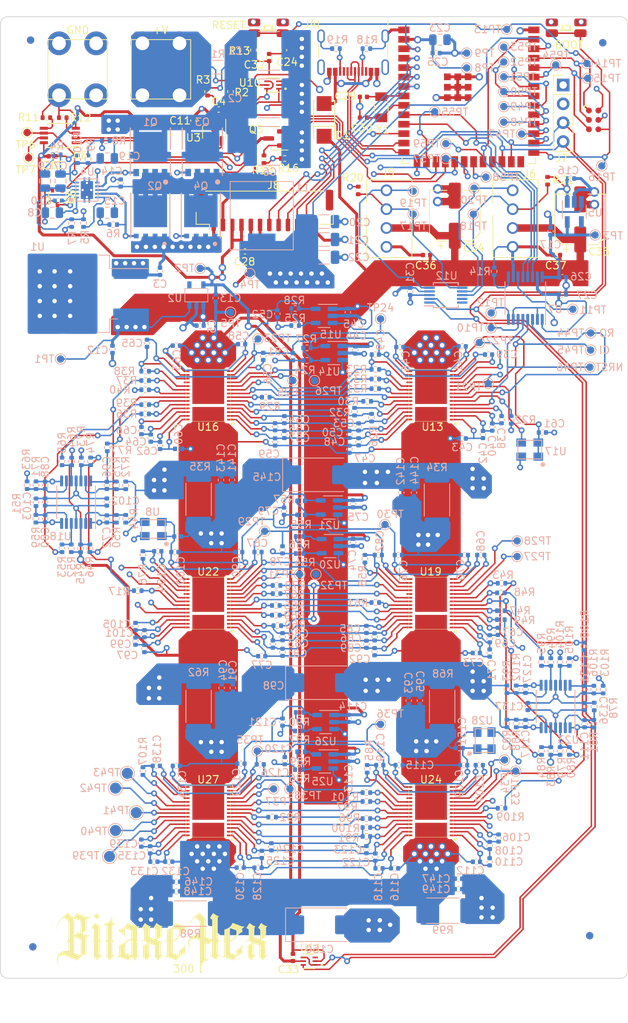
<source format=kicad_pcb>
(kicad_pcb (version 20221018) (generator pcbnew)
  (title_block (rev "0.9"))
  (layers (0 "F.Cu" signal) (1 "In1.Cu" signal) (2 "In2.Cu" signal) (31 "B.Cu" signal) (34 "B.Paste" user) (35 "F.Paste" user) (36 "B.SilkS" user "B.Silkscreen") (37 "F.SilkS" user "F.Silkscreen") (38 "B.Mask" user) (39 "F.Mask" user) (44 "Edge.Cuts" user))
  (net 0 "")
  (net 1 "GND")
  (net 2 "/Power/VIN")
  (net 3 "/VDD")
  (net 4 "/ESP32/EN")
  (net 5 "/5V")
  (net 6 "/3V3")
  (net 7 "/Power/VIN_M")
  (net 8 "/SCL")
  (net 9 "/Power/OUT0")
  (net 10 "/Power/SW")
  (net 11 "Net-(U3-IN+)")
  (net 12 "Net-(C19-Pad1)")
  (net 13 "/1V8")
  (net 14 "Net-(U3-IN-)")
  (net 15 "Net-(U4-COMP)")
  (net 16 "Net-(C9-Pad2)")
  (net 17 "Net-(Q6-D)")
  (net 18 "Net-(U4-BOOT)")
  (net 19 "Net-(U4-BP)")
  (net 20 "Net-(C38-Pad1)")
  (net 21 "/ESP32/P_TX")
  (net 22 "/ESP32/P_RX")
  (net 23 "/ESP32/IO0")
  (net 24 "/ESP32/XIN32")
  (net 25 "/ESP32/XOUT32")
  (net 26 "/Power/PGOOD")
  (net 27 "/Power/OUT1")
  (net 28 "/SDA")
  (net 29 "/BM1366-1/0V8")
  (net 30 "/BM1366-1/1V2")
  (net 31 "Net-(C53-Pad2)")
  (net 32 "Net-(C66-Pad2)")
  (net 33 "/BM1366-2/0V8")
  (net 34 "/BM1366-2/1V2")
  (net 35 "Net-(U22-RO)")
  (net 36 "Net-(U24-RO)")
  (net 37 "/NRSTI")
  (net 38 "/RO")
  (net 39 "/CI")
  (net 40 "/BM1366-3/0V8")
  (net 41 "/BM1366-3/1V2")
  (net 42 "Net-(C96-Pad2)")
  (net 43 "Net-(C106-Pad1)")
  (net 44 "Net-(U24-VDD1_1)")
  (net 45 "Net-(U24-VDD2_1)")
  (net 46 "/Fan/FAN1_TACH")
  (net 47 "/Fan/FAN1_PWM")
  (net 48 "/Fan/FAN2_TACH")
  (net 49 "/Fan/FAN2_PWM")
  (net 50 "Net-(U24-MODE_1)")
  (net 51 "Net-(U24-VDD3_1)")
  (net 52 "Net-(C123-Pad2)")
  (net 53 "Net-(C131-Pad2)")
  (net 54 "Net-(U27-VDD1_1)")
  (net 55 "Net-(U27-VDD2_1)")
  (net 56 "Net-(U27-VDD3_1)")
  (net 57 "Net-(U27-MODE_1)")
  (net 58 "Net-(C139-Pad2)")
  (net 59 "Net-(D1-Pad2)")
  (net 60 "Net-(Q5-G)")
  (net 61 "/BM1366-1/BI1")
  (net 62 "Net-(U6-FS0)")
  (net 63 "Net-(U6-FS1)")
  (net 64 "Net-(U7-OE)")
  (net 65 "Net-(U14-ADJ)")
  (net 66 "Net-(Q1-G)")
  (net 67 "Net-(Q2-G)")
  (net 68 "/BM1366-1/TEMP_P1_1")
  (net 69 "/ESP32/TFT_BLK")
  (net 70 "/BM1366-1/TEMP_N1_1")
  (net 71 "/BM1366-1/TEMP_P2_1")
  (net 72 "/BM1366-1/TEMP_N2_1")
  (net 73 "/BM1366-2/TEMP_P1_2")
  (net 74 "/BM1366-2/TEMP_N1_2")
  (net 75 "/BM1366-2/TEMP_P2_2")
  (net 76 "/BM1366-2/TEMP_N2_2")
  (net 77 "/BM1366-3/TEMP_P1_3")
  (net 78 "/BM1366-3/TEMP_N1_3")
  (net 79 "/BM1366-3/TEMP_P2_3")
  (net 80 "/BM1366-3/TEMP_N2_3")
  (net 81 "/BM1366-3/NRSTO3")
  (net 82 "Net-(U20-ADJ)")
  (net 83 "Net-(U25-ADJ)")
  (net 84 "/ESP32/TFT_RES")
  (net 85 "/ESP32/TFT_SDA")
  (net 86 "/ESP32/TFT_SCL")
  (net 87 "/ESP32/TFT_CS")
  (net 88 "/ESP32/TFT_DC")
  (net 89 "Net-(U27-RO)")
  (net 90 "Net-(U27-BI)")
  (net 91 "Net-(U27-CLKI)")
  (net 92 "Net-(U27-NRSTI)")
  (net 93 "Net-(U27-CI)")
  (net 94 "Net-(U27-NC)")
  (net 95 "Net-(U7-A4)")
  (net 96 "Net-(U7-B4)")
  (net 97 "Net-(U7-DIR4)")
  (net 98 "/BM1366-3/BO3")
  (net 102 "/BM1366-1/VDD1")
  (net 103 "/BM1366-2/VDD2")
  (net 104 "/BM1366-3/RI3")
  (net 105 "/BM1366-3/CLKO3")
  (net 106 "/BM1366-3/CO3")
  (net 107 "/BM1366-1/CLKI1")
  (net 108 "/BM1366-2/NRSTI2")
  (net 109 "/BM1366-2/BI2")
  (net 110 "/BM1366-2/RO2")
  (net 111 "/BM1366-2/CI2")
  (net 112 "/BM1366-3/NRSTI3")
  (net 113 "/BM1366-3/BI3")
  (net 114 "/BM1366-3/RO3")
  (net 115 "/BM1366-3/CI3")
  (net 116 "/BM1366-1/NRSTO")
  (net 117 "/BM1366-1/CO")
  (net 118 "/BM1366-1/BO")
  (net 119 "/BM1366-1/RI")
  (net 120 "/BM1366-2/RI")
  (net 121 "/BM1366-2/NRSTO")
  (net 122 "/BM1366-2/BO")
  (net 123 "/BM1366-2/CO")
  (net 125 "/ESP32/ASIC_RST")
  (net 126 "/ESP32/ESP32_TX")
  (net 127 "/ESP32/ESP32_RX")
  (net 128 "Net-(U9-SPIIO6{slash}GPIO35{slash}FSPID{slash}SUBSPID)")
  (net 129 "Net-(U9-SPIIO7{slash}GPIO36{slash}FSPICLK{slash}SUBSPICLK)")
  (net 130 "Net-(U9-SPIDQS{slash}GPIO37{slash}FSPIQ{slash}SUBSPIQ)")
  (net 131 "Net-(U9-GPIO38{slash}FSPIWP{slash}SUBSPIWP)")
  (net 132 "Net-(U9-MTCK{slash}GPIO39{slash}CLK_OUT3{slash}SUBSPICS1)")
  (net 133 "/ESP32/PWR_EN")
  (net 134 "Net-(U9-GPIO12{slash}TOUCH12{slash}ADC2_CH1{slash}FSPICLK{slash}FSPIIO6{slash}SUBSPICLK)")
  (net 135 "Net-(U9-GPIO13{slash}TOUCH13{slash}ADC2_CH2{slash}FSPIQ{slash}FSPIIO7{slash}SUBSPIQ)")
  (net 136 "Net-(U9-GPIO14{slash}TOUCH14{slash}ADC2_CH3{slash}FSPIWP{slash}FSPIDQS{slash}SUBSPIWP)")
  (net 137 "Net-(U9-*GPIO46)")
  (net 150 "Net-(U9-GPIO20{slash}U1CTS{slash}ADC2_CH9{slash}CLK_OUT1{slash}USB_D+)")
  (net 151 "Net-(U9-GPIO19{slash}U1RTS{slash}ADC2_CH8{slash}CLK_OUT2{slash}USB_D-)")
  (net 152 "Net-(U26-ADJ)")
  (net 153 "Net-(U24-VDD3_0)")
  (net 154 "Net-(U24-VDD2_0)")
  (net 155 "Net-(U24-VDD1_0)")
  (net 156 "Net-(U24-RI)")
  (net 157 "Net-(U24-NRSTO)")
  (net 158 "Net-(U24-NC)")
  (net 159 "Net-(U24-MODEO)")
  (net 160 "Net-(U24-CO)")
  (net 161 "Net-(U24-CLKO)")
  (net 162 "Net-(U24-BO)")
  (net 163 "Net-(U23D--)")
  (net 164 "Net-(U23D-+)")
  (net 165 "Net-(U23C--)")
  (net 166 "Net-(U23C-+)")
  (net 167 "Net-(U23B--)")
  (net 168 "Net-(U23B-+)")
  (net 169 "Net-(U23A--)")
  (net 170 "Net-(U23A-+)")
  (net 171 "Net-(U22-VDD4_1)")
  (net 172 "Net-(U22-VDD3_1)")
  (net 173 "Net-(U22-VDD2_1)")
  (net 174 "Net-(U22-VDD1_1)")
  (net 175 "Net-(U22-RI)")
  (net 176 "Net-(U22-NRSTO)")
  (net 177 "Net-(U22-MODE_1)")
  (net 178 "Net-(U22-MODE_0)")
  (net 179 "Net-(U22-CO)")
  (net 180 "Net-(U22-CLKO)")
  (net 181 "Net-(U22-BO)")
  (net 182 "Net-(U21-ADJ)")
  (net 183 "Net-(U19-VDD4_1)")
  (net 184 "Net-(U19-VDD4_0)")
  (net 185 "Net-(U19-VDD3_1)")
  (net 186 "Net-(U19-VDD3_0)")
  (net 187 "Net-(U19-VDD2_1)")
  (net 188 "Net-(U19-VDD2_0)")
  (net 189 "Net-(U19-VDD1_1)")
  (net 190 "Net-(U19-VDD1_0)")
  (net 191 "Net-(U19-RO)")
  (net 192 "Net-(U19-NRSTO)")
  (net 193 "Net-(U19-NRSTI)")
  (net 194 "Net-(U19-MODE_1)")
  (net 195 "Net-(U19-MODE_0)")
  (net 196 "Net-(U19-MODEO)")
  (net 197 "Net-(U19-CO)")
  (net 198 "Net-(U19-CLKO)")
  (net 199 "Net-(U19-CLKI)")
  (net 200 "Net-(U19-CI)")
  (net 201 "Net-(U19-BO)")
  (net 202 "Net-(U19-BI)")
  (net 203 "Net-(U18D--)")
  (net 204 "Net-(U18D-+)")
  (net 205 "Net-(U18C--)")
  (net 206 "Net-(U18C-+)")
  (net 207 "Net-(U18B--)")
  (net 208 "Net-(U18B-+)")
  (net 209 "Net-(U18A--)")
  (net 210 "Net-(U18A-+)")
  (net 211 "Net-(U16-VDD3_1)")
  (net 212 "Net-(U16-VDD2_1)")
  (net 213 "Net-(U16-VDD1_1)")
  (net 214 "Net-(U16-RO)")
  (net 215 "Net-(U16-NRSTO)")
  (net 216 "Net-(U16-NRSTI)")
  (net 217 "Net-(U16-NC)")
  (net 218 "Net-(U16-MODE_1)")
  (net 219 "Net-(U16-CO)")
  (net 220 "Net-(U16-CLKO)")
  (net 221 "Net-(U16-CLKI)")
  (net 222 "Net-(U16-CI)")
  (net 223 "Net-(U16-BO)")
  (net 224 "Net-(U16-BI)")
  (net 225 "Net-(U15-ADJ)")
  (net 226 "Net-(U13-VDD3_1)")
  (net 227 "Net-(U13-VDD3_0)")
  (net 228 "Net-(U13-VDD2_1)")
  (net 229 "Net-(U13-VDD2_0)")
  (net 230 "Net-(U13-VDD1_1)")
  (net 231 "Net-(U13-VDD1_0)")
  (net 232 "Net-(U13-RI)")
  (net 233 "Net-(U13-NRSTO)")
  (net 234 "Net-(U13-NC)")
  (net 235 "Net-(U13-MODE_1)")
  (net 236 "Net-(U13-MODEO)")
  (net 237 "Net-(U13-CO)")
  (net 238 "Net-(U13-CLKO)")
  (net 239 "Net-(U13-BO)")
  (net 240 "Net-(J8-Pin_2)")
  (net 241 "Net-(J4-CC2)")
  (net 242 "Net-(J4-CC1)")
  (net 243 "/BM1366-2/CLKI1")
  (net 244 "/BM1366-3/CLKI1")
  (net 245 "Net-(U9-MTDO{slash}GPIO40{slash}CLK_OUT2)")
  (net 246 "Net-(U9-MTDI{slash}GPIO41{slash}CLK_OUT1)")
  (net 247 "Net-(U9-MTMS{slash}GPIO42)")
  (footprint "bitaxe:BM1366" (layer "F.Cu") (at 108 125 180)
    (fp_text reference "U19")
    (fp_text value "BM1366_mode0")
  )
  (footprint "Package_TO_SOT_SMD:SOT-23-8" (layer "F.Cu") (at 78.8 61.6 -90)
    (fp_text reference "U3")
    (fp_text value "INA219AIDCNR")
  )
  (footprint "bitaxe:Tag-Connect_TC2030-IDC-NL_2x03_P1.27mm_Vertical" (layer "F.Cu") (at 129.9 59.9 -90)
    (fp_text reference "J3" hide)
    (fp_text value "TC2030-IDC")
  )
  (footprint "Capacitor_SMD:C_0402_1005Metric" (layer "F.Cu") (at 124.9 78.1 180)
    (property "Value" "311-3342-1-ND")
    (fp_text reference "C37")
    (fp_text value "0.1uF")
  )
  (footprint "bitaxe:BM1366" (layer "F.Cu") (at 78 125 180)
    (fp_text reference "U22")
    (fp_text value "BM1366_mode0")
  )
  (footprint "Resistor_SMD:R_0402_1005Metric" (layer "F.Cu") (at 84.1 50.5 90)
    (fp_text reference "R13")
    (fp_text value "10k")
  )
  (footprint "Capacitor_SMD:C_0402_1005Metric" (layer "F.Cu") (at 86.2 51.5 90)
    (property "Value" "311-3342-1-ND")
    (fp_text reference "C32")
    (fp_text value "0.1uF")
  )
  (footprint "LOGO" (layer "F.Cu") (at 71.6 170.8)
    (fp_text reference "G***" hide)
    (fp_text value "LOGO" hide)
  )
  (footprint "bitaxe:7770-screw-terminal" (layer "F.Cu") (at 60.4 53.086 180)
    (fp_text reference "J2" hide)
    (fp_text value "Conn_01x01")
  )
  (footprint "bitaxe:7770-screw-terminal" (layer "F.Cu") (at 71.628 53.086 180)
    (fp_text reference "J1" hide)
    (fp_text value "Screw Terminal")
  )
  (footprint "bitaxe:SC32S-7PF20PPM" (layer "F.Cu") (at 101.3 58.2 -90)
    (fp_text reference "Y1")
    (fp_text value "32.768kHz")
  )
  (footprint "Package_SO:TSSOP-8_3x3mm_P0.65mm" (layer "F.Cu") (at 58 62 180)
    (fp_text reference "U6")
    (fp_text value "DS4432U+")
  )
  (footprint "Capacitor_SMD:C_0402_1005Metric" (layer "F.Cu") (at 82.95 77.6)
    (fp_text reference "C28")
    (fp_text value "0.1uF")
  )
  (footprint "bitaxe:470531000" (layer "F.Cu") (at 119 77 90)
    (fp_text reference "J6")
    (fp_text value "Conn_01x04")
  )
  (footprint "Resistor_SMD:R_0402_1005Metric" (layer "F.Cu") (at 123.7 68.1 90)
    (fp_text reference "R21")
    (fp_text value "5.6k")
  )
  (footprint "Fiducial:Fiducial_1mm_Mask2mm" (layer "F.Cu") (at 54.07 49.15)
    (fp_text reference "FID3" hide)
    (fp_text value "Fiducial")
  )
  (footprint "Package_TO_SOT_SMD:SOT-23" (layer "F.Cu") (at 87.0625 62.4 180)
    (fp_text reference "Q5")
    (fp_text value "BSS123")
  )
  (footprint "Capacitor_SMD:C_0402_1005Metric" (layer "F.Cu") (at 79.4 58.5 180)
    (fp_text reference "C4")
    (fp_text value "~")
  )
  (footprint "bitaxe:EVQ9P701P-switch" (layer "F.Cu") (at 126.2 47.5)
    (fp_text reference "SW2" hide)
    (fp_text value "EVQ-9P701P")
  )
  (footprint "Capacitor_SMD:C_0402_1005Metric" (layer "F.Cu") (at 98.9 56.8 180)
    (fp_text reference "C29")
    (fp_text value "6.8pF")
  )
  (footprint "bitaxe:BM1366" (layer "F.Cu") (at 78 153 180)
    (fp_text reference "U27")
    (fp_text value "BM1366_mode1")
  )
  (footprint "Resistor_SMD:R_0402_1005Metric" (layer "F.Cu") (at 88.3 65.1 180)
    (fp_text reference "R16")
    (fp_text value "10k")
  )
  (footprint "bitaxe:470531000" (layer "F.Cu") (at 102 77 90)
    (fp_text reference "J5")
    (fp_text value "Conn_01x04")
  )
  (footprint "Capacitor_SMD:CP_Elec_6.3x7.7" (layer "F.Cu") (at 111.2 72.8 90)
    (fp_text reference "C34")
    (fp_text value "220uF")
  )
  (footprint "bitaxe:EVQ9P701P-switch" (layer "F.Cu") (at 86.1 47.5)
    (fp_text reference "SW1" hide)
    (fp_text value "EVQ-9P701P")
  )
  (footprint "Capacitor_SMD:C_0402_1005Metric" (layer "F.Cu") (at 89.4 172.7 90)
    (property "Value" "311-3342-1-ND")
    (fp_text reference "C33")
    (fp_text value "0.1uF")
  )
  (footprint "bitaxe:BM1366" (layer "F.Cu") (at 108 153 180)
    (fp_text reference "U24")
    (fp_text value "BM1366_mode1")
  )
  (footprint "Capacitor_SMD:C_0402_1005Metric" (layer "F.Cu") (at 57 64.8)
    (fp_text reference "C18")
    (fp_text value "1uF")
  )
  (footprint "Resistor_SMD:R_0402_1005Metric" (layer "F.Cu") (at 77.9 56.1 -90)
    (fp_text reference "R3")
    (fp_text value "0")
  )
  (footprint "Package_TO_SOT_SMD:SOT-323_SC-70" (layer "F.Cu") (at 57.67 70.32 -90)
    (fp_text reference "Q6")
    (fp_text value "2N7002K")
  )
  (footprint "Fiducial:Fiducial_1mm_Mask2mm" (layer "F.Cu") (at 131.13 49.51)
    (fp_text reference "FID1" hide)
    (fp_text value "Fiducial")
  )
  (footprint "TestPoint:TestPoint_Pad_D1.0mm" (layer "F.Cu") (at 53.6 61.6)
    (fp_text reference "TP6")
    (fp_text value "TestPoint")
  )
  (footprint "TestPoint:TestPoint_Pad_D1.0mm" (layer "F.Cu") (at 53.8 65)
    (fp_text reference "TP7")
    (fp_text value "TestPoint")
  )
  (footprint "Capacitor_SMD:C_0402_1005Metric" (layer "F.Cu") (at 98.9 59.6 180)
    (fp_text reference "C30")
    (fp_text value "6.8pF")
  )
  (footprint "Resistor_SMD:R_0402_1005Metric" (layer "F.Cu") (at 85.5 65.2 90)
    (fp_text reference "R15")
    (fp_text value "1k")
  )
  (footprint "Resistor_SMD:R_0402_1005Metric" (layer "F.Cu") (at 56.2 59.6 180)
    (fp_text reference "R11")
    (fp_text value "80k")
  )
  (footprint "Fiducial:Fiducial_1mm_Mask2mm" (layer "F.Cu") (at 129.37 169.77)
    (fp_text reference "FID7" hide)
    (fp_text value "Fiducial")
  )
  (footprint "Capacitor_SMD:C_0402_1005Metric" (layer "F.Cu") (at 76 60 90)
    (fp_text reference "C11")
    (fp_text value "1uF")
  )
  (footprint "bitaxe:SOT5X3-6_DRL_TEX" (layer "F.Cu") (at 86.7 55.2 180)
    (fp_text reference "U10")
    (fp_text value "TMP1075")
  )
  (footprint "Capacitor_SMD:C_0402_1005Metric" (layer "F.Cu") (at 107.4 78.1 180)
    (property "Value" "311-3342-1-ND")
    (fp_text reference "C36")
    (fp_text value "0.1uF")
  )
  (footprint "bitaxe:BM1366" (layer "F.Cu") (at 78 97 180)
    (fp_text reference "U16")
    (fp_text value "BM1366_mode1")
  )
  (footprint "Connector_PinHeader_2.54mm:PinHeader_1x04_P2.54mm_Vertical" (layer "F.Cu") (at 125.8 55.2)
    (fp_text reference "J7")
    (fp_text value "Conn_01x04")
  )
  (footprint "bitaxe:ESP32-S3-WROOM-1U" (layer "F.Cu") (at 113.1 56.04)
    (fp_text reference "U9" hide)
    (fp_text value "ESP32-S3-WROOM-1")
  )
  (footprint "bitaxe:JST_GH_BM12B-GHS-TBT_1x12-1MP_P1.25mm_Vertical" (layer "F.Cu") (at 85.6 72.1)
    (fp_text reference "J8")
    (fp_text value "ST7789 176x320")
  )
  (footprint "Fiducial:Fiducial_1mm_Mask2mm" (layer "F.Cu") (at 54.37 171.27)
    (fp_text reference "FID5" hide)
    (fp_text value "Fiducial")
  )
  (footprint "bitaxe:SOT5X3-6_DRL_TEX" (layer "F.Cu") (at 91.6 173.2 180)
    (fp_text reference "U11")
    (fp_text value "TMP1075")
  )
  (footprint "Capacitor_SMD:C_0402_1005Metric" (layer "F.Cu") (at 88.2 50.5 -90)
    (fp_text reference "C24")
    (fp_text value "1uF")
  )
  (footprint "Connector_USB:USB_C_Receptacle_GCT_USB4105-xx-A_16P_TopMnt_Horizontal" (layer "F.Cu") (at 97.51 49.695 180)
    (fp_text reference "J4")
    (fp_text value "USB_C_Receptacle_USB2.0")
  )
  (footprint "Resistor_SMD:R_0402_1005Metric" (layer "F.Cu") (at 58.4 59.6 180)
    (fp_text reference "R12")
    (fp_text value "DNP")
  )
  (footprint "Capacitor_SMD:CP_Elec_6.3x7.7" (layer "F.Cu") (at 128.1 73.3 90)
    (fp_text reference "C35")
    (fp_text value "220uF")
  )
  (footprint "Resistor_SMD:R_0402_1005Metric" (layer "F.Cu") (at 81 56.1 -90)
    (fp_text reference "R2")
    (fp_text value "0")
  )
  (footprint "lcsc:SMA_L4.3-W2.6-LS5.2-RD" (layer "F.Cu") (at 93.6 59.9 90)
    (fp_text reference "D1")
    (fp_text value "SS310")
  )
  (footprint "Resistor_SMD:R_0402_1005Metric" (layer "F.Cu") (at 98.2 69.4 90)
    (fp_text reference "R20")
    (fp_text value "5.6k")
  )
  (footprint "bitaxe:BM1366" (layer "F.Cu") (at 108 97 180)
    (fp_text reference "U13")
    (fp_text value "BM1366_mode1")
  )
  (footprint "Resistor_SMD:R_0402_1005Metric" (layer "B.Cu") (at 69.5 99.5 180)
    (fp_text reference "R36")
    (fp_text value "0")
  )
  (footprint "Capacitor_SMD:C_0402_1005Metric" (layer "B.Cu") (at 98.25 103.25 90)
    (fp_text reference "C48")
    (fp_text value "1uF")
  )
  (footprint "Capacitor_SMD:C_1206_3216Metric" (layer "B.Cu") (at 93.6 76)
    (fp_text reference "C21")
    (fp_text value "10uF")
  )
  (footprint "Capacitor_SMD:C_0402_1005Metric" (layer "B.Cu") (at 97.8 90.9 -90)
    (fp_text reference "C44")
    (fp_text value "0.1uF")
  )
  (footprint "Capacitor_SMD:C_0402_1005Metric" (layer "B.Cu") (at 71.2 118 180)
    (fp_text reference "C104")
    (fp_text value "1uF")
  )
  (footprint "Capacitor_SMD:C_0402_1005Metric" (layer "B.Cu") (at 69.4 131.1 90)
    (fp_text reference "C97")
    (fp_text value "1uF")
  )
  (footprint "TestPoint:TestPoint_Pad_D1.0mm" (layer "B.Cu") (at 119.4 147.6 90)
    (fp_text reference "TP33")
    (fp_text value "TestPoint")
  )
  (footprint "Resistor_SMD:R_0402_1005Metric" (layer "B.Cu") (at 53.6 109.1 90)
    (fp_text reference "R63")
    (fp_text value "1K")
  )
  (footprint "Capacitor_SMD:C_0805_2012Metric" (layer "B.Cu") (at 58.099 68.138 90)
    (fp_text reference "C7")
    (fp_text value "270pF")
  )
  (footprint "TestPoint:TestPoint_Pad_D1.0mm" (layer "B.Cu") (at 83.6 80.6 180)
    (fp_text reference "TP4")
    (fp_text value "TestPoint")
  )
  (footprint "Capacitor_Tantalum_SMD:CP_EIA-7343-31_Kemet-D_Pad2.25x2.55mm_HandSolder" (layer "B.Cu") (at 93 168.3)
    (fp_text reference "C150")
    (fp_text value "330uF")
  )
  (footprint "Resistor_SMD:R_0402_1005Metric" (layer "B.Cu") (at 59.6 73.8 90)
    (fp_text reference "R7")
    (fp_text value "10k")
  )
  (footprint "Capacitor_SMD:C_0402_1005Metric" (layer "B.Cu") (at 111.7 162.1)
    (fp_text reference "C147")
    (fp_text value "0.1uF")
  )
  (footprint "Capacitor_SMD:C_0402_1005Metric" (layer "B.Cu") (at 100.5 159.18 90)
    (fp_text reference "C122")
    (fp_text value "1uF")
  )
  (footprint "Package_TO_SOT_SMD:TSOT-23-5" (layer "B.Cu") (at 93.7 146.3 180)
    (fp_text reference "U25")
    (fp_text value "ADP171AUJ-R7")
  )
  (footprint "Resistor_SMD:R_0402_1005Metric" (layer "B.Cu") (at 65.63 113.62 90)
    (fp_text reference "R50")
    (fp_text value "1K")
  )
  (footprint "TestPoint:TestPoint_Pad_D1.0mm" (layer "B.Cu") (at 84.6 144.9 180)
    (fp_text reference "TP35")
    (fp_text value "TestPoint")
  )
  (footprint "TestPoint:TestPoint_Pad_D1.0mm" (layer "B.Cu") (at 127.1 85.4 180)
    (fp_text reference "TP11")
    (fp_text value "TestPoint")
  )
  (footprint "Resistor_SMD:R_0402_1005Metric" (layer "B.Cu") (at 90.3 118.3)
    (fp_text reference "R54")
    (fp_text value "309K")
  )
  (footprint "Capacitor_SMD:C_0402_1005Metric" (layer "B.Cu") (at 86.7 130.5 90)
    (fp_text reference "C83")
    (fp_text value "1uF")
  )
  (footprint "Capacitor_SMD:C_0402_1005Metric" (layer "B.Cu") (at 74 104.2 180)
    (fp_text reference "C60")
    (fp_text value "1uF")
  )
  (footprint "Capacitor_SMD:C_2220_5650Metric" (layer "B.Cu") (at 86.2 50.6)
    (fp_text reference "C1")
    (fp_text value "22uF")
  )
  (footprint "TestPoint:TestPoint_Pad_D1.0mm" (layer "B.Cu") (at 117.8 56.1 180)
    (fp_text reference "TP50")
    (fp_text value "TestPoint")
  )
  (footprint "Capacitor_SMD:C_0402_1005Metric" (layer "B.Cu") (at 99.3 158.18 90)
    (fp_text reference "C123")
    (fp_text value "1uF")
  )
  (footprint "Resistor_SMD:R_0402_1005Metric" (layer "B.Cu") (at 131.18 136.62 90)
    (fp_text reference "R103")
    (fp_text value "1K")
  )
  (footprint "TestPoint:TestPoint_Pad_D1.0mm" (layer "B.Cu") (at 90.3 121.1)
    (fp_text reference "TP31")
    (fp_text value "TestPoint")
  )
  (footprint "Resistor_SMD:R_0402_1005Metric" (layer "B.Cu") (at 86.6 153.8 180)
    (fp_text reference "R92")
    (fp_text value "33")
  )
  (footprint "Resistor_SMD:R_0402_1005Metric" (layer "B.Cu") (at 118.23 136.59 90)
    (fp_text reference "R93")
    (fp_text value "1K")
  )
  (footprint "TestPoint:TestPoint_Pad_D1.0mm" (layer "B.Cu") (at 114.5 89.9)
    (fp_text reference "TP22")
    (fp_text value "TestPoint")
  )
  (footprint "Package_TO_SOT_SMD:SOT-23-5_HandSoldering" (layer "B.Cu") (at 127.3 72.3 -90)
    (fp_text reference "U5")
    (fp_text value "MIC5504")
  )
  (footprint "Capacitor_SMD:C_0402_1005Metric" (layer "B.Cu") (at 128.68 138.92 -90)
    (fp_text reference "C136")
    (fp_text value "0.1uF")
  )
  (footprint "Capacitor_SMD:C_0402_1005Metric" (layer "B.Cu") (at 64.33 113.64 -90)
    (fp_text reference "C72")
    (fp_text value "1uF")
  )
  (footprint "Capacitor_SMD:C_0402_1005Metric" (layer "B.Cu") (at 82.5 90.1 180)
    (fp_text reference "C58")
    (fp_text value "1uF")
  )
  (footprint "Resistor_SMD:R_1206_3216Metric" (layer "B.Cu") (at 79.3 52.8)
    (fp_text reference "R1")
    (fp_text value "2m")
  )
  (footprint "Resistor_SMD:R_0402_1005Metric" (layer "B.Cu") (at 58.3 105.8875 -90)
    (fp_text reference "R65")
    (fp_text value "10K")
  )
  (footprint "Capacitor_SMD:C_0402_1005Metric" (layer "B.Cu") (at 71.5 80.3 90)
    (fp_text reference "C3")
    (fp_text value "0.33uF")
  )
  (footprint "Capacitor_SMD:C_0402_1005Metric" (layer "B.Cu") (at 88.2 112.6 -90)
    (fp_text reference "C79")
    (fp_text value "1uF")
  )
  (footprint "Capacitor_SMD:C_0402_1005Metric" (layer "B.Cu") (at 100.9 118.5)
    (fp_text reference "C82")
    (fp_text value "1uF")
  )
  (footprint "Capacitor_SMD:C_0402_1005Metric" (layer "B.Cu") (at 125.7 83.4)
    (property "Value" "311-3342-1-ND")
    (fp_text reference "C27")
    (fp_text value "0.1uF")
  )
  (footprint "TestPoint:TestPoint_Pad_D1.0mm" (layer "B.Cu") (at 115.7 95.4)
    (fp_text reference "TP21")
    (fp_text value "TestPoint")
  )
  (footprint "Capacitor_SMD:C_0402_1005Metric" (layer "B.Cu") (at 112.2 102.8 180)
    (fp_text reference "C43")
    (fp_text value "1uF")
  )
  (footprint "Resistor_SMD:R_0402_1005Metric" (layer "B.Cu") (at 87.2 122.6 180)
    (fp_text reference "R70")
    (fp_text value "0")
  )
  (footprint "TestPoint:TestPoint_Pad_D1.0mm" (layer "B.Cu") (at 129.1 54.3 -90)
    (fp_text reference "TP15")
    (fp_text value "TestPoint")
  )
  (footprint "Resistor_SMD:R_0402_1005Metric" (layer "B.Cu") (at 99.3 156.4 180)
    (fp_text reference "R91")
    (fp_text value "6.8k")
  )
  (footprint "Resistor_SMD:R_0402_1005Metric" (layer "B.Cu") (at 69.5 95 180)
    (fp_text reference "R37")
    (fp_text value "33")
  )
  (footprint "Capacitor_SMD:C_0402_1005Metric" (layer "B.Cu") (at 97 102.25 90)
    (fp_text reference "C50")
    (fp_text value "1uF")
  )
  (footprint "Capacitor_SMD:C_0402_1005Metric" (layer "B.Cu") (at 68.2 128.12 90)
    (fp_text reference "C105")
    (fp_text value "1uF")
  )
  (footprint "TestPoint:TestPoint_Pad_D1.5mm" (layer "B.Cu") (at 65.5 149.9)
    (fp_text reference "TP42")
    (fp_text value "TestPoint")
  )
  (footprint "TestPoint:TestPoint_Pad_D1.0mm" (layer "B.Cu") (at 116.1 87.9 180)
    (fp_text reference "TP10")
    (fp_text value "TestPoint")
  )
  (footprint "Package_SO:TSSOP-16_4.4x5mm_P0.65mm" (layer "B.Cu") (at 120.7 83.9 90)
    (fp_text reference "U7")
    (fp_text value "SN74AVC4T774")
  )
  (footprint "Capacitor_SMD:C_0402_1005Metric" (layer "B.Cu") (at 70.68 159.8 180)
    (fp_text reference "C133")
    (fp_text value "1uF")
  )
  (footprint "Resistor_SMD:R_0402_1005Metric" (layer "B.Cu") (at 87.2 123.7 180)
    (fp_text reference "R67")
    (fp_text value "33")
  )
  (footprint "Capacitor_SMD:C_0402_1005Metric" (layer "B.Cu") (at 64.33 111.37 -90)
    (fp_text reference "C102")
    (fp_text value "0.1uF")
  )
  (footprint "Capacitor_SMD:C_0402_1005Metric" (layer "B.Cu") (at 88 131.6 90)
    (fp_text reference "C81")
    (fp_text value "1uF")
  )
  (footprint "Package_TO_SOT_SMD:TSOT-23-5" (layer "B.Cu") (at 93.6 86.3 180)
    (fp_text reference "U15")
    (fp_text value "ADP171AUJ-R7")
  )
  (footprint "Capacitor_SMD:C_0402_1005Metric" (layer "B.Cu") (at 68.98 157.3 90)
    (fp_text reference "C139")
    (fp_text value "1uF")
  )
  (footprint "Capacitor_SMD:C_0402_1005Metric" (layer "B.Cu") (at 97.5 116.8 -90)
    (fp_text reference "C74")
    (fp_text value "0.1uF")
  )
  (footprint "Capacitor_SMD:C_0402_1005Metric" (layer "B.Cu") (at 85.4 91.75 90)
    (fp_text reference "C56")
    (fp_text value "1uF")
  )
  (footprint "Resistor_SMD:R_0402_1005Metric" (layer "B.Cu") (at 122.88 132.91 -90)
    (fp_text reference "R95")
    (fp_text value "10K")
  )
  (footprint "Resistor_SMD:R_0402_1005Metric" (layer "B.Cu") (at 65.2 74 180)
    (fp_text reference "R6")
    (fp_text value "6.49k")
  )
  (footprint "Resistor_SMD:R_0402_1005Metric" (layer "B.Cu") (at 100.5 124.9 180)
    (fp_text reference "R61")
    (fp_text value "33")
  )
  (footprint "Capacitor_SMD:C_0402_1005Metric" (layer "B.Cu") (at 69.75 89.98 -90)
    (fp_text reference "C65")
    (fp_text value "1uF")
  )
  (footprint "TestPoint:TestPoint_Pad_D1.0mm" (layer "B.Cu") (at 117.8 58.1 180)
    (fp_text reference "TP49")
    (fp_text value "TestPoint")
  )
  (footprint "Capacitor_SMD:C_0402_1005Metric" (layer "B.Cu") (at 68.2 130.1 90)
    (fp_text reference "C99")
    (fp_text value "1uF")
  )
  (footprint "TestPoint:TestPoint_Pad_D1.0mm" (layer "B.Cu") (at 110 63.1 180)
    (fp_text reference "TP59")
    (fp_text value "TestPoint")
  )
  (footprint "Capacitor_SMD:C_0402_1005Metric" (layer "B.Cu") (at 88 117.8 -90)
    (fp_text reference "C78")
    (fp_text value "1uF")
  )
  (footprint "Capacitor_SMD:C_0402_1005Metric" (layer "B.Cu") (at 88 141 -90)
    (fp_text reference "C121")
    (fp_text value "1uF")
  )
  (footprint "Capacitor_SMD:C_0402_1005Metric" (layer "B.Cu") (at 87 101.23 -90)
    (fp_text reference "C55")
    (fp_text value "1uF")
  )
  (footprint "TestPoint:TestPoint_Pad_D1.0mm" (layer "B.Cu") (at 58.1 92.1 180)
    (fp_text reference "TP1")
    (fp_text value "TestPoint")
  )
  (footprint "Capacitor_SMD:C_0402_1005Metric" (layer "B.Cu") (at 56.03 111.36 -90)
    (fp_text reference "C103")
    (fp_text value "1uF")
  )
  (footprint "TestPoint:TestPoint_Pad_D1.5mm" (layer "B.Cu") (at 65.5 155.6)
    (fp_text reference "TP40")
    (fp_text value "TestPoint")
  )
  (footprint "Capacitor_SMD:C_0402_1005Metric" (layer "B.Cu") (at 79 83.9 -90)
    (fp_text reference "C13")
    (fp_text value "1uF")
  )
  (footprint "Capacitor_SMD:C_0402_1005Metric" (layer "B.Cu") (at 88.25 102.27 -90)
    (fp_text reference "C57")
    (fp_text value "1uF")
  )
  (footprint "Capacitor_SMD:C_0402_1005Metric" (layer "B.Cu") (at 64.33 109.12 90)
    (fp_text reference "C96")
    (fp_text value "1uF")
  )
  (footprint "Resistor_SMD:R_0402_1005Metric" (layer "B.Cu") (at 65.63 109.12 -90)
    (fp_text reference "R75")
    (fp_text value "1K")
  )
  (footprint "Capacitor_SMD:C_0402_1005Metric" (layer "B.Cu") (at 79.8 136.4 90)
    (fp_text reference "C94")
    (fp_text value "1uF")
  )
  (footprint "Fiducial:Fiducial_1mm_Mask2mm" (layer "B.Cu") (at 129.37 169.77 180)
    (fp_text reference "FID2" hide)
    (fp_text value "Fiducial")
  )
  (footprint "Capacitor_SMD:C_0402_1005Metric" (layer "B.Cu") (at 71 146.9 180)
    (fp_text reference "C138")
    (fp_text value "1uF")
  )
  (footprint "Capacitor_SMD:C_0402_1005Metric" (layer "B.Cu") (at 103.1 160.7 180)
    (fp_text reference "C116")
    (fp_text value "1uF")
  )
  (footprint "Resistor_SMD:R_0402_1005Metric" (layer "B.Cu") (at 90.5 113.1)
    (fp_text reference "R55")
    (fp_text value "130K")
  )
  (footprint "Resistor_SMD:R_0402_1005Metric" (layer "B.Cu") (at 69.5 98.25 180)
    (fp_text reference "R39")
    (fp_text value "33")
  )
  (footprint "TestPoint:TestPoint_Pad_D1.0mm" (layer "B.Cu") (at 117.8 50.1 180)
    (fp_text reference "TP53")
    (fp_text value "TestPoint")
  )
  (footprint "Capacitor_SMD:C_0402_1005Metric" (layer "B.Cu") (at 112.4 146.8 180)
    (fp_text reference "C109")
    (fp_text value "1uF")
  )
  (footprint "Capacitor_SMD:C_0402_1005Metric" (layer "B.Cu") (at 84.7 160.62 180)
    (fp_text reference "C128")
    (fp_text value "1uF")
  )
  (footprint "Capacitor_SMD:C_0402_1005Metric" (layer "B.Cu") (at 81.2 108.4 90)
    (fp_text reference "C141")
    (fp_text value "0.1uF")
  )
  (footprint "Capacitor_SMD:C_0402_1005Metric" (layer "B.Cu") (at 100.4 129.52 -90)
    (fp_text reference "C86")
    (fp_text value "1uF")
  )
  (footprint "TestPoint:TestPoint_Pad_D1.0mm" (layer "B.Cu") (at 76.9 79.9 180)
    (fp_text reference "TP2")
    (fp_text value "TestPoint")
  )
  (footprint "Package_SO:TSSOP-14_4.4x5mm_P0.65mm" (layer "B.Cu") (at 124.78 138.9 90)
    (fp_text reference "U23")
    (fp_text value "TLV3544")
  )
  (footprint "Package_SO:TSSOP-14_4.4x5mm_P0.65mm" (layer "B.Cu") (at 60.2 111.3875 90)
    (fp_text reference "U18")
    (fp_text value "TLV3544")
  )
  (footprint "TestPoint:TestPoint_Pad_D1.0mm" (layer "B.Cu") (at 129.5 88.6 180)
    (fp_text reference "TP44")
    (fp_text value "TestPoint")
  )
  (footprint "bitaxe:RT9080-33GJ5" (layer "B.Cu") (at 76.4 83.5 90)
    (fp_text reference "U2")
    (fp_text value "RT9080-33GJ5")
  )
  (footprint "Resistor_SMD:R_0402_1005Metric" (layer "B.Cu") (at 60.4 65.2 90)
    (fp_text reference "R10")
    (fp_text value "1.54k")
  )
  (footprint "Capacitor_SMD:C_0402_1005Metric" (layer "B.Cu") (at 111.8 144.5)
    (fp_text reference "C151")
    (fp_text value "0.1uF")
  )
  (footprint "TestPoint:TestPoint_Pad_D1.0mm" (layer "B.Cu") (at 92.3 95)
    (fp_text reference "TP26")
    (fp_text value "TestPoint")
  )
  (footprint "Capacitor_SMD:C_0402_1005Metric" (layer "B.Cu") (at 79.7 108.4 90)
    (fp_text reference "C143")
    (fp_text value "1uF")
  )
  (footprint "Capacitor_SMD:C_0402_1005Metric" (layer "B.Cu") (at 73.7 162.5 180)
    (fp_text reference "C146")
    (fp_text value "0.1uF")
  )
  (footprint "Capacitor_SMD:C_0402_1005Metric" (layer "B.Cu") (at 88.3 146.2 -90)
    (fp_text reference "C120")
    (fp_text value "1uF")
  )
  (footprint "TestPoint:TestPoint_Pad_D1.0mm" (layer "B.Cu") (at 81 85.8 180)
    (fp_text reference "TP5")
    (fp_text value "TestPoint")
  )
  (footprint "Resistor_SMD:R_0402_1005Metric" (layer "B.Cu") (at 89.7 87.6)
    (fp_text reference "R25")
    (fp_text value "130K")
  )
  (footprint "bitaxe:744373580047" (layer "B.Cu") (at 85.2 72.8 -90)
    (fp_text reference "L1")
    (fp_text value "470nH")
  )
  (footprint "Capacitor_SMD:C_0402_1005Metric" (layer "B.Cu") (at 86.5 157.8 -90)
    (fp_text reference "C124")
    (fp_text value "1uF")
  )
  (footprint "Resistor_SMD:R_0402_1005Metric" (layer "B.Cu") (at 99.4 97.8 180)
    (fp_text reference "R30")
    (fp_text value "33")
  )
  (footprint "Capacitor_SMD:C_0402_1005Metric" (layer "B.Cu") (at 72.68 159.8 180)
    (fp_text reference "C132")
    (fp_text value "1uF")
  )
  (footprint "Resistor_SMD:R_0402_1005Metric" (layer "B.Cu") (at 117.5 152.6)
    (fp_text reference "R109")
    (fp_text value "33")
  )
  (footprint "Capacitor_SMD:C_0402_1005Metric" (layer "B.Cu") (at 115.9 157.62 -90)
    (fp_text reference "C108")
    (fp_text value "1uF")
  )
  (footprint "Capacitor_SMD:C_0402_1005Metric" (layer "B.Cu") (at 114.7 118.5 180)
    (fp_text reference "C68")
    (fp_text value "1uF")
  )
  (footprint "Capacitor_SMD:C_0402_1005Metric" (layer "B.Cu") (at 112.5 118.5 180)
    (fp_text reference "C70")
    (fp_text value "1uF")
  )
  (footprint "Resistor_SMD:R_0402_1005Metric" (layer "B.Cu") (at 95.2 50.3)
    (fp_text reference "R19")
    (fp_text value "5.1k")
  )
  (footprint "TestPoint:TestPoint_Pad_D1.0mm" (layer "B.Cu") (at 117.9 146.1)
    (fp_text reference "TP34")
    (fp_text value "TestPoint")
  )
  (footprint "Capacitor_SMD:C_0402_1005Metric" (layer "B.Cu") (at 111.7 163.5)
    (fp_text reference "C149")
    (fp_text value "1uF")
  )
  (footprint "Capacitor_SMD:C_0805_2012Metric" (layer "B.Cu") (at 64.4 72.4 180)
    (fp_text reference "C15")
    (fp_text value "4.7uF")
  )
  (footprint "TestPoint:TestPoint_Pad_D1.0mm" (layer "B.Cu") (at 92.5 121.1)
    (fp_text reference "TP32")
    (fp_text value "TestPoint")
  )
  (footprint "Resistor_SMD:R_0402_1005Metric" (layer "B.Cu") (at 118.8 100.3 90)
    (fp_text reference "R22")
    (fp_text value "10k")
  )
  (footprint "Fiducial:Fiducial_1mm_Mask2mm" (layer "B.Cu") (at 131.13 49.51 180)
    (fp_text reference "FID8" hide)
    (fp_text value "Fiducial")
  )
  (footprint "Resistor_SMD:R_0402_1005Metric" (layer "B.Cu") (at 126.63 132.91 -90)
    (fp_text reference "R105")
    (fp_text value "10K")
  )
  (footprint "Capacitor_Tantalum_SMD:CP_EIA-7343-31_Kemet-D_Pad2.25x2.55mm_HandSolder" (layer "B.Cu") (at 92.6 107.7)
    (fp_text reference "C145")
    (fp_text value "330uF")
  )
  (footprint "Capacitor_SMD:C_0402_1005Metric" (layer "B.Cu") (at 88 129.5 90)
    (fp_text reference "C84")
    (fp_text value "1uF")
  )
  (footprint "Capacitor_SMD:C_0402_1005Metric" (layer "B.Cu") (at 117.5 100.27 -90)
    (fp_text reference "C38")
    (fp_text value "1uF")
  )
  (footprint "Resistor_SMD:R_0402_1005Metric" (layer "B.Cu") (at 129.93 141.22 90)
    (fp_text reference "R81")
    (fp_text value "1K")
  )
  (footprint "Resistor_SMD:R_0402_1005Metric" (layer "B.Cu") (at 69.196 147.6 90)
    (fp_text reference "R107")
    (fp_text value "6.8k")
  )
  (footprint "Capacitor_SMD:C_0402_1005Metric" (layer "B.Cu") (at 69.4 129.1 90)
    (fp_text reference "C101")
    (fp_text value "1uF")
  )
  (footprint "TestPoint:TestPoint_Pad_D1.5mm" (layer "B.Cu") (at 67.1 147.9)
    (fp_text reference "TP43")
    (fp_text value "TestPoint")
  )
  (footprint "Capacitor_SMD:C_0402_1005Metric" (layer "B.Cu") (at 106.5 138.1 90)
    (fp_text reference "C95")
    (fp_text value "1uF")
  )
  (footprint "Resistor_SMD:R_0402_1005Metric" (layer "B.Cu") (at 59.6 105.9 -90)
    (fp_text reference "R64")
    (fp_text value "10K")
  )
  (footprint "bitaxe:NTMFS5C673NLT1G" (layer "B.Cu") (at 77.2 64.188293 90)
    (fp_text reference "Q3")
    (fp_text value "NTMFS5C673NLT1G")
  )
  (footprint "Capacitor_SMD:C_0402_1005Metric" (layer "B.Cu") (at 70.18 158.2 90)
    (fp_text reference "C135")
    (fp_text value "1uF")
  )
  (footprint "Capacitor_SMD:C_0402_1005Metric" (layer "B.Cu") (at 88.25 100.27 -90)
    (fp_text reference "C54")
    (fp_text value "1uF")
  )
  (footprint "TestPoint:TestPoint_Pad_D1.0mm" (layer "B.Cu") (at 113.8 69.1 180)
    (fp_text reference "TP20")
    (fp_text value "TestPoint")
  )
  (footprint "Capacitor_SMD:C_0402_1005Metric" (layer "B.Cu") (at 73.9 116 180)
    (fp_text reference "C140" hide)
    (fp_text value "0.1uF")
  )
  (footprint "Capacitor_SMD:C_1206_3216Metric" (layer "B.Cu") (at 93.6 73.6)
    (fp_text reference "C20")
    (fp_text value "10uF")
  )
  (footprint "Fiducial:Fiducial_1mm_Mask2mm" (layer "B.Cu") (at 54.07 49.15 180)
    (fp_text reference "FID6" hide)
    (fp_text value "Fiducial")
  )
  (footprint "Resistor_SMD:R_0402_1005Metric" (layer "B.Cu") (at 99.3 151.7 180)
    (fp_text reference "R97")
    (fp_text value "33")
  )
  (footprint "TestPoint:TestPoint_Pad_D1.0mm" (layer "B.Cu") (at 89.4 95 -90)
    (fp_text reference "TP25")
    (fp_text value "TestPoint")
  )
  (footprint "Resistor_SMD:R_0402_1005Metric" (layer "B.Cu") (at 122.88 144.89 90)
    (fp_text reference "R84")
    (fp_text value "10K")
  )
  (footprint "bitaxe:O 25,0-JO32-B-1V3-1-T1-LF" (layer "B.Cu") (at 121.3 104.3 180)
    (fp_text reference "U17")
    (fp_text value "25MHz")
  )
  (footprint "Resistor_SMD:R_0402_1005Metric" (layer "B.Cu") (at 66.88 113.62 -90)
    (fp_text reference "R44")
    (fp_text value "1K")
  )
  (footprint "Capacitor_SMD:C_0402_1005Metric" (layer "B.Cu") (at 96.8 85.8 -90)
    (fp_text reference "C45")
    (fp_text value "0.1uF")
  )
  (footprint "Resistor_SMD:R_0402_1005Metric" (layer "B.Cu") (at 124.13 144.89 90)
    (fp_text reference "R83")
    (fp_text value "10K")
  )
  (footprint "Resistor_SMD:R_0402_1005Metric" (layer "B.Cu") (at 66.88 109.12 90)
    (fp_text reference "R72")
    (fp_text value "1K")
  )
  (footprint "Resistor_SMD:R_0402_1005Metric" (layer "B.Cu") (at 99.3 150.5 180)
    (fp_text reference "R101")
    (fp_text value "33")
  )
  (footprint "Package_SO:MSOP-10_3x3mm_P0.5mm" (layer "B.Cu") (at 110 83.5)
    (fp_text reference "U12")
    (fp_text value "EMC2302")
  )
  (footprint "Resistor_SMD:R_0402_1005Metric" (layer "B.Cu") (at 99.3 154 180)
    (fp_text reference "R96")
    (fp_text value "33")
  )
  (footprint "Capacitor_SMD:C_0402_1005Metric" (layer "B.Cu") (at 103.8 90.5)
    (fp_text reference "C46")
    (fp_text value "1uF")
  )
  (footprint "Resistor_SMD:R_0402_1005Metric" (layer "B.Cu") (at 99.3 50.3 180)
    (fp_text reference "R18")
    (fp_text value "5.1k")
  )
  (footprint "Resistor_SMD:R_2512_6332Metric" (layer "B.Cu") (at 109.6 166.4)
    (fp_text reference "R99")
    (fp_text value "1")
  )
  (footprint "Resistor_SMD:R_0402_1005Metric" (layer "B.Cu") (at 89.7 85.3 180)
    (fp_text reference "R28")
    (fp_text value "182K")
  )
  (footprint "Package_TO_SOT_SMD:TSOT-23-5" (layer "B.Cu") (at 94.3 112.1 180)
    (fp_text reference "U21")
    (fp_text value "ADP171AUJ-R7")
  )
  (footprint "Capacitor_SMD:C_0402_1005Metric" (layer "B.Cu") (at 96.9 140.5 -90)
    (fp_text reference "C114")
    (fp_text value "0.1uF")
  )
  (footprint "Capacitor_SMD:C_0402_1005Metric" (layer "B.Cu") (at 114.5 146.8 180)
    (fp_text reference "C107")
    (fp_text value "1uF")
  )
  (footprint "Resistor_SMD:R_0402_1005Metric" (layer "B.Cu") (at 91.3 90.6 180)
    (fp_text reference "R27")
    (fp_text value "182K")
  )
  (footprint "Capacitor_SMD:C_0805_2012Metric" (layer "B.Cu") (at 109.2 49.1)
    (fp_text reference "C23")
    (fp_text value "10uF")
  )
  (footprint "TestPoint:TestPoint_Pad_D1.0mm" (layer "B.Cu") (at 101.2 86.7 180)
    (fp_text reference "TP24")
    (fp_text value "TestPoint")
  )
  (footprint "Resistor_SMD:R_0402_1005Metric" (layer "B.Cu") (at 64.4 104 -90)
    (fp_text reference "R77")
    (fp_text value "1K")
  )
  (footprint "TestPoint:TestPoint_Pad_D1.0mm" (layer "B.Cu") (at 119.6 118.7)
    (fp_text reference "TP27")
    (fp_text value "TestPoint")
  )
  (footprint "Capacitor_SMD:C_0402_1005Metric" (layer "B.Cu") (at 112.2 90.4 180)
    (fp_text reference "C41")
    (fp_text value "1uF")
  )
  (footprint "TestPoint:TestPoint_Pad_D1.0mm" (layer "B.Cu") (at 131 66.1 -90)
    (fp_text reference "TP16")
    (fp_text value "TestPoint")
  )
  (footprint "Capacitor_SMD:C_0402_1005Metric" (layer "B.Cu") (at 57.8 70.8 180)
    (fp_text reference "C10")
    (fp_text value "3.3nF")
  )
  (footprint "Resistor_SMD:R_0402_1005Metric" (layer "B.Cu") (at 68.5 123.3 180)
    (fp_text reference "R17")
    (fp_text value "33")
  )
  (footprint "Capacitor_SMD:C_0402_1005Metric" (layer "B.Cu") (at 69 101.75 90)
    (fp_text reference "C66")
    (fp_text value "1uF")
  )
  (footprint "Capacitor_SMD:C_0402_1005Metric" (layer "B.Cu") (at 65.1 90.8 -90)
    (fp_text reference "C12")
    (fp_text value "0.1uF")
  )
  (footprint "Package_TO_SOT_SMD:TSOT-23-5" (layer "B.Cu") (at 93.8 141 180)
    (fp_text reference "U26")
    (fp_text value "ADP171AUJ-R7")
  )
  (footprint "Capacitor_SMD:C_0402_1005Metric" (layer "B.Cu") (at 128.68 136.62 90)
    (fp_text reference "C131")
    (fp_text value "1uF")
  )
  (footprint "Resistor_SMD:R_0402_1005Metric" (layer "B.Cu") (at 116.5 80.3 -90)
    (fp_text reference "R14")
    (fp_text value "20K")
  )
  (footprint "TestPoint:TestPoint_Pad_D1.0mm" (layer "B.Cu") (at 116.1 85.9 180)
    (fp_text reference "TP12")
    (fp_text value "TestPoint")
  )
  (footprint "Capacitor_SMD:C_0402_1005Metric" (layer "B.Cu") (at 84.7 118.1 180)
    (fp_text reference "C87")
    (fp_text value "1uF")
  )
  (footprint "Capacitor_SMD:C_0402_1005Metric" (layer "B.Cu") (at 85.2 132.12)
    (fp_text reference "C77")
    (fp_text value "1uF")
  )
  (footprint "Capacitor_SMD:C_0402_1005Metric" (layer "B.Cu") (at 73.5 118.1)
    (fp_text reference "C100")
    (fp_text value "1uF")
  )
  (footprint "bitaxe:O 25,0-JO32-B-1V3-1-T1-LF" (layer "B.Cu") (at 70.6 115 180)
    (fp_text reference "U8")
    (fp_text value "25MHz")
  )
  (footprint "Capacitor_SMD:C_0402_1005Metric" (layer "B.Cu") (at 120.73 141.19 -90)
    (fp_text reference "C117")
    (fp_text value "1uF")
  )
  (footprint "Fiducial:Fiducial_1mm_Mask2mm" (layer "B.Cu") (at 54.37 171.27 180)
    (fp_text reference "FID4" hide)
    (fp_text value "Fiducial")
  )
  (footprint "Resistor_SMD:R_0402_1005Metric" (layer "B.Cu") (at 60.9 105.8875 -90)
    (fp_text reference "R73")
    (fp_text value "10K")
  )
  (footprint "Resistor_SMD:R_0402_1005Metric" (layer "B.Cu") (at 119.48 136.59 -90)
    (fp_text reference "R102")
    (fp_text value "1K")
  )
  (footprint "Resistor_SMD:R_0402_1005Metric" (layer "B.Cu") (at 126.63 144.89 90)
    (fp_text reference "R80")
    (fp_text value "10K")
  )
  (footprint "Resistor_SMD:R_0402_1005Metric" (layer "B.Cu") (at 129.98 138.9 90)
    (fp_text reference "R78")
    (fp_text value "1K")
  )
  (footprint "Capacitor_SMD:C_0402_1005Metric" (layer "B.Cu") (at 98.25 101.25 90)
    (fp_text reference "C53")
    (fp_text value "1uF")
  )
  (footprint "Capacitor_SMD:C_0402_1005Metric" (layer "B.Cu") (at 66.2 68.4 -90)
    (fp_text reference "C14")
    (fp_text value "0.1uF")
  )
  (footprint "Capacitor_SMD:C_0402_1005Metric" (layer "B.Cu") (at 73.7 146.9)
    (fp_text reference "C134")
    (fp_text value "1uF")
  )
  (footprint "TestPoint:TestPoint_Pad_D1.0mm" (layer "B.Cu") (at 105.6 69.5 180)
    (fp_text reference "TP19")
    (fp_text value "TestPoint")
  )
  (footprint "bitaxe:CSD17577Q5A" (layer "B.Cu") (at 70.2 72.8 90)
    (fp_text reference "Q2")
    (fp_text value "CSD17577Q5A")
  )
  (footprint "Capacitor_SMD:C_0402_1005Metric" (layer "B.Cu") (at 56.03 113.61 -90)
    (fp_text reference "C80")
    (fp_text value "1uF")
  )
  (footprint "TestPoint:TestPoint_Pad_D1.0mm" (layer "B.Cu") (at 112.8 52.9 180)
    (fp_text reference "TP8")
    (fp_text value "TestPoint")
  )
  (footprint "Capacitor_SMD:C_0402_1005Metric" (layer "B.Cu") (at 70.25 102.75 90)
    (fp_text reference "C64")
    (fp_text value "1uF")
  )
  (footprint "TestPoint:TestPoint_Pad_D1.0mm" (layer "B.Cu") (at 115.4 67.6 180)
    (fp_text reference "TP58")
    (fp_text value "TestPoint")
  )
  (footprint "Resistor_SMD:R_0402_1005Metric" (layer "B.Cu") (at 90.2 142.2)
    (fp_text reference "R87")
    (fp_text value "130K")
  )
  (footprint "Capacitor_SMD:C_0402_1005Metric" (layer "B.Cu") (at 101 160.7 180)
    (fp_text reference "C118")
    (fp_text value "1uF")
  )
  (footprint "TestPoint:TestPoint_Pad_D1.0mm" (layer "B.Cu") (at 110 65.1 180)
    (fp_text reference "TP57")
    (fp_text value "TestPoint")
  )
  (footprint "Resistor_SMD:R_0402_1005Metric" (layer "B.Cu") (at 87.1 125.3 180)
    (fp_text reference "R66")
    (fp_text value "33")
  )
  (footprint "TestPoint:TestPoint_Pad_D1.0mm" (layer "B.Cu") (at 101.2 141.3 180)
    (fp_text reference "TP36")
    (fp_text value "TestPoint")
  )
  (footprint "Resistor_SMD:R_0402_1005Metric" (layer "B.Cu") (at 100.5 94.8 180)
    (fp_text reference "R33")
    (fp_text value "33")
  )
  (footprint "Resistor_SMD:R_2512_6332Metric" (layer "B.Cu") (at 76.7 138.9 90)
    (fp_text reference "R62")
    (fp_text value "1")
  )
  (footprint "Capacitor_SMD:C_0402_1005Metric" (layer "B.Cu") (at 115.75 91.5 180)
    (fp_text reference "C39")
    (fp_text value "1uF")
  )
  (footprint "Capacitor_SMD:C_0402_1005Metric" (layer "B.Cu") (at 87.3 86 -90)
    (fp_text reference "C52")
    (fp_text value "1uF")
  )
  (footprint "TestPoint:TestPoint_Pad_D1.0mm" (layer "B.Cu") (at 101.8 114.4 180)
    (fp_text reference "TP30")
    (fp_text value "TestPoint")
  )
  (footprint "TestPoint:TestPoint_Pad_D1.0mm" (layer "B.Cu") (at 85.6 115.3 180)
    (fp_text reference "TP29")
    (fp_text value "TestPoint")
  )
  (footprint "Resistor_SMD:R_2512_6332Metric" (layer "B.Cu") (at 75.6 166.8 180)
    (fp_text reference "R98")
    (fp_text value "1")
  )
  (footprint "TestPoint:TestPoint_Pad_D1.0mm" (layer "B.Cu") (at 118.2 47.7 -90)
    (fp_text reference "TP13")
    (fp_text value "TestPoint")
  )
  (footprint "Capacitor_SMD:C_0402_1005Metric" (layer "B.Cu") (at 117 128.78 -90)
    (fp_text reference "C67")
    (fp_text value "1uF")
  )
  (footprint "Capacitor_SMD:C_0402_1005Metric" (layer "B.Cu") (at 85.2 158.82 -90)
    (fp_text reference "C125")
    (fp_text value "1uF")
  )
  (footprint "Resistor_SMD:R_0402_1005Metric" (layer "B.Cu") (at 90.5 111.2 180)
    (fp_text reference "R57")
    (fp_text value "182K")
  )
  (footprint "TestPoint:TestPoint_Pad_D1.0mm" (layer "B.Cu") (at 84.7 89.4 180)
    (fp_text reference "TP23")
    (fp_text value "TestPoint")
  )
  (footprint "Resistor_SMD:R_0402_1005Metric" (layer "B.Cu") (at 59.55 117.59 90)
    (fp_text reference "R52")
    (fp_text value "10K")
  )
  (footprint "Resistor_SMD:R_0402_1005Metric" (layer "B.Cu") (at 87.1 126.6 180)
    (fp_text reference "R69")
    (fp_text value "33")
  )
  (footprint "Capacitor_SMD:C_0402_1005Metric" (layer "B.Cu") (at 115.9 131.7 -90)
    (fp_text reference "C71")
    (fp_text value "1uF")
  )
  (footprint "Capacitor_SMD:C_0402_1005Metric" (layer "B.Cu") (at 96.9 145.8 -90)
    (fp_text reference "C113")
    (fp_text value "0.1uF")
  )
  (footprint "Capacitor_SMD:C_0402_1005Metric" (layer "B.Cu") (at 120.73 136.59 90)
    (fp_text reference "C127")
    (fp_text value "1uF")
  )
  (footprint "Capacitor_SMD:C_0402_1005Metric" (layer "B.Cu") (at 100.5 91.5)
    (fp_text reference "C49")
    (fp_text value "1uF")
  )
  (footprint "Capacitor_SMD:C_0402_1005Metric" (layer "B.Cu") (at 82.3 160.6 180)
    (fp_text reference "C130")
    (fp_text value "1uF")
  )
  (footprint "Resistor_SMD:R_0402_1005Metric" (layer "B.Cu") (at 99.1 119 90)
    (fp_text reference "R58")
    (fp_text value "6.8k")
  )
  (footprint "Resistor_SMD:R_0402_1005Metric" (layer "B.Cu") (at 99.3 155.2 180)
    (fp_text reference "R100")
    (fp_text value "0")
  )
  (footprint "Capacitor_SMD:C_0402_1005Metric" (layer "B.Cu") (at 100.4 131.52 -90)
    (fp_text reference "C92")
    (fp_text value "1uF")
  )
  (footprint "Resistor_SMD:R_0402_1005Metric" (layer "B.Cu") (at 62.05 117.59 90)
    (fp_text reference "R46")
    (fp_text value "10K")
  )
  (footprint "Capacitor_SMD:C_0402_1005Metric" (layer "B.Cu") (at 104 110.1 90)
    (fp_text reference "C142")
    (fp_text value "0.1uF")
  )
  (footprint "Resistor_SMD:R_0402_1005Metric" (layer "B.Cu") (at 90.3 139.7 180)
    (fp_text reference "R90")
    (fp_text value "182K")
  )
  (footprint "Resistor_SMD:R_0402_1005Metric" (layer "B.Cu") (at 129.93 136.62 -90)
    (fp_text reference "R106")
    (fp_text value "1K")
  )
  (footprint "Capacitor_SMD:C_0402_1005Metric" (layer "B.Cu") (at 128.68 141.22 -90)
    (fp_text reference "C111")
    (fp_text value "1uF")
  )
  (footprint "Capacitor_SMD:C_0402_1005Metric" (layer "B.Cu") (at 121.03 138.9 -90)
    (fp_text reference "C137")
    (fp_text value "1uF")
  )
  (footprint "Capacitor_SMD:C_2220_5650Metric" (layer "B.Cu") (at 86.2 63.4)
    (fp_text reference "C6")
    (fp_text value "22uF")
  )
  (footprint "Package_TO_SOT_SMD:TSOT-23-5" (layer "B.Cu") (at 94.9 91.3 180)
    (fp_text reference "U14")
    (fp_text value "ADP171AUJ-R7")
  )
  (footprint "TestPoint:TestPoint_Pad_D1.0mm" (layer "B.Cu") (at 117.8 60.2 180)
    (fp_text reference "TP48")
    (fp_text value "TestPoint")
  )
  (footprint "bitaxe:O 25,0-JO32-B-1V3-1-T1-LF" (layer "B.Cu") (at 115.2 143.5 90)
    (fp_text reference "U28")
    (fp_text value "25MHz")
  )
  (footprint "Resistor_SMD:R_0402_1005Metric" (layer "B.Cu") (at 100 100 90)
    (fp_text reference "R26")
    (fp_text value "6.8k")
  )
  (footprint "Capacitor_SMD:C_0402_1005Metric" (layer "B.Cu") (at 124.1 74.9 90)
    (fp_text reference "C17")
    (fp_text value "1uF")
  )
  (footprint "Capacitor_SMD:C_0402_1005Metric" (layer "B.Cu") (at 73.7 163.8 180)
    (fp_text reference "C148")
    (fp_text value "1uF")
  )
  (footprint "Resistor_SMD:R_2512_6332Metric" (layer "B.Cu") (at 76.7 111 90)
    (fp_text reference "R35")
    (fp_text value "1")
  )
  (footprint "TestPoint:TestPoint_Pad_D1.0mm" (layer "B.Cu") (at 113.7 72.6 180)
    (fp_text reference "TP18")
    (fp_text value "TestPoint")
  )
  (footprint "Resistor_SMD:R_0402_1005Metric" (layer "B.Cu") (at 100.5 93.5 180)
    (fp_text reference "R23")
    (fp_text value "6.8k")
  )
  (footprint "Resistor_SMD:R_0402_1005Metric" (layer "B.Cu") (at 90.3 116 180)
    (fp_text reference "R56")
    (fp_text value "182K")
  )
  (footprint "Capacitor_SMD:C_0402_1005Metric" (layer "B.Cu") (at 97 104.25 90)
    (fp_text reference "C47")
    (fp_text value "1uF")
  )
  (footprint "Capacitor_SMD:C_0402_1005Metric" (layer "B.Cu") (at 99.3 130.52 -90)
    (fp_text reference "C89")
    (fp_text value "1uF")
  )
  (footprint "Capacitor_SMD:C_0402_1005Metric" (layer "B.Cu") (at 116.25 101.27 -90)
    (fp_text reference "C40")
    (fp_text value "1uF")
  )
  (footprint "Capacitor_SMD:C_0402_1005Metric" (layer "B.Cu") (at 117.1 156.62 -90)
    (fp_text reference "C106")
    (fp_text value "1uF")
  )
  (footprint "TestPoint:TestPoint_Pad_D1.0mm" (layer "B.Cu") (at 86.8 150)
    (fp_text reference "TP37")
    (fp_text value "TestPoint")
  )
  (footprint "TestPoint:TestPoint_Pad_D1.0mm" (layer "B.Cu") (at 117.8 52.1 180)
    (fp_text reference "TP52")
    (fp_text value "TestPoint")
  )
  (footprint "Capacitor_SMD:C_0402_1005Metric" (layer "B.Cu") (at 82.1 118.1 180)
    (fp_text reference "C90")
    (fp_text value "1uF")
  )
  (footprint "Capacitor_SMD:C_0402_1005Metric" (layer "B.Cu") (at 71.5 103.75 90)
    (fp_text reference "C62")
    (fp_text value "1uF")
  )
  (footprint "Capacitor_SMD:C_0402_1005Metric" (layer "B.Cu") (at 89.4 91.8 -90)
    (fp_text reference "C51")
    (fp_text value "1uF")
  )
  (footprint "Resistor_SMD:R_0402_1005Metric" (layer "B.Cu") (at 125.38 132.91 -90)
    (fp_text reference "R104")
    (fp_text value "10K")
  )
  (footprint "TestPoint:TestPoint_Pad_D1.0mm" (layer "B.Cu") (at 129 52.3 180)
    (fp_text reference "TP14")
    (fp_text value "TestPoint")
  )
  (footprint "Package_TO_SOT_SMD:TSOT-23-5" (layer "B.Cu") (at 94.4 117.3 180)
    (fp_text reference "U20")
    (fp_text value "ADP171AUJ-R7")
  )
  (footprint "TestPoint:TestPoint_Pad_D1.0mm" (layer "B.Cu") (at 117.8 54.1 180)
    (fp_text reference "TP51")
    (fp_text value "TestPoint")
  )
  (footprint "Package_TO_SOT_SMD:TO-263-2" (layer "B.Cu") (at 59.875 83.312 180)
    (fp_text reference "U1")
    (fp_text value "uA7805")
  )
  (footprint "Resistor_SMD:R_0402_1005Metric" (layer "B.Cu") (at 117.41 123.6)
    (fp_text reference "R48")
    (fp_text value "33")
  )
  (footprint "Resistor_SMD:R_0402_1005Metric" (layer "B.Cu") (at 128.6 130.8 -90)
    (fp_text reference "R108")
    (fp_text value "1K")
  )
  (footprint "Resistor_SMD:R_0402_1005Metric" (layer "B.Cu") (at 117.41 127.2)
    (fp_text reference "R49")
    (fp_text value "33")
  )
  (footprint "Resistor_SMD:R_0402_1005Metric" (layer "B.Cu") (at 57.6 64.6)
    (fp_text reference "R4")
    (fp_text value "1.33k")
  )
  (footprint "TestPoint:TestPoint_Pad_D1.5mm" (layer "B.Cu") (at 64.7 159.1)
    (fp_text reference "TP39")
    (fp_text value "TestPoint")
  )
  (footprint "Resistor_SMD:R_0402_1005Metric" (layer "B.Cu") (at 54.8 109.1 -90)
    (fp_text reference "R71")
    (fp_text value "1K")
  )
  (footprint "Resistor_SMD:R_0402_1005Metric" (layer "B.Cu") (at 90.2 147.4)
    (fp_text reference "R86")
    (fp_text value "309K")
  )
  (footprint "Capacitor_SMD:C_0402_1005Metric" (layer "B.Cu") (at 73.7 90.3)
    (fp_text reference "C63")
    (fp_text value "1uF")
  )
  (footprint "Capacitor_SMD:C_2220_5650Metric" (layer "B.Cu") (at 86.2 57)
    (fp_text reference "C2")
    (fp_text value "22uF")
  )
  (footprint "Resistor_SMD:R_0402_1005Metric" (layer "B.Cu") (at 85.75 97.25 180)
    (fp_text reference "R29")
    (fp_text value "33")
  )
  (footprint "Resistor_SMD:R_2512_6332Metric" (layer "B.Cu") (at 108.8 111.1 90)
    (fp_text reference "R34")
    (fp_text value "1")
  )
  (footprint "Capacitor_SMD:C_0402_1005Metric" (layer "B.Cu") (at 103.6 118.5)
    (fp_text reference "C76")
    (fp_text value "1uF")
  )
  (footprint "Capacitor_SMD:C_0402_1005Metric" (layer "B.Cu") (at 108.7 50.9)
    (fp_text reference "C25")
    (fp_text value "0.1uF")
  )
  (footprint "Capacitor_SMD:C_0402_1005Metric" (layer "B.Cu") (at 81.3 136.4 90)
    (fp_text reference "C91")
    (fp_text value "0.1uF")
  )
  (footprint "Resistor_SMD:R_0402_1005Metric" (layer "B.Cu") (at 54.8 111.4 90)
    (fp_text reference "R51")
    (fp_text value "1K")
  )
  (footprint "Capacitor_SMD:C_0402_1005Metric" (layer "B.Cu") (at 99.3 128.52 -90)
    (fp_text reference "C85")
    (fp_text value "1uF")
  )
  (footprint "Capacitor_SMD:C_0402_1005Metric" (layer "B.Cu") (at 105.2 83 90)
    (property "Value" "311-3342-1-ND")
    (fp_text reference "C31")
    (fp_text value "0.1uF")
  )
  (footprint "Capacitor_SMD:C_0402_1005Metric" (layer "B.Cu") (at 103.7 146.8)
    (fp_text reference "C115")
    (fp_text value "1uF")
  )
  (footprint "bitaxe:TPS40305" (layer "B.Cu") (at 61.655 69.342)
    (fp_text reference "U4")
    (fp_text value "TPS40305")
  )
  (footprint "Resistor_SMD:R_0402_1005Metric" (layer "B.Cu") (at 91.3 92.3)
    (fp_text reference "R24")
    (fp_text value "309K")
  )
  (footprint "Resistor_SMD:R_0402_1005Metric" (layer "B.Cu") (at 90.5 145 180)
    (fp_text reference "R89")
    (fp_text value "182K")
  )
  (footprint "Capacitor_SMD:C_0402_1005Metric" (layer "B.Cu") (at 76.9 87.6 180)
    (fp_text reference "C5")
    (fp_text value "1uF")
  )
  (footprint "Resistor_SMD:R_0402_1005Metric" (layer "B.Cu") (at 117.5 122.3)
    (fp_text reference "R43")
    (fp_text value "0")
  )
  (footprint "TestPoint:TestPoint_Pad_D1.0mm" (layer "B.Cu") (at 105.6 72.6 180)
    (fp_text reference "TP17")
    (fp_text value "TestPoint")
  )
  (footprint "TestPoint:TestPoint_Pad_D1.0mm" (layer "B.Cu") (at 119.6 116.6)
    (fp_text reference "TP28")
    (fp_text value "TestPoint")
  )
  (footprint "Resistor_SMD:R_0402_1005Metric" (layer "B.Cu") (at 118.23 141.19 -90)
    (fp_text reference "R82")
    (fp_text value "1K")
  )
  (footprint "TestPoint:TestPoint_Pad_D1.0mm" (layer "B.Cu") (at 130.1 75.4 180)
    (fp_text reference "TP3")
    (fp_text value "TestPoint")
  )
  (footprint "Resistor_SMD:R_0402_1005Metric" (layer "B.Cu") (at 61.8 65.2 -90)
    (fp_text reference "R9")
    (fp_text value "10k")
  )
  (footprint "Capacitor_SMD:C_0805_2012Metric" (layer "B.Cu") (at 64.4 65.09 180)
    (fp_text reference "C19")
    (fp_text value "680pF")
  )
  (footprint "Capacitor_SMD:C_0402_1005Metric" (layer "B.Cu") (at 82.4 146.6 180)
    (fp_text reference "C129")
    (fp_text value "1uF")
  )
  (footprint "Capacitor_SMD:C_0402_1005Metric" (layer "B.Cu") (at 87 103.27 -90)
    (fp_text reference "C59")
    (fp_text value "1uF")
  )
  (footprint "Resistor_SMD:R_0402_1005Metric" (layer "B.Cu") (at 97.7 99.2 -90)
    (fp_text reference "R32")
    (fp_text value "0")
  )
  (footprint "Resistor_SMD:R_0402_1005Metric" (layer "B.Cu") (at 119.48 141.19 90)
    (fp_text reference "R88")
    (fp_text value "1K")
  )
  (footprint "Capacitor_SMD:C_0805_2012Metric" (layer "B.Cu") (at 57 72.4 180)
    (fp_text reference "C8")
    (fp_text value "1uF")
  )
  (footprint "bitaxe:NTMFS5C673NLT1G" (layer "B.Cu") (at 70.2 64.2 90)
    (fp_text reference "Q1")
    (fp_text value "NTMFS5C673NLT1G")
  )
  (footprint "TestPoint:TestPoint_Pad_D1.0mm" (layer "B.Cu") (at 124.8 52.5 180)
    (fp_text reference "TP54")
    (fp_text value "TestPoint")
  )
  (footprint "TestPoint:TestPoint_Pad_D1.0mm" (layer "B.Cu") (at 108.5 58.8 180)
    (fp_text reference "TP55")
    (fp_text value "TestPoint")
  )
  (footprint "bitaxe:CSD17577Q5A" (layer "B.Cu") (at 77 72.8 90)
    (fp_text reference "Q4")
    (fp_text value "CSD17577Q5A")
  )
  (footprint "Resistor_SMD:R_0402_1005Metric" (layer "B.Cu") (at 87.3 128.02)
    (fp_text reference "R60")
    (fp_text value "6.8k")
  )
  (footprint "Capacitor_SMD:C_0402_1005Metric" (layer "B.Cu") (at 101.1 146.8)
    (fp_text reference "C119")
    (fp_text value "1uF")
  )
  (footprint "TestPoint:TestPoint_Pad_D1.5mm" (layer "B.Cu") (at 68.3 153.2)
    (fp_text reference "TP41")
    (fp_text value "TestPoint")
  )
  (footprint "Resistor_SMD:R_0402_1005Metric" (layer "B.Cu") (at 69.2 118.5 -90)
    (fp_text reference "R76")
    (fp_text value "6.8k")
  )
  (footprint "Resistor_SMD:R_0402_1005Metric" (layer "B.Cu") (at 99.4 147.3 90)
    (fp_text reference "R85")
    (fp_text value "6.8k")
  )
  (footprint "TestPoint:TestPoint_Pad_D1.0mm" (layer "B.Cu") (at 112.8 50.9 180)
    (fp_text reference "TP9")
    (fp_text value "TestPoint")
  )
  (footprint "Resistor_SMD:R_0402_1005Metric" (layer "B.Cu") (at 125.38 144.89 90)
    (fp_text reference "R79")
    (fp_text value "10K")
  )
  (footprint "Capacitor_SMD:C_1206_3216Metric" (layer "B.Cu") (at 93.6 78.4)
    (fp_text reference "C22")
    (fp_text value "10uF")
  )
  (footprint "Resistor_SMD:R_0402_1005Metric" (layer "B.Cu") (at 100.5 96.1 180)
    (fp_text reference "R31")
    (fp_text value "33")
  )
  (footprint "Capacitor_SMD:C_0402_1005Metric" (layer "B.Cu") (at 115.9 159.82 -90)
    (fp_text reference "C110")
    (fp_text value "1uF")
  )
  (footprint "Capacitor_SMD:C_0402_1005Metric" (layer "B.Cu") (at 115.9 129.78 -90)
    (fp_text reference "C69")
    (fp_text value "1uF")
  )
  (footprint "Capacitor_SMD:C_0402_1005Metric" (layer "B.Cu") (at 114.12 159.82 180)
    (fp_text reference "C112")
    (fp_text value "1uF")
  )
  (footprint "Capacitor_SMD:C_0402_1005Metric" (layer "B.Cu") (at 56.03 109.11 90)
    (fp_text reference "C88")
    (fp_text value "1uF")
  )
  (footprint "TestPoint:TestPoint_Pad_D1.0mm" (layer "B.Cu") (at 129.4 93.2 180)
    (fp_text reference "TP46")
    (fp_text value "TestPoint")
  )
  (footprint "TestPoint:TestPoint_Pad_D1.0mm" (layer "B.Cu") (at 120.2 61.8 180)
    (fp_text reference "TP47")
    (fp_text value "TestPoint")
  )
  (footprint "TestPoint:TestPoint_Pad_D1.0mm" (layer "B.Cu") (at 129.5 90.9 180)
    (fp_text reference "TP45")
    (fp_text value "TestPoint")
  )
  (footprint "Capacitor_SMD:C_0402_1005Metric" (layer "B.Cu") (at 125.7 81.1 180)
    (property "Value" "311-3342-1-ND")
    (fp_text reference "C26")
    (fp_text value "0.1uF")
  )
  (footprint "Resistor_SMD:R_0402_1005Metric" (layer "B.Cu") (at 117.41 126)
    (fp_text reference "R47")
    (fp_text value "33")
  )
  (footprint "Resistor_SMD:R_2512_6332Metric" (layer "B.Cu") (at 109.5 138.9 90)
    (fp_text reference "R68")
    (fp_text value "1")
  )
  (footprint "Resistor_SMD:R_0402_1005Metric" (layer "B.Cu") (at 54.78 113.61 90)
    (fp_text reference "R59")
    (fp_text value "1K")
  )
  (footprint "Resistor_SMD:R_0402_1005Metric" (layer "B.Cu") (at 124.13 132.91 -90)
    (fp_text reference "R94")
    (fp_text value "10K")
  )
  (footprint "Resistor_SMD:R_0402_1005Metric" (layer "B.Cu") (at 69.5 96.25 180)
    (fp_text reference "R40")
    (fp_text value "33")
  )
  (footprint "Resistor_SMD:R_0402_1005Metric" (layer "B.Cu") (at 61.2 73.8 -90)
    (fp_text reference "R5")
    (fp_text value "100k")
  )
  (footprint "TestPoint:TestPoint_Pad_D1.0mm" (layer "B.Cu") (at 89 150)
    (fp_text reference "TP38")
    (fp_text value "TestPoint")
  )
  (footprint "Resistor_SMD:R_0402_1005Metric" (layer "B.Cu") (at 60.8 117.6 -90)
    (fp_text reference "R45")
    (fp_text value "1K")
  )
  (footprint "Capacitor_Tantalum_SMD:CP_EIA-7343-31_Kemet-D_Pad2.25x2.55mm_HandSolder" (layer "B.Cu") (at 93 135.7)
    (fp_text reference "C98")
    (fp_text value "330uF")
  )
  (footprint "Capacitor_SMD:C_0402_1005Metric" (layer "B.Cu") (at 115 102.27 -90)
    (fp_text reference "C42")
    (fp_text value "1uF")
  )
  (footprint "Capacitor_SMD:C_0402_1005Metric" (layer "B.Cu") (at 105.7 110.1 90)
    (fp_text reference "C144")
    (fp_text value "1uF")
  )
  (footprint "Resistor_SMD:R_0402_1005Metric" (layer "B.Cu") (at 62.15 105.8875 -90)
    (fp_text reference "R74")
    (fp_text value "10K")
  )
  (footprint "Capacitor_SMD:C_0805_2012Metric" (layer "B.Cu") (at 56 68.138 90)
    (fp_text reference "C9")
    (fp_text value "5.6nF")
  )
  (footprint "Capacitor_SMD:C_0402_1005Metric" (layer "B.Cu") (at 105 138.1 90)
    (fp_text reference "C93")
    (fp_text value "0.1uF")
  )
  (footprint "Capacitor_SMD:C_0402_1005Metric" (layer "B.Cu") (at 114.1 131.7 180)
    (fp_text reference "C73")
    (fp_text value "1uF")
  )
  (footprint "Resistor_SMD:R_0402_1005Metric" (layer "B.Cu") (at 58.3 117.59 90)
    (fp_text reference "R53")
    (fp_text value "10K")
  )
  (footprint "Capacitor_SMD:C_0402_1005Metric" (layer "B.Cu") (at 126.8 67.8)
    (fp_text reference "C16")
    (fp_text value "1uF")
  )
  (footprint "Capacitor_SMD:C_0402_1005Metric" (layer "B.Cu") (at 85 146.7 180)
    (fp_text reference "C126")
    (fp_text value "1uF")
  )
  (footprint "Capacitor_SMD:C_0402_1005Metric" (layer "B.Cu") (at 97.5 111.6 -90)
    (fp_text reference "C75")
    (fp_text value "0.1uF")
  )
  (footprint "Capacitor_SMD:C_0402_1005Metric" (layer "B.Cu") (at 123 102 180)
    (fp_text reference "C61")
    (fp_text value "0.1uF")
  )
  (footprint "Resistor_SMD:R_0402_1005Metric" (layer "B.Cu") (at 69.5 93.75 180)
    (fp_text reference "R38")
    (fp_text value "6.8k")
  )
  (footprint "Resistor_SMD:R_0402_1005Metric" (layer "B.Cu") (at 64.2 62.7)
    (fp_text reference "R8")
    (fp_text value "487")
  )
  (gr_line (start 50 174.5) (end 50 47) (stroke (width 0.1)) (layer "Edge.Cuts"))
  (gr_arc (start 51 175.5) (mid 50.292893 175.207107) (end 50 174.5) (stroke (width 0.1)) (layer "Edge.Cuts"))
  (gr_line (start 133.5 175.5) (end 51 175.5) (stroke (width 0.1)) (layer "Edge.Cuts"))
  (gr_line (start 51 46) (end 133.5 46) (stroke (width 0.1)) (layer "Edge.Cuts"))
  (gr_line (start 134.5 47) (end 134.5 174.5) (stroke (width 0.1)) (layer "Edge.Cuts"))
  (gr_arc (start 50 47) (mid 50.292893 46.292893) (end 51 46) (stroke (width 0.1)) (layer "Edge.Cuts"))
  (gr_arc (start 134.5 174.5) (mid 134.207107 175.207107) (end 133.5 175.5) (stroke (width 0.1)) (layer "Edge.Cuts"))
  (gr_arc (start 133.5 46) (mid 134.207107 46.292893) (end 134.5 47) (stroke (width 0.1)) (layer "Edge.Cuts"))
  (gr_text "CI" (at 132.2 91.5) (layer "B.SilkS") (effects (font (size 1 1)) (justify left bottom mirror)))
  (gr_text "NRST" (at 134 93.8) (layer "B.SilkS") (effects (font (size 1 1)) (justify left bottom mirror)))
  (gr_text "RO" (at 132.8 89.2) (layer "B.SilkS") (effects (font (size 1 1)) (justify left bottom mirror)))
  (gr_text "BOOT" (at 124.56 50.37) (layer "F.SilkS") (effects (font (size 1 1)) (justify left bottom)))
  (gr_text "+V" (at 70.4 48.4) (layer "F.SilkS") (effects (font (size 1 1)) (justify left bottom)))
  (gr_text "RESET" (at 78.37 47.72) (layer "F.SilkS") (effects (font (size 1 1)) (justify left bottom)))
  (gr_text "300" (at 73.18 174.82) (layer "F.SilkS") (effects (font (size 1 1)) (justify left bottom)))
  (gr_text "GND" (at 58.8 48.4) (layer "F.SilkS") (effects (font (size 1 1)) (justify left bottom)))
  (segment (start 98.42 59.6) (end 98.42 58.12) (width 0.2) (layer "F.Cu") (net 1))
  (segment (start 76 59.5) (end 77.1 58.4) (width 0.4) (layer "F.Cu") (net 1))
  (segment (start 78.725 74.05) (end 78.725 76.275) (width 0.4) (layer "F.Cu") (net 1))
  (segment (start 92.4001 173.2) (end 93.2 173.2) (width 0.2) (layer "F.Cu") (net 1))
  (segment (start 78.475 59.375) (end 77.5 58.4) (width 0.4) (layer "F.Cu") (net 1))
  (segment (start 84.5 75.9) (end 83.725 75.9) (width 0.4) (layer "F.Cu") (net 1))
  (segment (start 120.12 47.78) (end 120 47.9) (width 0.4) (layer "F.Cu") (net 1))
  (segment (start 58.8 64.8) (end 57.48 64.8) (width 0.2) (layer "F.Cu") (net 1))
  (segment (start 78.475 60.4625) (end 78.475 59.375) (width 0.4) (layer "F.Cu") (net 1))
  (segment (start 92.475 74.975) (end 93.6 76.1) (width 0.4) (layer "F.Cu") (net 1))
  (segment (start 123.6 78.1) (end 122.5 77) (width 0.4) (layer "F.Cu") (net 1))
  (segment (start 82.4 86.6) (end 84.8 86.6) (width 0.4) (layer "F.Cu") (net 1))
  (segment (start 111.6 54.1) (end 113 54.1) (width 0.4) (layer "F.Cu") (net 1))
  (segment (start 57.89 57.54) (end 57.89 59.6) (width 0.2) (layer "F.Cu") (net 1))
  (segment (start 111.6 56.9) (end 113 56.9) (width 0.4) (layer "F.Cu") (net 1))
  (segment (start 110.2 54.1) (end 111.6 54.1) (width 0.4) (layer "F.Cu") (net 1))
  (segment (start 83.725 75.9) (end 83.725 76.375) (width 0.4) (layer "F.Cu") (net 1))
  (segment (start 111.6 55.5) (end 113 55.5) (width 0.4) (layer "F.Cu") (net 1))
  (segment (start 130 69.6) (end 129.1 69.6) (width 1) (layer "F.Cu") (net 1))
  (segment (start 79.3 63.7) (end 79.6 63.7) (width 0.2) (layer "F.Cu") (net 1))
  (segment (start 76 59.52) (end 76 59.5) (width 0.4) (layer "F.Cu") (net 1))
  (segment (start 110.2 55.5) (end 111.6 55.5) (width 0.4) (layer "F.Cu") (net 1))
  (segment (start 59.4 58.6) (end 57.89 58.6) (width 0.2) (layer "F.Cu") (net 1))
  (segment (start 131.4 59.3) (end 130.8 59.9) (width 0.2) (layer "F.Cu") (net 1))
  (segment (start 84.975 75.425) (end 84.5 75.9) (width 0.4) (layer "F.Cu") (net 1))
  (segment (start 105.1 78.1) (end 104 77) (width 0.4) (layer "F.Cu") (net 1))
  (segment (start 108.9 70.9) (end 110.4 70.9) (width 1) (layer "F.Cu") (net 1))
  (segment (start 81.7 82.1) (end 83.43 80.37) (width 0.4) (layer "F.Cu") (net 1))
  (segment (start 93.6 76.1) (end 96.3 76.1) (width 0.4) (layer "F.Cu") (net 1))
  (segment (start 79.125 62.7375) (end 79.125 63.525) (width 0.2) (layer "F.Cu") (net 1))
  (segment (start 56 73.6) (end 56 69.47) (width 0.2) (layer "F.Cu") (net 1))
  (segment (start 60.15 59.35) (end 59.4 58.6) (width 0.2) (layer "F.Cu") (net 1))
  (segment (start 88.2 50.98) (end 90.18 50.98) (width 0.2) (layer "F.Cu") (net 1))
  (segment (start 88.81 65.1) (end 90.5 65.1) (width 0.2) (layer "F.Cu") (net 1))
  (segment (start 110.2 56.9) (end 108.7 56.9) (width 0.4) (layer "F.Cu") (net 1))
  (segment (start 128.8 71.3) (end 128.1 70.6) (width 1) (layer "F.Cu") (net 1))
  (segment (start 110.2 56.9) (end 111.6 56.9) (width 0.4) (layer "F.Cu") (net 1))
  (segment (start 122.5 77) (end 119 77) (width 0.4) (layer "F.Cu") (net 1))
  (segment (start 78.75 89.25) (end 79.75 89.25) (width 0.4) (layer "F.Cu") (net 1))
  (segment (start 83.43 76.67) (end 83.43 77.6) (width 0.4) (layer "F.Cu") (net 1))
  (segment (start 77.5 58.4) (end 77.1 58.4) (width 0.4) (layer "F.Cu") (net 1))
  (segment (start 57.9 56.586) (end 57.89 57.54) (width 0.2) (layer "F.Cu") (net 1))
  (segment (start 104.35 47.78) (end 102.67 47.78) (width 0.4) (layer "F.Cu") (net 1))
  (segment (start 110.3 69.2) (end 111.2 70.1) (width 1) (layer "F.Cu") (net 1))
  (segment (start 90.18 50.98) (end 90.6 51.4) (width 0.2) (layer "F.Cu") (net 1))
  (segment (start 121.85 47.78) (end 120.12 47.78) (width 0.4) (layer "F.Cu") (net 1))
  (segment (start 90.3 92.1) (end 90.3 166.6) (width 0.4) (layer "F.Cu") (net 1))
  (segment (start 100.71 54.99) (end 100.7 55) (width 0.4) (layer "F.Cu") (net 1))
  (segment (start 56.15 69.32) (end 57.02 69.32) (width 0.2) (layer "F.Cu") (net 1))
  (segment (start 93.6 172.8) (end 93.6 172) (width 0.2) (layer "F.Cu") (net 1))
  (segment (start 129.1 69.6) (end 128.1 70.6) (width 1) (layer "F.Cu") (net 1))
  (segment (start 56 69.47) (end 56.15 69.32) (width 0.2) (layer "F.Cu") (net 1))
  (segment (start 78.475 61.275) (end 78.475 60.4625) (width 0.2) (layer "F.Cu") (net 1))
  (segment (start 94.31 53.375) (end 94.31 54.39) (width 0.4) (layer "F.Cu") (net 1))
  (segment (start 87.5001 55.2) (end 90.6 55.2) (width 0.2) (layer "F.Cu") (net 1))
  (segment (start 90.3 166.6) (end 89.4 167.5) (width 0.4) (layer "F.Cu") (net 1))
  (segment (start 98.42 58.08) (end 98.4 58.1) (width 0.2) (layer "F.Cu") (net 1))
  (segment (start 98.42 58.12) (end 98.4 58.1) (width 0.2) (layer "F.Cu") (net 1))
  (segment (start 88.2 50.98) (end 86.24 50.98) (width 0.2) (layer "F.Cu") (net 1))
  (segment (start 60.15 61.025) (end 60.15 59.35) (width 0.2) (layer "F.Cu") (net 1))
  (segment (start 102.67 47.78) (end 101.83 48.62) (width 0.4) (layer "F.Cu") (net 1))
  (segment (start 84.8 86.6) (end 90.3 92.1) (width 0.4) (layer "F.Cu") (net 1))
  (segment (start 90.5 65.1) (end 90.6 65.2) (width 0.2) (layer "F.Cu") (net 1))
  (segment (start 83.725 74.05) (end 83.725 75.9) (width 0.4) (layer "F.Cu") (net 1))
  (segment (start 55.69 58.8) (end 57.9 56.586) (width 0.2) (layer "F.Cu") (net 1))
  (segment (start 55.69 59.6) (end 55.69 58.8) (width 0.2) (layer "F.Cu") (net 1))
  (segment (start 111.6 54.1) (end 111.6 55.5) (width 0.4) (layer "F.Cu") (net 1))
  (segment (start 89.4 167.5) (end 89.4 171.7) (width 0.4) (layer "F.Cu") (net 1))
  (segment (start 83.43 80.37) (end 83.43 77.6) (width 0.4) (layer "F.Cu") (net 1))
  (segment (start 93.3 171.7) (end 89.4 171.7) (width 0.2) (layer "F.Cu") (net 1))
  (segment (start 79.125 63.525) (end 79.3 63.7) (width 0.2) (layer "F.Cu") (net 1))
  (segment (start 123.6 78.1) (end 124.42 78.1) (width 0.4) (layer "F.Cu") (net 1))
  (segment (start 104 77) (end 102 77) (width 0.4) (layer "F.Cu") (net 1))
  (segment (start 110.4 70.9) (end 111.2 70.1) (width 1) (layer "F.Cu") (net 1))
  (segment (start 92.475 74.05) (end 92.475 74.975) (width 0.4) (layer "F.Cu") (net 1))
  (segment (start 111.6 55.5) (end 111.6 56.9) (width 0.4) (layer "F.Cu") (net 1))
  (segment (start 86.24 50.98) (end 86.2 51.02) (width 0.2) (layer "F.Cu") (net 1))
  (segment (start 96.3 76.1) (end 96.4 76) (width 0.4) (layer "F.Cu") (net 1))
  (segment (start 83.725 76.375) (end 83.43 76.67) (width 0.4) (layer "F.Cu") (net 1))
  (segment (start 89.4 171.7) (end 89.4 172.22) (width 0.4) (layer "F.Cu") (net 1))
  (segment (start 78.725 76.275) (end 78 77) (width 0.4) (layer "F.Cu") (net 1))
  (segment (start 108.9 69.2) (end 110.3 69.2) (width 1) (layer "F.Cu") (net 1))
  (segment (start 59.2 65.2) (end 58.8 64.8) (width 0.2) (layer "F.Cu") (net 1))
  (segment (start 79.775 63.525) (end 79.775 62.7375) (width 0.2) (layer "F.Cu") (net 1))
  (segment (start 98.42 56.8) (end 98.42 58.08) (width 0.2) (layer "F.Cu") (net 1))
  (segment (start 100.71 53.375) (end 100.71 54.99) (width 0.4) (layer "F.Cu") (net 1))
  (segment (start 106.92 78.1) (end 105.1 78.1) (width 0.4) (layer "F.Cu") (net 1))
  (segment (start 94.31 54.39) (end 94 54.7) (width 0.4) (layer "F.Cu") (net 1))
  (segment (start 79.6 63.7) (end 79.775 63.525) (width 0.2) (layer "F.Cu") (net 1))
  (segment (start 130 71.3) (end 128.8 71.3) (width 1) (layer "F.Cu") (net 1))
  (segment (start 79.75 89.25) (end 82.4 86.6) (width 0.4) (layer "F.Cu") (net 1))
  (segment (start 90.45 61.45) (end 90.6 61.6) (width 0.4) (layer "F.Cu") (net 1))
  (segment (start 130.8 59.9) (end 130.535 59.9) (width 0.2) (layer "F.Cu") (net 1))
  (segment (start 93.6 172) (end 93.3 171.7) (width 0.2) (layer "F.Cu") (net 1))
  (segment (start 113 54.1) (end 114.5 54.1) (width 0.4) (layer "F.Cu") (net 1))
  (segment (start 93.2 173.2) (end 93.6 172.8) (width 0.2) (layer "F.Cu") (net 1))
  (segment (start 84.975 74.05) (end 84.975 75.425) (width 0.4) (layer "F.Cu") (net 1))
  (segment (start 79.125 62.7375) (end 79.125 61.925) (width 0.2) (layer "F.Cu") (net 1))
  (segment (start 88 61.45) (end 90.45 61.45) (width 0.4) (layer "F.Cu") (net 1))
  (segment (start 79.125 61.925) (end 78.475 61.275) (width 0.2) (layer "F.Cu") (net 1))
  (via (at 72 77) (size 1) (drill 0.6) (layers "F.Cu" "B.Cu") (net 1))
  (via (at 78 77) (size 1) (drill 0.6) (layers "F.Cu" "B.Cu") (net 1))
  (via (at 90.6 58.8) (size 1) (drill 0.6) (layers "F.Cu" "B.Cu") (net 1))
  (via (at 130 71.3) (size 1.3) (drill 0.8) (layers "F.Cu" "B.Cu") (net 1))
  (via (at 74.404024 76.995732) (size 1) (drill 0.6) (layers "F.Cu" "B.Cu") (net 1))
  (via (at 108.7 56.9) (size 1) (drill 0.6) (layers "F.Cu" "B.Cu") (net 1))
  (via (at 90.6 50.2) (size 1) (drill 0.6) (layers "F.Cu" "B.Cu") (net 1))
  (via (at 100.7 55) (size 1) (drill 0.6) (layers "F.Cu" "B.Cu") (net 1))
  (via (at 55.3 86.3) (size 1) (drill 0.6) (layers "F.Cu" "B.Cu") (net 1))
  (via (at 65.1 92.7) (size 1) (drill 0.6) (layers "F.Cu" "B.Cu") (net 1))
  (via (at 76.8 77) (size 1) (drill 0.6) (layers "F.Cu" "B.Cu") (net 1))
  (via (at 108.75 89.25) (size 1) (drill 0.6) (layers "F.Cu" "B.Cu") (net 1))
  (via (at 90.6 51.4) (size 1) (drill 0.6) (layers "F.Cu" "B.Cu") (net 1))
  (via (at 114.5 54.1) (size 1) (drill 0.6) (layers "F.Cu" "B.Cu") (net 1))
  (via (at 115.1 109.5) (size 1) (drill 0.6) (layers "F.Cu" "B.Cu") (net 1))
  (via (at 109.5 90.25) (size 1) (drill 0.6) (layers "F.Cu" "B.Cu") (net 1))
  (via (at 123.7 72.6) (size 1) (drill 0.6) (layers "F.Cu" "B.Cu") (net 1))
  (via (at 99.1 107.3) (size 1) (drill 0.6) (layers "F.Cu" "B.Cu") (net 1))
  (via (at 130 69.6) (size 1.3) (drill 0.8) (layers "F.Cu" "B.Cu") (net 1))
  (via (at 59.2 65.2) (size 0.8) (drill 0.4) (layers "F.Cu" "B.Cu") (net 1))
  (via (at 78 90.25) (size 1) (drill 0.6) (layers "F.Cu" "B.Cu") (net 1))
  (via (at 120 47.9) (size 1) (drill 0.6) (layers "F.Cu" "B.Cu") (net 1))
  (via (at 90.6 57.6) (size 1) (drill 0.6) (layers "F.Cu" "B.Cu") (net 1))
  (via (at 55.3 82.3) (size 1) (drill 0.6) (layers "F.Cu" "B.Cu") (net 1))
  (via (at 59.4 86.3) (size 1) (drill 0.6) (layers "F.Cu" "B.Cu") (net 1))
  (via (at 90.6 55.2) (size 1) (drill 0.6) (layers "F.Cu" "B.Cu") (net 1))
  (via (at 55.3 80.3) (size 1) (drill 0.6) (layers "F.Cu" "B.Cu") (net 1))
  (via (at 55.3 84.3) (size 1) (drill 0.6) (layers "F.Cu" "B.Cu") (net 1))
  (via (at 79.5 90.25) (size 1) (drill 0.6) (layers "F.Cu" "B.Cu") (net 1))
  (via (at 74.6 87.9) (size 1) (drill 0.6) (layers "F.Cu" "B.Cu") (net 1))
  (via (at 106.5 90.25) (size 1) (drill 0.6) (layers "F.Cu" "B.Cu") (net 1))
  (via (at 98.9 87.1) (size 0.8) (drill 0.4) (layers "F.Cu" "B.Cu") (net 1))
  (via (at 59.4 84.3) (size 1) (drill 0.6) (layers "F.Cu" "B.Cu") (net 1))
  (via (at 96.4 76) (size 1) (drill 0.6) (layers "F.Cu" "B.Cu") (net 1))
  (via (at 113.6 106.9) (size 1) (drill 0.6) (layers "F.Cu" "B.Cu") (net 1))
  (via (at 108.9 69.2) (size 1.3) (drill 0.8) (layers "F.Cu" "B.Cu") (net 1))
  (via (at 100.7 108.8) (size 1) (drill 0.6) (layers "F.Cu" "B.Cu") (net 1))
  (via (at 63.45 73.75) (size 0.8) (drill 0.4) (layers "F.Cu" "B.Cu") (net 1))
  (via (at 126.2 82.2) (size 1) (drill 0.6) (layers "F.Cu" "B.Cu") (net 1))
  (via (at 76.5 92.25) (size 1) (drill 0.6) (layers "F.Cu" "B.Cu") (net 1))
  (via (at 78.75 89.25) (size 1) (drill 0.6) (layers "F.Cu" "B.Cu") (net 1))
  (via (at 75.6 77) (size 1) (drill 0.6) (layers "F.Cu" "B.Cu") (net 1))
  (via (at 110.25 91.25) (size 1) (drill 0.6) (layers "F.Cu" "B.Cu") (net 1))
  (via (at 107.25 89.25) (size 1) (drill 0.6) (layers "F.Cu" "B.Cu") (net 1))
  (via (at 105.75 91.25) (size 1) (drill 0.6) (layers "F.Cu" "B.Cu") (net 1))
  (via (at 77.25 91.25) (size 1) (drill 0.6) (layers "F.Cu" "B.Cu") (net 1))
  (via (at 57.3 86.3) (size 1) (drill 0.6) (layers "F.Cu" "B.Cu") (net 1))
  (via (at 99.1 108.8) (size 1) (drill 0.6) (layers "F.Cu" "B.Cu") (net 1))
  (via (at 118.8 101.7) (size 0.8) (drill 0.4) (layers "F.Cu" "B.Cu") (net 1))
  (via (at 124.6 102) (size 0.8) (drill 0.4) (layers "F.Cu" "B.Cu") (net 1))
  (via (at 68.4 77) (size 1) (drill 0.6) (layers "F.Cu" "B.Cu") (net 1))
  (via (at 111.2 50.9) (size 1) (drill 0.6) (layers "F.Cu" "B.Cu") (net 1))
  (via (at 56 73.6) (size 0.8) (drill 0.4) (layers "F.Cu" "B.Cu") (net 1))
  (via (at 99 91.4) (size 0.8) (drill 0.4) (layers "F.Cu" "B.Cu") (net 1))
  (via (at 90.6 49) (size 1) (drill 0.6) (layers "F.Cu" "B.Cu") (net 1))
  (via (at 77.1 58.4) (size 0.8) (drill 0.4) (layers "F.Cu" "B.Cu") (net 1))
  (via (at 107.25 91.25) (size 1) (drill 0.6) (layers "F.Cu" "B.Cu") (net 1))
  (via (at 78.75 91.25) (size 1) (drill 0.6) (layers "F.Cu" "B.Cu") (net 1))
  (via (at 106.5 92.25) (size 1) (drill 0.6) (layers "F.Cu" "B.Cu") (net 1))
  (via (at 90.6 62.8) (size 1) (drill 0.6) (layers "F.Cu" "B.Cu") (net 1))
  (via (at 73.2 77) (size 1) (drill 0.6) (layers "F.Cu" "B.Cu") (net 1))
  (via (at 108 92.25) (size 1) (drill 0.6) (layers "F.Cu" "B.Cu") (net 1))
  (via (at 78 92.25) (size 1) (drill 0.6) (layers "F.Cu" "B.Cu") (net 1))
  (via (at 90.6 56.4) (size 1) (drill 0.6) (layers "F.Cu" "B.Cu") (net 1))
  (via (at 90.6 65.2) (size 1) (drill 0.6) (layers "F.Cu" "B.Cu") (net 1))
  (via (at 57.3 82.3) (size 1) (drill 0.6) (layers "F.Cu" "B.Cu") (net 1))
  (via (at 53.6 107.5) (size 0.8) (drill 0.4) (layers "F.Cu" "B.Cu") (net 1))
  (via (at 77.25 89.25) (size 1) (drill 0.6) (layers "F.Cu" "B.Cu") (net 1))
  (via (at 90.6 61.6) (size 1) (drill 0.6) (layers "F.Cu" "B.Cu") (net 1))
  (via (at 100.7 107.3) (size 1) (drill 0.6) (layers "F.Cu" "B.Cu") (net 1))
  (via (at 87.4 87.8) (size 0.8) (drill 0.4) (layers "F.Cu" "B.Cu") (net 1))
  (via (at 113.6 109.5) (size 1) (drill 0.6) (layers "F.Cu" "B.Cu") (net 1))
  (via (at 115.1 108.2) (size 1) (drill 0.6) (layers "F.Cu" "B.Cu") (net 1))
  (via (at 72.1 108.4) (size 1) (drill 0.6) (layers "F.Cu" "B.Cu") (net 1))
  (via (at 76.5 90.25) (size 1) (drill 0.6) (layers "F.Cu" "B.Cu") (net 1))
  (via (at 70.7 109.8) (size 1) (drill 0.6) (layers "F.Cu" "B.Cu") (net 1))
  (via (at 90.6 64) (size 1) (drill 0.6) (layers "F.Cu" "B.Cu") (net 1))
  (via (at 94 54.7) (size 1) (drill 0.6) (layers "F.Cu" "B.Cu") (net 1))
  (via (at 80.25 91.25) (size 1) (drill 0.6) (layers "F.Cu" "B.Cu") (net 1))
  (via (at 57.3 80.3) (size 1) (drill 0.6) (layers "F.Cu" "B.Cu") (net 1))
  (via (at 96.4 78.4) (size 1) (drill 0.6) (layers "F.Cu" "B.Cu") (net 1))
  (via (at 75.75 91.25) (size 1) (drill 0.6) (layers "F.Cu" "B.Cu") (net 1))
  (via (at 131.4 59.3) (size 0.8) (drill 0.4) (layers "F.Cu" "B.Cu") (net 1))
  (via (at 59.4 80.3) (size 1) (drill 0.6) (layers "F.Cu" "B.Cu") (net 1))
  (via (at 60.9 104.4) (size 0.8) (drill 0.4) (layers "F.Cu" "B.Cu") (net 1))
  (via (at 108 90.25) (size 1) (drill 0.6) (layers "F.Cu" "B.Cu") (net 1))
  (via (at 96.4 73.6) (size 1) (drill 0.6) (layers "F.Cu" "B.Cu") (net 1))
  (via (at 72.1 107) (size 1) (drill 0.6) (layers "F.Cu" "B.Cu") (net 1))
  (via (at 120 106.7) (size 0.8) (drill 0.4) (layers "F.Cu" "B.Cu") (net 1))
  (via (at 87 92.3) (size 0.8) (drill 0.4) (layers "F.Cu" "B.Cu") (net 1))
  (via (at 90.6 52.6) (size 1) (drill 0.6) (layers "F.Cu" "B.Cu") (net 1))
  (via (at 98.4 58.1) (size 1) (drill 0.6) (layers "F.Cu" "B.Cu") (net 1))
  (via (at 57.3 84.3) (size 1) (drill 0.6) (layers "F.Cu" "B.Cu") (net 1))
  (via (at 81.7 82.1) (size 0.8) (drill 0.4) (layers "F.Cu" "B.Cu") (net 1))
  (via (at 113.6 108.2) (size 1) (drill 0.6) (layers "F.Cu" "B.Cu") (net 1))
  (via (at 103.2 83.3) (size 0.8) (drill 0.4) (layers "F.Cu" "B.Cu") (net 1))
  (via (at 102.2 107.3) (size 1) (drill 0.6) (layers "F.Cu" "B.Cu") (net 1))
  (via (at 124.6 87.2) (size 1) (drill 0.6) (layers "F.Cu" "B.Cu") (net 1))
  (via (at 72.1 109.8) (size 1) (drill 0.6) (layers "F.Cu" "B.Cu") (net 1))
  (via (at 108.75 91.25) (size 1) (drill 0.6) (layers "F.Cu" "B.Cu") (net 1))
  (via (at 69.6 77) (size 1) (drill 0.6) (layers "F.Cu" "B.Cu") (net 1))
  (via (at 109.5 92.25) (size 1) (drill 0.6) (layers "F.Cu" "B.Cu") (net 1))
  (via (at 108.9 70.9) (size 1.3) (drill 0.8) (layers "F.Cu" "B.Cu") (net 1))
  (via (at 59.4 82.3) (size 1) (drill 0.6) (layers "F.Cu" "B.Cu") (net 1))
  (via (at 60.2 110.2) (size 0.8) (drill 0.4) (layers "F.Cu" "B.Cu") (net 1))
  (via (at 70.8 77) (size 1) (drill 0.6) (layers "F.Cu" "B.Cu") (net 1))
  (via (at 70.7 108.4) (size 1) (drill 0.6) (layers "F.Cu" "B.Cu") (net 1))
  (via (at 79.5 92.25) (size 1) (drill 0.6) (layers "F.Cu" "B.Cu") (net 1))
  (segment (start 76.1 87.6) (end 75.5 87) (width 0.4) (layer "B.Cu") (net 1))
  (segment (start 123.3 85.2) (end 122.4 85.2) (width 0.2) (layer "B.Cu") (net 1))
  (segment (start 105.92 82.52) (end 105.2 82.52) (width 0.2) (layer "B.Cu") (net 1))
  (segment (start 67.71 108.61) (end 66.88 108.61) (width 0.2) (layer "B.Cu") (net 1))
  (segment (start 97.72 91.3) (end 97.8 91.38) (width 0.4) (layer "B.Cu") (net 1))
  (segment (start 89.38 92.3) (end 89.4 92.28) (width 0.2) (layer "B.Cu") (net 1))
  (segment (start 130 69.6) (end 128.2 67.8) (width 0.4) (layer "B.Cu") (net 1))
  (segment (start 68.2 113.2) (end 68.2 109.8) (width 0.2) (layer "B.Cu") (net 1))
  (segment (start 96.0375 91.3) (end 97.72 91.3) (width 0.4) (layer "B.Cu") (net 1))
  (segment (start 126.18 82.18) (end 126.2 82.2) (width 0.4) (layer "B.Cu") (net 1))
  (segment (start 56 73.6) (end 56.05 73.55) (width 0.2) (layer "B.Cu") (net 1))
  (segment (start 90.79 92.3) (end 89.42 92.3) (width 0.2) (layer "B.Cu") (net 1))
  (segment (start 88.3 87.6) (end 89.19 87.6) (width 0.2) (layer "B.Cu") (net 1))
  (segment (start 53.6 108.59) (end 53.6 107.5) (width 0.2) (layer "B.Cu") (net 1))
  (segment (start 56.03 110.88) (end 59.52 110.88) (width 0.2) (layer "B.Cu") (net 1))
  (segment (start 127.8 69.3) (end 127.3 69.8) (width 0.4) (layer "B.Cu") (net 1))
  (segment (start 104.28 90.5) (end 105 90.5) (width 0.2) (layer "B.Cu") (net 1))
  (segment (start 124.6 86.5) (end 123.3 85.2) (width 0.2) (layer "B.Cu") (net 1))
  (segment (start 79 85.8) (end 81 85.8) (width 0.4) (layer "B.Cu") (net 1))
  (segment (start 99 91.4) (end 97.82 91.4) (width 0.4) (layer "B.Cu") (net 1))
  (segment (start 119 79.3) (end 119 77) (width 0.4) (layer "B.Cu") (net 1))
  (segment (start 71.5 79.82) (end 71.5 79.2) (width 0.4) (layer "B.Cu") (net 1))
  (segment (start 109.18 50.9) (end 111.2 50.9) (width 0.4) (layer "B.Cu") (net 1))
  (segment (start 98.08 86.28) (end 96.8 86.28) (width 0.4) (layer "B.Cu") (net 1))
  (segment (start 116.5 79.79) (end 116.5 77.5) (width 0.2) (layer "B.Cu") (net 1))
  (segment (start 94.7575 86.28) (end 94.7375 86.3) (width 0.4) (layer "B.Cu") (net 1))
  (segment (start 122.325 86.7625) (end 122.325 85.275) (width 0.2) (layer "B.Cu") (net 1))
  (segment (start 63.45 72.4) (end 63.45 73.75) (width 0.2) (layer "B.Cu") (net 1))
  (segment (start 106.4 83) (end 105.92 82.52) (width 0.2) (layer "B.Cu") (net 1))
  (segment (start 87.3 87.7) (end 87.4 87.8) (width 0.2) (layer "B.Cu") (net 1))
  (segment (start 96.4 73.6) (end 95.075 73.6) (width 0.5) (layer "B.Cu") (net 1))
  (segment (start 56.6 70.8) (end 56.05 71.35) (width 0.2) (layer "B.Cu") (net 1))
  (segment (start 117 77) (end 119 77) (width 0.2) (layer "B.Cu") (net 1))
  (segment (start 93.19 49.99) (end 93.19 48.62) (width 0.2) (layer "B.Cu") (net 1))
  (segment (start 60.89 110.89) (end 60.2 110.2) (width 0.2) (layer "B.Cu") (net 1))
  (segment (start 110.8 49.1) (end 111.2 49.5) (width 0.4) (layer "B.Cu") (net 1))
  (segment (start 119.075 85.525) (end 119.075 86.7625) (width 0.2) (layer "B.Cu") (net 1))
  (segment (start 98.9 87.1) (end 98.08 86.28) (width 0.4) (layer "B.Cu") (net 1))
  (segment (start 87.3 86.48) (end 87.3 87.7) (width 0.2) (layer "B.Cu") (net 1))
  (segment (start 66.88 114.13) (end 67.27 114.13) (width 0.2) (layer "B.Cu") (net 1))
  (segment (start 64.69 74) (end 63.7 74) (width 0.2) (layer "B.Cu") (net 1))
  (segment (start 68.2 109.1) (end 67.71 108.61) (width 0.2) (layer "B.Cu") (net 1))
  (segment (start 111.2 49.5) (end 111.2 50.9) (width 0.4) (layer "B.Cu") (net 1))
  (segment (start 57.32 70.8) (end 56.6 70.8) (width 0.2) (layer "B.Cu") (net 1))
  (segment (start 87.4 87.8) (end 88.1 87.8) (width 0.2) (layer "B.Cu") (net 1))
  (segment (start 79 84.38) (end 79 85.8) (width 0.4) (layer "B.Cu") (net 1))
  (segment (start 67.27 114.13) (end 68.2 113.2) (width 0.2) (layer "B.Cu") (net 1))
  (segment (start 124.1 74.42) (end 124.1 73) (width 0.4) (layer "B.Cu") (net 1))
  (segment (start 60.2 108.525) (end 60.2 110.2) (width 0.2) (layer "B.Cu") (net 1))
  (segment (start 107.8 83) (end 106.4 83) (width 0.2) (layer "B.Cu") (net 1))
  (segment (start 81.4 90.1) (end 80.25 91.25) (width 0.2) (layer "B.Cu") (net 1))
  (segment (start 56.05 71.35) (end 56.05 72.4) (width 0.2) (layer "B.Cu") (net 1))
  (segment (start 99.81 50.3) (end 101.5 50.3) (width 0.2) (layer "B.Cu") (net 1))
  (segment (start 124.6 87.2) (end 124.6 86.5) (width 0.2) (layer "B.Cu") (net 1))
  (segment (start 56.02 110.89) (end 56.03 110.88) (width 0.2) (layer "B.Cu") (net 1))
  (segment (start 124.1 73) (end 123.7 72.6) (width 0.4) (layer "B.Cu") (net 1))
  (segment (start 119.075 79.375) (end 119 79.3) (width 0.4) (layer "B.Cu") (net 1))
  (segment (start 63.7 74) (end 63.45 73.75) (width 0.2) (layer "B.Cu") (net 1))
  (segment (start 75.5 87) (end 74.6 87.9) (width 0.4) (layer "B.Cu") (net 1))
  (segment (start 89.42 92.3) (end 89.4 92.28) (width 0.2) (layer "B.Cu") (net 1))
  (segment (start 87 92.3) (end 89.38 92.3) (width 0.2) (layer "B.Cu") (net 1))
  (segment (start 118.8 100.81) (end 118.8 101.7) (width 0.2) (layer "B.Cu") (net 1))
  (segment (start 65.1 91.28) (end 65.1 92.7) (width 0.4) (layer "B.Cu") (net 1))
  (segment (start 122.325 85.275) (end 122.4 85.2) (width 0.2) (layer "B.Cu") (net 1))
  (segment (start 127.3 69.8) (end 127.3 70.95) (width 0.4) (layer "B.Cu") (net 1))
  (segment (start 111.1 90.4) (end 110.25 91.25) (width 0.2) (layer "B.Cu") (net 1))
  (segment (start 126.18 82.22) (end 126.2 82.2) (width 0.4) (layer "B.Cu") (net 1))
  (segment (start 119.4 85.2) (end 119.075 85.525) (width 0.2) (layer "B.Cu") (net 1))
  (segment (start 96.8 86.28) (end 94.7575 86.28) (width 0.4) (layer "B.Cu") (net 1))
  (segment (start 111.72 90.4) (end 111.1 90.4) (width 0.2) (layer "B.Cu") (net 1))
  (segment (start 72 78.7) (end 72 77) (width 0.4) (layer "B.Cu") (net 1))
  (segment (start 96.4 78.4) (end 95.075 78.4) (width 0.5) (layer "B.Cu") (net 1))
  (segment (start 93.5 50.3) (end 93.19 49.99) (width 0.2) (layer "B.Cu") (net 1))
  (segment (start 103.98 82.52) (end 103.2 83.3) (width 0.4) (layer "B.Cu") (net 1))
  (segment (start 101.5 50.3) (end 101.83 49.97) (width 0.2) (layer "B.Cu") (net 1))
  (segment (start 101.83 49.97) (end 101.83 48.62) (width 0.2) (layer "B.Cu") (net 1))
  (segment (start 120 105.4) (end 120.15 105.25) (width 0.2) (layer "B.Cu") (net 1))
  (segment (start 79 89) (end 78.75 89.25) (width 0.4) (layer "B.Cu") (net 1))
  (segment (start 79 85.8) (end 79 89) (width 0.4) (layer "B.Cu") (net 1))
  (segment (start 119.075 81.0375) (end 119.075 79.375) (width 0.4) (layer "B.Cu") (net 1))
  (segment (start 76.42 87.6) (end 76.1 87.6) (width 0.4) (layer "B.Cu") (net 1))
  (segment (start 76.4 86.1) (end 75.5 87) (width 0.4) (layer "B.Cu") (net 1))
  (segment (start 88.1 87.8) (end 88.3 87.6) (width 0.2) (layer "B.Cu") (net 1))
  (segment (start 68.2 109.8) (end 70.7 109.8) (width 0.2) (layer "B.Cu") (net 1))
  (segment (start 110.15 49.1) (end 110.8 49.1) (width 0.4) (layer "B.Cu") (net 1))
  (segment (start 74.18 90.3) (end 74.8 90.3) (width 0.2) (layer "B.Cu") (net 1))
  (segment (start 126.18 81.1) (end 126.18 82.18) (width 0.4) (layer "B.Cu") (net 1))
  (segment (start 56.05 73.55) (end 56.05 72.4) (width 0.2) (layer "B.Cu") (net 1))
  (segment (start 96.4 76) (end 95.075 76) (width 0.5) (layer "B.Cu") (net 1))
  (segment (start 64.33 110.89) (end 60.89 110.89) (width 0.2) (layer "B.Cu") (net 1))
  (segment (start 105.2 82.52) (end 103.98 82.52) (width 0.4) (layer "B.Cu") (net 1))
  (segment (start 128.2 67.8) (end 127.28 67.8) (width 0.4) (layer "B.Cu") (net 1))
  (segment (start 116.5 77.5) (end 117 77) (width 0.2) (layer "B.Cu") (net 1))
  (segment (start 94.69 50.3) (end 93.5 50.3) (width 0.2) (layer "B.Cu") (net 1))
  (segment (start 129.7 69.3) (end 127.8 69.3) (width 0.4) (layer "B.Cu") (net 1))
  (segment (start 74.8 90.3) (end 75.75 91.25) (width 0.2) (layer "B.Cu") (net 1))
  (segment (start 60.9 105.3775) (end 60.9 104.4) (width 0.2) (layer "B.Cu") (net 1))
  (segment (start 130 69.6) (end 129.7 69.3) (width 0.4) (layer "B.Cu") (net 1))
  (segment (start 122.4 85.2) (end 119.4 85.2) (width 0.2) (layer "B.Cu") (net 1))
  (segment (start 59.71 64.69) (end 60.4 64.69) (width 0.2) (layer "B.Cu") (net 1))
  (segment (start 76.4 84.87795) (end 76.4 86.1) (width 0.4) (layer "B.Cu") (net 1))
  (segment (start 126.18 83.4) (end 126.18 82.22) (width 0.4) (layer "B.Cu") (net 1))
  (segment (start 120 106.7) (end 120 105.4) (width 0.2) (layer "B.Cu") (net 1))
  (segment (start 68.2 109.8) (end 68.2 109.1) (width 0.2) (layer "B.Cu") (net 1))
  (segment (start 105 90.5) (end 105.75 91.25) (width 0.2) (layer "B.Cu") (net 1))
  (segment (start 97.82 91.4) (end 97.8 91.38) (width 0.4) (layer "B.Cu") (net 1))
  (segment (start 54.8 110.89) (end 56.02 110.89) (width 0.2) (layer "B.Cu") (net 1))
  (segment (start 71.5 79.2) (end 72 78.7) (width 0.4) (layer "B.Cu") (net 1))
  (segment (start 59.2 65.2) (end 59.71 64.69) (width 0.2) (layer "B.Cu") (net 1))
  (segment (start 123.48 102) (end 124.6 102) (width 0.2) (layer "B.Cu") (net 1))
  (segment (start 59.52 110.88) (end 60.2 110.2) (width 0.2) (layer "B.Cu") (net 1))
  (segment (start 111.2 50.9) (end 112.8 50.9) (width 0.4) (layer "B.Cu") (net 1))
  (segment (start 82.02 90.1) (end 81.4 90.1) (width 0.2) (layer "B.Cu") (net 1))
  (segment (start 81 55) (end 81 55.59) (width 0.2) (layer "F.Cu") (net 2))
  (segment (start 80.6 54.6) (end 81 55) (width 0.2) (layer "F.Cu") (net 2))
  (segment (start 79 54.6) (end 80.6 54.6) (width 0.2) (layer "F.Cu") (net 2))
  (via (at 79 54.6) (size 0.8) (drill 0.4) (layers "F.Cu" "B.Cu") (net 2))
  (segment (start 79 53.2) (end 79 54.6) (width 0.2) (layer "B.Cu") (net 2))
  (segment (start 77.8375 52.8) (end 78.6 52.8) (width 0.2) (layer "B.Cu") (net 2))
  (segment (start 77.7855 52.9855) (end 77.7855 52.832) (width 0.2) (layer "B.Cu") (net 2))
  (segment (start 78.6 52.8) (end 79 53.2) (width 0.2) (layer "B.Cu") (net 2))
  (segment (start 123.38 50.32) (end 123.8 49.9) (width 0.2) (layer "F.Cu") (net 3))
  (segment (start 121.85 50.32) (end 123.38 50.32) (width 0.2) (layer "F.Cu") (net 3))
  (via (at 88.5 81.8) (size 1) (drill 0.6) (layers "F.Cu" "B.Cu") (net 3))
  (via (at 108 157.75) (size 1) (drill 0.6) (layers "F.Cu" "B.Cu") (net 3))
  (via (at 78.75 158.75) (size 1) (drill 0.6) (layers "F.Cu" "B.Cu") (net 3))
  (via (at 108.75 158.75) (size 1) (drill 0.6) (layers "F.Cu" "B.Cu") (net 3))
  (via (at 105.75 158.75) (size 1) (drill 0.6) (layers "F.Cu" "B.Cu") (net 3))
  (via (at 109.5 159.75) (size 1) (drill 0.6) (layers "F.Cu" "B.Cu") (net 3))
  (via (at 86.3 80.6) (size 1) (drill 0.6) (layers "F.Cu" "B.Cu") (net 3))
  (via (at 63.7 63.7) (size 0.8) (drill 0.4) (layers "F.Cu" "B.Cu") (net 3))
  (via (at 108 159.75) (size 1) (drill 0.6) (layers "F.Cu" "B.Cu") (net 3))
  (via (at 93.3 80.6) (size 1) (drill 0.6) (layers "F.Cu" "B.Cu") (net 3))
  (via (at 91.9 80.6) (size 1) (drill 0.6) (layers "F.Cu" "B.Cu") (net 3))
  (via (at 76.5 159.75) (size 1) (drill 0.6) (layers "F.Cu" "B.Cu") (net 3))
  (via (at 124.1 146.4) (size 1) (drill 0.6) (layers "F.Cu" "B.Cu") (net 3))
  (via (at 107.25 160.75) (size 1) (drill 0.6) (layers "F.Cu" "B.Cu") (net 3))
  (via (at 89.9 81.8) (size 1) (drill 0.6) (layers "F.Cu" "B.Cu") (net 3))
  (via (at 78.75 160.75) (size 1) (drill 0.6) (layers "F.Cu" "B.Cu") (net 3))
  (via (at 90.5 80.6) (size 1) (drill 0.6) (layers "F.Cu" "B.Cu") (net 3))
  (via (at 124.78 140.1) (size 0.8) (drill 0.4) (layers "F.Cu" "B.Cu") (net 3))
  (via (at 94.1 81.8) (size 1) (drill 0.6) (layers "F.Cu" "B.Cu") (net 3))
  (via (at 78 159.75) (size 1) (drill 0.6) (layers "F.Cu" "B.Cu") (net 3))
  (via (at 124.08 131.6) (size 0.8) (drill 0.4) (layers "F.Cu" "B.Cu") (net 3))
  (via (at 109.5 157.75) (size 1) (drill 0.6) (layers "F.Cu" "B.Cu") (net 3))
  (via (at 106.5 159.75) (size 1) (drill 0.6) (layers "F.Cu" "B.Cu") (net 3))
  (via (at 76.5 157.75) (size 1) (drill 0.6) (layers "F.Cu" "B.Cu") (net 3))
  (via (at 91.3 81.8) (size 1) (drill 0.6) (layers "F.Cu" "B.Cu") (net 3))
  (via (at 106.5 157.75) (size 1) (drill 0.6) (layers "F.Cu" "B.Cu") (net 3))
  (via (at 110.25 158.75) (size 1) (drill 0.6) (layers "F.Cu" "B.Cu") (net 3))
  (via (at 108.75 160.75) (size 1) (drill 0.6) (layers "F.Cu" "B.Cu") (net 3))
  (via (at 77.25 160.75) (size 1) (drill 0.6) (layers "F.Cu" "B.Cu") (net 3))
  (via (at 87.7 80.6) (size 1) (drill 0.6) (layers "F.Cu" "B.Cu") (net 3))
  (via (at 79.5 159.75) (size 1) (drill 0.6) (layers "F.Cu" "B.Cu") (net 3))
  (via (at 75.75 158.75) (size 1) (drill 0.6) (layers "F.Cu" "B.Cu") (net 3))
  (via (at 79.5 157.75) (size 1) (drill 0.6) (layers "F.Cu" "B.Cu") (net 3))
  (via (at 123.8 49.9) (size 0.8) (drill 0.4) (layers "F.Cu" "B.Cu") (net 3))
  (via (at 89.1 80.6) (size 1) (drill 0.6) (layers "F.Cu" "B.Cu") (net 3))
  (via (at 78 157.75) (size 1) (drill 0.6) (layers "F.Cu" "B.Cu") (net 3))
  (via (at 77.25 158.75) (size 1) (drill 0.6) (layers "F.Cu" "B.Cu") (net 3))
  (via (at 107.25 158.75) (size 1) (drill 0.6) (layers "F.Cu" "B.Cu") (net 3))
  (via (at 87.1 81.8) (size 1) (drill 0.6) (layers "F.Cu" "B.Cu") (net 3))
  (via (at 92.7 81.8) (size 1) (drill 0.6) (layers "F.Cu" "B.Cu") (net 3))
  (via (at 80.25 158.75) (size 1) (drill 0.6) (layers "F.Cu" "B.Cu") (net 3))
  (segment (start 63.69 62.7) (end 62.658 62.7) (width 0.2) (layer "B.Cu") (net 3))
  (segment (start 92.125 70.975) (end 92.125 73.6) (width 0.2) (layer "B.Cu") (net 3))
  (segment (start 103.58 160.7) (end 103.8 160.7) (width 0.2) (layer "B.Cu") (net 3))
  (segment (start 124.06 139.38) (end 124.78 140.1) (width 0.2) (layer "B.Cu") (net 3))
  (segment (start 121.03 139.38) (end 124.06 139.38) (width 0.2) (layer "B.Cu") (net 3))
  (segment (start 105.2 57.9) (end 92.125 70.975) (width 0.2) (layer "B.Cu") (net 3))
  (segment (start 74.7 159.8) (end 75.75 158.75) (width 0.254) (layer "B.Cu") (net 3))
  (segment (start 124.13 146.37) (end 124.1 146.4) (width 0.2) (layer "B.Cu") (net 3))
  (segment (start 73.16 159.8) (end 74.7 159.8) (width 0.254) (layer "B.Cu") (net 3))
  (segment (start 112.82 159.82) (end 111.75 158.75) (width 0.2) (layer "B.Cu") (net 3))
  (segment (start 124.13 132.4) (end 124.13 131.65) (width 0.2) (layer "B.Cu") (net 3))
  (segment (start 115.5 55) (end 112.6 57.9) (width 0.2) (layer "B.Cu") (net 3))
  (segment (start 83.6 80.6) (end 86.3 80.6) (width 0.4) (layer "B.Cu") (net 3))
  (segment (start 111.75 158.75) (end 110.25 158.75) (width 0.2) (layer "B.Cu") (net 3))
  (segment (start 81.82 160.6) (end 78.9 160.6) (width 0.2) (layer "B.Cu") (net 3))
  (segment (start 124.13 145.4) (end 125.38 145.4) (width 0.2) (layer "B.Cu") (net 3))
  (segment (start 63.69 62.7) (end 63.69 63.69) (width 0.2) (layer "B.Cu") (net 3))
  (segment (start 123.8 49.9) (end 122.8 48.9) (width 0.2) (layer "B.Cu") (net 3))
  (segment (start 63.69 63.69) (end 63.7 63.7) (width 0.2) (layer "B.Cu") (net 3))
  (segment (start 124.13 145.4) (end 124.13 146.37) (width 0.2) (layer "B.Cu") (net 3))
  (segment (start 115.5 50.8) (end 115.5 55) (width 0.2) (layer "B.Cu") (net 3))
  (segment (start 112.6 57.9) (end 105.2 57.9) (width 0.2) (layer "B.Cu") (net 3))
  (segment (start 122.8 48.9) (end 117.4 48.9) (width 0.2) (layer "B.Cu") (net 3))
  (segment (start 128.66 139.38) (end 128.68 139.4) (width 0.2) (layer "B.Cu") (net 3))
  (segment (start 124.78 141.7625) (end 124.78 140.1) (width 0.2) (layer "B.Cu") (net 3))
  (segment (start 125.5 139.38) (end 124.78 140.1) (width 0.2) (layer "B.Cu") (net 3))
  (segment (start 78.9 160.6) (end 78.75 160.75) (width 0.2) (layer "B.Cu") (net 3))
  (segment (start 117.4 48.9) (end 115.5 50.8) (width 0.2) (layer "B.Cu") (net 3))
  (segment (start 61.8 63.558) (end 61.8 64.69) (width 0.2) (layer "B.Cu") (net 3))
  (segment (start 103.8 160.7) (end 105.75 158.75) (width 0.2) (layer "B.Cu") (net 3))
  (segment (start 125.5 139.38) (end 128.66 139.38) (width 0.2) (layer "B.Cu") (net 3))
  (segment (start 124.13 131.65) (end 124.08 131.6) (width 0.2) (layer "B.Cu") (net 3))
  (segment (start 62.658 62.7) (end 61.8 63.558) (width 0.2) (layer "B.Cu") (net 3))
  (segment (start 113.64 159.82) (end 112.82 159.82) (width 0.2) (layer "B.Cu") (net 3))
  (segment (start 128.6 56.182283) (end 128.6 57.965) (width 0.2) (layer "F.Cu") (net 4))
  (segment (start 88.025 48.225) (end 88.975 48.225) (width 0.2) (layer "F.Cu") (net 4))
  (segment (start 127.8 50.9) (end 129.4 52.5) (width 0.2) (layer "F.Cu") (net 4))
  (segment (start 88.2 49.5) (end 88.2 50.02) (width 0.2) (layer "F.Cu") (net 4))
  (segment (start 88.975 48.225) (end 90.2 47) (width 0.2) (layer "F.Cu") (net 4))
  (segment (start 84.175 48.225) (end 84.175 49.915) (width 0.2) (layer "F.Cu") (net 4))
  (segment (start 88.025 49.325) (end 88.2 49.5) (width 0.2) (layer "F.Cu") (net 4))
  (segment (start 127.5 50.9) (end 127.8 50.9) (width 0.2) (layer "F.Cu") (net 4))
  (segment (start 128.6 57.965) (end 129.265 58.63) (width 0.2) (layer "F.Cu") (net 4))
  (segment (start 129.4 52.5) (end 129.4 55.382283) (width 0.2) (layer "F.Cu") (net 4))
  (segment (start 104.35 50.32) (end 106.12 50.32) (width 0.2) (layer "F.Cu") (net 4))
  (segment (start 88.025 48.225) (end 88.025 49.325) (width 0.2) (layer "F.Cu") (net 4))
  (segment (start 129.4 55.382283) (end 128.6 56.182283) (width 0.2) (layer "F.Cu") (net 4))
  (segment (start 84.175 48.225) (end 88.025 48.225) (width 0.2) (layer "F.Cu") (net 4))
  (segment (start 84.175 49.915) (end 84.1 49.99) (width 0.2) (layer "F.Cu") (net 4))
  (segment (start 106.12 50.32) (end 106.2 50.4) (width 0.2) (layer "F.Cu") (net 4))
  (via (at 106.2 50.4) (size 0.8) (drill 0.4) (layers "F.Cu" "B.Cu") (net 4))
  (via (at 127.5 50.9) (size 0.8) (drill 0.4) (layers "F.Cu" "B.Cu") (net 4))
  (via (at 90.2 47) (size 0.8) (drill 0.4) (layers "F.Cu" "B.Cu") (net 4))
  (segment (start 114 47) (end 114.7 47.7) (width 0.2) (layer "B.Cu") (net 4))
  (segment (start 122.8 47) (end 118.9 47) (width 0.2) (layer "B.Cu") (net 4))
  (segment (start 114.7 47.7) (end 118.2 47.7) (width 0.2) (layer "B.Cu") (net 4))
  (segment (start 126.7 50.9) (end 122.8 47) (width 0.2) (layer "B.Cu") (net 4))
  (segment (start 104.6 49.5) (end 104.6 47) (width 0.2) (layer "B.Cu") (net 4))
  (segment (start 105.5 50.4) (end 104.6 49.5) (width 0.2) (layer "B.Cu") (net 4))
  (segment (start 106.2 50.4) (end 105.5 50.4) (width 0.2) (layer "B.Cu") (net 4))
  (segment (start 90.2 47) (end 104.6 47) (width 0.2) (layer "B.Cu") (net 4))
  (segment (start 118.9 47) (end 118.2 47.7) (width 0.2) (layer "B.Cu") (net 4))
  (segment (start 127.5 50.9) (end 126.7 50.9) (width 0.2) (layer "B.Cu") (net 4))
  (segment (start 104.6 47) (end 114 47) (width 0.2) (layer "B.Cu") (net 4))
  (segment (start 98.1 139.1) (end 95.4 139.1) (width 0.4) (layer "F.Cu") (net 5))
  (segment (start 99.4 116.3) (end 98.9 115.8) (width 0.4) (layer "F.Cu") (net 5))
  (segment (start 98 78.9) (end 100.6 81.5) (width 0.4) (layer "F.Cu") (net 5))
  (segment (start 95.7 70.3) (end 95.7 64) (width 0.4) (layer "F.Cu") (net 5))
  (segment (start 107.88 79.28) (end 107.9 79.3) (width 0.4) (layer "F.Cu") (net 5))
  (segment (start 125.38 79.18) (end 125.4 79.2) (width 0.4) (layer "F.Cu") (net 5))
  (segment (start 125.9 76) (end 128.1 76) (width 1) (layer "F.Cu") (net 5))
  (segment (start 119 74.46) (end 124.36 74.46) (width 1) (layer "F.Cu") (net 5))
  (segment (start 111.2 78.1) (end 111.2 79.9) (width 1) (layer "F.Cu") (net 5))
  (segment (start 128.1 78.3) (end 128.1 79.9) (width 1) (layer "F.Cu") (net 5))
  (segment (start 124.36 74.46) (end 125.9 76) (width 1) (layer "F.Cu") (net 5))
  (segment (start 111.2 75.5) (end 111.2 78.1) (width 1) (layer "F.Cu") (net 5))
  (segment (start 98.9 115.8) (end 95.6 115.8) (width 0.4) (layer "F.Cu") (net 5))
  (segment (start 99.9 90.1) (end 95.3 90.1) (width 0.4) (layer "F.Cu") (net 5))
  (segment (start 98 78.9) (end 98 72.6) (width 0.4) (layer "F.Cu") (net 5))
  (segment (start 108.8 75.5) (end 111.2 75.5) (width 1) (layer "F.Cu") (net 5))
  (segment (start 99.1 110.8) (end 98.7 110.4) (width 0.4) (layer "F.Cu") (net 5))
  (segment (start 98.1 144.9) (end 97.7 144.5) (width 0.4) (layer "F.Cu") (net 5))
  (segment (start 98 72.6) (end 95.7 70.3) (width 0.4) (layer "F.Cu") (net 5))
  (segment (start 98.7 110.4) (end 95.8 110.4) (width 0.4) (layer "F.Cu") (net 5))
  (segment (start 99 140) (end 98.1 139.1) (width 0.4) (layer "F.Cu") (net 5))
  (segment (start 102 74.46) (end 107.76 74.46) (width 1) (layer "F.Cu") (net 5))
  (segment (start 97.7 144.5) (end 96.3 144.5) (width 0.4) (layer "F.Cu") (net 5))
  (segment (start 107.76 74.46) (end 108.8 75.5) (width 1) (layer "F.Cu") (net 5))
  (segment (start 107.88 78.1) (end 107.88 79.28) (width 0.4) (layer "F.Cu") (net 5))
  (segment (start 95.7 64) (end 93.6 61.9) (width 0.4) (layer "F.Cu") (net 5))
  (segment (start 125.38 78.1) (end 125.38 79.18) (width 0.4) (layer "F.Cu") (net 5))
  (segment (start 128.1 76) (end 128.1 78.3) (width 1) (layer "F.Cu") (net 5))
  (via (at 96.2 119.8) (size 0.8) (drill 0.4) (layers "F.Cu" "B.Cu") (net 5))
  (via (at 99 140) (size 0.8) (drill 0.4) (layers "F.Cu" "B.Cu") (net 5))
  (via (at 69.4 87.8) (size 1) (drill 0.6) (layers "F.Cu" "B.Cu") (net 5))
  (via (at 98.1 85) (size 0.8) (drill 0.4) (layers "F.Cu" "B.Cu") (net 5))
  (via (at 99.4 116.3) (size 0.8) (drill 0.4) (layers "F.Cu" "B.Cu") (net 5))
  (via (at 96.4 142.6) (size 0.8) (drill 0.4) (layers "F.Cu" "B.Cu") (net 5))
  (via (at 68.2 87.8) (size 1) (drill 0.6) (layers "F.Cu" "B.Cu") (net 5))
  (via (at 99.1 110.8) (size 0.8) (drill 0.4) (layers "F.Cu" "B.Cu") (net 5))
  (via (at 99.9 90.1) (size 0.8) (drill 0.4) (layers "F.Cu" "B.Cu") (net 5))
  (via (at 95.6 148.8) (size 0.8) (drill 0.4) (layers "F.Cu" "B.Cu") (net 5))
  (via (at 67 87.8) (size 1) (drill 0.6) (layers "F.Cu" "B.Cu") (net 5))
  (via (at 96.1 93.9) (size 0.8) (drill 0.4) (layers "F.Cu" "B.Cu") (net 5))
  (via (at 77.3 86.4) (size 1) (drill 0.6) (layers "F.Cu" "B.Cu") (net 5))
  (via (at 65.8 87.8) (size 1) (drill 0.6) (layers "F.Cu" "B.Cu") (net 5))
  (via (at 96.3 114.2) (size 0.8) (drill 0.4) (layers "F.Cu" "B.Cu") (net 5))
  (via (at 98.1 144.9) (size 0.8) (drill 0.4) (layers "F.Cu" "B.Cu") (net 5))
  (segment (start 99.58 90.42) (end 99.9 90.1) (width 0.4) (layer "B.Cu") (net 5))
  (segment (start 100 85.6) (end 100 87.5) (width 0.2) (layer "B.Cu") (net 5))
  (segment (start 95.4375 113.7375) (end 95.9 114.2) (width 0.2) (layer "B.Cu") (net 5))
  (segment (start 98.1 85) (end 99.4 85) (width 0.2) (layer "B.Cu") (net 5))
  (segment (start 63.9 89.6) (end 65.1 89.6) (width 0.2) (layer "B.Cu") (net 5))
  (segment (start 98.98 140.02) (end 99 140) (width 0.4) (layer "B.Cu") (net 5))
  (segment (start 95.9 114.2) (end 96.3 114.2) (width 0.2) (layer "B.Cu") (net 5))
  (segment (start 74.8 86.4) (end 71.8 86.4) (width 0.2) (layer "B.Cu") (net 5))
  (segment (start 97.47 116.35) (end 97.5 116.32) (width 0.4) (layer "B.Cu") (net 5))
  (segment (start 75.4602 84.87795) (end 75.4602 85.7398) (width 0.2) (layer "B.Cu") (net 5))
  (segment (start 95.4375 113.05) (end 95.4375 113.7375) (width 0.2) (layer "B.Cu") (net 5))
  (segment (start 94.8375 145.35) (end 96.87 145.35) (width 0.4) (layer "B.Cu") (net 5))
  (segment (start 96.0375 93.8375) (end 96.1 93.9) (width 0.2) (layer "B.Cu") (net 5))
  (segment (start 77.38 86.48) (end 77.3 86.4) (width 0.4) (layer "B.Cu") (net 5))
  (segment (start 95.75 141.95) (end 96.4 142.6) (width 0.2) (layer "B.Cu") (net 5))
  (segment (start 99.4 116.3) (end 99.38 116.32) (width 0.4) (layer "B.Cu") (net 5))
  (segment (start 94.9375 141.95) (end 95.75 141.95) (width 0.2) (layer "B.Cu") (net 5))
  (segment (start 61.4 92.1) (end 63.9 89.6) (width 0.2) (layer "B.Cu") (net 5))
  (segment (start 96.87 140.05) (end 96.9 140.02) (width 0.4) (layer "B.Cu") (net 5))
  (segment (start 96.77 85.35) (end 96.8 85.32) (width 0.4) (layer "B.Cu") (net 5))
  (segment (start 94.7375 85.35) (end 96.77 85.35) (width 0.4) (layer "B.Cu") (net 5))
  (segment (start 99.4 85) (end 100 85.6) (width 0.2) (layer "B.Cu") (net 5))
  (segment (start 96.9 140.02) (end 98.98 140.02) (width 0.4) (layer "B.Cu") (net 5))
  (segment (start 65.8 88.9) (end 65.8 87.8) (width 0.4) (layer "B.Cu") (net 5))
  (segment (start 99.1 110.8) (end 98.78 111.12) (width 0.4) (layer "B.Cu") (net 5))
  (segment (start 65.1 90.32) (end 65.1 89.6) (width 0.4) (layer "B.Cu") (net 5))
  (segment (start 97.78 85.32) (end 98.1 85) (width 0.4) (layer "B.Cu") (net 5))
  (segment (start 97.8 90.42) (end 99.58 90.42) (width 0.4) (layer "B.Cu") (net 5))
  (segment (start 96.8 85.32) (end 97.78 85.32) (width 0.4) (layer "B.Cu") (net 5))
  (segment (start 97.73 90.35) (end 97.8 90.42) (width 0.4) (layer "B.Cu") (net 5))
  (segment (start 58.1 92.1) (end 61.4 92.1) (width 0.2) (layer "B.Cu") (net 5))
  (segment (start 95.5375 119.1375) (end 96.2 119.8) (width 0.2) (layer "B.Cu") (net 5))
  (segment (start 98.78 111.12) (end 97.5 111.12) (width 0.4) (layer "B.Cu") (net 5))
  (segment (start 95.5375 118.25) (end 95.5375 119.1375) (width 0.2) (layer "B.Cu") (net 5))
  (segment (start 96.0375 90.35) (end 97.73 90.35) (width 0.4) (layer "B.Cu") (net 5))
  (segment (start 77.38 87.6) (end 77.38 86.48) (width 0.4) (layer "B.Cu") (net 5))
  (segment (start 97.6 88.1) (end 96.8 87.3) (width 0.2) (layer "B.Cu") (net 5))
  (segment (start 99.4 88.1) (end 97.6 88.1) (width 0.2) (layer "B.Cu") (net 5))
  (segment (start 96.0375 92.25) (end 96.0375 93.8375) (width 0.2) (layer "B.Cu") (net 5))
  (segment (start 95.4375 111.15) (end 97.43 111.15) (width 0.4) (layer "B.Cu") (net 5))
  (segment (start 96.9 145.32) (end 97.68 145.32) (width 0.4) (layer "B.Cu") (net 5))
  (segment (start 75.4602 85.7398) (end 74.8 86.4) (width 0.2) (layer "B.Cu") (net 5))
  (segment (start 97.68 145.32) (end 98.1 144.9) (width 0.4) (layer "B.Cu") (net 5))
  (segment (start 77.3398 84.87795) (end 77.3398 86.3602) (width 0.4) (layer "B.Cu") (net 5))
  (segment (start 94.7875 87.3) (end 94.7375 87.25) (width 0.2) (layer "B.Cu") (net 5))
  (segment (start 71.8 86.4) (end 70.4 87.8) (width 0.2) (layer "B.Cu") (net 5))
  (segment (start 94.8375 148.0375) (end 95.6 148.8) (width 0.2) (layer "B.Cu") (net 5))
  (segment (start 94.8375 147.25) (end 94.8375 148.0375) (width 0.2) (layer "B.Cu") (net 5))
  (segment (start 70.4 87.8) (end 69.4 87.8) (width 0.2) (layer "B.Cu") (net 5))
  (segment (start 65.1 89.6) (end 65.8 88.9) (width 0.4) (layer "B.Cu") (net 5))
  (segment (start 99.38 116.32) (end 97.5 116.32) (width 0.4) (layer "B.Cu") (net 5))
  (segment (start 95.5375 116.35) (end 97.47 116.35) (width 0.4) (layer "B.Cu") (net 5))
  (segment (start 94.9375 140.05) (end 96.87 140.05) (width 0.4) (layer "B.Cu") (net 5))
  (segment (start 96.87 145.35) (end 96.9 145.32) (width 0.4) (layer "B.Cu") (net 5))
  (segment (start 77.3398 86.3602) (end 77.3 86.4) (width 0.4) (layer "B.Cu") (net 5))
  (segment (start 96.8 87.3) (end 94.7875 87.3) (width 0.2) (layer "B.Cu") (net 5))
  (segment (start 100 87.5) (end 99.4 88.1) (width 0.2) (layer "B.Cu") (net 5))
  (segment (start 86.2 51.98) (end 86.2 53.8) (width 0.2) (layer "F.Cu") (net 6))
  (segment (start 86.2 53.8) (end 84.6 53.8) (width 0.2) (layer "F.Cu") (net 6))
  (segment (start 84.4 87.7) (end 89.1 92.4) (width 0.4) (layer "F.Cu") (net 6))
  (segment (start 60.4 58.3) (end 61.4 59.3) (width 0.4) (layer "F.Cu") (net 6))
  (segment (start 68.9 60.5) (end 75.98 60.5) (width 0.4) (layer "F.Cu") (net 6))
  (segment (start 84.1 51.01) (end 84.1 51.4) (width 0.2) (layer "F.Cu") (net 6))
  (segment (start 89.42 173.2) (end 89.4 173.18) (width 0.2) (layer "F.Cu") (net 6))
  (segment (start 82.475 76.1) (end 82.475 76.5) (width 0.4) (layer "F.Cu") (net 6))
  (segment (start 55.6 64.8) (end 56.52 64.8) (width 0.4) (layer "F.Cu") (net 6))
  (segment (start 106.15 49.05) (end 106.2 49.1) (width 0.4) (layer "F.Cu") (net 6))
  (segment (start 79.9 79.8) (end 79.9 81.1) (width 0.4) (layer "F.Cu") (net 6))
  (segment (start 75 81.1) (end 78.5 81.1) (width 0.4) (layer "F.Cu") (net 6))
  (segment (start 87.7 172.7) (end 88.2 173.2) (width 0.4) (layer "F.Cu") (net 6))
  (segment (start 81.225 76.1) (end 81.225 77.075) (width 0.4) (layer "F.Cu") (net 6))
  (segment (start 81.225 76.1) (end 81.225 74.05) (width 0.4) (layer "F.Cu") (net 6))
  (segment (start 88.2 173.2) (end 88.22 173.18) (width 0.4) (layer "F.Cu") (net 6))
  (segment (start 64 58.8) (end 67.2 58.8) (width 0.4) (layer "F.Cu") (net 6))
  (segment (start 91 53.8) (end 86.2 53.8) (width 0.2) (layer "F.Cu") (net 6))
  (segment (start 62.5 75.4) (end 65.3 78.2) (width 0.4) (layer "F.Cu") (net 6))
  (segment (start 84.7 52) (end 86.18 52) (width 0.2) (layer "F.Cu") (net 6))
  (segment (start 78.5 81.1) (end 79.9 81.1) (width 0.4) (layer "F.Cu") (net 6))
  (segment (start 81.225 77.075) (end 79.9 78.4) (width 0.4) (layer "F.Cu") (net 6))
  (segment (start 55.5 64.7) (end 55.6 64.8) (width 0.4) (layer "F.Cu") (net 6))
  (segment (start 90.7999 173.2) (end 89.42 173.2) (width 0.2) (layer "F.Cu") (net 6))
  (segment (start 84.6 53.8) (end 84.3 54.1) (width 0.2) (layer "F.Cu") (net 6))
  (segment (start 84.7 55.2) (end 85.8999 55.2) (width 0.2) (layer "F.Cu") (net 6))
  (segment (start 93 55.8) (end 91 53.8) (width 0.2) (layer "F.Cu") (net 6))
  (segment (start 131.1 58.065) (end 131.1 56.5) (width 0.2) (layer "F.Cu") (net 6))
  (segment (start 131.1 56.5) (end 130.3 55.7) (width 0.2) (layer "F.Cu") (net 6))
  (segment (start 83.4 87.7) (end 84.4 87.7) (width 0.4) (layer "F.Cu") (net 6))
  (segment (start 72.1 78.2) (end 75 81.1) (width 0.4) (layer "F.Cu") (net 6))
  (segment (start 98.2 68.89) (end 97.11 68.89) (width 0.2) (layer "F.Cu") (net 6))
  (segment (start 55.74 75.4) (end 58.7 75.4) (width 0.4) (layer "F.Cu") (net 6))
  (segment (start 88.22 173.18) (end 89.4 173.18) (width 0.4) (layer "F.Cu") (net 6))
  (segment (start 89.1 165.6) (end 87.7 167) (width 0.4) (layer "F.Cu") (net 6))
  (segment (start 55.5 64.7) (end 55.2476 64.9524) (width 0.4) (layer "F.Cu") (net 6))
  (segment (start 82.475 77.595) (end 82.47 77.6) (width 0.4) (layer "F.Cu") (net 6))
  (segment (start 55.85 62.975) (end 55.85 64.35) (width 0.2) (layer "F.Cu") (net 6))
  (segment (start 55.2476 74.9076) (end 55.74 75.4) (width 0.4) (layer "F.Cu") (net 6))
  (segment (start 55.2476 64.9524) (end 55.2476 74.9076) (width 0.4) (layer "F.Cu") (net 6))
  (segment (start 63.5 59.3) (end 64 58.8) (width 0.4) (layer "F.Cu") (net 6))
  (segment (start 55.85 64.35) (end 55.5 64.7) (width 0.2) (layer "F.Cu") (net 6))
  (segment (start 58.7 75.4) (end 62.5 75.4) (width 0.4) (layer "F.Cu") (net 6))
  (segment (start 104.35 49.05) (end 106.15 49.05) (width 0.4) (layer "F.Cu") (net 6))
  (segment (start 97.11 68.89) (end 97.1 68.9) (width 0.2) (layer "F.Cu") (net 6))
  (segment (start 82.475 74.05) (end 82.475 76.1) (width 0.4) (layer "F.Cu") (net 6))
  (segment (start 84.3 54.8) (end 84.7 55.2) (width 0.2) (layer "F.Cu") (net 6))
  (segment (start 87.7 167) (end 87.7 172.7) (width 0.4) (layer "F.Cu") (net 6))
  (segment (start 123.7 67.59) (end 124.69 67.59) (width 0.2) (layer "F.Cu") (net 6))
  (segment (start 130.535 58.63) (end 131.1 58.065) (width 0.2) (layer "F.Cu") (net 6))
  (segment (start 84.1 51.4) (end 84.7 52) (width 0.2) (layer "F.Cu") (net 6))
  (segment (start 61.4 59.3) (end 63.5 59.3) (width 0.4) (layer "F.Cu") (net 6))
  (segment (start 81.225 76.1) (end 82.475 76.1) (width 0.4) (layer "F.Cu") (net 6))
  (segment (start 89.1 92.4) (end 89.1 165.6) (width 0.4) (layer "F.Cu") (net 6))
  (segment (start 82.475 76.5) (end 82.475 77.595) (width 0.4) (layer "F.Cu") (net 6))
  (segment (start 86.18 52) (end 86.2 51.98) (width 0.2) (layer "F.Cu") (net 6))
  (segment (start 65.3 78.2) (end 72.1 78.2) (width 0.4) (layer "F.Cu") (net 6))
  (segment (start 84.3 54.8) (end 84.3 54.1) (width 0.2) (layer "F.Cu") (net 6))
  (segment (start 58.7 74.7) (end 58.7 75.4) (width 0.2) (layer "F.Cu") (net 6))
  (segment (start 124.69 67.59) (end 126.3 69.2) (width 0.2) (layer "F.Cu") (net 6))
  (segment (start 79.9 78.4) (end 79.9 79.8) (width 0.4) (layer "F.Cu") (net 6))
  (segment (start 67.2 58.8) (end 68.9 60.5) (width 0.4) (layer "F.Cu") (net 6))
  (segment (start 106.115 65.54) (end 106.1 67.1) (width 0.2) (layer "F.Cu") (net 6))
  (segment (start 76 60.48) (end 77.8075 60.48) (width 0.4) (layer "F.Cu") (net 6))
  (via (at 97.1 68.9) (size 0.8) (drill 0.4) (layers "F.Cu" "B.Cu") (net 6))
  (via (at 79.9 81.1) (size 1) (drill 0.6) (layers "F.Cu" "B.Cu") (net 6))
  (via (at 93 55.8) (size 1) (drill 0.6) (layers "F.Cu" "B.Cu") (net 6))
  (via (at 106.2 49.1) (size 1) (drill 0.6) (layers "F.Cu" "B.Cu") (net 6))
  (via (at 78.5 81.1) (size 1) (drill 0.6) (layers "F.Cu" "B.Cu") (net 6))
  (via (at 126.3 69.2) (size 1) (drill 0.6) (layers "F.Cu" "B.Cu") (net 6))
  (via (at 130.3 55.7) (size 0.8) (drill 0.4) (layers "F.Cu" "B.Cu") (net 6))
  (via (at 55.5 64.7) (size 0.8) (drill 0.4) (layers "F.Cu" "B.Cu") (net 6))
  (via (at 83.4 87.7) (size 1) (drill 0.6) (layers "F.Cu" "B.Cu") (net 6))
  (via (at 60.4 58.3) (size 0.8) (drill 0.4) (layers "F.Cu" "B.Cu") (net 6))
  (via (at 125.2 84.6) (size 1) (drill 0.6) (layers "F.Cu" "B.Cu") (net 6))
  (via (at 105.2 84.5) (size 0.8) (drill 0.4) (layers "F.Cu" "B.Cu") (net 6))
  (via (at 79.9 79.8) (size 1) (drill 0.6) (layers "F.Cu" "B.Cu") (net 6))
  (via (at 106.1 67.1) (size 0.8) (drill 0.4) (layers "F.Cu" "B.Cu") (net 6))
  (via (at 58.7 74.7) (size 0.8) (drill 0.4) (layers "F.Cu" "B.Cu") (net 6))
  (segment (start 126.4 88.4) (end 128.9 85.9) (width 0.2) (layer "B.Cu") (net 6))
  (segment (start 59.6 74.31) (end 59.09 74.31) (width 0.2) (layer "B.Cu") (net 6))
  (segment (start 124.8 71.9) (end 124.8 69.6) (width 0.254) (layer "B.Cu") (net 6))
  (segment (start 126.35 70.95) (end 126.35 69.25) (width 0.4) (layer "B.Cu") (net 6))
  (segment (start 108.22 51.92) (end 109.2 52.9) (width 0.2) (layer "B.Cu") (net 6))
  (segment (start 128.25 71.95) (end 127.9 72.3) (width 0.254) (layer "B.Cu") (net 6))
  (segment (start 108.25 49.1) (end 108.25 50.87) (width 0.4) (layer "B.Cu") (net 6))
  (segment (start 80.02205 82.12205) (end 83.4 85.5) (width 0.4) (layer "B.Cu") (net 6))
  (segment (start 128.25 70.95) (end 128.25 71.95) (width 0.254) (layer "B.Cu") (net 6))
  (segment (start 128.9 85.9) (end 128.9 84.5) (width 0.2) (layer "B.Cu") (net 6))
  (segment (start 78.87795 82.12205) (end 79 82.2441) (width 0.4) (layer "B.Cu") (net 6))
  (segment (start 123.5 88.4) (end 126.4 88.4) (width 0.2) (layer "B.Cu") (net 6))
  (segment (start 77.3398 82.12205) (end 78.3 82.12205) (width 0.4) (layer "B.Cu") (net 6))
  (segment (start 125.2 83.42) (end 125.22 83.4) (width 0.4) (layer "B.Cu") (net 6))
  (segment (start 127.9 72.3) (end 125.2 72.3) (width 0.254) (layer "B.Cu") (net 6))
  (segment (start 122.325 82.725) (end 123 83.4) (width 0.4) (layer "B.Cu") (net 6))
  (segment (start 126.2 84.6) (end 125.2 84.6) (width 0.2) (layer "B.Cu") (net 6))
  (segment (start 128.9 84.5) (end 128.7 84.3) (width 0.2) (layer "B.Cu") (net 6))
  (segment (start 107.8 83.5) (end 105.22 83.5) (width 0.2) (layer "B.Cu") (net 6))
  (segment (start 105.22 83.5) (end 105.2 83.48) (width 0.2) (layer "B.Cu") (net 6))
  (segment (start 78.5 81.1) (end 78.5 82.12205) (width 0.4) (layer "B.Cu") (net 6))
  (segment (start 128.7 84.3) (end 126.5 84.3) (width 0.2) (layer "B.Cu") (net 6))
  (segment (start 126.32 69.18) (end 126.3 69.2) (width 0.4) (layer "B.Cu") (net 6))
  (segment (start 125.2 72.3) (end 124.8 71.9) (width 0.254) (layer "B.Cu") (net 6))
  (segment (start 108.22 50.9) (end 108.22 51.92) (width 0.2) (layer "B.Cu") (net 6))
  (segment (start 78.87795 82.12205) (end 80.02205 82.12205) (width 0.4) (layer "B.Cu") (net 6))
  (segment (start 83.4 85.5) (end 83.4 87.6) (width 0.4) (layer "B.Cu") (net 6))
  (segment (start 126.5 84.3) (end 126.2 84.6) (width 0.2) (layer "B.Cu") (net 6))
  (segment (start 123 83.4) (end 125.22 83.4) (width 0.4) (layer "B.Cu") (net 6))
  (segment (start 126.32 67.8) (end 126.32 69.18) (width 0.4) (layer "B.Cu") (net 6))
  (segment (start 78.5 82.12205) (end 78.87795 82.12205) (width 0.4) (layer "B.Cu") (net 6))
  (segment (start 108.25 50.87) (end 108.22 50.9) (width 0.4) (layer "B.Cu") (net 6))
  (segment (start 124.8 69.6) (end 125.2 69.2) (width 0.254) (layer "B.Cu") (net 6))
  (segment (start 122.975 87.875) (end 123.5 88.4) (width 0.2) (layer "B.Cu") (net 6))
  (segment (start 122.325 81.0375) (end 122.325 82.725) (width 0.4) (layer "B.Cu") (net 6))
  (segment (start 59.09 74.31) (end 58.7 74.7) (width 0.2) (layer "B.Cu") (net 6))
  (segment (start 122.975 86.7625) (end 122.975 87.875) (width 0.2) (layer "B.Cu") (net 6))
  (segment (start 106.2 49.1) (end 108.25 49.1) (width 0.4) (layer "B.Cu") (net 6))
  (segment (start 78.5 80.4) (end 78.5 81.1) (width 0.4) (layer "B.Cu") (net 6))
  (segment (start 60.4 58.3) (end 60.4 59.8) (width 0.4) (layer "B.Cu") (net 6))
  (segment (start 125.2 84.6) (end 125.2 83.42) (width 0.4) (layer "B.Cu") (net 6))
  (segment (start 60.4 59.8) (end 55.5 64.7) (width 0.4) (layer "B.Cu") (net 6))
  (segment (start 78.5 80.4) (end 78 79.9) (width 0.4) (layer "B.Cu") (net 6))
  (segment (start 126.35 69.25) (end 126.3 69.2) (width 0.4) (layer "B.Cu") (net 6))
  (segment (start 78.3 82.12205) (end 78.5 82.12205) (width 0.4) (layer "B.Cu") (net 6))
  (segment (start 105.2 83.48) (end 105.2 84.5) (width 0.4) (layer "B.Cu") (net 6))
  (segment (start 78 79.9) (end 76.9 79.9) (width 0.4) (layer "B.Cu") (net 6))
  (segment (start 125.2 69.2) (end 126.3 69.2) (width 0.254) (layer "B.Cu") (net 6))
  (segment (start 79 82.2441) (end 79 83.42) (width 0.4) (layer "B.Cu") (net 6))
  (segment (start 109.2 52.9) (end 112.8 52.9) (width 0.2) (layer "B.Cu") (net 6))
  (segment (start 79.59 55.59) (end 79.6 55.6) (width 0.2) (layer "F.Cu") (net 7))
  (segment (start 77.9 55.59) (end 79.59 55.59) (width 0.2) (layer "F.Cu") (net 7))
  (via (at 64.6 60) (size 1) (drill 0.6) (layers "F.Cu" "B.Cu") (net 7))
  (via (at 66.8 79.2) (size 1) (drill 0.6) (layers "F.Cu" "B.Cu") (net 7))
  (via (at 79.6 55.6) (size 0.8) (drill 0.4) (layers "F.Cu" "B.Cu") (net 7))
  (via (at 64.6 61.2) (size 1) (drill 0.6) (layers "F.Cu" "B.Cu") (net 7))
  (via (at 65.8 60) (size 1) (drill 0.6) (layers "F.Cu" "B.Cu") (net 7))
  (via (at 65.8 61.2) (size 1) (drill 0.6) (layers "F.Cu" "B.Cu") (net 7))
  (via (at 65.6 79.2) (size 1) (drill 0.6) (layers "F.Cu" "B.Cu") (net 7))
  (via (at 60.1 72.18) (size 0.8) (drill 0.4) (layers "F.Cu" "B.Cu") (net 7))
  (via (at 68 79.2) (size 1) (drill 0.6) (layers "F.Cu" "B.Cu") (net 7))
  (via (at 69.2 79.2) (size 1) (drill 0.6) (layers "F.Cu" "B.Cu") (net 7))
  (segment (start 58.6 72.4) (end 57.95 72.4) (width 0.2) (layer "B.Cu") (net 7))
  (segment (start 80.7625 52.8) (end 80.2 52.8) (width 0.2) (layer "B.Cu") (net 7))
  (segment (start 58.82 72.18) (end 58.6 72.4) (width 0.2) (layer "B.Cu") (net 7))
  (segment (start 71.5 80.78) (end 67.533 80.78) (width 0.4) (layer "B.Cu") (net 7))
  (segment (start 60.255 72.025) (end 60.255 70.342) (width 0.2) (layer "B.Cu") (net 7))
  (segment (start 60.1 72.18) (end 58.82 72.18) (width 0.2) (layer "B.Cu") (net 7))
  (segment (start 79.8 55.4) (end 79.6 55.6) (width 0.2) (layer "B.Cu") (net 7))
  (segment (start 67.533 80.78) (end 67.525 80.772) (width 0.4) (layer "B.Cu") (net 7))
  (segment (start 79.8 53.2) (end 79.8 55.4) (width 0.2) (layer "B.Cu") (net 7))
  (segment (start 60.1 72.18) (end 60.255 72.025) (width 0.2) (layer "B.Cu") (net 7))
  (segment (start 80.2 52.8) (end 79.8 53.2) (width 0.2) (layer "B.Cu") (net 7))
  (segment (start 77.825 62.7375) (end 77.825 64.875) (width 0.2) (layer "F.Cu") (net 8))
  (segment (start 93.700001 173.699999) (end 94.7 172.7) (width 0.2) (layer "F.Cu") (net 8))
  (segment (start 87.5 57.5) (end 88 57.5) (width 0.2) (layer "F.Cu") (net 8))
  (segment (start 128.9 95.2) (end 120.6 86.9) (width 0.2) (layer "F.Cu") (net 8))
  (segment (start 98.8 64.7) (end 100.1 64.7) (width 0.2) (layer "F.Cu") (net 8))
  (segment (start 95.24 59.4) (end 96.1 60.26) (width 0.2) (layer "F.Cu") (net 8))
  (segment (start 84.8 57.5) (end 87.5 57.5) (width 0.2) (layer "F.Cu") (net 8))
  (segment (start 120.4 168.9) (end 120.4 164.8) (width 0.2) (layer "F.Cu") (net 8))
  (segment (start 88 57.5) (end 90.375201 59.8752) (width 0.2) (layer "F.Cu") (net 8))
  (segment (start 90.7999 172.700001) (end 91.300001 172.700001) (width 0.2) (layer "F.Cu") (net 8))
  (segment (start 118.815 62.915) (end 118.815 65.54) (width 0.2) (layer "F.Cu") (net 8))
  (segment (start 128.9 139.9) (end 128.9 95.2) (width 0.2) (layer "F.Cu") (net 8))
  (segment (start 91.6 173.5) (end 91.799999 173.699999) (width 0.2) (layer "F.Cu") (net 8))
  (segment (start 96.1 60.26) (end 96.1 62) (width 0.2) (layer "F.Cu") (net 8))
  (segment (start 96.1 62) (end 98.8 64.7) (width 0.2) (layer "F.Cu") (net 8))
  (segment (start 77.8 64.9) (end 80.6 64.9) (width 0.2) (layer "F.Cu") (net 8))
  (segment (start 118.8 62.9) (end 118.815 62.915) (width 0.2) (layer "F.Cu") (net 8))
  (segment (start 130.1 83.5) (end 131.5 82.1) (width 0.2) (layer "F.Cu") (net 8))
  (segment (start 82.4 66) (end 82.9 65.5) (width 0.2) (layer "F.Cu") (net 8))
  (segment (start 87.5001 55.699999) (end 87.5001 57.4999) (width 0.2) (layer "F.Cu") (net 8))
  (segment (start 130.1 141.1) (end 128.9 139.9) (width 0.2) (layer "F.Cu") (net 8))
  (segment (start 90.375201 59.8752) (end 91.208064 59.8752) (width 0.2) (layer "F.Cu") (net 8))
  (segment (start 70.7 64.9) (end 77.8 64.9) (width 0.2) (layer "F.Cu") (net 8))
  (segment (start 114.1 85.4) (end 116 83.5) (width 0.2) (layer "F.Cu") (net 8))
  (segment (start 68.125 62.325) (end 70.7 64.9) (width 0.2) (layer "F.Cu") (net 8))
  (segment (start 60.15 62.325) (end 68.125 62.325) (width 0.2) (layer "F.Cu") (net 8))
  (segment (start 120.6 86.9) (end 115.6 86.9) (width 0.2) (layer "F.Cu") (net 8))
  (segment (start 82.9 59.4) (end 84.8 57.5) (width 0.2) (layer "F.Cu") (net 8))
  (segment (start 91.208064 59.8752) (end 91.683264 59.4) (width 0.2) (layer "F.Cu") (net 8))
  (segment (start 120.4 164.8) (end 130.1 155.1) (width 0.2) (layer "F.Cu") (net 8))
  (segment (start 97.2 172.7) (end 116.6 172.7) (width 0.2) (layer "F.Cu") (net 8))
  (segment (start 91.300001 172.700001) (end 91.6 173) (width 0.2) (layer "F.Cu") (net 8))
  (segment (start 91.799999 173.699999) (end 92.4001 173.699999) (width 0.2) (layer "F.Cu") (net 8))
  (segment (start 80.6 64.9) (end 81.7 66) (width 0.2) (layer "F.Cu") (net 8))
  (segment (start 91.6 173) (end 91.6 173.5) (width 0.2) (layer "F.Cu") (net 8))
  (segment (start 96.7 173.2) (end 97.2 172.7) (width 0.2) (layer "F.Cu") (net 8))
  (segment (start 91.683264 59.4) (end 95.24 59.4) (width 0.2) (layer "F.Cu") (net 8))
  (segment (start 77.825 64.875) (end 77.8 64.9) (width 0.2) (layer "F.Cu") (net 8))
  (segment (start 81.7 66) (end 82.4 66) (width 0.2) (layer "F.Cu") (net 8))
  (segment (start 130.1 155.1) (end 130.1 141.1) (width 0.2) (layer "F.Cu") (net 8))
  (segment (start 131.5 68.4) (end 127.3 64.2) (width 0.2) (layer "F.Cu") (net 8))
  (segment (start 127.3 64.2) (end 127.3 61.78) (width 0.2) (layer "F.Cu") (net 8))
  (segment (start 115.6 86.9) (end 114.1 85.4) (width 0.2) (layer "F.Cu") (net 8))
  (segment (start 92.4001 173.699999) (end 93.700001 173.699999) (width 0.2) (layer "F.Cu") (net 8))
  (segment (start 116.6 172.7) (end 120.4 168.9) (width 0.2) (layer "F.Cu") (net 8))
  (segment (start 127.3 61.78) (end 125.8 60.28) (width 0.2) (layer "F.Cu") (net 8))
  (segment (start 131.5 82.1) (end 131.5 68.4) (width 0.2) (layer "F.Cu") (net 8))
  (segment (start 82.9 65.5) (end 82.9 59.4) (width 0.2) (layer "F.Cu") (net 8))
  (segment (start 87.5001 57.4999) (end 87.5 57.5) (width 0.2) (layer "F.Cu") (net 8))
  (segment (start 116 83.5) (end 130.1 83.5) (width 0.2) (layer "F.Cu") (net 8))
  (via (at 96.7 173.2) (size 0.8) (drill 0.4) (layers "F.Cu" "B.Cu") (net 8))
  (via (at 100.1 64.7) (size 0.8) (drill 0.4) (layers "F.Cu" "B.Cu") (net 8))
  (via (at 94.7 172.7) (size 0.8) (drill 0.4) (layers "F.Cu" "B.Cu") (net 8))
  (via (at 114.1 85.4) (size 0.8) (drill 0.4) (layers "F.Cu" "B.Cu") (net 8))
  (via (at 118.8 62.9) (size 0.8) (drill 0.4) (layers "F.Cu" "B.Cu") (net 8))
  (segment (start 119.2 63.3) (end 118.8 62.9) (width 0.2) (layer "B.Cu") (net 8))
  (segment (start 108.8 84) (end 107.8 84) (width 0.2) (layer "B.Cu") (net 8))
  (segment (start 124.5 62.8) (end 124 63.3) (width 0.2) (layer "B.Cu") (net 8))
  (segment (start 106.2 64.7) (end 109.4 61.5) (width 0.2) (layer "B.Cu") (net 8))
  (segment (start 96.2 172.7) (end 96.7 173.2) (width 0.2) (layer "B.Cu") (net 8))
  (segment (start 94.7 172.7) (end 96.2 172.7) (width 0.2) (layer "B.Cu") (net 8))
  (segment (start 124 63.3) (end 119.2 63.3) (width 0.2) (layer "B.Cu") (net 8))
  (segment (start 124.5 61.58) (end 124.5 62.8) (width 0.2) (layer "B.Cu") (net 8))
  (segment (start 116.9 61.5) (end 118.3 62.9) (width 0.2) (layer "B.Cu") (net 8))
  (segment (start 125.8 60.28) (end 124.5 61.58) (width 0.2) (layer "B.Cu") (net 8))
  (segment (start 109.4 61.5) (end 116.9 61.5) (width 0.2) (layer "B.Cu") (net 8))
  (segment (start 118.3 62.9) (end 118.8 62.9) (width 0.2) (layer "B.Cu") (net 8))
  (segment (start 110.2 85.4) (end 108.8 84) (width 0.2) (layer "B.Cu") (net 8))
  (segment (start 114.1 85.4) (end 110.2 85.4) (width 0.2) (layer "B.Cu") (net 8))
  (segment (start 100.1 64.7) (end 106.2 64.7) (width 0.2) (layer "B.Cu") (net 8))
  (segment (start 53.675 61.675) (end 53.6 61.6) (width 0.2) (layer "F.Cu") (net 9))
  (segment (start 60 64.6) (end 57.075 61.675) (width 0.2) (layer "F.Cu") (net 9))
  (segment (start 55.85 61.675) (end 53.675 61.675) (width 0.2) (layer "F.Cu") (net 9))
  (segment (start 60 67) (end 60 64.6) (width 0.2) (layer "F.Cu") (net 9))
  (segment (start 57.075 61.675) (end 55.85 61.675) (width 0.2) (layer "F.Cu") (net 9))
  (via (at 60 67) (size 0.8) (drill 0.4) (layers "F.Cu" "B.Cu") (net 9))
  (segment (start 58.099 67.188) (end 59.388 67.188) (width 0.2) (layer "B.Cu") (net 9))
  (segment (start 59.4 66.2) (end 59.89 65.71) (width 0.2) (layer "B.Cu") (net 9))
  (segment (start 59.4 67.2) (end 59.4 66.6) (width 0.2) (layer "B.Cu") (net 9))
  (segment (start 59.4 67) (end 60 67) (width 0.2) (layer "B.Cu") (net 9))
  (segment (start 60.4 65.71) (end 61.8 65.71) (width 0.2) (layer "B.Cu") (net 9))
  (segment (start 60.255 68.342) (end 59.742 68.342) (width 0.2) (layer "B.Cu") (net 9))
  (segment (start 58.099 64.611) (end 58.11 64.6) (width 0.2) (layer "B.Cu") (net 9))
  (segment (start 59.89 65.71) (end 60.4 65.71) (width 0.2) (layer "B.Cu") (net 9))
  (segment (start 59.742 68.342) (end 59.4 68) (width 0.2) (layer "B.Cu") (net 9))
  (segment (start 61.8 65.71) (end 62.83 65.71) (width 0.2) (layer "B.Cu") (net 9))
  (segment (start 59.4 68) (end 59.4 67.2) (width 0.2) (layer "B.Cu") (net 9))
  (segment (start 59.388 67.188) (end 59.4 67.2) (width 0.2) (layer "B.Cu") (net 9))
  (segment (start 59.4 66.6) (end 59.4 66.2) (width 0.2) (layer "B.Cu") (net 9))
  (segment (start 58.099 67.188) (end 58.099 64.611) (width 0.2) (layer "B.Cu") (net 9))
  (segment (start 62.83 65.71) (end 63.45 65.09) (width 0.2) (layer "B.Cu") (net 9))
  (segment (start 64.258 69.342) (end 64.72 68.88) (width 0.2) (layer "B.Cu") (net 10))
  (segment (start 68.12 68.88) (end 68.2 68.8) (width 0.2) (layer "B.Cu") (net 10))
  (segment (start 63.055 69.342) (end 64.258 69.342) (width 0.2) (layer "B.Cu") (net 10))
  (segment (start 64.72 68.88) (end 65.4 68.88) (width 0.2) (layer "B.Cu") (net 10))
  (segment (start 65.4 68.88) (end 68.12 68.88) (width 0.2) (layer "B.Cu") (net 10))
  (segment (start 79.88 59.12) (end 79.88 58.5) (width 0.2) (layer "F.Cu") (net 11))
  (segment (start 79.88 58.5) (end 79.88 57.02) (width 0.2) (layer "F.Cu") (net 11))
  (segment (start 80.29 56.61) (end 81 56.61) (width 0.2) (layer "F.Cu") (net 11))
  (segment (start 79.775 59.225) (end 79.88 59.12) (width 0.2) (layer "F.Cu") (net 11))
  (segment (start 79.88 57.02) (end 80.29 56.61) (width 0.2) (layer "F.Cu") (net 11))
  (segment (start 79.775 60.4625) (end 79.775 59.225) (width 0.2) (layer "F.Cu") (net 11))
  (segment (start 65.35 62.95) (end 65.1 62.7) (width 0.2) (layer "B.Cu") (net 12))
  (segment (start 65.35 65.09) (end 65.35 62.95) (width 0.2) (layer "B.Cu") (net 12))
  (segment (start 65.1 62.7) (end 64.71 62.7) (width 0.2) (layer "B.Cu") (net 12))
  (segment (start 124.1 77.7) (end 125.22 78.82) (width 0.4) (layer "B.Cu") (net 13))
  (segment (start 126.35 73.65) (end 126.35 75.35) (width 0.4) (layer "B.Cu") (net 13))
  (segment (start 126.35 75.35) (end 126.4 75.4) (width 0.4) (layer "B.Cu") (net 13))
  (segment (start 124.12 75.4) (end 126.4 75.4) (width 0.4) (layer "B.Cu") (net 13))
  (segment (start 123.0375 81.1) (end 122.975 81.0375) (width 0.4) (layer "B.Cu") (net 13))
  (segment (start 125.22 81.1) (end 123.0375 81.1) (width 0.4) (layer "B.Cu") (net 13))
  (segment (start 126.4 75.4) (end 130.1 75.4) (width 0.4) (layer "B.Cu") (net 13))
  (segment (start 124.1 75.38) (end 124.12 75.4) (width 0.4) (layer "B.Cu") (net 13))
  (segment (start 124.1 75.38) (end 124.1 77.7) (width 0.4) (layer "B.Cu") (net 13))
  (segment (start 125.22 78.82) (end 125.22 81.1) (width 0.4) (layer "B.Cu") (net 13))
  (segment (start 79.125 60.4625) (end 79.125 59.325) (width 0.2) (layer "F.Cu") (net 14))
  (segment (start 78.92 58.5) (end 78.92 57.02) (width 0.2) (layer "F.Cu") (net 14))
  (segment (start 78.51 56.61) (end 77.9 56.61) (width 0.2) (layer "F.Cu") (net 14))
  (segment (start 79.125 59.325) (end 78.92 59.12) (width 0.2) (layer "F.Cu") (net 14))
  (segment (start 78.92 59.12) (end 78.92 58.5) (width 0.2) (layer "F.Cu") (net 14))
  (segment (start 78.92 57.02) (end 78.51 56.61) (width 0.2) (layer "F.Cu") (net 14))
  (segment (start 58.099 69.088) (end 56 69.088) (width 0.2) (layer "B.Cu") (net 15))
  (segment (start 59.312 69.088) (end 58.099 69.088) (width 0.2) (layer "B.Cu") (net 15))
  (segment (start 60.255 68.842) (end 59.558 68.842) (width 0.2) (layer "B.Cu") (net 15))
  (segment (start 59.558 68.842) (end 59.312 69.088) (width 0.2) (layer "B.Cu") (net 15))
  (segment (start 57.09 65.31) (end 56 66.4) (width 0.2) (layer "B.Cu") (net 16))
  (segment (start 57.09 64.6) (end 57.09 65.31) (width 0.2) (layer "B.Cu") (net 16))
  (segment (start 56 66.4) (end 56 67.188) (width 0.2) (layer "B.Cu") (net 16))
  (segment (start 57.67 71.32) (end 59.31 71.32) (width 0.2) (layer "F.Cu") (net 17))
  (segment (start 59.31 71.32) (end 59.4 71.41) (width 0.2) (layer "F.Cu") (net 17))
  (via (at 59.4 71.41) (size 0.8) (drill 0.4) (layers "F.Cu" "B.Cu") (net 17))
  (segment (start 60.255 69.842) (end 59.758 69.842) (width 0.2) (layer "B.Cu") (net 17))
  (segment (start 59.4 71.41) (end 58.89 71.41) (width 0.2) (layer "B.Cu") (net 17))
  (segment (start 59.758 69.842) (end 58.8 70.8) (width 0.2) (layer "B.Cu") (net 17))
  (segment (start 58.89 71.41) (end 58.28 70.8) (width 0.2) (layer "B.Cu") (net 17))
  (segment (start 58.8 70.8) (end 58.28 70.8) (width 0.2) (layer "B.Cu") (net 17))
  (via (at 65.2 67.92) (size 0.8) (drill 0.4) (layers "F.Cu" "B.Cu") (net 18))
  (via (at 63.1 66.8) (size 0.8) (drill 0.4) (layers "F.Cu" "B.Cu") (net 18))
  (segment (start 63.1 66.8) (end 63.055 66.845) (width 0.2) (layer "B.Cu") (net 18))
  (segment (start 66.2 67.92) (end 65.2 67.92) (width 0.2) (layer "B.Cu") (net 18))
  (segment (start 63.055 66.845) (end 63.055 68.342) (width 0.2) (layer "B.Cu") (net 18))
  (segment (start 64 70.342) (end 64.742 70.342) (width 0.2) (layer "B.Cu") (net 19))
  (segment (start 63.055 70.342) (end 64 70.342) (width 0.2) (layer "B.Cu") (net 19))
  (segment (start 65.4 72.35) (end 65.35 72.4) (width 0.2) (layer "B.Cu") (net 19))
  (segment (start 61.89 74.31) (end 62.6 73.6) (width 0.2) (layer "B.Cu") (net 19))
  (segment (start 65.4 71) (end 65.4 72.35) (width 0.2) (layer "B.Cu") (net 19))
  (segment (start 63 71.2) (end 63.6 71.2) (width 0.2) (layer "B.Cu") (net 19))
  (segment (start 61.2 74.31) (end 61.89 74.31) (width 0.2) (layer "B.Cu") (net 19))
  (segment (start 62.6 71.6) (end 63 71.2) (width 0.2) (layer "B.Cu") (net 19))
  (segment (start 64 70.8) (end 64 70.342) (width 0.2) (layer "B.Cu") (net 19))
  (segment (start 64.742 70.342) (end 65.4 71) (width 0.2) (layer "B.Cu") (net 19))
  (segment (start 62.6 73.6) (end 62.6 71.6) (width 0.2) (layer "B.Cu") (net 19))
  (segment (start 63.6 71.2) (end 64 70.8) (width 0.2) (layer "B.Cu") (net 19))
  (segment (start 110.916 98.757) (end 116.743 98.757) (width 0.2) (layer "F.Cu") (net 20))
  (segment (start 116.743 98.757) (end 116.75 98.75) (width 0.2) (layer "F.Cu") (net 20))
  (via (at 116.75 98.75) (size 0.8) (drill 0.4) (layers "F.Cu" "B.Cu") (net 20))
  (segment (start 117.5 99.2) (end 117.05 98.75) (width 0.2) (layer "B.Cu") (net 20))
  (segment (start 117.05 98.75) (end 116.75 98.75) (width 0.2) (layer "B.Cu") (net 20))
  (segment (start 117.5 99.79) (end 117.5 99.2) (width 0.2) (layer "B.Cu") (net 20))
  (segment (start 127.6 52.3) (end 128.1 52.8) (width 0.2) (layer "F.Cu") (net 21))
  (segment (start 126.89 51.59) (end 121.85 51.59) (width 0.2) (layer "F.Cu") (net 21))
  (segment (start 128.1 58.735) (end 129.265 59.9) (width 0.2) (layer "F.Cu") (net 21))
  (segment (start 127.6 52.3) (end 126.89 51.59) (width 0.2) (layer "F.Cu") (net 21))
  (segment (start 128.1 52.8) (end 128.1 58.735) (width 0.2) (layer "F.Cu") (net 21))
  (via (at 127.6 52.3) (size 0.8) (drill 0.4) (layers "F.Cu" "B.Cu") (net 21))
  (segment (start 127.6 52.3) (end 129 52.3) (width 0.2) (layer "B.Cu") (net 21))
  (segment (start 127.3 53.6) (end 127.3 59.205) (width 0.2) (layer "F.Cu") (net 22))
  (segment (start 127.3 59.205) (end 129.265 61.17) (width 0.2) (layer "F.Cu") (net 22))
  (segment (start 127.3 53.6) (end 126.56 52.86) (width 0.2) (layer "F.Cu") (net 22))
  (segment (start 126.56 52.86) (end 121.85 52.86) (width 0.2) (layer "F.Cu") (net 22))
  (via (at 127.3 53.6) (size 0.8) (drill 0.4) (layers "F.Cu" "B.Cu") (net 22))
  (segment (start 127.3 53.6) (end 128 54.3) (width 0.2) (layer "B.Cu") (net 22))
  (segment (start 128 54.3) (end 129.1 54.3) (width 0.2) (layer "B.Cu") (net 22))
  (segment (start 128.125 50.325) (end 130.95 53.15) (width 0.2) (layer "F.Cu") (net 23))
  (segment (start 121.85 64.29) (end 123.49 64.29) (width 0.2) (layer "F.Cu") (net 23))
  (segment (start 123.49 64.29) (end 124.1 64.9) (width 0.2) (layer "F.Cu") (net 23))
  (segment (start 132.0524 56.2) (end 132.0524 61.2) (width 0.2) (layer "F.Cu") (net 23))
  (segment (start 124.275 48.225) (end 128.125 48.225) (width 0.2) (layer "F.Cu") (net 23))
  (segment (start 128.125 48.225) (end 128.125 50.325) (width 0.2) (layer "F.Cu") (net 23))
  (segment (start 132.0524 64.2476) (end 132.0524 61.2) (width 0.2) (layer "F.Cu") (net 23))
  (segment (start 130.95 53.15) (end 130.95 55.0976) (width 0.2) (layer "F.Cu") (net 23))
  (segment (start 132.0224 61.17) (end 132.0524 61.2) (width 0.2) (layer "F.Cu") (net 23))
  (segment (start 131.4 64.9) (end 132.0524 64.2476) (width 0.2) (layer "F.Cu") (net 23))
  (segment (start 130.95 55.0976) (end 132.0524 56.2) (width 0.2) (layer "F.Cu") (net 23))
  (segment (start 130.535 61.17) (end 132.0224 61.17) (width 0.2) (layer "F.Cu") (net 23))
  (via (at 124.1 64.9) (size 0.8) (drill 0.4) (layers "F.Cu" "B.Cu") (net 23))
  (via (at 131.4 64.9) (size 0.8) (drill 0.4) (layers "F.Cu" "B.Cu") (net 23))
  (segment (start 131.4 64.9) (end 131.4 65.7) (width 0.2) (layer "B.Cu") (net 23))
  (segment (start 124.1 64.9) (end 131.4 64.9) (width 0.2) (layer "B.Cu") (net 23))
  (segment (start 131.4 65.7) (end 131 66.1) (width 0.2) (layer "B.Cu") (net 23))
  (segment (start 104.35 56.67) (end 101.4076 56.67) (width 0.2) (layer "F.Cu") (net 24))
  (segment (start 101.4076 56.67) (end 101.3 56.7776) (width 0.2) (layer "F.Cu") (net 24))
  (segment (start 101.3 56.7776) (end 99.4024 56.7776) (width 0.2) (layer "F.Cu") (net 24))
  (segment (start 99.4024 56.7776) (end 99.38 56.8) (width 0.2) (layer "F.Cu") (net 24))
  (segment (start 99.4024 59.6224) (end 99.38 59.6) (width 0.2) (layer "F.Cu") (net 25))
  (segment (start 102.9824 57.94) (end 101.3 59.6224) (width 0.2) (layer "F.Cu") (net 25))
  (segment (start 101.3 59.6224) (end 99.4024 59.6224) (width 0.2) (layer "F.Cu") (net 25))
  (segment (start 104.35 57.94) (end 102.9824 57.94) (width 0.2) (layer "F.Cu") (net 25))
  (segment (start 111.195 66.995) (end 111.2 67) (width 0.2) (layer "F.Cu") (net 26))
  (segment (start 111.195 65.54) (end 111.195 66.995) (width 0.2) (layer "F.Cu") (net 26))
  (via (at 111.2 67) (size 0.8) (drill 0.4) (layers "F.Cu" "B.Cu") (net 26))
  (via (at 61.2 72.2) (size 0.8) (drill 0.4) (layers "F.Cu" "B.Cu") (net 26))
  (via (at 101.2 66.3) (size 0.8) (drill 0.4) (layers "F.Cu" "B.Cu") (net 26))
  (segment (start 55 71) (end 55 73.8) (width 0.2) (layer "B.Cu") (net 26))
  (segment (start 59 70) (end 56 70) (width 0.2) (layer "B.Cu") (net 26))
  (segment (start 61.2 72.2) (end 61.2 73.29) (width 0.2) (layer "B.Cu") (net 26))
  (segment (start 55 73.8) (end 55.8 74.6) (width 0.2) (layer "B.Cu") (net 26))
  (segment (start 108 67) (end 107.3 66.3) (width 0.2) (layer "B.Cu") (net 26))
  (segment (start 58.91 73.29) (end 59.6 73.29) (width 0.2) (layer "B.Cu") (net 26))
  (segment (start 107.3 66.3) (end 101.2 66.3) (width 0.2) (layer "B.Cu") (net 26))
  (segment (start 60.255 69.312) (end 59.688 69.312) (width 0.2) (layer "B.Cu") (net 26))
  (segment (start 59.6 73.29) (end 61.2 73.29) (width 0.2) (layer "B.Cu") (net 26))
  (segment (start 57.6 74.6) (end 58.91 73.29) (width 0.2) (layer "B.Cu") (net 26))
  (segment (start 55.8 74.6) (end 57.6 74.6) (width 0.2) (layer "B.Cu") (net 26))
  (segment (start 56 70) (end 55 71) (width 0.2) (layer "B.Cu") (net 26))
  (segment (start 59.688 69.312) (end 59 70) (width 0.2) (layer "B.Cu") (net 26))
  (segment (start 111.2 67) (end 108 67) (width 0.2) (layer "B.Cu") (net 26))
  (segment (start 53.8 63.6) (end 53.8 65) (width 0.2) (layer "F.Cu") (net 27))
  (segment (start 55.075 62.325) (end 53.8 63.6) (width 0.2) (layer "F.Cu") (net 27))
  (segment (start 55.85 62.325) (end 55.075 62.325) (width 0.2) (layer "F.Cu") (net 27))
  (segment (start 115.2 83.1) (end 130 83.1) (width 0.2) (layer "F.Cu") (net 28))
  (segment (start 79.9 65.3) (end 80.9 66.3) (width 0.2) (layer "F.Cu") (net 28))
  (segment (start 114.1 86.7) (end 113.3 85.9) (width 0.2) (layer "F.Cu") (net 28))
  (segment (start 86.3 57.9) (end 87.9 57.9) (width 0.2) (layer "F.Cu") (net 28))
  (segment (start 128.4 140.057367) (end 128.4 95.3) (width 0.2) (layer "F.Cu") (net 28))
  (segment (start 86.400001 54.700001) (end 86.7 55) (width 0.2) (layer "F.Cu") (net 28))
  (segment (start 90.7999 174.0999) (end 91 174.3) (width 0.2) (layer "F.Cu") (net 28))
  (segment (start 131.1 68.5) (end 125.8 63.2) (width 0.2) (layer "F.Cu") (net 28))
  (segment (start 91 174.3) (end 94.3 174.3) (width 0.2) (layer "F.Cu") (net 28))
  (segment (start 129.6 141.257367) (end 128.4 140.057367) (width 0.2) (layer "F.Cu") (net 28))
  (segment (start 60.15 62.975) (end 61.125 62.975) (width 0.2) (layer "F.Cu") (net 28))
  (segment (start 67.8774 62.6774) (end 70.5 65.3) (width 0.2) (layer "F.Cu") (net 28))
  (segment (start 95.7 60.358368) (end 95.7 62.1) (width 0.2) (layer "F.Cu") (net 28))
  (segment (start 113.3 85.9) (end 113.3 85) (width 0.2) (layer "F.Cu") (net 28))
  (segment (start 85.8999 55.699999) (end 85.8999 56.7999) (width 0.2) (layer "F.Cu") (net 28))
  (segment (start 82.5476 64.4524) (end 82.5476 59.2524) (width 0.2) (layer "F.Cu") (net 28))
  (segment (start 120 164.6) (end 129.6 155) (width 0.2) (layer "F.Cu") (net 28))
  (segment (start 129.6 155) (end 129.6 141.257367) (width 0.2) (layer "F.Cu") (net 28))
  (segment (start 81.9 65.1) (end 82.5476 64.4524) (width 0.2) (layer "F.Cu") (net 28))
  (segment (start 85.9 58.3) (end 86.3 57.9) (width 0.2) (layer "F.Cu") (net 28))
  (segment (start 94.3 174.3) (end 96.3 172.3) (width 0.2) (layer "F.Cu") (net 28))
  (segment (start 120 168.7) (end 120 164.6) (width 0.2) (layer "F.Cu") (net 28))
  (segment (start 86.7 55.4) (end 86.400001 55.699999) (width 0.2) (layer "F.Cu") (net 28))
  (segment (start 120.4 87.3) (end 114.7 87.3) (width 0.2) (layer "F.Cu") (net 28))
  (segment (start 117.6 63.7) (end 117.6 65.485) (width 0.2) (layer "F.Cu") (net 28))
  (segment (start 86.7 55) (end 86.7 55.4) (width 0.2) (layer "F.Cu") (net 28))
  (segment (start 99.1 65.5) (end 99.4 65.5) (width 0.2) (layer "F.Cu") (net 28))
  (segment (start 82.5476 59.2524) (end 85 56.8) (width 0.2) (layer "F.Cu") (net 28))
  (segment (start 79.1 64.4) (end 78.475 63.775) (width 0.2) (layer "F.Cu") (net 28))
  (segment (start 78.475 63.775) (end 78.475 62.7375) (width 0.2) (layer "F.Cu") (net 28))
  (segment (start 61.4226 62.6774) (end 67.8774 62.6774) (width 0.2) (layer "F.Cu") (net 28))
  (segment (start 85.8999 56.7999) (end 85.9 56.8) (width 0.2) (layer "F.Cu") (net 28))
  (segment (start 81.9 65.1) (end 81.2 64.4) (width 0.2) (layer "F.Cu") (net 28))
  (segment (start 95.094032 59.7524) (end 95.7 60.358368) (width 0.2) (layer "F.Cu") (net 28))
  (segment (start 85.8999 54.700001) (end 86.400001 54.700001) (width 0.2) (layer "F.Cu") (net 28))
  (segment (start 81.2 64.4) (end 79.1 64.4) (width 0.2) (layer "F.Cu") (net 28))
  (segment (start 86.400001 55.699999) (end 85.8999 55.699999) (width 0.2) (layer "F.Cu") (net 28))
  (segment (start 130 83.1) (end 131.1 82) (width 0.2) (layer "F.Cu") (net 28))
  (segment (start 113.3 85) (end 115.2 83.1) (width 0.2) (layer "F.Cu") (net 28))
  (segment (start 91.354032 60.2276) (end 91.829232 59.7524) (width 0.2) (layer "F.Cu") (net 28))
  (segment (start 117.6 65.485) (end 117.545 65.54) (width 0.2) (layer "F.Cu") (net 28))
  (segment (start 96.3 172.3) (end 116.4 172.3) (width 0.2) (layer "F.Cu") (net 28))
  (segment (start 125.8 63.2) (end 125.8 62.82) (width 0.2) (layer "F.Cu") (net 28))
  (segment (start 90.7999 173.699999) (end 90.7999 174.0999) (width 0.2) (layer "F.Cu") (net 28))
  (segment (start 131.1 82) (end 131.1 68.5) (width 0.2) (layer "F.Cu") (net 28))
  (segment (start 90.2276 60.2276) (end 91.354032 60.2276) (width 0.2) (layer "F.Cu") (net 28))
  (segment (start 87.9 57.9) (end 90.2276 60.2276) (width 0.2) (layer "F.Cu") (net 28))
  (segment (start 61.125 62.975) (end 61.4226 62.6774) (width 0.2) (layer "F.Cu") (net 28))
  (segment (start 91.829232 59.7524) (end 95.094032 59.7524) (width 0.2) (layer "F.Cu") (net 28))
  (segment (start 116.4 172.3) (end 120 168.7) (width 0.2) (layer "F.Cu") (net 28))
  (segment (start 114.7 87.3) (end 114.1 86.7) (width 0.2) (layer "F.Cu") (net 28))
  (segment (start 95.7 62.1) (end 99.1 65.5) (width 0.2) (layer "F.Cu") (net 28))
  (segment (start 85 56.8) (end 85.9 56.8) (width 0.2) (layer "F.Cu") (net 28))
  (segment (start 70.5 65.3) (end 79.9 65.3) (width 0.2) (layer "F.Cu") (net 28))
  (segment (start 128.4 95.3) (end 120.4 87.3) (width 0.2) (layer "F.Cu") (net 28))
  (via (at 80.9 66.3) (size 0.8) (drill 0.4) (layers "F.Cu" "B.Cu") (net 28))
  (via (at 85.9 56.8) (size 0.8) (drill 0.4) (layers "F.Cu" "B.Cu") (net 28))
  (via (at 81.9 65.1) (size 0.8) (drill 0.4) (layers "F.Cu" "B.Cu") (net 28))
  (via (at 85.9 58.3) (size 0.8) (drill 0.4) (layers "F.Cu" "B.Cu") (net 28))
  (via (at 114.1 86.7) (size 0.8) (drill 0.4) (layers "F.Cu" "B.Cu") (net 28))
  (via (at 99.4 65.5) (size 0.8) (drill 0.4) (layers "F.Cu" "B.Cu") (net 28))
  (via (at 117.6 63.7) (size 0.8) (drill 0.4) (layers "F.Cu" "B.Cu") (net 28))
  (segment (start 125.78 62.82) (end 125.8 62.82) (width 0.2) (layer "B.Cu") (net 28))
  (segment (start 124.7 63.9) (end 125.78 62.82) (width 0.2) (layer "B.Cu") (net 28))
  (segment (start 110.7 86.7) (end 108.5 84.5) (width 0.2) (layer "B.Cu") (net 28))
  (segment (start 116.7 61.9) (end 117.6 62.8) (width 0.2) (layer "B.Cu") (net 28))
  (segment (start 114.1 86.7) (end 110.7 86.7) (width 0.2) (layer "B.Cu") (net 28))
  (segment (start 100.5 65.5) (end 100.9 65.1) (width 0.2) (layer "B.Cu") (net 28))
  (segment (start 106.4 65.1) (end 109.6 61.9) (width 0.2) (layer "B.Cu") (net 28))
  (segment (start 109.6 61.9) (end 116.7 61.9) (width 0.2) (layer "B.Cu") (net 28))
  (segment (start 117.6 63.7) (end 117.8 63.9) (width 0.2) (layer "B.Cu") (net 28))
  (segment (start 117.6 62.8) (end 117.6 63.7) (width 0.2) (layer "B.Cu") (net 28))
  (segment (start 99.4 65.5) (end 100.5 65.5) (width 0.2) (layer "B.Cu") (net 28))
  (segment (start 108.5 84.5) (end 107.8 84.5) (width 0.2) (layer "B.Cu") (net 28))
  (segment (start 100.9 65.1) (end 106.4 65.1) (width 0.2) (layer "B.Cu") (net 28))
  (segment (start 117.8 63.9) (end 124.7 63.9) (width 0.2) (layer "B.Cu") (net 28))
  (segment (start 74.25 94.25) (end 72 92) (width 0.2) (layer "F.Cu") (net 29))
  (segment (start 84.2 91.55) (end 81.511 94.239) (width 0.2) (layer "F.Cu") (net 29))
  (segment (start 114 91.5) (end 114 91.875) (width 0.2) (layer "F.Cu") (net 29))
  (segment (start 75.084 94.25) (end 74.25 94.25) (width 0.2) (layer "F.Cu") (net 29))
  (segment (start 84.2 91.3) (end 84.2 91.55) (width 0.2) (layer "F.Cu") (net 29))
  (segment (start 105.084 94.25) (end 104.488 94.25) (width 0.2) (layer "F.Cu") (net 29))
  (segment (start 114 91.875) (end 111.636 94.239) (width 0.2) (layer "F.Cu") (net 29))
  (segment (start 104.488 94.25) (end 102 91.762) (width 0.2) (layer "F.Cu") (net 29))
  (segment (start 81.511 94.239) (end 80.916 94.239) (width 0.2) (layer "F.Cu") (net 29))
  (segment (start 111.636 94.239) (end 110.916 94.239) (width 0.2) (layer "F.Cu") (net 29))
  (segment (start 72 92) (end 71 92) (width 0.2) (layer "F.Cu") (net 29))
  (segment (start 102 91.762) (end 102 91.5) (width 0.2) (layer "F.Cu") (net 29))
  (via (at 71 92) (size 0.8) (drill 0.4) (layers "F.Cu" "B.Cu") (net 29))
  (via (at 102 91.5) (size 0.8) (drill 0.4) (layers "F.Cu" "B.Cu") (net 29))
  (via (at 84.2 91.3) (size 0.8) (drill 0.4) (layers "F.Cu" "B.Cu") (net 29))
  (via (at 114 91.5) (size 0.8) (drill 0.4) (layers "F.Cu" "B.Cu") (net 29))
  (segment (start 92.95 90.35) (end 92.7 90.6) (width 0.2) (layer "B.Cu") (net 29))
  (segment (start 85.45 91.32) (end 85.4 91.27) (width 0.2) (layer "B.Cu") (net 29))
  (segment (start 82 94.5) (end 73.5 94.5) (width 0.2) (layer "B.Cu") (net 29))
  (segment (start 111.9 94.4) (end 114 92.3) (width 0.2) (layer "B.Cu") (net 29))
  (segment (start 71 92) (end 71 90) (width 0.2) (layer "B.Cu") (net 29))
  (segment (start 91.81 90.6) (end 91.81 89.71) (width 0.2) (layer "B.Cu") (net 29))
  (segment (start 71 90) (end 70.5 89.5) (width 0.2) (layer "B.Cu") (net 29))
  (segment (start 102 91.5) (end 102 91.8) (width 0.2) (layer "B.Cu") (net 29))
  (segment (start 92.4 89.7) (end 92.8 89.3) (width 0.2) (layer "B.Cu") (net 29))
  (segment (start 84.2 91.3) (end 84.2 92.3) (width 0.2) (layer "B.Cu") (net 29))
  (segment (start 89.4 91.32) (end 85.45 91.32) (width 0.2) (layer "B.Cu") (net 29))
  (segment (start 85.4 91.27) (end 84.23 91.27) (width 0.2) (layer "B.Cu") (net 29))
  (segment (start 102 91.8) (end 104.6 94.4) (width 0.2) (layer "B.Cu") (net 29))
  (segment (start 101 91.48) (end 100.98 91.5) (width 0.2) (layer "B.Cu") (net 29))
  (segment (start 102 91.5) (end 100.98 91.5) (width 0.2) (layer "B.Cu") (net 29))
  (segment (start 70.5 89.5) (end 69.75 89.5) (width 0.2) (layer "B.Cu") (net 29))
  (segment (start 89.4 91.32) (end 89.4 90.3) (width 0.2) (layer "B.Cu") (net 29))
  (segment (start 84.2 89.9) (end 84.7 89.4) (width 0.2) (layer "B.Cu") (net 29))
  (segment (start 90 89.7) (end 91.8 89.7) (width 0.2) (layer "B.Cu") (net 29))
  (segment (start 100.2 89.3) (end 101 90.1) (width 0.2) (layer "B.Cu") (net 29))
  (segment (start 104.6 94.4) (end 111.9 94.4) (width 0.2) (layer "B.Cu") (net 29))
  (segment (start 114 91.5) (end 115.27 91.5) (width 0.2) (layer "B.Cu") (net 29))
  (segment (start 92.7 90.6) (end 91.81 90.6) (width 0.2) (layer "B.Cu") (net 29))
  (segment (start 101 90.1) (end 101 91.48) (width 0.2) (layer "B.Cu") (net 29))
  (segment (start 89.4 90.3) (end 90 89.7) (width 0.2) (layer "B.Cu") (net 29))
  (segment (start 92.8 89.3) (end 100.2 89.3) (width 0.2) (layer "B.Cu") (net 29))
  (segment (start 73.5 94.5) (end 71 92) (width 0.2) (layer "B.Cu") (net 29))
  (segment (start 91.81 89.71) (end 91.8 89.7) (width 0.2) (layer "B.Cu") (net 29))
  (segment (start 84.2 92.3) (end 82 94.5) (width 0.2) (layer "B.Cu") (net 29))
  (segment (start 91.8 89.7) (end 92.4 89.7) (width 0.2) (layer "B.Cu") (net 29))
  (segment (start 114 92.3) (end 114 91.5) (width 0.2) (layer "B.Cu") (net 29))
  (segment (start 84.2 91.3) (end 84.2 89.9) (width 0.2) (layer "B.Cu") (net 29))
  (segment (start 84.23 91.27) (end 84.2 91.3) (width 0.2) (layer "B.Cu") (net 29))
  (segment (start 93.7625 90.35) (end 92.95 90.35) (width 0.2) (layer "B.Cu") (net 29))
  (segment (start 74.75 93.75) (end 75.084 93.75) (width 0.2) (layer "F.Cu") (net 30))
  (segment (start 119.9 89.1) (end 115.15 89.1) (width 0.2) (layer "F.Cu") (net 30))
  (segment (start 122.5 100.9) (end 120.7 100.9) (width 0.2) (layer "F.Cu") (net 30))
  (segment (start 72.25 91.25) (end 74.75 93.75) (width 0.2) (layer "F.Cu") (net 30))
  (segment (start 83 92) (end 83 91.25) (width 0.2) (layer "F.Cu") (net 30))
  (segment (start 104.75 93.75) (end 103.25 92.25) (width 0.2) (layer "F.Cu") (net 30))
  (segment (start 115.15 89.1) (end 112.75 91.5) (width 0.2) (layer "F.Cu") (net 30))
  (segment (start 81.263 93.737) (end 83 92) (width 0.2) (layer "F.Cu") (net 30))
  (segment (start 80.916 93.737) (end 81.263 93.737) (width 0.2) (layer "F.Cu") (net 30))
  (segment (start 120.5 89.7) (end 119.9 89.1) (width 0.2) (layer "F.Cu") (net 30))
  (segment (start 112.75 92.25) (end 112.75 91.5) (width 0.2) (layer "F.Cu") (net 30))
  (segment (start 120.5 93) (end 120.5 89.7) (width 0.2) (layer "F.Cu") (net 30))
  (segment (start 110.916 93.737) (end 111.263 93.737) (width 0.2) (layer "F.Cu") (net 30))
  (segment (start 120.7 100.9) (end 119.4 99.6) (width 0.2) (layer "F.Cu") (net 30))
  (segment (start 103.25 92.25) (end 103.25 91.75) (width 0.2) (layer "F.Cu") (net 30))
  (segment (start 72.25 91) (end 72.25 91.25) (width 0.2) (layer "F.Cu") (net 30))
  (segment (start 105.084 93.75) (end 104.75 93.75) (width 0.2) (layer "F.Cu") (net 30))
  (segment (start 111.263 93.737) (end 112.75 92.25) (width 0.2) (layer "F.Cu") (net 30))
  (segment (start 119.4 99.6) (end 119.4 94.1) (width 0.2) (layer "F.Cu") (net 30))
  (segment (start 119.4 94.1) (end 120.5 93) (width 0.2) (layer "F.Cu") (net 30))
  (via (at 72.25 91) (size 0.8) (drill 0.4) (layers "F.Cu" "B.Cu") (net 30))
  (via (at 122.5 100.9) (size 0.8) (drill 0.4) (layers "F.Cu" "B.Cu") (net 30))
  (via (at 112.75 91.5) (size 0.8) (drill 0.4) (layers "F.Cu" "B.Cu") (net 30))
  (via (at 83 91.25) (size 0.8) (drill 0.4) (layers "F.Cu" "B.Cu") (net 30))
  (via (at 103.25 91.75) (size 0.8) (drill 0.4) (layers "F.Cu" "B.Cu") (net 30))
  (segment (start 103.25 91.75) (end 103.25 90.57) (width 0.2) (layer "B.Cu") (net 30))
  (segment (start 103.25 91.75) (end 105.1 93.6) (width 0.2) (layer "B.Cu") (net 30))
  (segment (start 86 85.9) (end 86 87.3) (width 0.2) (layer "B.Cu") (net 30))
  (segment (start 87.3 85.52) (end 86.38 85.52) (width 0.2) (layer "B.Cu") (net 30))
  (segment (start 122.5 100.9) (end 122.5 101.98) (width 0.2) (layer "B.Cu") (net 30))
  (segment (start 85.2 87.3) (end 86 87.3) (width 0.2) (layer "B.Cu") (net 30))
  (segment (start 122.52 103.28) (end 122.45 103.35) (width 0.2) (layer "B.Cu") (net 30))
  (segment (start 90.21 85.3) (end 90.21 84.71) (width 0.2) (layer "B.Cu") (net 30))
  (segment (start 101.2 88.5) (end 101.1 88.6) (width 0.2) (layer "B.Cu") (net 30))
  (segment (start 82.98 89.52) (end 85.2 87.3) (width 0.2) (layer "B.Cu") (net 30))
  (segment (start 122.52 102) (end 122.52 103.28) (width 0.2) (layer "B.Cu") (net 30))
  (segment (start 103.25 90.57) (end 103.32 90.5) (width 0.2) (layer "B.Cu") (net 30))
  (segment (start 122.45 103.35) (end 122.45 105.25) (width 0.2) (layer "B.Cu") (net 30))
  (segment (start 103.32 89.62) (end 103.32 90.5) (width 0.2) (layer "B.Cu") (net 30))
  (segment (start 83 90.12) (end 82.98 90.1) (width 0.2) (layer "B.Cu") (net 30))
  (segment (start 105.1 93.6) (end 110.65 93.6) (width 0.2) (layer "B.Cu") (net 30))
  (segment (start 101.1 88.6) (end 102.3 88.6) (width 0.2) (layer "B.Cu") (net 30))
  (segment (start 110.65 93.6) (end 112.75 91.5) (width 0.2) (layer "B.Cu") (net 30))
  (segment (start 83 91.25) (end 83 90.12) (width 0.2) (layer "B.Cu") (net 30))
  (segment (start 102.3 88.6) (end 103.32 89.62) (width 0.2) (layer "B.Cu") (net 30))
  (segment (start 72.25 91) (end 72.95 90.3) (width 0.2) (layer "B.Cu") (net 30))
  (segment (start 122.5 101.98) (end 122.52 102) (width 0.2) (layer "B.Cu") (net 30))
  (segment (start 87.7 84.3) (end 87.3 84.7) (width 0.2) (layer "B.Cu") (net 30))
  (segment (start 87.3 84.7) (end 87.3 85.52) (width 0.2) (layer "B.Cu") (net 30))
  (segment (start 112.68 91.43) (end 112.75 91.5) (width 0.2) (layer "B.Cu") (net 30))
  (segment (start 87.1 89.1) (end 91.6 89.1) (width 0.2) (layer "B.Cu") (net 30))
  (segment (start 80.65 93.6) (end 83 91.25) (width 0.2) (layer "B.Cu") (net 30))
  (segment (start 86.38 85.52) (end 86 85.9) (width 0.2) (layer "B.Cu") (net 30))
  (segment (start 90.26 85.35) (end 90.21 85.3) (width 0.2) (layer "B.Cu") (net 30))
  (segment (start 92.1 88.6) (end 101.1 88.6) (width 0.2) (layer "B.Cu") (net 30))
  (segment (start 91.6 89.1) (end 92.1 88.6) (width 0.2) (layer "B.Cu") (net 30))
  (segment (start 82.98 90.1) (end 82.98 89.52) (width 0.2) (layer "B.Cu") (net 30))
  (segment (start 86 87.3) (end 86 88) (width 0.2) (layer "B.Cu") (net 30))
  (segment (start 86 88) (end 87.1 89.1) (width 0.2) (layer "B.Cu") (net 30))
  (segment (start 89.8 84.3) (end 87.7 84.3) (width 0.2) (layer "B.Cu") (net 30))
  (segment (start 92.4625 85.35) (end 90.26 85.35) (width 0.2) (layer "B.Cu") (net 30))
  (segment (start 72.95 90.3) (end 73.22 90.3) (width 0.2) (layer "B.Cu") (net 30))
  (segment (start 90.21 84.71) (end 89.8 84.3) (width 0.2) (layer "B.Cu") (net 30))
  (segment (start 112.68 90.4) (end 112.68 91.43) (width 0.2) (layer "B.Cu") (net 30))
  (segment (start 74.85 93.6) (end 80.65 93.6) (width 0.2) (layer "B.Cu") (net 30))
  (segment (start 101.2 86.7) (end 101.2 88.5) (width 0.2) (layer "B.Cu") (net 30))
  (segment (start 72.25 91) (end 74.85 93.6) (width 0.2) (layer "B.Cu") (net 30))
  (segment (start 101.875 100.5) (end 103.618 98.757) (width 0.2) (layer "F.Cu") (net 31))
  (segment (start 101.75 100.5) (end 101.875 100.5) (width 0.2) (layer "F.Cu") (net 31))
  (segment (start 85.5 100) (end 83.75 100) (width 0.2) (layer "F.Cu") (net 31))
  (segment (start 83.75 100) (end 82.507 98.757) (width 0.2) (layer "F.Cu") (net 31))
  (segment (start 82.507 98.757) (end 80.916 98.757) (width 0.2) (layer "F.Cu") (net 31))
  (segment (start 103.618 98.757) (end 105.084 98.757) (width 0.2) (layer "F.Cu") (net 31))
  (via (at 85.5 100) (size 0.8) (drill 0.4) (layers "F.Cu" "B.Cu") (net 31))
  (via (at 101.75 100.5) (size 0.8) (drill 0.4) (layers "F.Cu" "B.Cu") (net 31))
  (segment (start 88.25 99.79) (end 94.99 99.79) (width 0.2) (layer "B.Cu") (net 31))
  (segment (start 101.75 100.5) (end 100.01 100.5) (width 0.2) (layer "B.Cu") (net 31))
  (segment (start 99.25 100.5) (end 98.98 100.77) (width 0.2) (layer "B.Cu") (net 31))
  (segment (start 94.99 99.79) (end 95.97 100.77) (width 0.2) (layer "B.Cu") (net 31))
  (segment (start 99.99 100.5) (end 99.25 100.5) (width 0.2) (layer "B.Cu") (net 31))
  (segment (start 98.98 100.77) (end 98.25 100.77) (width 0.2) (layer "B.Cu") (net 31))
  (segment (start 95.97 100.77) (end 98.25 100.77) (width 0.2) (layer "B.Cu") (net 31))
  (segment (start 85.71 99.79) (end 88.25 99.79) (width 0.2) (layer "B.Cu") (net 31))
  (segment (start 100.01 100.5) (end 100 100.51) (width 0.2) (layer "B.Cu") (net 31))
  (segment (start 85.5 100) (end 85.71 99.79) (width 0.2) (layer "B.Cu") (net 31))
  (segment (start 100 100.51) (end 99.99 100.5) (width 0.2) (layer "B.Cu") (net 31))
  (segment (start 75.084 98.757) (end 73.243 98.757) (width 0.2) (layer "F.Cu") (net 32))
  (segment (start 71.5 100.5) (end 69 100.5) (width 0.2) (layer "F.Cu") (net 32))
  (segment (start 73.243 98.757) (end 71.5 100.5) (width 0.2) (layer "F.Cu") (net 32))
  (via (at 69 100.5) (size 0.8) (drill 0.4) (layers "F.Cu" "B.Cu") (net 32))
  (segment (start 69 101.27) (end 69 100.5) (width 0.2) (layer "B.Cu") (net 32))
  (segment (start 110.916 122.239) (end 111.861 122.239) (width 0.2) (layer "F.Cu") (net 33))
  (segment (start 84.25 119.5) (end 84.25 119.75) (width 0.2) (layer "F.Cu") (net 33))
  (segment (start 103.75 122.25) (end 105.084 122.25) (width 0.2) (layer "F.Cu") (net 33))
  (segment (start 114.2 119.9) (end 114.2 119.7) (width 0.2) (layer "F.Cu") (net 33))
  (segment (start 101.9 120.4) (end 103.75 122.25) (width 0.2) (layer "F.Cu") (net 33))
  (segment (start 84.25 119.75) (end 81.761 122.239) (width 0.2) (layer "F.Cu") (net 33))
  (segment (start 111.861 122.239) (end 114.2 119.9) (width 0.2) (layer "F.Cu") (net 33))
  (segment (start 81.761 122.239) (end 80.916 122.239) (width 0.2) (layer "F.Cu") (net 33))
  (segment (start 101.9 119.9) (end 101.9 120.4) (width 0.2) (layer "F.Cu") (net 33))
  (segment (start 71.75 119.75) (end 74.25 122.25) (width 0.2) (layer "F.Cu") (net 33))
  (segment (start 71.75 119.25) (end 71.75 119.75) (width 0.2) (layer "F.Cu") (net 33))
  (segment (start 74.25 122.25) (end 75.084 122.25) (width 0.2) (layer "F.Cu") (net 33))
  (via (at 71.75 119.25) (size 0.8) (drill 0.4) (layers "F.Cu" "B.Cu") (net 33))
  (via (at 114.2 119.7) (size 0.8) (drill 0.4) (layers "F.Cu" "B.Cu") (net 33))
  (via (at 84.25 119.5) (size 0.8) (drill 0.4) (layers "F.Cu" "B.Cu") (net 33))
  (via (at 101.9 119.9) (size 0.8) (drill 0.4) (layers "F.Cu" "B.Cu") (net 33))
  (segment (start 90.81 115.11) (end 90.8 115.1) (width 0.2) (layer "B.Cu") (net 33))
  (segment (start 114.2 119.7) (end 114.2 118.52) (width 0.2) (layer "B.Cu") (net 33))
  (segment (start 93.2625 116.35) (end 92.15 116.35) (width 0.2) (layer "B.Cu") (net 33))
  (segment (start 101.38 116.38) (end 101.38 118.5) (width 0.2) (layer "B.Cu") (net 33))
  (segment (start 94.4 115.5) (end 100.5 115.5) (width 0.2) (layer "B.Cu") (net 33))
  (segment (start 90.8 115.1) (end 94 115.1) (width 0.2) (layer "B.Cu") (net 33))
  (segment (start 72.5 120.4) (end 83.35 120.4) (width 0.2) (layer "B.Cu") (net 33))
  (segment (start 71.73 118) (end 71.73 119.23) (width 0.2) (layer "B.Cu") (net 33))
  (segment (start 84.22 116.68) (end 84.22 118.1) (width 0.2) (layer "B.Cu") (net 33))
  (segment (start 94 115.1) (end 94.4 115.5) (width 0.2) (layer "B.Cu") (net 33))
  (segment (start 83.35 120.4) (end 84.25 119.5) (width 0.2) (layer "B.Cu") (net 33))
  (segment (start 84.25 118.13) (end 84.22 118.1) (width 0.2) (layer "B.Cu") (net 33))
  (segment (start 71.73 119.23) (end 71.75 119.25) (width 0.2) (layer "B.Cu") (net 33))
  (segment (start 71.75 119.25) (end 71.75 119.65) (width 0.2) (layer "B.Cu") (net 33))
  (segment (start 114.2 118.52) (end 114.22 118.5) (width 0.2) (layer "B.Cu") (net 33))
  (segment (start 102.9 121.1) (end 112.8 121.1) (width 0.2) (layer "B.Cu") (net 33))
  (segment (start 101.9 120.1) (end 102.9 121.1) (width 0.2) (layer "B.Cu") (net 33))
  (segment (start 112.8 121.1) (end 114.2 119.7) (width 0.2) (layer "B.Cu") (net 33))
  (segment (start 89.1 115.1) (end 88.9 115.3) (width 0.2) (layer "B.Cu") (net 33))
  (segment (start 92.15 116.35) (end 91.8 116) (width 0.2) (layer "B.Cu") (net 33))
  (segment (start 100.5 115.5) (end 101.38 116.38) (width 0.2) (layer "B.Cu") (net 33))
  (segment (start 101.9 119.9) (end 101.38 119.38) (width 0.2) (layer "B.Cu") (net 33))
  (segment (start 71.75 119.65) (end 72.5 120.4) (width 0.2) (layer "B.Cu") (net 33))
  (segment (start 90.81 116) (end 90.81 115.11) (width 0.2) (layer "B.Cu") (net 33))
  (segment (start 88.9 115.3) (end 85.6 115.3) (width 0.2) (layer "B.Cu") (net 33))
  (segment (start 101.9 119.9) (end 101.9 120.1) (width 0.2) (layer "B.Cu") (net 33))
  (segment (start 84.25 119.5) (end 84.25 118.13) (width 0.2) (layer "B.Cu") (net 33))
  (segment (start 91.8 116) (end 90.81 116) (width 0.2) (layer "B.Cu") (net 33))
  (segment (start 89.1 115.1) (end 90.8 115.1) (width 0.2) (layer "B.Cu") (net 33))
  (segment (start 88 117.32) (end 88 115.3) (width 0.2) (layer "B.Cu") (net 33))
  (segment (start 101.38 119.38) (end 101.38 118.5) (width 0.2) (layer "B.Cu") (net 33))
  (segment (start 85.6 115.3) (end 84.22 116.68) (width 0.2) (layer "B.Cu") (net 33))
  (segment (start 81.263 121.737) (end 80.916 121.737) (width 0.2) (layer "F.Cu") (net 34))
  (segment (start 111.563 121.737) (end 113 120.3) (width 0.2) (layer "F.Cu") (net 34))
  (segment (start 73 119.5) (end 73 120) (width 0.2) (layer "F.Cu") (net 34))
  (segment (start 103.1 119.8) (end 103.1 120.6) (width 0.2) (layer "F.Cu") (net 34))
  (segment (start 103.1 120.6) (end 104.25 121.75) (width 0.2) (layer "F.Cu") (net 34))
  (segment (start 113 120.3) (end 113 119.7) (width 0.2) (layer "F.Cu") (net 34))
  (segment (start 73 120) (end 74.75 121.75) (width 0.2) (layer "F.Cu") (net 34))
  (segment (start 110.916 121.737) (end 111.563 121.737) (width 0.2) (layer "F.Cu") (net 34))
  (segment (start 83 119.5) (end 83 120) (width 0.2) (layer "F.Cu") (net 34))
  (segment (start 83 120) (end 81.263 121.737) (width 0.2) (layer "F.Cu") (net 34))
  (segment (start 104.25 121.75) (end 105.084 121.75) (width 0.2) (layer "F.Cu") (net 34))
  (segment (start 74.75 121.75) (end 75.084 121.75) (width 0.2) (layer "F.Cu") (net 34))
  (via (at 83 119.5) (size 0.8) (drill 0.4) (layers "F.Cu" "B.Cu") (net 34))
  (via (at 73 119.5) (size 0.8) (drill 0.4) (layers "F.Cu" "B.Cu") (net 34))
  (via (at 113 119.7) (size 0.8) (drill 0.4) (layers "F.Cu" "B.Cu") (net 34))
  (via (at 103.1 119.8) (size 0.8) (drill 0.4) (layers "F.Cu" "B.Cu") (net 34))
  (segment (start 73.42 116) (end 71.8 116) (width 0.2) (layer "B.Cu") (net 34))
  (segment (start 86.8 113.7) (end 86.8 112.7) (width 0.2) (layer "B.Cu") (net 34))
  (segment (start 73.02 116.98) (end 73.02 118.1) (width 0.2) (layer "B.Cu") (net 34))
  (segment (start 72.95 114.05) (end 71.75 114.05) (width 0.2) (layer "B.Cu") (net 34))
  (segment (start 103.1 118.48) (end 103.12 118.5) (width 0.2) (layer "B.Cu") (net 34))
  (segment (start 86.8 114.5) (end 87.1 114.8) (width 0.2) (layer "B.Cu") (net 34))
  (segment (start 88.9 114.5) (end 94.3 114.5) (width 0.2) (layer "B.Cu") (net 34))
  (segment (start 89.1 110.3) (end 88.2 111.2) (width 0.2) (layer "B.Cu") (net 34))
  (segment (start 91.01 110.61) (end 90.7 110.3) (width 0.2) (layer "B.Cu") (net 34))
  (segment (start 88.6 114.8) (end 88.9 114.5) (width 0.2) (layer "B.Cu") (net 34))
  (segment (start 94.8 115) (end 101.2 115) (width 0.2) (layer "B.Cu") (net 34))
  (segment (start 103.1 119.8) (end 103.1 118.58) (width 0.2) (layer "B.Cu") (net 34))
  (segment (start 94.3 114.5) (end 94.8 115) (width 0.2) (layer "B.Cu") (net 34))
  (segment (start 103.1 115.5) (end 102 114.4) (width 0.2) (layer "B.Cu") (net 34))
  (segment (start 112.9 119.8) (end 113 119.7) (width 0.2) (layer "B.Cu") (net 34))
  (segment (start 73.42 116.58) (end 73.02 116.98) (width 0.2) (layer "B.Cu") (net 34))
  (segment (start 87.38 112.12) (end 88.2 112.12) (width 0.2) (layer "B.Cu") (net 34))
  (segment (start 103.1 119.8) (end 112.9 119.8) (width 0.2) (layer "B.Cu") (net 34))
  (segment (start 82.58 118.1) (end 82.58 116.02) (width 0.2) (layer "B.Cu") (net 34))
  (segment (start 113 119.7) (end 113 118.68) (width 0.2) (layer "B.Cu") (net 34))
  (segment (start 90.7 110.3) (end 89.1 110.3) (width 0.2) (layer "B.Cu") (net 34))
  (segment (start 86.8 113.7) (end 86.8 114.5) (width 0.2) (layer "B.Cu") (net 34))
  (segment (start 87.1 114.8) (end 88.6 114.8) (width 0.2) (layer "B.Cu") (net 34))
  (segment (start 91.01 111.2) (end 91.01 110.61) (width 0.2) (layer "B.Cu") (net 34))
  (segment (start 73.42 116) (end 73.42 116.58) (width 0.2) (layer "B.Cu") (net 34))
  (segment (start 102 114.4) (end 101.8 114.4) (width 0.2) (layer "B.Cu") (net 34))
  (segment (start 86.8 112.7) (end 87.38 112.12) (width 0.2) (layer "B.Cu") (net 34))
  (segment (start 82.58 116.02) (end 84.9 113.7) (width 0.2) (layer "B.Cu") (net 34))
  (segment (start 88.2 111.2) (end 88.2 112.12) (width 0.2) (layer "B.Cu") (net 34))
  (segment (start 83 119.5) (end 82.58 119.08) (width 0.2) (layer "B.Cu") (net 34))
  (segment (start 73 119.5) (end 83 119.5) (width 0.2) (layer "B.Cu") (net 34))
  (segment (start 73.42 114.52) (end 72.95 114.05) (width 0.2) (layer "B.Cu") (net 34))
  (segment (start 93.1625 111.15) (end 91.06 111.15) (width 0.2) (layer "B.Cu") (net 34))
  (segment (start 71.8 116) (end 71.75 115.95) (width 0.2) (layer "B.Cu") (net 34))
  (segment (start 82.58 119.08) (end 82.58 118.1) (width 0.2) (layer "B.Cu") (net 34))
  (segment (start 101.2 115) (end 101.8 114.4) (width 0.2) (layer "B.Cu") (net 34))
  (segment (start 84.9 113.7) (end 86.8 113.7) (width 0.2) (layer "B.Cu") (net 34))
  (segment (start 103.1 115.5) (end 103.1 118.48) (width 0.2) (layer "B.Cu") (net 34))
  (segment (start 73 119.5) (end 73 118.12) (width 0.2) (layer "B.Cu") (net 34))
  (segment (start 73.42 116) (end 73.42 114.52) (width 0.2) (layer "B.Cu") (net 34))
  (segment (start 71.4 123.3) (end 73.351 125.251) (width 0.2) (layer "F.Cu") (net 35))
  (segment (start 73.351 125.251) (end 75.084 125.251) (width 0.2) (layer "F.Cu") (net 35))
  (segment (start 70.4 123.3) (end 71.4 123.3) (width 0.2) (layer "F.Cu") (net 35))
  (via (at 70.4 123.3) (size 0.8) (drill 0.4) (layers "F.Cu" "B.Cu") (net 35))
  (segment (start 69.01 123.3) (end 70.4 123.3) (width 0.2) (layer "B.Cu") (net 35))
  (segment (start 114.749 153.251) (end 115.4 152.6) (width 0.2) (layer "F.Cu") (net 36))
  (segment (start 110.916 153.251) (end 114.749 153.251) (width 0.2) (layer "F.Cu") (net 36))
  (via (at 115.4 152.6) (size 0.8) (drill 0.4) (layers "F.Cu" "B.Cu") (net 36))
  (segment (start 115.4 152.6) (end 116.99 152.6) (width 0.2) (layer "B.Cu") (net 36))
  (segment (start 116.2 97.8) (end 115.745 98.255) (width 0.2) (layer "F.Cu") (net 37))
  (segment (start 115.745 98.255) (end 110.916 98.255) (width 0.2) (layer "F.Cu") (net 37))
  (via (at 116.2 97.8) (size 0.8) (drill 0.4) (layers "F.Cu" "B.Cu") (net 37))
  (segment (start 116.2 96.7) (end 118.3 94.6) (width 0.2) (layer "B.Cu") (net 37))
  (segment (start 129.4 93.2) (end 118.3 93.2) (width 0.2) (layer "B.Cu") (net 37))
  (segment (start 116.2 97.8) (end 116.2 96.7) (width 0.2) (layer "B.Cu") (net 37))
  (segment (start 120.375 88.025) (end 120.375 86.7625) (width 0.2) (layer "B.Cu") (net 37))
  (segment (start 118.3 94.6) (end 118.3 90.1) (width 0.2) (layer "B.Cu") (net 37))
  (segment (start 118.3 90.1) (end 120.375 88.025) (width 0.2) (layer "B.Cu") (net 37))
  (segment (start 113.499 97.251) (end 110.916 97.251) (width 0.2) (layer "F.Cu") (net 38))
  (segment (start 117.6 96.6) (end 114.15 96.6) (width 0.2) (layer "F.Cu") (net 38))
  (segment (start 114.15 96.6) (end 113.499 97.251) (width 0.2) (layer "F.Cu") (net 38))
  (via (at 117.6 96.6) (size 0.8) (drill 0.4) (layers "F.Cu" "B.Cu") (net 38))
  (segment (start 121.675 86.7625) (end 121.675 87.775) (width 0.2) (layer "B.Cu") (net 38))
  (segment (start 130.8 88.6) (end 129.5 88.6) (width 0.2) (layer "B.Cu") (net 38))
  (segment (start 130.5 94.2) (end 131.4 93.3) (width 0.2) (layer "B.Cu") (net 38))
  (segment (start 120.8 94.2) (end 130.5 94.2) (width 0.2) (layer "B.Cu") (net 38))
  (segment (start 131.4 89.2) (end 130.8 88.6) (width 0.2) (layer "B.Cu") (net 38))
  (segment (start 131.4 93.3) (end 131.4 89.2) (width 0.2) (layer "B.Cu") (net 38))
  (segment (start 121.675 87.775) (end 123.3 89.4) (width 0.2) (layer "B.Cu") (net 38))
  (segment (start 117.6 96.6) (end 118.4 96.6) (width 0.2) (layer "B.Cu") (net 38))
  (segment (start 128.6 88.6) (end 129.5 88.6) (width 0.2) (layer "B.Cu") (net 38))
  (segment (start 127.8 89.4) (end 128.6 88.6) (width 0.2) (layer "B.Cu") (net 38))
  (segment (start 123.3 89.4) (end 127.8 89.4) (width 0.2) (layer "B.Cu") (net 38))
  (segment (start 118.4 96.6) (end 120.8 94.2) (width 0.2) (layer "B.Cu") (net 38))
  (segment (start 119.4 90.1) (end 119.4 93.022633) (width 0.2) (layer "F.Cu") (net 39))
  (segment (start 117.222633 95.2) (end 113.800816 95.2) (width 0.2) (layer "F.Cu") (net 39))
  (segment (start 119.4 93.022633) (end 117.222633 95.2) (width 0.2) (layer "F.Cu") (net 39))
  (segment (start 112.753816 96.247) (end 110.916 96.247) (width 0.2) (layer "F.Cu") (net 39))
  (segment (start 113.800816 95.2) (end 112.753816 96.247) (width 0.2) (layer "F.Cu") (net 39))
  (via (at 119.4 90.1) (size 0.8) (drill 0.4) (layers "F.Cu" "B.Cu") (net 39))
  (segment (start 119.4 90.1) (end 119.4 89.9) (width 0.2) (layer "B.Cu") (net 39))
  (segment (start 128.7 90.1) (end 119.4 90.1) (width 0.2) (layer "B.Cu") (net 39))
  (segment (start 129.5 90.9) (end 128.7 90.1) (width 0.2) (layer "B.Cu") (net 39))
  (segment (start 121 86.7875) (end 121.025 86.7625) (width 0.2) (layer "B.Cu") (net 39))
  (segment (start 121 88.3) (end 121 86.7875) (width 0.2) (layer "B.Cu") (net 39))
  (segment (start 119.4 89.9) (end 121 88.3) (width 0.2) (layer "B.Cu") (net 39))
  (segment (start 114 148.3) (end 114 147.7) (width 0.2) (layer "F.Cu") (net 40))
  (segment (start 110.916 150.239) (end 112.061 150.239) (width 0.2) (layer "F.Cu") (net 40))
  (segment (start 75.084 150.25) (end 73.95 150.25) (width 0.2) (layer "F.Cu") (net 40))
  (segment (start 72 148.3) (end 72 148) (width 0.2) (layer "F.Cu") (net 40))
  (segment (start 104.25 150.25) (end 101.9 147.9) (width 0.2) (layer "F.Cu") (net 40))
  (segment (start 80.916 150.239) (end 81.861 150.239) (width 0.2) (layer "F.Cu") (net 40))
  (segment (start 73.95 150.25) (end 72 148.3) (width 0.2) (layer "F.Cu") (net 40))
  (segment (start 112.061 150.239) (end 114 148.3) (width 0.2) (layer "F.Cu") (net 40))
  (segment (start 84 148.1) (end 84 147.7) (width 0.2) (layer "F.Cu") (net 40))
  (segment (start 101.9 147.9) (end 101.9 147.8) (width 0.2) (layer "F.Cu") (net 40))
  (segment (start 105.084 150.25) (end 104.25 150.25) (width 0.2) (layer "F.Cu") (net 40))
  (segment (start 81.861 150.239) (end 84 148.1) (width 0.2) (layer "F.Cu") (net 40))
  (via (at 114 147.7) (size 0.8) (drill 0.4) (layers "F.Cu" "B.Cu") (net 40))
  (via (at 72 148) (size 0.8) (drill 0.4) (layers "F.Cu" "B.Cu") (net 40))
  (via (at 84 147.7) (size 0.8) (drill 0.4) (layers "F.Cu" "B.Cu") (net 40))
  (via (at 101.9 147.8) (size 0.8) (drill 0.4) (layers "F.Cu" "B.Cu") (net 40))
  (segment (start 73.9 150.6) (end 82.1 150.6) (width 0.2) (layer "B.Cu") (net 40))
  (segment (start 91.95 145.35) (end 91.6 145) (width 0.2) (layer "B.Cu") (net 40))
  (segment (start 89.7 144) (end 91 144) (width 0.2) (layer "B.Cu") (net 40))
  (segment (start 101.9 148.5) (end 103.8 150.4) (width 0.2) (layer "B.Cu") (net 40))
  (segment (start 101.58 147.48) (end 101.58 146.8) (width 0.2) (layer "B.Cu") (net 40))
  (segment (start 72 148) (end 72 147.42) (width 0.2) (layer "B.Cu") (net 40))
  (segment (start 83.8 148.9) (end 83.8 147.9) (width 0.2) (layer "B.Cu") (net 40))
  (segment (start 88.3 144.9) (end 88.8 144.9) (width 0.2) (layer "B.Cu") (net 40))
  (segment (start 103.8 150.4) (end 112.5 150.4) (width 0.2) (layer "B.Cu") (net 40))
  (segment (start 101.9 147.8) (end 101.58 147.48) (width 0.2) (layer "B.Cu") (net 40))
  (segment (start 114 148.9) (end 114 147.7) (width 0.2) (layer "B.Cu") (net 40))
  (segment (start 91 144) (end 99.8 144) (width 0.2) (layer "B.Cu") (net 40))
  (segment (start 112.5 150.4) (end 114 148.9) (width 0.2) (layer "B.Cu") (net 40))
  (segment (start 84 147.22) (end 84.52 146.7) (width 0.2) (layer "B.Cu") (net 40))
  (segment (start 88.8 144.9) (end 89.7 144) (width 0.2) (layer "B.Cu") (net 40))
  (segment (start 101.6 145.8) (end 101.6 146.78) (width 0.2) (layer "B.Cu") (net 40))
  (segment (start 83.8 147.9) (end 84 147.7) (width 0.2) (layer "B.Cu") (net 40))
  (segment (start 72 148.7) (end 73.9 150.6) (width 0.2) (layer "B.Cu") (net 40))
  (segment (start 72 148) (end 72 148.7) (width 0.2) (layer "B.Cu") (net 40))
  (segment (start 101.6 146.78) (end 101.58 146.8) (width 0.2) (layer "B.Cu") (net 40))
  (segment (start 72 147.42) (end 71.48 146.9) (width 0.2) (layer "B.Cu") (net 40))
  (segment (start 88.3 145.72) (end 88.3 144.9) (width 0.2) (layer "B.Cu") (net 40))
  (segment (start 84.6 144.9) (end 88.3 144.9) (width 0.2) (layer "B.Cu") (net 40))
  (segment (start 84 147.7) (end 84 147.22) (width 0.2) (layer "B.Cu") (net 40))
  (segment (start 114.02 147.68) (end 114 147.7) (width 0.2) (layer "B.Cu") (net 40))
  (segment (start 84.52 144.98) (end 84.6 144.9) (width 0.2) (layer "B.Cu") (net 40))
  (segment (start 99.8 144) (end 101.6 145.8) (width 0.2) (layer "B.Cu") (net 40))
  (segment (start 101.9 147.8) (end 101.9 148.5) (width 0.2) (layer "B.Cu") (net 40))
  (segment (start 91.01 144.01) (end 91 144) (width 0.2) (layer "B.Cu") (net 40))
  (segment (start 84.52 146.7) (end 84.52 144.98) (width 0.2) (layer "B.Cu") (net 40))
  (segment (start 91.6 145) (end 91.01 145) (width 0.2) (layer "B.Cu") (net 40))
  (segment (start 92.5625 145.35) (end 91.95 145.35) (width 0.2) (layer "B.Cu") (net 40))
  (segment (start 114.02 146.8) (end 114.02 147.68) (width 0.2) (layer "B.Cu") (net 40))
  (segment (start 91.01 145) (end 91.01 144.01) (width 0.2) (layer "B.Cu") (net 40))
  (segment (start 82.1 150.6) (end 83.8 148.9) (width 0.2) (layer "B.Cu") (net 40))
  (segment (start 74.35 149.75) (end 73.2 148.6) (width 0.2) (layer "F.Cu") (net 41))
  (segment (start 73.2 148.6) (end 73.2 148) (width 0.2) (layer "F.Cu") (net 41))
  (segment (start 81.563 149.737) (end 83 148.3) (width 0.2) (layer "F.Cu") (net 41))
  (segment (start 83 147.8) (end 82.9 147.7) (width 0.2) (layer "F.Cu") (net 41))
  (segment (start 103.2 147.8) (end 103.2 148.5) (width 0.2) (layer "F.Cu") (net 41))
  (segment (start 104.45 149.75) (end 105.084 149.75) (width 0.2) (layer "F.Cu") (net 41))
  (segment (start 83 148.3) (end 83 147.8) (width 0.2) (layer "F.Cu") (net 41))
  (segment (start 80.916 149.737) (end 81.563 149.737) (width 0.2) (layer "F.Cu") (net 41))
  (segment (start 110.916 149.737) (end 111.563 149.737) (width 0.2) (layer "F.Cu") (net 41))
  (segment (start 112.9 148.4) (end 112.9 147.7) (width 0.2) (layer "F.Cu") (net 41))
  (segment (start 103.2 148.5) (end 104.45 149.75) (width 0.2) (layer "F.Cu") (net 41))
  (segment (start 111.563 149.737) (end 112.9 148.4) (width 0.2) (layer "F.Cu") (net 41))
  (segment (start 75.084 149.75) (end 74.35 149.75) (width 0.2) (layer "F.Cu") (net 41))
  (via (at 103.2 147.8) (size 0.8) (drill 0.4) (layers "F.Cu" "B.Cu") (net 41))
  (via (at 73.2 148) (size 0.8) (drill 0.4) (layers "F.Cu" "B.Cu") (net 41))
  (via (at 82.9 147.7) (size 0.8) (drill 0.4) (layers "F.Cu" "B.Cu") (net 41))
  (via (at 112.9 147.7) (size 0.8) (drill 0.4) (layers "F.Cu" "B.Cu") (net 41))
  (segment (start 88.7 138.9) (end 88 139.6) (width 0.2) (layer "B.Cu") (net 41))
  (segment (start 102.3 145.6) (end 102.3 146.5) (width 0.2) (layer "B.Cu") (net 41))
  (segment (start 81.9 149.5) (end 82.9 148.5) (width 0.2) (layer "B.Cu") (net 41))
  (segment (start 91.75 140.05) (end 91.4 139.7) (width 0.2) (layer "B.Cu") (net 41))
  (segment (start 73.2 148.5) (end 74.2 149.5) (width 0.2) (layer "B.Cu") (net 41))
  (segment (start 103.2 147.8) (end 103.2 146.78) (width 0.2) (layer "B.Cu") (net 41))
  (segment (start 83.9 143.6) (end 86.6 143.6) (width 0.2) (layer "B.Cu") (net 41))
  (segment (start 86.6 141.1) (end 86.6 143.6) (width 0.2) (layer "B.Cu") (net 41))
  (segment (start 112.28 145.48) (end 112.9 146.1) (width 0.2) (layer "B.Cu") (net 41))
  (segment (start 103.2 147.8) (end 103.2 148.4) (width 0.2) (layer "B.Cu") (net 41))
  (segment (start 86.6 143.6) (end 99.4 143.6) (width 0.2) (layer "B.Cu") (net 41))
  (segment (start 99.4 143.6) (end 100.3 143.6) (width 0.2) (layer "B.Cu") (net 41))
  (segment (start 82.9 148.5) (end 82.9 147.7) (width 0.2) (layer "B.Cu") (net 41))
  (segment (start 114.25 144.65) (end 116.15 144.65) (width 0.2) (layer "B.Cu") (net 41))
  (segment (start 100.1 141.3) (end 99.4 142) (width 0.2) (layer "B.Cu") (net 41))
  (segment (start 102.58 146.78) (end 103.2 146.78) (width 0.2) (layer "B.Cu") (net 41))
  (segment (start 112.9 146.1) (end 112.88 146.12) (width 0.2) (layer "B.Cu") (net 41))
  (segment (start 88 139.6) (end 88 140.52) (width 0.2) (layer "B.Cu") (net 41))
  (segment (start 90.81 139.21) (end 90.5 138.9) (width 0.2) (layer "B.Cu") (net 41))
  (segment (start 114.1 144.5) (end 112.28 144.5) (width 0.2) (layer "B.Cu") (net 41))
  (segment (start 82.88 144.62) (end 83.9 143.6) (width 0.2) (layer "B.Cu") (net 41))
  (segment (start 90.5 138.9) (end 88.7 138.9) (width 0.2) (layer "B.Cu") (net 41))
  (segment (start 74.2 149.5) (end 81.9 149.5) (width 0.2) (layer "B.Cu") (net 41))
  (segment (start 101.2 141.3) (end 100.1 141.3) (width 0.2) (layer "B.Cu") (net 41))
  (segment (start 73.2 148) (end 73.2 147.08) (width 0.2) (layer "B.Cu") (net 41))
  (segment (start 100.3 143.6) (end 102.3 145.6) (width 0.2) (layer "B.Cu") (net 41))
  (segment (start 114.25 144.65) (end 114.1 144.5) (width 0.2) (layer "B.Cu") (net 41))
  (segment (start 87.18 140.52) (end 86.6 141.1) (width 0.2) (layer "B.Cu") (net 41))
  (segment (start 112.9 148.3) (end 112.9 147.7) (width 0.2) (layer "B.Cu") (net 41))
  (segment (start 102.3 146.5) (end 102.58 146.78) (width 0.2) (layer "B.Cu") (net 41))
  (segment (start 92.6625 140.05) (end 91.75 140.05) (width 0.2) (layer "B.Cu") (net 41))
  (segment (start 112.88 146.12) (end 112.88 146.8) (width 0.2) (layer "B.Cu") (net 41))
  (segment (start 112.28 144.5) (end 112.28 145.48) (width 0.2) (layer "B.Cu") (net 41))
  (segment (start 99.4 142) (end 99.4 143.6) (width 0.2) (layer "B.Cu") (net 41))
  (segment (start 73.2 148) (end 73.2 148.5) (width 0.2) (layer "B.Cu") (net 41))
  (segment (start 111.9 149.3) (end 112.9 148.3) (width 0.2) (layer "B.Cu") (net 41))
  (segment (start 82.88 146.6) (end 82.88 144.62) (width 0.2) (layer "B.Cu") (net 41))
  (segment (start 82.9 147.7) (end 82.9 146.58) (width 0.2) (layer "B.Cu") (net 41))
  (segment (start 88 140.52) (end 87.18 140.52) (width 0.2) (layer "B.Cu") (net 41))
  (segment (start 112.9 147.7) (end 112.9 146.78) (width 0.2) (layer "B.Cu") (net 41))
  (segment (start 104.1 149.3) (end 111.9 149.3) (width 0.2) (layer "B.Cu") (net 41))
  (segment (start 90.81 139.7) (end 90.81 139.21) (width 0.2) (layer "B.Cu") (net 41))
  (segment (start 91.4 139.7) (end 90.81 139.7) (width 0.2) (layer "B.Cu") (net 41))
  (segment (start 103.2 148.4) (end 104.1 149.3) (width 0.2) (layer "B.Cu") (net 41))
  (segment (start 65.63 108.61) (end 64.36 108.61) (width 0.2) (layer "B.Cu") (net 42))
  (segment (start 62.15 108.525) (end 62.265 108.64) (width 0.2) (layer "B.Cu") (net 42))
  (segment (start 62.265 108.64) (end 64.33 108.64) (width 0.2) (layer "B.Cu") (net 42))
  (segment (start 64.33 108.64) (end 64.4 108.57) (width 0.2) (layer "B.Cu") (net 42))
  (segment (start 64.36 108.61) (end 64.33 108.64) (width 0.2) (layer "B.Cu") (net 42))
  (segment (start 64.4 108.57) (end 64.4 104.51) (width 0.2) (layer "B.Cu") (net 42))
  (segment (start 110.916 154.757) (end 114.537 154.757) (width 0.2) (layer "F.Cu") (net 43))
  (segment (start 114.537 154.757) (end 115.92 156.14) (width 0.2) (layer "F.Cu") (net 43))
  (via (at 115.92 156.14) (size 0.8) (drill 0.4) (layers "F.Cu" "B.Cu") (net 43))
  (segment (start 117.1 156.14) (end 115.92 156.14) (width 0.2) (layer "B.Cu") (net 43))
  (segment (start 82.3 159.2) (end 82.3 157.3) (width 0.2) (layer "F.Cu") (net 44))
  (segment (start 104.55 156.25) (end 102.6 158.2) (width 0.2) (layer "F.Cu") (net 44))
  (segment (start 82.3 157.3) (end 81.263 156.263) (width 0.2) (layer "F.Cu") (net 44))
  (segment (start 102.6 158.2) (end 102.6 159.4) (width 0.2) (layer "F.Cu") (net 44))
  (segment (start 81.263 156.263) (end 80.916 156.263) (width 0.2) (layer "F.Cu") (net 44))
  (segment (start 105.084 156.25) (end 104.55 156.25) (width 0.2) (layer "F.Cu") (net 44))
  (via (at 82.3 159.2) (size 0.8) (drill 0.4) (layers "F.Cu" "B.Cu") (net 44))
  (via (at 102.6 159.4) (size 0.8) (drill 0.4) (layers "F.Cu" "B.Cu") (net 44))
  (segment (start 84.22 161.12) (end 84.6 161.5) (width 0.2) (layer "B.Cu") (net 44))
  (segment (start 102.6 159.4) (end 102.6 160.68) (width 0.2) (layer "B.Cu") (net 44))
  (segment (start 101.48 160.7) (end 102.62 160.7) (width 0.2) (layer "B.Cu") (net 44))
  (segment (start 84.2 160.6) (end 84.22 160.62) (width 0.2) (layer "B.Cu") (net 44))
  (segment (start 84.22 160.62) (end 84.22 161.12) (width 0.2) (layer "B.Cu") (net 44))
  (segment (start 87.3 160.6) (end 98.8 160.6) (width 0.2) (layer "B.Cu") (net 44))
  (segment (start 98.8 160.6) (end 99.8 161.6) (width 0.2) (layer "B.Cu") (net 44))
  (segment (start 82.78 159.68) (end 82.78 160.6) (width 0.2) (layer "B.Cu") (net 44))
  (segment (start 99.8 161.6) (end 101.2 161.6) (width 0.2) (layer "B.Cu") (net 44))
  (segment (start 101.48 161.32) (end 101.48 160.7) (width 0.2) (layer "B.Cu") (net 44))
  (segment (start 84.6 161.5) (end 86.4 161.5) (width 0.2) (layer "B.Cu") (net 44))
  (segment (start 102.6 160.68) (end 102.62 160.7) (width 0.2) (layer "B.Cu") (net 44))
  (segment (start 82.78 160.6) (end 84.2 160.6) (width 0.2) (layer "B.Cu") (net 44))
  (segment (start 101.2 161.6) (end 101.48 161.32) (width 0.2) (layer "B.Cu") (net 44))
  (segment (start 82.3 159.2) (end 82.78 159.68) (width 0.2) (layer "B.Cu") (net 44))
  (segment (start 86.4 161.5) (end 87.3 160.6) (width 0.2) (layer "B.Cu") (net 44))
  (segment (start 105.084 155.761) (end 104.139 155.761) (width 0.2) (layer "F.Cu") (net 45))
  (segment (start 104.139 155.761) (end 101.7 158.2) (width 0.2) (layer "F.Cu") (net 45))
  (segment (start 101.7 158.2) (end 101.7 158.8) (width 0.2) (layer "F.Cu") (net 45))
  (segment (start 81.512 155.761) (end 80.916 155.761) (width 0.2) (layer "F.Cu") (net 45))
  (segment (start 83.1 157.349) (end 81.512 155.761) (width 0.2) (layer "F.Cu") (net 45))
  (segment (start 83.1 158.8) (end 83.1 157.349) (width 0.2) (layer "F.Cu") (net 45))
  (segment (start 83.5 159.2) (end 83.1 158.8) (width 0.2) (layer "F.Cu") (net 45))
  (via (at 83.5 159.2) (size 0.8) (drill 0.4) (layers "F.Cu" "B.Cu") (net 45))
  (via (at 101.7 158.8) (size 0.8) (drill 0.4) (layers "F.Cu" "B.Cu") (net 45))
  (segment (start 101.7 159.4) (end 101.5 159.6) (width 0.2) (layer "B.Cu") (net 45))
  (segment (start 83.6 159.3) (end 85.2 159.3) (width 0.2) (layer "B.Cu") (net 45))
  (segment (start 85.98 160.62) (end 86.9 159.7) (width 0.2) (layer "B.Cu") (net 45))
  (segment (start 86.9 159.7) (end 100.46 159.7) (width 0.2) (layer "B.Cu") (net 45))
  (segment (start 100.5 160.68) (end 100.52 160.7) (width 0.2) (layer "B.Cu") (net 45))
  (segment (start 100.5 159.66) (end 100.5 160.68) (width 0.2) (layer "B.Cu") (net 45))
  (segment (start 83.5 159.2) (end 83.6 159.3) (width 0.2) (layer "B.Cu") (net 45))
  (segment (start 85.2 160.6) (end 85.18 160.62) (width 0.2) (layer "B.Cu") (net 45))
  (segment (start 85.2 159.3) (end 85.2 160.6) (width 0.2) (layer "B.Cu") (net 45))
  (segment (start 100.46 159.7) (end 100.5 159.66) (width 0.2) (layer "B.Cu") (net 45))
  (segment (start 101.7 158.8) (end 101.7 159.4) (width 0.2) (layer "B.Cu") (net 45))
  (segment (start 100.56 159.6) (end 100.5 159.66) (width 0.2) (layer "B.Cu") (net 45))
  (segment (start 101.5 159.6) (end 100.56 159.6) (width 0.2) (layer "B.Cu") (net 45))
  (segment (start 85.18 160.62) (end 85.98 160.62) (width 0.2) (layer "B.Cu") (net 45))
  (segment (start 99.99 69.91) (end 102 71.92) (width 0.2) (layer "F.Cu") (net 46))
  (segment (start 98.2 69.91) (end 99.99 69.91) (width 0.2) (layer "F.Cu") (net 46))
  (segment (start 109.5 79.3) (end 109.5 81.5) (width 0.2) (layer "B.Cu") (net 46))
  (segment (start 110.5 82.5) (end 112.2 82.5) (width 0.2) (layer "B.Cu") (net 46))
  (segment (start 104.92 71.92) (end 105.6 72.6) (width 0.2) (layer "B.Cu") (net 46))
  (segment (start 105.6 72.6) (end 105.6 75.4) (width 0.2) (layer "B.Cu") (net 46))
  (segment (start 109.5 81.5) (end 110.5 82.5) (width 0.2) (layer "B.Cu") (net 46))
  (segment (start 105.6 75.4) (end 109.5 79.3) (width 0.2) (layer "B.Cu") (net 46))
  (segment (start 102 71.92) (end 104.92 71.92) (width 0.2) (layer "B.Cu") (net 46))
  (segment (start 98.4 71.1) (end 100.12 69.38) (width 0.2) (layer "B.Cu") (net 47))
  (segment (start 98.4 75.9) (end 98.4 71.1) (width 0.2) (layer "B.Cu") (net 47))
  (segment (start 106.7 82.5) (end 105.3 81.1) (width 0.2) (layer "B.Cu") (net 47))
  (segment (start 105.48 69.38) (end 105.6 69.5) (width 0.2) (layer "B.Cu") (net 47))
  (segment (start 100.12 69.38) (end 102 69.38) (width 0.2) (layer "B.Cu") (net 47))
  (segment (start 103.6 81.1) (end 98.4 75.9) (width 0.2) (layer "B.Cu") (net 47))
  (segment (start 107.8 82.5) (end 106.7 82.5) (width 0.2) (layer "B.Cu") (net 47))
  (segment (start 102 69.38) (end 105.48 69.38) (width 0.2) (layer "B.Cu") (net 47))
  (segment (start 105.3 81.1) (end 103.6 81.1) (width 0.2) (layer "B.Cu") (net 47))
  (segment (start 123.7 69.8) (end 121.58 71.92) (width 0.2) (layer "F.Cu") (net 48))
  (segment (start 123.7 68.61) (end 123.7 69.8) (width 0.2) (layer "F.Cu") (net 48))
  (segment (start 121.58 71.92) (end 119 71.92) (width 0.2) (layer "F.Cu") (net 48))
  (segment (start 117.28 70.2) (end 119 71.92) (width 0.2) (layer "B.Cu") (net 48))
  (segment (start 113.7 72.6) (end 113.7 76.9) (width 0.2) (layer "B.Cu") (net 48))
  (segment (start 113.7 83.5) (end 112.2 83.5) (width 0.2) (layer "B.Cu") (net 48))
  (segment (start 114.9 78.1) (end 114.9 82.3) (width 0.2) (layer "B.Cu") (net 48))
  (segment (start 114.9 82.3) (end 113.7 83.5) (width 0.2) (layer "B.Cu") (net 48))
  (segment (start 113.7 72.6) (end 116.1 70.2) (width 0.2) (layer "B.Cu") (net 48))
  (segment (start 116.1 70.2) (end 117.28 70.2) (width 0.2) (layer "B.Cu") (net 48))
  (segment (start 113.7 76.9) (end 114.9 78.1) (width 0.2) (layer "B.Cu") (net 48))
  (segment (start 113.8 69.1) (end 113.8 70.2) (width 0.2) (layer "B.Cu") (net 49))
  (segment (start 114.3 82.2) (end 113.5 83) (width 0.2) (layer "B.Cu") (net 49))
  (segment (start 113.5 83) (end 112.2 83) (width 0.2) (layer "B.Cu") (net 49))
  (segment (start 118.72 69.1) (end 119 69.38) (width 0.2) (layer "B.Cu") (net 49))
  (segment (start 113.8 70.2) (end 111.8 72.2) (width 0.2) (layer "B.Cu") (net 49))
  (segment (start 111.8 72.2) (end 111.8 75.9) (width 0.2) (layer "B.Cu") (net 49))
  (segment (start 111.8 75.9) (end 114.3 78.4) (width 0.2) (layer "B.Cu") (net 49))
  (segment (start 114.3 78.4) (end 114.3 82.2) (width 0.2) (layer "B.Cu") (net 49))
  (segment (start 113.8 69.1) (end 118.72 69.1) (width 0.2) (layer "B.Cu") (net 49))
  (segment (start 80.916 150.741) (end 82.259 150.741) (width 0.2) (layer "F.Cu") (net 50))
  (segment (start 84.5 148.5) (end 84.8 148.5) (width 0.2) (layer "F.Cu") (net 50))
  (segment (start 82.259 150.741) (end 84.5 148.5) (width 0.2) (layer "F.Cu") (net 50))
  (segment (start 105.084 150.75) (end 103.55 150.75) (width 0.2) (layer "F.Cu") (net 50))
  (segment (start 103.55 150.75) (end 100.6 147.8) (width 0.2) (layer "F.Cu") (net 50))
  (via (at 100.6 147.8) (size 0.8) (drill 0.4) (layers "F.Cu" "B.Cu") (net 50))
  (via (at 84.8 148.5) (size 0.8) (drill 0.4) (layers "F.Cu" "B.Cu") (net 50))
  (segment (start 99.41 146.8) (end 99.4 146.79) (width 0.2) (layer "B.Cu") (net 50))
  (segment (start 90.9 150.1) (end 96.1 150.1) (width 0.2) (layer "B.Cu") (net 50))
  (segment (start 85 148.3) (end 89.1 148.3) (width 0.2) (layer "B.Cu") (net 50))
  (segment (start 100.6 148.9) (end 100.6 147.8) (width 0.2) (layer "B.Cu") (net 50))
  (segment (start 85.48 148.3) (end 85.48 146.7) (width 0.2) (layer "B.Cu") (net 50))
  (segment (start 96.6 149.6) (end 99.9 149.6) (width 0.2) (layer "B.Cu") (net 50))
  (segment (start 100.6 147.8) (end 100.6 146.82) (width 0.2) (layer "B.Cu") (net 50))
  (segment (start 96.1 150.1) (end 96.6 149.6) (width 0.2) (layer "B.Cu") (net 50))
  (segment (start 84.8 148.5) (end 85 148.3) (width 0.2) (layer "B.Cu") (net 50))
  (segment (start 89.1 148.3) (end 90.9 150.1) (width 0.2) (layer "B.Cu") (net 50))
  (segment (start 99.9 149.6) (end 100.6 148.9) (width 0.2) (layer "B.Cu") (net 50))
  (segment (start 100.6 146.82) (end 100.62 146.8) (width 0.2) (layer "B.Cu") (net 50))
  (segment (start 100.62 146.8) (end 99.41 146.8) (width 0.2) (layer "B.Cu") (net 50))
  (segment (start 101.5 157.5) (end 100.7 157.5) (width 0.2) (layer "F.Cu") (net 51))
  (segment (start 105.084 155.25) (end 103.75 155.25) (width 0.2) (layer "F.Cu") (net 51))
  (segment (start 84.2 157.5) (end 81.959 155.259) (width 0.2) (layer "F.Cu") (net 51))
  (segment (start 81.959 155.259) (end 80.916 155.259) (width 0.2) (layer "F.Cu") (net 51))
  (segment (start 84.2 158.3) (end 84.2 157.5) (width 0.2) (layer "F.Cu") (net 51))
  (segment (start 103.75 155.25) (end 101.5 157.5) (width 0.2) (layer "F.Cu") (net 51))
  (via (at 100.7 157.5) (size 0.8) (drill 0.4) (layers "F.Cu" "B.Cu") (net 51))
  (via (at 84.2 158.3) (size 0.8) (drill 0.4) (layers "F.Cu" "B.Cu") (net 51))
  (segment (start 100.5 158.7) (end 99.34 158.7) (width 0.2) (layer "B.Cu") (net 51))
  (segment (start 100.7 157.5) (end 100.5 157.7) (width 0.2) (layer "B.Cu") (net 51))
  (segment (start 97.78 158.28) (end 98.2 158.7) (width 0.2) (layer "B.Cu") (net 51))
  (segment (start 85.26 158.28) (end 86.5 158.28) (width 0.2) (layer "B.Cu") (net 51))
  (segment (start 84.2 158.3) (end 85.16 158.3) (width 0.2) (layer "B.Cu") (net 51))
  (segment (start 100.5 157.7) (end 100.5 158.7) (width 0.2) (layer "B.Cu") (net 51))
  (segment (start 85.16 158.3) (end 85.2 158.34) (width 0.2) (layer "B.Cu") (net 51))
  (segment (start 85.2 158.34) (end 85.26 158.28) (width 0.2) (layer "B.Cu") (net 51))
  (segment (start 98.2 158.7) (end 99.26 158.7) (width 0.2) (layer "B.Cu") (net 51))
  (segment (start 99.34 158.7) (end 99.3 158.66) (width 0.2) (layer "B.Cu") (net 51))
  (segment (start 99.26 158.7) (end 99.3 158.66) (width 0.2) (layer "B.Cu") (net 51))
  (segment (start 86.5 158.28) (end 97.78 158.28) (width 0.2) (layer "B.Cu") (net 51))
  (segment (start 80.916 154.757) (end 82.257 154.757) (width 0.2) (layer "F.Cu") (net 52))
  (segment (start 101.7 156.4) (end 103.343 154.757) (width 0.2) (layer "F.Cu") (net 52))
  (segment (start 103.343 154.757) (end 105.084 154.757) (width 0.2) (layer "F.Cu") (net 52))
  (segment (start 82.257 154.757) (end 84.6 157.1) (width 0.2) (layer "F.Cu") (net 52))
  (segment (start 100.8 156.4) (end 101.7 156.4) (width 0.2) (layer "F.Cu") (net 52))
  (segment (start 84.6 157.1) (end 84.8 157.1) (width 0.2) (layer "F.Cu") (net 52))
  (via (at 84.8 157.1) (size 0.8) (drill 0.4) (layers "F.Cu" "B.Cu") (net 52))
  (via (at 100.8 156.4) (size 0.8) (drill 0.4) (layers "F.Cu" "B.Cu") (net 52))
  (segment (start 99.8 157.2) (end 99.8 156.41) (width 0.2) (layer "B.Cu") (net 52))
  (segment (start 86.5 157.32) (end 97.82 157.32) (width 0.2) (layer "B.Cu") (net 52))
  (segment (start 85.4 157.1) (end 85.62 157.32) (width 0.2) (layer "B.Cu") (net 52))
  (segment (start 99.2 157.8) (end 99.3 157.7) (width 0.2) (layer "B.Cu") (net 52))
  (segment (start 98.3 157.8) (end 99.2 157.8) (width 0.2) (layer "B.Cu") (net 52))
  (segment (start 99.8 156.41) (end 99.81 156.4) (width 0.2) (layer "B.Cu") (net 52))
  (segment (start 84.8 157.1) (end 85.4 157.1) (width 0.2) (layer "B.Cu") (net 52))
  (segment (start 100.8 156.4) (end 99.81 156.4) (width 0.2) (layer "B.Cu") (net 52))
  (segment (start 85.62 157.32) (end 86.5 157.32) (width 0.2) (layer "B.Cu") (net 52))
  (segment (start 97.82 157.32) (end 98.3 157.8) (width 0.2) (layer "B.Cu") (net 52))
  (segment (start 99.3 157.7) (end 99.8 157.2) (width 0.2) (layer "B.Cu") (net 52))
  (segment (start 128.68 136.14) (end 128.68 131.39) (width 0.2) (layer "B.Cu") (net 53))
  (segment (start 126.73 136.0375) (end 126.8325 136.14) (width 0.2) (layer "B.Cu") (net 53))
  (segment (start 128.68 131.39) (end 128.6 131.31) (width 0.2) (layer "B.Cu") (net 53))
  (segment (start 126.8325 136.14) (end 128.68 136.14) (width 0.2) (layer "B.Cu") (net 53))
  (segment (start 129.9 136.14) (end 129.93 136.11) (width 0.2) (layer "B.Cu") (net 53))
  (segment (start 128.68 136.14) (end 129.9 136.14) (width 0.2) (layer "B.Cu") (net 53))
  (segment (start 72.4 158.6) (end 72.4 158.4) (width 0.2) (layer "F.Cu") (net 54))
  (segment (start 72.4 158.4) (end 74.55 156.25) (width 0.2) (layer "F.Cu") (net 54))
  (segment (start 74.55 156.25) (end 75.084 156.25) (width 0.2) (layer "F.Cu") (net 54))
  (via (at 72.4 158.6) (size 0.8) (drill 0.4) (layers "F.Cu" "B.Cu") (net 54))
  (segment (start 72.4 158.6) (end 72.2 158.8) (width 0.2) (layer "B.Cu") (net 54))
  (segment (start 71.16 159.8) (end 72.2 159.8) (width 0.254) (layer "B.Cu") (net 54))
  (segment (start 72.2 158.8) (end 72.2 159.8) (width 0.2) (layer "B.Cu") (net 54))
  (segment (start 74.139 155.761) (end 71.3 158.6) (width 0.2) (layer "F.Cu") (net 55))
  (segment (start 75.084 155.761) (end 74.139 155.761) (width 0.2) (layer "F.Cu") (net 55))
  (via (at 71.3 158.6) (size 0.8) (drill 0.4) (layers "F.Cu" "B.Cu") (net 55))
  (segment (start 71.3 158.6) (end 71.22 158.68) (width 0.2) (layer "B.Cu") (net 55))
  (segment (start 70.18 158.68) (end 70.18 159.78) (width 0.2) (layer "B.Cu") (net 55))
  (segment (start 70.18 159.78) (end 70.2 159.8) (width 0.2) (layer "B.Cu") (net 55))
  (segment (start 71.22 158.68) (end 70.18 158.68) (width 0.2) (layer "B.Cu") (net 55))
  (segment (start 75.084 155.25) (end 73.55 155.25) (width 0.2) (layer "F.Cu") (net 56))
  (segment (start 73.55 155.25) (end 71.3 157.5) (width 0.2) (layer "F.Cu") (net 56))
  (via (at 71.3 157.5) (size 0.8) (drill 0.4) (layers "F.Cu" "B.Cu") (net 56))
  (segment (start 70.12 157.78) (end 68.98 157.78) (width 0.2) (layer "B.Cu") (net 56))
  (segment (start 71.08 157.72) (end 70.18 157.72) (width 0.2) (layer "B.Cu") (net 56))
  (segment (start 71.3 157.5) (end 71.08 157.72) (width 0.2) (layer "B.Cu") (net 56))
  (segment (start 70.18 157.72) (end 70.12 157.78) (width 0.2) (layer "B.Cu") (net 56))
  (segment (start 75.084 150.75) (end 73.4 150.75) (width 0.2) (layer "F.Cu") (net 57))
  (segment (start 70.7 148.05) (end 70.7 148) (width 0.2) (layer "F.Cu") (net 57))
  (segment (start 73.4 150.75) (end 70.7 148.05) (width 0.2) (layer "F.Cu") (net 57))
  (via (at 70.7 148) (size 0.8) (drill 0.4) (layers "F.Cu" "B.Cu") (net 57))
  (segment (start 70.52 147.82) (end 70.52 146.9) (width 0.2) (layer "B.Cu") (net 57))
  (segment (start 69.196 147.09) (end 69.386 146.9) (width 0.254) (layer "B.Cu") (net 57))
  (segment (start 69.386 146.9) (end 70.52 146.9) (width 0.254) (layer "B.Cu") (net 57))
  (segment (start 70.7 148) (end 70.52 147.82) (width 0.2) (layer "B.Cu") (net 57))
  (segment (start 72.843 154.757) (end 75.084 154.757) (width 0.2) (layer "F.Cu") (net 58))
  (segment (start 70.9 156.7) (end 72.843 154.757) (width 0.2) (layer "F.Cu") (net 58))
  (segment (start 70.2 156.7) (end 70.9 156.7) (width 0.2) (layer "F.Cu") (net 58))
  (via (at 70.2 156.7) (size 0.8) (drill 0.4) (layers "F.Cu" "B.Cu") (net 58))
  (segment (start 70.2 156.7) (end 70.08 156.82) (width 0.2) (layer "B.Cu") (net 58))
  (segment (start 70.08 156.82) (end 68.98 156.82) (width 0.2) (layer "B.Cu") (net 58))
  (segment (start 99.91 54.29) (end 99.2 55) (width 0.4) (layer "F.Cu") (net 59))
  (segment (start 99.91 53.375) (end 99.91 54.29) (width 0.4) (layer "F.Cu") (net 59))
  (segment (start 95.11 53.375) (end 95.11 54.99) (width 0.4) (layer "F.Cu") (net 59))
  (segment (start 95.11 57.49) (end 94.9 57.7) (width 0.4) (layer "F.Cu") (net 59))
  (segment (start 95.11 54.99) (end 95.11 57.49) (width 0.4) (layer "F.Cu") (net 59))
  (segment (start 94.9 57.7) (end 93.6 57.7) (width 0.4) (layer "F.Cu") (net 59))
  (segment (start 95.9 54.99) (end 95.11 54.99) (width 0.4) (layer "F.Cu") (net 59))
  (via (at 99.2 55) (size 1) (drill 0.6) (layers "F.Cu" "B.Cu") (net 59))
  (via (at 95.9 54.99) (size 1) (drill 0.6) (layers "F.Cu" "B.Cu") (net 59))
  (segment (start 99.2 55) (end 95.91 55) (width 0.4) (layer "B.Cu") (net 59))
  (segment (start 95.91 55) (end 95.9 54.99) (width 0.4) (layer "B.Cu") (net 59))
  (segment (start 88 63.35) (end 86.15 63.35) (width 0.2) (layer "F.Cu") (net 60))
  (segment (start 85.5 64) (end 85.5 64.69) (width 0.2) (layer "F.Cu") (net 60))
  (segment (start 86.15 63.35) (end 85.5 64) (width 0.2) (layer "F.Cu") (net 60))
  (segment (start 117.6 97.8) (end 116.9 97.1) (width 0.2) (layer "F.Cu") (net 61))
  (segment (start 113.947 97.753) (end 110.916 97.753) (width 0.2) (layer "F.Cu") (net 61))
  (segment (start 114.6 97.1) (end 113.947 97.753) (width 0.2) (layer "F.Cu") (net 61))
  (segment (start 116.9 97.1) (end 114.6 97.1) (width 0.2) (layer "F.Cu") (net 61))
  (via (at 117.6 97.8) (size 0.8) (drill 0.4) (layers "F.Cu" "B.Cu") (net 61))
  (segment (start 118.8 99.79) (end 118.8 99) (width 0.2) (layer "B.Cu") (net 61))
  (segment (start 118.8 99) (end 117.6 97.8) (width 0.2) (layer "B.Cu") (net 61))
  (segment (start 57 59.89) (end 56.71 59.6) (width 0.2) (layer "F.Cu") (net 62))
  (segment (start 55.85 61.025) (end 56.775 61.025) (width 0.2) (layer "F.Cu") (net 62))
  (segment (start 57 60.8) (end 57 59.89) (width 0.2) (layer "F.Cu") (net 62))
  (segment (start 56.775 61.025) (end 57 60.8) (width 0.2) (layer "F.Cu") (net 62))
  (segment (start 59.4 61.675) (end 58.91 61.185) (width 0.2) (layer "F.Cu") (net 63))
  (segment (start 58.91 61.185) (end 58.91 59.6) (width 0.2) (layer "F.Cu") (net 63))
  (segment (start 60.15 61.675) (end 59.4 61.675) (width 0.2) (layer "F.Cu") (net 63))
  (segment (start 118.425 81.0375) (end 118.425 82.075) (width 0.2) (layer "B.Cu") (net 64))
  (segment (start 116.5 82) (end 116.5 80.81) (width 0.2) (layer "B.Cu") (net 64))
  (segment (start 118.425 82.075) (end 118 82.5) (width 0.2) (layer "B.Cu") (net 64))
  (segment (start 118 82.5) (end 117 82.5) (width 0.2) (layer "B.Cu") (net 64))
  (segment (start 117 82.5) (end 116.5 82) (width 0.2) (layer "B.Cu") (net 64))
  (segment (start 93.7125 92.3) (end 93.7625 92.25) (width 0.2) (layer "B.Cu") (net 65))
  (segment (start 90.79 90.99) (end 90.79 90.9) (width 0.2) (layer "B.Cu") (net 65))
  (segment (start 91.81 92.3) (end 93.7125 92.3) (width 0.2) (layer "B.Cu") (net 65))
  (segment (start 91.81 92.3) (end 91.81 92.01) (width 0.2) (layer "B.Cu") (net 65))
  (segment (start 91.81 92.01) (end 90.79 90.99) (width 0.2) (layer "B.Cu") (net 65))
  (via (at 66.804999 66.995001) (size 0.8) (drill 0.4) (layers "F.Cu" "B.Cu") (net 66))
  (via (at 73.804999 66.995001) (size 0.8) (drill 0.4) (layers "F.Cu" "B.Cu") (net 66))
  (segment (start 64.2 68.4) (end 64.2 67.6) (width 0.3) (layer "B.Cu") (net 66))
  (segment (start 75.295 66.983294) (end 73.816706 66.983294) (width 0.3) (layer "B.Cu") (net 66))
  (segment (start 68.295 66.995001) (end 66.804999 66.995001) (width 0.3) (layer "B.Cu") (net 66))
  (segment (start 64.2 67.6) (end 64.804999 66.995001) (width 0.3) (layer "B.Cu") (net 66))
  (segment (start 63.055 68.842) (end 63.758 68.842) (width 0.2) (layer "B.Cu") (net 66))
  (segment (start 64.804999 66.995001) (end 66.804999 66.995001) (width 0.3) (layer "B.Cu") (net 66))
  (segment (start 63.758 68.842) (end 64.2 68.4) (width 0.3) (layer "B.Cu") (net 66))
  (via (at 66.864928 75.535072) (size 0.8) (drill 0.4) (layers "F.Cu" "B.Cu") (net 67))
  (via (at 73.664928 75.535072) (size 0.8) (drill 0.4) (layers "F.Cu" "B.Cu") (net 67))
  (segment (start 66.864928 74) (end 66.864928 71.064928) (width 0.3) (layer "B.Cu") (net 67))
  (segment (start 68.295 75.535072) (end 66.864928 75.535072) (width 0.3) (layer "B.Cu") (net 67))
  (segment (start 65.71 74) (end 66.864928 74) (width 0.2) (layer "B.Cu") (net 67))
  (segment (start 65.642 69.842) (end 63.558 69.842) (width 0.3) (layer "B.Cu") (net 67))
  (segment (start 66.864928 71.064928) (end 65.642 69.842) (width 0.3) (layer "B.Cu") (net 67))
  (segment (start 66.864928 75.535072) (end 66.864928 74) (width 0.3) (layer "B.Cu") (net 67))
  (segment (start 63.055 69.842) (end 63.558 69.842) (width 0.2) (layer "B.Cu") (net 67))
  (segment (start 75.095 75.535072) (end 73.664928 75.535072) (width 0.3) (layer "B.Cu") (net 67))
  (segment (start 114.05 94.2) (end 112.505 95.745) (width 0.2) (layer "F.Cu") (net 68))
  (segment (start 112.505 95.745) (end 110.916 95.745) (width 0.2) (layer "F.Cu") (net 68))
  (segment (start 117.3 94.2) (end 114.05 94.2) (width 0.2) (layer "F.Cu") (net 68))
  (via (at 117.3 94.2) (size 0.8) (drill 0.4) (layers "F.Cu" "B.Cu") (net 68))
  (segment (start 116.2 94.2) (end 115.7 94.7) (width 0.2) (layer "B.Cu") (net 68))
  (segment (start 115.7 94.7) (end 115.7 95.4) (width 0.2) (layer "B.Cu") (net 68))
  (segment (start 117.3 94.2) (end 116.2 94.2) (width 0.2) (layer "B.Cu") (net 68))
  (segment (start 85.5 65.71) (end 86.09 65.71) (width 0.2) (layer "F.Cu") (net 69))
  (segment (start 86.09 65.71) (end 86.7 65.1) (width 0.2) (layer "F.Cu") (net 69))
  (segment (start 87.79 65.1) (end 86.7 65.1) (width 0.2) (layer "F.Cu") (net 69))
  (segment (start 107.96 67.84) (end 105.54 67.84) (width 0.2) (layer "F.Cu") (net 69))
  (segment (start 108.655 65.54) (end 108.655 67.145) (width 0.2) (layer "F.Cu") (net 69))
  (segment (start 105.54 67.84) (end 104.9 67.2) (width 0.2) (layer "F.Cu") (net 69))
  (segment (start 108.655 67.145) (end 107.96 67.84) (width 0.2) (layer "F.Cu") (net 69))
  (segment (start 104.9 67.2) (end 100.3 67.2) (width 0.2) (layer "F.Cu") (net 69))
  (via (at 86.7 65.1) (size 0.8) (drill 0.4) (layers "F.Cu" "B.Cu") (net 69))
  (via (at 100.3 67.2) (size 0.8) (drill 0.4) (layers "F.Cu" "B.Cu") (net 69))
  (segment (start 117.15 93.25) (end 114.25 93.25) (width 0.2) (layer "F.Cu") (net 70))
  (segment (start 112.257 95.243) (end 110.916 95.243) (width 0.2) (layer "F.Cu") (net 70))
  (segment (start 117.3 93.1) (end 117.15 93.25) (width 0.2) (layer "F.Cu") (net 70))
  (segment (start 114.25 93.25) (end 112.257 95.243) (width 0.2) (layer "F.Cu") (net 70))
  (via (at 117.3 93.1) (size 0.8) (drill 0.4) (layers "F.Cu" "B.Cu") (net 70))
  (segment (start 117.3 93.1) (end 117.3 91.1) (width 0.2) (layer "B.Cu") (net 70))
  (segment (start 117.3 91.1) (end 116.1 89.9) (width 0.2) (layer "B.Cu") (net 70))
  (segment (start 116.1 89.9) (end 114.5 89.9) (width 0.2) (layer "B.Cu") (net 70))
  (segment (start 82.505 95.745) (end 80.916 95.745) (width 0.2) (layer "F.Cu") (net 71))
  (segment (start 83.75 94.5) (end 82.505 95.745) (width 0.2) (layer "F.Cu") (net 71))
  (segment (start 87.75 94.4) (end 87.65 94.5) (width 0.2) (layer "F.Cu") (net 71))
  (segment (start 87.65 94.5) (end 83.75 94.5) (width 0.2) (layer "F.Cu") (net 71))
  (via (at 87.75 94.4) (size 0.8) (drill 0.4) (layers "F.Cu" "B.Cu") (net 71))
  (segment (start 88.8 94.4) (end 89.4 95) (width 0.2) (layer "B.Cu") (net 71))
  (segment (start 87.75 94.4) (end 88.8 94.4) (width 0.2) (layer "B.Cu") (net 71))
  (segment (start 86.6 94) (end 83.5 94) (width 0.2) (layer "F.Cu") (net 72))
  (segment (start 82.257 95.243) (end 80.916 95.243) (width 0.2) (layer "F.Cu") (net 72))
  (segment (start 83.5 94) (end 82.257 95.243) (width 0.2) (layer "F.Cu") (net 72))
  (segment (start 87 93.6) (end 86.6 94) (width 0.2) (layer "F.Cu") (net 72))
  (via (at 87 93.6) (size 0.8) (drill 0.4) (layers "F.Cu" "B.Cu") (net 72))
  (segment (start 87 93.6) (end 90.9 93.6) (width 0.2) (layer "B.Cu") (net 72))
  (segment (start 90.9 93.6) (end 92.3 95) (width 0.2) (layer "B.Cu") (net 72))
  (segment (start 117.8 119.2) (end 117.8 118.7) (width 0.2) (layer "F.Cu") (net 73))
  (segment (start 110.916 123.745) (end 113.255 123.745) (width 0.2) (layer "F.Cu") (net 73))
  (segment (start 113.255 123.745) (end 117.8 119.2) (width 0.2) (layer "F.Cu") (net 73))
  (via (at 117.8 118.7) (size 0.8) (drill 0.4) (layers "F.Cu" "B.Cu") (net 73))
  (segment (start 117.8 118.7) (end 119.6 118.7) (width 0.2) (layer "B.Cu") (net 73))
  (segment (start 110.916 123.243) (end 112.957 123.243) (width 0.2) (layer "F.Cu") (net 74))
  (segment (start 112.957 123.243) (end 116.6 119.6) (width 0.2) (layer "F.Cu") (net 74))
  (segment (start 116.6 119.6) (end 116.6 117.6) (width 0.2) (layer "F.Cu") (net 74))
  (via (at 116.6 117.6) (size 0.8) (drill 0.4) (layers "F.Cu" "B.Cu") (net 74))
  (segment (start 117.6 116.6) (end 119.6 116.6) (width 0.2) (layer "B.Cu") (net 74))
  (segment (start 116.6 117.6) (end 117.6 116.6) (width 0.2) (layer "B.Cu") (net 74))
  (segment (start 80.916 123.745) (end 82.655 123.745) (width 0.2) (layer "F.Cu") (net 75))
  (segment (start 82.655 123.745) (end 84.8 121.6) (width 0.2) (layer "F.Cu") (net 75))
  (segment (start 84.8 121.6) (end 85.5 121.6) (width 0.2) (layer "F.Cu") (net 75))
  (via (at 85.5 121.6) (size 0.8) (drill 0.4) (layers "F.Cu" "B.Cu") (net 75))
  (segment (start 87.4 121.1) (end 90.3 121.1) (width 0.2) (layer "B.Cu") (net 75))
  (segment (start 86.9 121.6) (end 87.4 121.1) (width 0.2) (layer "B.Cu") (net 75))
  (segment (start 85.5 121.6) (end 86.9 121.6) (width 0.2) (layer "B.Cu") (net 75))
  (segment (start 82.457 123.243) (end 85.1 120.6) (width 0.2) (layer "F.Cu") (net 76))
  (segment (start 85.1 120.6) (end 85.5 120.6) (width 0.2) (layer "F.Cu") (net 76))
  (segment (start 80.916 123.243) (end 82.457 123.243) (width 0.2) (layer "F.Cu") (net 76))
  (via (at 85.5 120.6) (size 0.8) (drill 0.4) (layers "F.Cu" "B.Cu") (net 76))
  (segment (start 89.3 120.1) (end 91.5 120.1) (width 0.2) (layer "B.Cu") (net 76))
  (segment (start 91.5 120.1) (end 92.5 121.1) (width 0.2) (layer "B.Cu") (net 76))
  (segment (start 85.5 120.6) (end 85.7 120.4) (width 0.2) (layer "B.Cu") (net 76))
  (segment (start 89 120.4) (end 89.3 120.1) (width 0.2) (layer "B.Cu") (net 76))
  (segment (start 85.7 120.4) (end 89 120.4) (width 0.2) (layer "B.Cu") (net 76))
  (segment (start 113.755 151.745) (end 116.8 148.7) (width 0.2) (layer "F.Cu") (net 77))
  (segment (start 110.916 151.745) (end 113.755 151.745) (width 0.2) (layer "F.Cu") (net 77))
  (segment (start 116.8 148.7) (end 116.8 147.6) (width 0.2) (layer "F.Cu") (net 77))
  (via (at 116.8 147.6) (size 0.8) (drill 0.4) (layers "F.Cu" "B.Cu") (net 77))
  (segment (start 116.8 147.6) (end 119.4 147.6) (width 0.2) (layer "B.Cu") (net 77))
  (segment (start 116.1 148.3) (end 116.1 146.6) (width 0.2) (layer "F.Cu") (net 78))
  (segment (start 110.916 151.243) (end 113.157 151.243) (width 0.2) (layer "F.Cu") (net 78))
  (segment (start 113.157 151.243) (end 116.1 148.3) (width 0.2) (layer "F.Cu") (net 78))
  (via (at 116.1 146.6) (size 0.8) (drill 0.4) (layers "F.Cu" "B.Cu") (net 78))
  (segment (start 116.6 146.1) (end 117.9 146.1) (width 0.2) (layer "B.Cu") (net 78))
  (segment (start 116.1 146.6) (end 116.6 146.1) (width 0.2) (layer "B.Cu") (net 78))
  (segment (start 83.055 151.745) (end 80.916 151.745) (width 0.2) (layer "F.Cu") (net 79))
  (segment (start 84.8 150.7) (end 84.1 150.7) (width 0.2) (layer "F.Cu") (net 79))
  (segment (start 84.1 150.7) (end 83.055 151.745) (width 0.2) (layer "F.Cu") (net 79))
  (via (at 84.8 150.7) (size 0.8) (drill 0.4) (layers "F.Cu" "B.Cu") (net 79))
  (segment (start 85.5 150) (end 86.8 150) (width 0.2) (layer "B.Cu") (net 79))
  (segment (start 84.8 150.7) (end 85.5 150) (width 0.2) (layer "B.Cu") (net 79))
  (segment (start 82.657 151.243) (end 80.916 151.243) (width 0.2) (layer "F.Cu") (net 80))
  (segment (start 84.3 149.6) (end 82.657 151.243) (width 0.2) (layer "F.Cu") (net 80))
  (segment (start 84.8 149.6) (end 84.3 149.6) (width 0.2) (layer "F.Cu") (net 80))
  (via (at 84.8 149.6) (size 0.8) (drill 0.4) (layers "F.Cu" "B.Cu") (net 80))
  (segment (start 85.6 148.8) (end 87.8 148.8) (width 0.2) (layer "B.Cu") (net 80))
  (segment (start 84.8 149.6) (end 85.6 148.8) (width 0.2) (layer "B.Cu") (net 80))
  (segment (start 87.8 148.8) (end 89 150) (width 0.2) (layer "B.Cu") (net 80))
  (segment (start 75.084 154.255) (end 72.145 154.255) (width 0.2) (layer "F.Cu") (net 81))
  (segment (start 72.145 154.255) (end 70.7 155.7) (width 0.2) (layer "F.Cu") (net 81))
  (via (at 70.7 155.7) (size 0.8) (drill 0.4) (layers "F.Cu" "B.Cu") (net 81))
  (segment (start 70.7 155.7) (end 68.8 155.7) (width 0.2) (layer "B.Cu") (net 81))
  (segment (start 68.8 155.7) (end 67.6 156.9) (width 0.2) (layer "B.Cu") (net 81))
  (segment (start 66.7 156.9) (end 64.5 159.1) (width 0.2) (layer "B.Cu") (net 81))
  (segment (start 67.6 156.9) (end 66.7 156.9) (width 0.2) (layer "B.Cu") (net 81))
  (segment (start 90.81 117.61) (end 90.81 118.3) (width 0.2) (layer "B.Cu") (net 82))
  (segment (start 89.79 116.59) (end 90.81 117.61) (width 0.2) (layer "B.Cu") (net 82))
  (segment (start 93.2625 118.25) (end 90.86 118.25) (width 0.2) (layer "B.Cu") (net 82))
  (segment (start 89.79 116) (end 89.79 116.59) (width 0.2) (layer "B.Cu") (net 82))
  (segment (start 90.86 118.25) (end 90.81 118.3) (width 0.2) (layer "B.Cu") (net 82))
  (segment (start 92.5625 147.25) (end 91.65 147.25) (width 0.2) (layer "B.Cu") (net 83))
  (segment (start 91.65 147.25) (end 91.5 147.4) (width 0.2) (layer "B.Cu") (net 83))
  (segment (start 90.71 146.61) (end 90.71 147.4) (width 0.2) (layer "B.Cu") (net 83))
  (segment (start 89.99 145.89) (end 90.71 146.61) (width 0.2) (layer "B.Cu") (net 83))
  (segment (start 89.99 145) (end 89.99 145.89) (width 0.2) (layer "B.Cu") (net 83))
  (segment (start 91.5 147.4) (end 90.71 147.4) (width 0.2) (layer "B.Cu") (net 83))
  (segment (start 91.225 71.375) (end 91.225 74.05) (width 0.2) (layer "F.Cu") (net 84))
  (segment (start 106.1 51.6) (end 104.36 51.6) (width 0.2) (layer "F.Cu") (net 84))
  (segment (start 94.9 67.7) (end 91.225 71.375) (width 0.2) (layer "F.Cu") (net 84))
  (segment (start 93.3 64) (end 94.9 65.6) (width 0.2) (layer "F.Cu") (net 84))
  (segment (start 104.36 51.6) (end 104.35 51.59) (width 0.2) (layer "F.Cu") (net 84))
  (segment (start 94.9 65.6) (end 94.9 67.7) (width 0.2) (layer "F.Cu") (net 84))
  (via (at 106.1 51.6) (size 0.8) (drill 0.4) (layers "F.Cu" "B.Cu") (net 84))
  (via (at 93.3 64) (size 0.8) (drill 0.4) (layers "F.Cu" "B.Cu") (net 84))
  (segment (start 93.3 64) (end 94.4 64) (width 0.2) (layer "B.Cu") (net 84))
  (segment (start 94.4 64) (end 104.8 53.6) (width 0.2) (layer "B.Cu") (net 84))
  (segment (start 104.8 52.2) (end 105.4 51.6) (width 0.2) (layer "B.Cu") (net 84))
  (segment (start 105.4 51.6) (end 106.1 51.6) (width 0.2) (layer "B.Cu") (net 84))
  (segment (start 104.8 53.6) (end 104.8 52.2) (width 0.2) (layer "B.Cu") (net 84))
  (segment (start 93.3 65.1) (end 94.5 66.3) (width 0.2) (layer "F.Cu") (net 85))
  (segment (start 89.975 71.925) (end 89.975 74.05) (width 0.2) (layer "F.Cu") (net 85))
  (segment (start 94.5 67.4) (end 89.975 71.925) (width 0.2) (layer "F.Cu") (net 85))
  (segment (start 106.1 52.8) (end 104.41 52.8) (width 0.2) (layer "F.Cu") (net 85))
  (segment (start 104.41 52.8) (end 104.35 52.86) (width 0.2) (layer "F.Cu") (net 85))
  (segment (start 94.5 66.3) (end 94.5 67.4) (width 0.2) (layer "F.Cu") (net 85))
  (via (at 106.1 52.8) (size 0.8) (drill 0.4) (layers "F.Cu" "B.Cu") (net 85))
  (via (at 93.3 65.1) (size 0.8) (drill 0.4) (layers "F.Cu" "B.Cu") (net 85))
  (segment (start 94 65.1) (end 105.2 53.9) (width 0.2) (layer "B.Cu") (net 85))
  (segment (start 105.2 53.9) (end 105.2 53.1) (width 0.2) (layer "B.Cu") (net 85))
  (segment (start 105.5 52.8) (end 106.1 52.8) (width 0.2) (layer "B.Cu") (net 85))
  (segment (start 93.3 65.1) (end 94 65.1) (width 0.2) (layer "B.Cu") (net 85))
  (segment (start 105.2 53.1) (end 105.5 52.8) (width 0.2) (layer "B.Cu") (net 85))
  (segment (start 104.38 54.1) (end 104.35 54.13) (width 0.2) (layer "F.Cu") (net 86))
  (segment (start 93.9 66.8) (end 93.9 67.3) (width 0.2) (layer "F.Cu") (net 86))
  (segment (start 93.9 67.3) (end 88.725 72.475) (width 0.2) (layer "F.Cu") (net 86))
  (segment (start 88.725 72.475) (end 88.725 74.05) (width 0.2) (layer "F.Cu") (net 86))
  (segment (start 93.3 66.2) (end 93.9 66.8) (width 0.2) (layer "F.Cu") (net 86))
  (segment (start 106.1 54.1) (end 104.38 54.1) (width 0.2) (layer "F.Cu") (net 86))
  (via (at 93.3 66.2) (size 0.8) (drill 0.4) (layers "F.Cu" "B.Cu") (net 86))
  (via (at 106.1 54.1) (size 0.8) (drill 0.4) (layers "F.Cu" "B.Cu") (net 86))
  (segment (start 105.7 54.1) (end 106.1 54.1) (width 0.2) (layer "B.Cu") (net 86))
  (segment (start 93.3 66.2) (end 93.6 66.2) (width 0.2) (layer "B.Cu") (net 86))
  (segment (start 93.6 66.2) (end 105.7 54.1) (width 0.2) (layer "B.Cu") (net 86))
  (segment (start 106.1 55.4) (end 104.35 55.4) (width 0.2) (layer "F.Cu") (net 87))
  (segment (start 92.7 67.2) (end 92.4 67.2) (width 0.2) (layer "F.Cu") (net 87))
  (segment (start 87.475 72.125) (end 87.475 74.05) (width 0.2) (layer "F.Cu") (net 87))
  (segment (start 92.4 67.2) (end 87.475 72.125) (width 0.2) (layer "F.Cu") (net 87))
  (via (at 106.1 55.4) (size 0.8) (drill 0.4) (layers "F.Cu" "B.Cu") (net 87))
  (via (at 92.7 67.2) (size 0.8) (drill 0.4) (layers "F.Cu" "B.Cu") (net 87))
  (segment (start 93.4 67.2) (end 105.2 55.4) (width 0.2) (layer "B.Cu") (net 87))
  (segment (start 92.7 67.2) (end 93.4 67.2) (width 0.2) (layer "B.Cu") (net 87))
  (segment (start 105.2 55.4) (end 106.1 55.4) (width 0.2) (layer "B.Cu") (net 87))
  (segment (start 100.2 61.8) (end 100.25 61.75) (width 0.2) (layer "F.Cu") (net 88))
  (segment (start 86.225 74.05) (end 86.225 72.175) (width 0.2) (layer "F.Cu") (net 88))
  (segment (start 100.25 61.75) (end 104.35 61.75) (width 0.2) (layer "F.Cu") (net 88))
  (segment (start 86.225 72.175) (end 91.2 67.2) (width 0.2) (layer "F.Cu") (net 88))
  (via (at 100.2 61.8) (size 0.8) (drill 0.4) (layers "F.Cu" "B.Cu") (net 88))
  (via (at 91.2 67.2) (size 0.8) (drill 0.4) (layers "F.Cu" "B.Cu") (net 88))
  (segment (start 99.5 61.8) (end 93.3 68) (width 0.2) (layer "B.Cu") (net 88))
  (segment (start 100.2 61.8) (end 99.5 61.8) (width 0.2) (layer "B.Cu") (net 88))
  (segment (start 93.3 68) (end 92 68) (width 0.2) (layer "B.Cu") (net 88))
  (segment (start 92 68) (end 91.2 67.2) (width 0.2) (layer "B.Cu") (net 88))
  (segment (start 84.2 153.8) (end 83.651 153.251) (width 0.2) (layer "F.Cu") (net 89))
  (segment (start 83.651 153.251) (end 80.916 153.251) (width 0.2) (layer "F.Cu") (net 89))
  (via (at 84.2 153.8) (size 0.8) (drill 0.4) (layers "F.Cu" "B.Cu") (net 89))
  (segment (start 84.2 153.8) (end 86.09 153.8) (width 0.2) (layer "B.Cu") (net 89))
  (segment (start 82.953 153.753) (end 80.916 153.753) (width 0.2) (layer "F.Cu") (net 90))
  (segment (start 84 154.8) (end 82.953 153.753) (width 0.2) (layer "F.Cu") (net 90))
  (segment (start 84.8 154.8) (end 84 154.8) (width 0.2) (layer "F.Cu") (net 90))
  (via (at 84.8 154.8) (size 0.8) (drill 0.4) (layers "F.Cu" "B.Cu") (net 90))
  (segment (start 97 154.8) (end 97.7 154.1) (width 0.2) (layer "B.Cu") (net 90))
  (segment (start 84.8 154.8) (end 97 154.8) (width 0.2) (layer "B.Cu") (net 90))
  (segment (start 97.7 154.1) (end 98.69 154.1) (width 0.2) (layer "B.Cu") (net 90))
  (segment (start 98.69 154.1) (end 98.79 154) (width 0.2) (layer "B.Cu") (net 90))
  (segment (start 83.849 152.749) (end 80.916 152.749) (width 0.2) (layer "F.Cu") (net 91))
  (segment (start 84.8 152.9) (end 84 152.9) (width 0.2) (layer "F.Cu") (net 91))
  (segment (start 84 152.9) (end 83.849 152.749) (width 0.2) (layer "F.Cu") (net 91))
  (via (at 84.8 152.9) (size 0.8) (drill 0.4) (layers "F.Cu" "B.Cu") (net 91))
  (segment (start 97.3 151.7) (end 98.79 151.7) (width 0.2) (layer "B.Cu") (net 91))
  (segment (start 84.8 152.9) (end 96.1 152.9) (width 0.2) (layer "B.Cu") (net 91))
  (segment (start 96.1 152.9) (end 97.3 151.7) (width 0.2) (layer "B.Cu") (net 91))
  (segment (start 82.455 154.255) (end 80.916 154.255) (width 0.2) (layer "F.Cu") (net 92))
  (segment (start 84.1 155.9) (end 82.455 154.255) (width 0.2) (layer "F.Cu") (net 92))
  (segment (start 84.8 155.9) (end 84.1 155.9) (width 0.2) (layer "F.Cu") (net 92))
  (via (at 84.8 155.9) (size 0.8) (drill 0.4) (layers "F.Cu" "B.Cu") (net 92))
  (segment (start 84.8 155.9) (end 85.3 156.4) (width 0.2) (layer "B.Cu") (net 92))
  (segment (start 85.3 156.4) (end 98.79 156.4) (width 0.2) (layer "B.Cu") (net 92))
  (segment (start 98.79 156.4) (end 98.79 155.2) (width 0.2) (layer "B.Cu") (net 92))
  (segment (start 84.8 151.8) (end 84.247 151.8) (width 0.2) (layer "F.Cu") (net 93))
  (segment (start 84.247 151.8) (end 83.8 152.247) (width 0.2) (layer "F.Cu") (net 93))
  (segment (start 83.8 152.247) (end 80.916 152.247) (width 0.2) (layer "F.Cu") (net 93))
  (via (at 84.8 151.8) (size 0.8) (drill 0.4) (layers "F.Cu" "B.Cu") (net 93))
  (segment (start 97.3 150.5) (end 98.79 150.5) (width 0.2) (layer "B.Cu") (net 93))
  (segment (start 84.8 151.8) (end 96 151.8) (width 0.2) (layer "B.Cu") (net 93))
  (segment (start 96 151.8) (end 97.3 150.5) (width 0.2) (layer "B.Cu") (net 93))
  (segment (start 73.25 151.75) (end 70.7 149.2) (width 0.2) (layer "F.Cu") (net 94))
  (segment (start 75.084 151.75) (end 73.25 151.75) (width 0.2) (layer "F.Cu") (net 94))
  (via (at 70.7 149.2) (size 0.8) (drill 0.4) (layers "F.Cu" "B.Cu") (net 94))
  (segment (start 70.7 149.2) (end 70.286 149.2) (width 0.2) (layer "B.Cu") (net 94))
  (segment (start 70.286 149.2) (end 69.196 148.11) (width 0.2) (layer "B.Cu") (net 94))
  (segment (start 117.7 88.2) (end 117.4 87.9) (width 0.2) (layer "B.Cu") (net 95))
  (segment (start 117.4 87.9) (end 116.1 87.9) (width 0.2) (layer "B.Cu") (net 95))
  (segment (start 119.4 88.2) (end 117.7 88.2) (width 0.2) (layer "B.Cu") (net 95))
  (segment (start 119.725 86.7625) (end 119.725 87.875) (width 0.2) (layer "B.Cu") (net 95))
  (segment (start 119.725 87.875) (end 119.4 88.2) (width 0.2) (layer "B.Cu") (net 95))
  (segment (start 119.725 82.525) (end 121.6 84.4) (width 0.2) (layer "B.Cu") (net 96))
  (segment (start 119.725 81.0375) (end 119.725 82.525) (width 0.2) (layer "B.Cu") (net 96))
  (segment (start 123.5 84.4) (end 124.5 85.4) (width 0.2) (layer "B.Cu") (net 96))
  (segment (start 121.6 84.4) (end 123.5 84.4) (width 0.2) (layer "B.Cu") (net 96))
  (segment (start 124.5 85.4) (end 127.1 85.4) (width 0.2) (layer "B.Cu") (net 96))
  (segment (start 116.8 85.2) (end 116.1 85.9) (width 0.2) (layer "B.Cu") (net 97))
  (segment (start 118.425 85.625) (end 118 85.2) (width 0.2) (layer "B.Cu") (net 97))
  (segment (start 118 85.2) (end 116.8 85.2) (width 0.2) (layer "B.Cu") (net 97))
  (segment (start 118.425 86.7625) (end 118.425 85.625) (width 0.2) (layer "B.Cu") (net 97))
  (segment (start 71.447 153.753) (end 70.7 154.5) (width 0.2) (layer "F.Cu") (net 98))
  (segment (start 75.084 153.753) (end 71.447 153.753) (width 0.2) (layer "F.Cu") (net 98))
  (via (at 70.7 154.5) (size 0.8) (drill 0.4) (layers "F.Cu" "B.Cu") (net 98))
  (segment (start 69 154.5) (end 67.9 155.6) (width 0.2) (layer "B.Cu") (net 98))
  (segment (start 67.9 155.6) (end 65.5 155.6) (width 0.2) (layer "B.Cu") (net 98))
  (segment (start 70.7 154.5) (end 69 154.5) (width 0.2) (layer "B.Cu") (net 98))
  (segment (start 85.75 103.25) (end 81.75 103.25) (width 0.2) (layer "F.Cu") (net 102))
  (segment (start 100 104.25) (end 104.5 104.25) (width 0.2) (layer "F.Cu") (net 102))
  (via (at 77 115.6) (size 1) (drill 0.6) (layers "F.Cu" "B.Cu") (net 102))
  (via (at 106.3 115.8) (size 1) (drill 0.6) (layers "F.Cu" "B.Cu") (net 102))
  (via (at 115.1 136.8) (size 1) (drill 0.6) (layers "F.Cu" "B.Cu") (net 102))
  (via (at 78.4 116.9) (size 1) (drill 0.6) (layers "F.Cu" "B.Cu") (net 102))
  (via (at 99 112.1) (size 0.8) (drill 0.4) (layers "F.Cu" "B.Cu") (net 102))
  (via (at 125.4 131.6) (size 0.8) (drill 0.4) (layers "F.Cu" "B.Cu") (net 102))
  (via (at 113.6 134.2) (size 1) (drill 0.6) (layers "F.Cu" "B.Cu") (net 102))
  (via (at 113.6 136.8) (size 1) (drill 0.6) (layers "F.Cu" "B.Cu") (net 102))
  (via (at 78.4 115.6) (size 1) (drill 0.6) (layers "F.Cu" "B.Cu") (net 102))
  (via (at 79.8 115.6) (size 1) (drill 0.6) (layers "F.Cu" "B.Cu") (net 102))
  (via (at 79.8 116.9) (size 1) (drill 0.6) (layers "F.Cu" "B.Cu") (net 102))
  (via (at 71.4 137.8) (size 1) (drill 0.6) (layers "F.Cu" "B.Cu") (net 102))
  (via (at 100.8 136.8) (size 1) (drill 0.6) (layers "F.Cu" "B.Cu") (net 102))
  (via (at 102.3 135.3) (size 1) (drill 0.6) (layers "F.Cu" "B.Cu") (net 102))
  (via (at 75.6 104.2) (size 0.8) (drill 0.4) (layers "F.Cu" "B.Cu") (net 102))
  (via (at 71.4 136.4) (size 1) (drill 0.6) (layers "F.Cu" "B.Cu") (net 102))
  (via (at 68 116.4) (size 0.8) (drill 0.4) (layers "F.Cu" "B.Cu") (net 102))
  (via (at 107.6 117.1) (size 1) (drill 0.6) (layers "F.Cu" "B.Cu") (net 102))
  (via (at 70 137.8) (size 1) (drill 0.6) (layers "F.Cu" "B.Cu") (net 102))
  (via (at 110.6 102.8) (size 0.8) (drill 0.4) (layers "F.Cu" "B.Cu") (net 102))
  (via (at 100.8 135.3) (size 1) (drill 0.6) (layers "F.Cu" "B.Cu") (net 102))
  (via (at 70 136.4) (size 1) (drill 0.6) (layers "F.Cu" "B.Cu") (net 102))
  (via (at 130.6 135.1) (size 0.8) (drill 0.4) (layers "F.Cu" "B.Cu") (net 102))
  (via (at 71.4 135) (size 1) (drill 0.6) (layers "F.Cu" "B.Cu") (net 102))
  (via (at 107.6 115.8) (size 1) (drill 0.6) (layers "F.Cu" "B.Cu") (net 102))
  (via (at 100 104.25) (size 0.8) (drill 0.4) (layers "F.Cu" "B.Cu") (net 102))
  (via (at 115.1 135.5) (size 1) (drill 0.6) (layers "F.Cu" "B.Cu") (net 102))
  (via (at 99.2 136.8) (size 1) (drill 0.6) (layers "F.Cu" "B.Cu") (net 102))
  (via (at 99.2 135.3) (size 1) (drill 0.6) (layers "F.Cu" "B.Cu") (net 102))
  (via (at 86.7 118) (size 0.8) (drill 0.4) (layers "F.Cu" "B.Cu") (net 102))
  (via (at 87.9 114.1) (size 0.8) (drill 0.4) (layers "F.Cu" "B.Cu") (net 102))
  (via (at 98.6 117.3) (size 0.8) (drill 0.4) (layers "F.Cu" "B.Cu") (net 102))
  (via (at 113.6 135.5) (size 1) (drill 0.6) (layers "F.Cu" "B.Cu") (net 102))
  (via (at 108.9 115.8) (size 1) (drill 0.6) (layers "F.Cu" "B.Cu") (net 102))
  (via (at 106.3 117.1) (size 1) (drill 0.6) (layers "F.Cu" "B.Cu") (net 102))
  (via (at 85.75 103.25) (size 0.8) (drill 0.4) (layers "F.Cu" "B.Cu") (net 102))
  (via (at 124.78 137.6) (size 0.8) (drill 0.4) (layers "F.Cu" "B.Cu") (net 102))
  (segment (start 106.3 118.5) (end 106.3 117.1) (width 0.2) (layer "B.Cu") (net 102))
  (segment (start 89.99 113.1) (end 88.22 113.1) (width 0.2) (layer "B.Cu") (net 102))
  (segment (start 89.79 118.3) (end 88.02 118.3) (width 0.2) (layer "B.Cu") (net 102))
  (segment (start 76.5625 114.1) (end 76.7 113.9625) (width 0.4) (layer "B.Cu") (net 102))
  (segment (start 124.78 136.0375) (end 124.78 137.6) (width 0.2) (layer "B.Cu") (net 102))
  (segment (start 74.48 104.2) (end 75.6 104.2) (width 0.2) (layer "B.Cu") (net 102))
  (segment (start 117.58 141.7) (end 117.3 141.42) (width 0.2) (layer "B.Cu") (net 102))
  (segment (start 69.45 115.95) (end 68.45 115.95) (width 0.2) (layer "B.Cu") (net 102))
  (segment (start 105.1 118.5) (end 112.02 118.5) (width 0.2) (layer "B.Cu") (net 102))
  (segment (start 88 118.28) (end 86.98 118.28) (width 0.2) (layer "B.Cu") (net 102))
  (segment (start 108.9 114.1625) (end 108.8 114.0625) (width 0.254) (layer "B.Cu") (net 102))
  (segment (start 100 104.25) (end 99.52 104.73) (width 0.2) (layer "B.Cu") (net 102))
  (segment (start 77 115.6) (end 77 114.2625) (width 0.2) (layer "B.Cu") (net 102))
  (segment (start 88.2 113.8) (end 87.9 114.1) (width 0.2) (layer "B.Cu") (net 102))
  (segment (start 81.62 118.1) (end 80.4 118.1) (width 0.2) (layer "B.Cu") (net 102))
  (segment (start 68.45 115.95) (end 68 116.4) (width 0.2) (layer "B.Cu") (net 102))
  (segment (start 96.98 104.75) (end 97 104.73) (width 0.2) (layer "B.Cu") (net 102))
  (segment (start 97.48 117.3) (end 97.5 117.28) (width 0.4) (layer "B.Cu") (net 102))
  (segment (start 75.25 116) (end 75.65 115.6) (width 0.2) (layer "B.Cu") (net 102))
  (segment (start 125.6 138.42) (end 128.66 138.42) (width 0.2) (layer "B.Cu") (net 102))
  (segment (start 97.5 112.08) (end 98.98 112.08) (width 0.4) (layer "B.Cu") (net 102))
  (segment (start 95.5375 117.3) (end 97.48 117.3) (width 0.4) (layer "B.Cu") (net 102))
  (segment (start 87 103.75) (end 86.25 103.75) (width 0.2) (layer "B.Cu") (net 102))
  (segment (start 104.08 118.5) (end 105.1 118.5) (width 0.2) (layer "B.Cu") (net 102))
  (segment (start 128.66 138.42) (end 128.68 138.44) (width 0.2) (layer "B.Cu") (net 102))
  (segment (start 74.38 116) (end 75.25 116) (width 0.2) (layer "B.Cu") (net 102))
  (segment (start 108.9 115.8) (end 108.9 114.1625) (width 0.254) (layer "B.Cu") (net 102))
  (segment (start 88.22 113.1) (end 88.2 113.08) (width 0.2) (layer "B.Cu") (net 102))
  (segment (start 123.96 138.42) (end 124.78 137.6) (width 0.2) (layer "B.Cu") (net 102))
  (segment (start 115.6 137.7) (end 115.1 137.7) (width 0.2) (layer "B.Cu") (net 102))
  (segment (start 131.18 136.11) (end 131.18 135.68) (width 0.2) (layer "B.Cu") (net 102))
  (segment (start 129.93 138.44) (end 129.98 138.39) (width 0.2) (layer "B.Cu") (net 102))
  (segment (start 111.72 102.8) (end 110.6 102.8) (width 0.2) (layer "B.Cu") (net 102))
  (segment (start 95.4375 112.1) (end 97.42 112.1) (width 0.4) (layer "B.Cu") (net 102))
  (segment (start 80.4 118.1) (end 73.98 118.1) (width 0.2) (layer "B.Cu") (net 102))
  (segment (start 117.3 141.42) (end 117.3 139.4) (width 0.2) (layer "B.Cu") (net 102))
  (segment (start 86.25 103.75) (end 85.75 103.25) (width 0.2) (layer "B.Cu") (net 102))
  (segment (start 75.65 115.6) (end 77 115.6) (width 0.2) (layer "B.Cu") (net 102))
  (segment (start 94.25 103.75) (end 95.25 104.75) (width 0.2) (layer "B.Cu") (net 102))
  (segment (start 128.68 138.44) (end 129.93 138.44) (width 0.2) (layer "B.Cu") (net 102))
  (segment (start 87 103.75) (end 94.25 103.75) (width 0.2) (layer "B.Cu") (net 102))
  (segment (start 88.2 113.08) (end 88.2 113.8) (width 0.2) (layer "B.Cu") (net 102))
  (segment (start 98.98 112.08) (end 99 112.1) (width 0.4) (layer "B.Cu") (net 102))
  (segment (start 131.18 135.68) (end 130.6 135.1) (width 0.2) (layer "B.Cu") (net 102))
  (segment (start 88.02 118.3) (end 88 118.28) (width 0.2) (layer "B.Cu") (net 102))
  (segment (start 117.3 139.4) (end 115.6 137.7) (width 0.2) (layer "B.Cu") (net 102))
  (segment (start 79.8 116.9) (end 79.8 118.1) (width 0.2) (layer "B.Cu") (net 102))
  (segment (start 97.5 117.28) (end 97.52 117.3) (width 0.4) (layer "B.Cu") (net 102))
  (segment (start 77 114.2625) (end 76.7 113.9625) (width 0.2) (layer "B.Cu") (net 102))
  (segment (start 95.25 104.75) (end 96.98 104.75) (width 0.2) (layer "B.Cu") (net 102))
  (segment (start 118.23 141.7) (end 117.58 141.7) (width 0.2) (layer "B.Cu") (net 102))
  (segment (start 121.03 138.42) (end 123.96 138.42) (width 0.2) (layer "B.Cu") (net 102))
  (segment (start 118.23 136.08) (end 115.8 136.08) (width 0.2) (layer "B.Cu") (net 102))
  (segment (start 86.98 118.28) (end 86.7 118) (width 0.2) (layer "B.Cu") (net 102))
  (segment (start 97.52 117.3) (end 98.6 117.3) (width 0.4) (layer "B.Cu") (net 102))
  (segment (start 125.4 132.4) (end 125.4 131.6) (width 0.2) (layer "B.Cu") (net 102))
  (segment (start 99.52 104.73) (end 97 104.73) (width 0.2) (layer "B.Cu") (net 102))
  (segment (start 125.6 138.42) (end 124.78 137.6) (width 0.2) (layer "B.Cu") (net 102))
  (segment (start 72.4 132) (end 75 132) (width 0.4) (layer "F.Cu") (net 103))
  (segment (start 67.2 128.1) (end 71.1 132) (width 0.4) (layer "F.Cu") (net 103))
  (segment (start 71.1 132) (end 72.4 132) (width 0.4) (layer "F.Cu") (net 103))
  (segment (start 61.6 119.9) (end 64.3 119.9) (width 0.4) (layer "F.Cu") (net 103))
  (segment (start 59.3 111.3) (end 59.3 106.6) (width 0.2) (layer "F.Cu") (net 103))
  (segment (start 60.8 112.8) (end 60.8 119.1) (width 0.2) (layer "F.Cu") (net 103))
  (segment (start 60.8 119.1) (end 61.6 119.9) (width 0.4) (layer "F.Cu") (net 103))
  (segment (start 64.3 119.9) (end 67.2 122.8) (width 0.4) (layer "F.Cu") (net 103))
  (segment (start 67.2 124.5) (end 67.2 128.1) (width 0.4) (layer "F.Cu") (net 103))
  (segment (start 60.2 112.2) (end 59.3 111.3) (width 0.2) (layer "F.Cu") (net 103))
  (segment (start 112.6 131.7) (end 111.2 131.7) (width 0.2) (layer "F.Cu") (net 103))
  (segment (start 72.4 131) (end 72.4 132) (width 0.2) (layer "F.Cu") (net 103))
  (segment (start 103.1 131.4) (end 105.1 131.4) (width 0.2) (layer "F.Cu") (net 103))
  (segment (start 67.2 122.8) (end 67.2 124.5) (width 0.4) (layer "F.Cu") (net 103))
  (segment (start 59.6519 106.2481) (end 59.6519 104.4) (width 0.2) (layer "F.Cu") (net 103))
  (segment (start 59.3 106.6) (end 59.6519 106.2481) (width 0.2) (layer "F.Cu") (net 103))
  (segment (start 83.2 131.3) (end 80.8 131.3) (width 0.2) (layer "F.Cu") (net 103))
  (segment (start 60.2 112.2) (end 60.8 112.8) (width 0.2) (layer "F.Cu") (net 103))
  (via (at 68.9 166.2) (size 1) (drill 0.6) (layers "F.Cu" "B.Cu") (net 103))
  (via (at 70.3 167.6) (size 1) (drill 0.6) (layers "F.Cu" "B.Cu") (net 103))
  (via (at 98.2 141) (size 0.8) (drill 0.4) (layers "F.Cu" "B.Cu") (net 103))
  (via (at 72.4 131) (size 0.8) (drill 0.4) (layers "F.Cu" "B.Cu") (net 103))
  (via (at 99.6 167.7) (size 1) (drill 0.6) (layers "F.Cu" "B.Cu") (net 103))
  (via (at 103.1 131.4) (size 0.8) (drill 0.4) (layers "F.Cu" "B.Cu") (net 103))
  (via (at 86.9 146.4) (size 0.8) (drill 0.4) (layers "F.Cu" "B.Cu") (net 103))
  (via (at 68.9 167.6) (size 1) (drill 0.6) (layers "F.Cu" "B.Cu") (net 103))
  (via (at 107.4 144.9) (size 1) (drill 0.6) (layers "F.Cu" "B.Cu") (net 103))
  (via (at 106 144.9) (size 1) (drill 0.6) (layers "F.Cu" "B.Cu") (net 103))
  (via (at 114.8 167.3) (size 1) (drill 0.6) (layers "F.Cu" "B.Cu") (net 103))
  (via (at 101.1 167.7) (size 1) (drill 0.6) (layers "F.Cu" "B.Cu") (net 103))
  (via (at 60.8 119.1) (size 1) (drill 0.6) (layers "F.Cu" "B.Cu") (net 103))
  (via (at 107.4 143.6) (size 1) (drill 0.6) (layers "F.Cu" "B.Cu") (net 103))
  (via (at 99.6 169) (size 1) (drill 0.6) (layers "F.Cu" "B.Cu") (net 103))
  (via (at 77 143.7) (size 1) (drill 0.6) (layers "F.Cu" "B.Cu") (net 103))
  (via (at 101.1 169) (size 1) (drill 0.6) (layers "F.Cu" "B.Cu") (net 103))
  (via (at 79.8 143.7) (size 1) (drill 0.6) (layers "F.Cu" "B.Cu") (net 103))
  (via (at 108.7 143.6) (size 1) (drill 0.6) (layers "F.Cu" "B.Cu") (net 103))
  (via (at 112.6 131.7) (size 0.8) (drill 0.4) (layers "F.Cu" "B.Cu") (net 103))
  (via (at 114.8 164.7) (size 1) (drill 0.6) (layers "F.Cu" "B.Cu") (net 103))
  (via (at 60.2 112.2) (size 0.8) (drill 0.4) (layers "F.Cu" "B.Cu") (net 103))
  (via (at 87.7 142.6) (size 0.8) (drill 0.4) (layers "F.Cu" "B.Cu") (net 103))
  (via (at 106 143.6) (size 1) (drill 0.6) (layers "F.Cu" "B.Cu") (net 103))
  (via (at 70.3 166.2) (size 1) (drill 0.6) (layers "F.Cu" "B.Cu") (net 103))
  (via (at 102.5 168.3) (size 1) (drill 0.6) (layers "F.Cu" "B.Cu") (net 103))
  (via (at 98.08 146.28) (size 0.8) (drill 0.4) (layers "F.Cu" "B.Cu") (net 103))
  (via (at 78.4 145) (size 1) (drill 0.6) (layers "F.Cu" "B.Cu") (net 103))
  (via (at 83.2 131.3) (size 0.8) (drill 0.4) (layers "F.Cu" "B.Cu") (net 103))
  (via (at 79.8 145) (size 1) (drill 0.6) (layers "F.Cu" "B.Cu") (net 103))
  (via (at 70.3 164.7) (size 1) (drill 0.6) (layers "F.Cu" "B.Cu") (net 103))
  (via (at 78.4 143.7) (size 1) (drill 0.6) (layers "F.Cu" "B.Cu") (net 103))
  (via (at 59.6519 104.4) (size 0.8) (drill 0.4) (layers "F.Cu" "B.Cu") (net 103))
  (via (at 114.8 166) (size 1) (drill 0.6) (layers "F.Cu" "B.Cu") (net 103))
  (via (at 116.3 167.3) (size 1) (drill 0.6) (layers "F.Cu" "B.Cu") (net 103))
  (via (at 116.3 166) (size 1) (drill 0.6) (layers "F.Cu" "B.Cu") (net 103))
  (segment (start 105.5 146.8) (end 104.18 146.8) (width 0.2) (layer "B.Cu") (net 103))
  (segment (start 89.69 142.2) (end 89.5 142.2) (width 0.2) (layer "B.Cu") (net 103))
  (segment (start 59.55 118.1) (end 60.8 118.1) (width 0.2) (layer "B.Cu") (net 103))
  (segment (start 89.69 147.4) (end 89.69 147.19) (width 0.2) (layer "B.Cu") (net 103))
  (segment (start 64.33 111.85) (end 60.55 111.85) (width 0.2) (layer "B.Cu") (net 103))
  (segment (start 100.4 132) (end 102.5 132) (width 0.2) (layer "B.Cu") (net 103))
  (segment (start 88 142.3) (end 87.7 142.6) (width 0.2) (layer "B.Cu") (net 103))
  (segment (start 89.69 147.19) (end 89.18 146.68) (width 0.2) (layer "B.Cu") (net 103))
  (segment (start 59.6519 104.4) (end 59.6 104.4519) (width 0.2) (layer "B.Cu") (net 103))
  (segment (start 60.8 119.1) (end 60.8 118.1) (width 0.4) (layer "B.Cu") (net 103))
  (segment (start 88.78 141.48) (end 88 141.48) (width 0.2) (layer "B.Cu") (net 103))
  (segment (start 111.32 143.88) (end 111.32 144.5) (width 0.2) (layer "B.Cu") (net 103))
  (segment (start 111.92 146.8) (end 105.5 146.8) (width 0.2) (layer "B.Cu") (net 103))
  (segment (start 75.2 146.9) (end 75.5 146.6) (width 0.2) (layer "B.Cu") (net 103))
  (segment (start 71.82 131.58) (end 72.4 131) (width 0.2) (layer "B.Cu") (net 103))
  (segment (start 60.2 114.25) (end 60.2 112.2) (width 0.2) (layer "B.Cu") (net 103))
  (segment (start 87.18 146.68) (end 86.9 146.4) (width 0.2) (layer "B.Cu") (net 103))
  (segment (start 88.3 146.68) (end 87.18 146.68) (width 0.2) (layer "B.Cu") (net 103))
  (segment (start 80.4 146.6) (end 81.92 146.6) (width 0.2) (layer "B.Cu") (net 103))
  (segment (start 56.03 111.84) (end 59.84 111.84) (width 0.2) (layer "B.Cu") (net 103))
  (segment (start 88 141.48) (end 88 142.3) (width 0.2) (layer "B.Cu") (net 103))
  (segment (start 89.18 146.68) (end 88.3 146.68) (width 0.2) (layer "B.Cu") (net 103))
  (segment (start 106 144.9) (end 106 146.8) (width 0.2) (layer "B.Cu") (net 103))
  (segment (start 75.5 146.6) (end 80.4 146.6) (width 0.2) (layer "B.Cu") (net 103))
  (segment (start 114.25 142.35) (end 112.85 142.35) (width 0.2) (layer "B.Cu") (net 103))
  (segment (start 96.88 141) (end 96.9 140.98) (width 0.4) (layer "B.Cu") (net 103))
  (segment (start 96.9 146.28) (end 98.08 146.28) (width 0.4) (layer "B.Cu") (net 103))
  (segment (start 79.8 145) (end 79.8 146.6) (width 0.2) (layer "B.Cu") (net 103))
  (segment (start 96.9 140.98) (end 96.92 141) (width 0.4) (layer "B.Cu") (net 103))
  (segment (start 60.55 111.85) (end 60.2 112.2) (width 0.2) (layer "B.Cu") (net 103))
  (segment (start 112.85 142.35) (end 111.32 143.88) (width 0.2) (layer "B.Cu") (net 103))
  (segment (start 96.88 146.3) (end 96.9 146.28) (width 0.4) (layer "B.Cu") (net 103))
  (segment (start 113.62 131.7) (end 112.6 131.7) (width 0.2) (layer "B.Cu") (net 103))
  (segment (start 110.7 144.5) (end 109.8 143.6) (width 0.2) (layer "B.Cu") (net 103))
  (segment (start 109.8 143.6) (end 108.7 143.6) (width 0.2) (layer "B.Cu") (net 103))
  (segment (start 111.32 144.5) (end 110.7 144.5) (width 0.2) (layer "B.Cu") (net 103))
  (segment (start 96.92 141) (end 98.2 141) (width 0.4) (layer "B.Cu") (net 103))
  (segment (start 84.02 132.12) (end 83.2 131.3) (width 0.2) (layer "B.Cu") (net 103))
  (segment (start 84.72 132.12) (end 84.02 132.12) (width 0.2) (layer "B.Cu") (net 103))
  (segment (start 59.6 104.4519) (end 59.6 105.39) (width 0.2) (layer "B.Cu") (net 103))
  (segment (start 89.5 142.2) (end 88.78 141.48) (width 0.2) (layer "B.Cu") (net 103))
  (segment (start 94.9375 141) (end 96.88 141) (width 0.4) (layer "B.Cu") (net 103))
  (segment (start 75.2 146.9) (end 74.18 146.9) (width 0.2) (layer "B.Cu") (net 103))
  (segment (start 102.5 132) (end 103.1 131.4) (width 0.2) (layer "B.Cu") (net 103))
  (segment (start 59.84 111.84) (end 60.2 112.2) (width 0.2) (layer "B.Cu") (net 103))
  (segment (start 69.4 131.58) (end 71.82 131.58) (width 0.2) (layer "B.Cu") (net 103))
  (segment (start 94.8375 146.3) (end 96.88 146.3) (width 0.4) (layer "B.Cu") (net 103))
  (segment (start 75.084 153.251) (end 70.751 153.251) (width 0.2) (layer "F.Cu") (net 104))
  (segment (start 70.751 153.251) (end 70.7 153.2) (width 0.2) (layer "F.Cu") (net 104))
  (via (at 70.7 153.2) (size 0.8) (drill 0.4) (layers "F.Cu" "B.Cu") (net 104))
  (segment (start 70.7 153.2) (end 68.3 153.2) (width 0.2) (layer "B.Cu") (net 104))
  (segment (start 71.55 152.75) (end 70.7 151.9) (width 0.2) (layer "F.Cu") (net 105))
  (segment (start 75.084 152.75) (end 71.55 152.75) (width 0.2) (layer "F.Cu") (net 105))
  (via (at 70.7 151.9) (size 0.8) (drill 0.4) (layers "F.Cu" "B.Cu") (net 105))
  (segment (start 70.7 151.9) (end 69.5 151.9) (width 0.2) (layer "B.Cu") (net 105))
  (segment (start 69.5 151.9) (end 67.5 149.9) (width 0.2) (layer "B.Cu") (net 105))
  (segment (start 67.5 149.9) (end 65.5 149.9) (width 0.2) (layer "B.Cu") (net 105))
  (segment (start 72.347 152.247) (end 70.7 150.6) (width 0.2) (layer "F.Cu") (net 106))
  (segment (start 75.084 152.247) (end 72.347 152.247) (width 0.2) (layer "F.Cu") (net 106))
  (via (at 70.7 150.6) (size 0.8) (drill 0.4) (layers "F.Cu" "B.Cu") (net 106))
  (segment (start 69.8 150.6) (end 67.1 147.9) (width 0.2) (layer "B.Cu") (net 106))
  (segment (start 70.7 150.6) (end 69.8 150.6) (width 0.2) (layer "B.Cu") (net 106))
  (segment (start 118.5 100.1) (end 120.1 101.7) (width 0.2) (layer "F.Cu") (net 107))
  (segment (start 113.95 95.8) (end 117.9 95.8) (width 0.2) (layer "F.Cu") (net 107))
  (segment (start 110.916 96.749) (end 113.001 96.749) (width 0.2) (layer "F.Cu") (net 107))
  (segment (start 113.001 96.749) (end 113.95 95.8) (width 0.2) (layer "F.Cu") (net 107))
  (segment (start 118.5 96.4) (end 118.5 100.1) (width 0.2) (layer "F.Cu") (net 107))
  (segment (start 120.1 101.7) (end 120.2 101.7) (width 0.2) (layer "F.Cu") (net 107))
  (segment (start 117.9 95.8) (end 118.5 96.4) (width 0.2) (layer "F.Cu") (net 107))
  (via (at 120.2 101.7) (size 0.8) (drill 0.4) (layers "F.Cu" "B.Cu") (net 107))
  (segment (start 120.2 103.3) (end 120.15 103.35) (width 0.2) (layer "B.Cu") (net 107))
  (segment (start 120.2 101.7) (end 120.2 103.3) (width 0.2) (layer "B.Cu") (net 107))
  (segment (start 71.3 121.6) (end 73.947 124.247) (width 0.2) (layer "F.Cu") (net 108))
  (segment (start 66.3 120.2) (end 68.7 120.2) (width 0.2) (layer "F.Cu") (net 108))
  (segment (start 68.7 120.2) (end 70.1 121.6) (width 0.2) (layer "F.Cu") (net 108))
  (segment (start 73.947 124.247) (end 75.084 124.247) (width 0.2) (layer "F.Cu") (net 108))
  (segment (start 70.1 121.6) (end 71.3 121.6) (width 0.2) (layer "F.Cu") (net 108))
  (via (at 56.99 114.09) (size 0.8) (drill 0.4) (layers "F.Cu" "B.Cu") (net 108))
  (via (at 66.3 120.2) (size 0.8) (drill 0.4) (layers "F.Cu" "B.Cu") (net 108))
  (segment (start 54.78 114.12) (end 56 114.12) (width 0.2) (layer "B.Cu") (net 108))
  (segment (start 56.99 114.09) (end 58.09 114.09) (width 0.2) (layer "B.Cu") (net 108))
  (segment (start 56.03 114.09) (end 56.99 114.09) (width 0.2) (layer "B.Cu") (net 108))
  (segment (start 58.09 114.09) (end 58.25 114.25) (width 0.2) (layer "B.Cu") (net 108))
  (segment (start 56 114.12) (end 56.03 114.09) (width 0.2) (layer "B.Cu") (net 108))
  (segment (start 67.4 121.1) (end 68.7 122.4) (width 0.2) (layer "F.Cu") (net 109))
  (segment (start 68.7 122.4) (end 71.3 122.4) (width 0.2) (layer "F.Cu") (net 109))
  (segment (start 71.3 122.4) (end 73.65 124.75) (width 0.2) (layer "F.Cu") (net 109))
  (segment (start 73.65 124.75) (end 75.084 124.75) (width 0.2) (layer "F.Cu") (net 109))
  (via (at 67.4 121.1) (size 0.8) (drill 0.4) (layers "F.Cu" "B.Cu") (net 109))
  (via (at 57 108.6) (size 0.8) (drill 0.4) (layers "F.Cu" "B.Cu") (net 109))
  (segment (start 58.175 108.6) (end 58.25 108.525) (width 0.2) (layer "B.Cu") (net 109))
  (segment (start 56 108.6) (end 56.03 108.63) (width 0.2) (layer "B.Cu") (net 109))
  (segment (start 56.03 108.63) (end 56.06 108.6) (width 0.2) (layer "B.Cu") (net 109))
  (segment (start 56.06 108.6) (end 57 108.6) (width 0.2) (layer "B.Cu") (net 109))
  (segment (start 54.78 108.6) (end 56 108.6) (width 0.2) (layer "B.Cu") (net 109))
  (segment (start 57 108.6) (end 58.175 108.6) (width 0.2) (layer "B.Cu") (net 109))
  (segment (start 62.9 119.1) (end 61.9 118.1) (width 0.2) (layer "F.Cu") (net 110))
  (segment (start 61.9 106.6775) (end 63.2 105.3775) (width 0.2) (layer "F.Cu") (net 110))
  (segment (start 61.9 118.1) (end 61.9 106.6775) (width 0.2) (layer "F.Cu") (net 110))
  (segment (start 64.9 119.1) (end 62.9 119.1) (width 0.2) (layer "F.Cu") (net 110))
  (via (at 63.2 105.3775) (size 0.8) (drill 0.4) (layers "F.Cu" "B.Cu") (net 110))
  (via (at 64.9 119.1) (size 0.8) (drill 0.4) (layers "F.Cu" "B.Cu") (net 110))
  (segment (start 67.4 123.3) (end 67.99 123.3) (width 0.2) (layer "B.Cu") (net 110))
  (segment (start 64.9 120.8) (end 67.4 123.3) (width 0.2) (layer "B.Cu") (net 110))
  (segment (start 62.15 105.3775) (end 63.2 105.3775) (width 0.2) (layer "B.Cu") (net 110))
  (segment (start 64.9 119.1) (end 64.9 120.8) (width 0.2) (layer "B.Cu") (net 110))
  (segment (start 69.555 126.255) (end 75.084 126.255) (width 0.2) (layer "F.Cu") (net 111))
  (segment (start 68.5 125.2) (end 69.555 126.255) (width 0.2) (layer "F.Cu") (net 111))
  (via (at 63.32 114.12) (size 0.8) (drill 0.4) (layers "F.Cu" "B.Cu") (net 111))
  (via (at 68.5 125.2) (size 0.8) (drill 0.4) (layers "F.Cu" "B.Cu") (net 111))
  (segment (start 64.33 114.12) (end 63.32 114.12) (width 0.2) (layer "B.Cu") (net 111))
  (segment (start 62.28 114.12) (end 62.15 114.25) (width 0.2) (layer "B.Cu") (net 111))
  (segment (start 63.32 114.12) (end 62.28 114.12) (width 0.2) (layer "B.Cu") (net 111))
  (segment (start 65.63 114.13) (end 64.34 114.13) (width 0.2) (layer "B.Cu") (net 111))
  (segment (start 64.34 114.13) (end 64.33 114.12) (width 0.2) (layer "B.Cu") (net 111))
  (segment (start 115.155 154.255) (end 110.916 154.255) (width 0.2) (layer "F.Cu") (net 112))
  (segment (start 115.9 155) (end 115.155 154.255) (width 0.2) (layer "F.Cu") (net 112))
  (via (at 115.9 155) (size 0.8) (drill 0.4) (layers "F.Cu" "B.Cu") (net 112))
  (via (at 121.78 141.7) (size 0.8) (drill 0.4) (layers "F.Cu" "B.Cu") (net 112))
  (segment (start 119.51 141.67) (end 119.48 141.7) (width 0.2) (layer "B.Cu") (net 112))
  (segment (start 120.76 141.7) (end 120.73 141.67) (width 0.2) (layer "B.Cu") (net 112))
  (segment (start 121.8425 141.7625) (end 121.78 141.7) (width 0.2) (layer "B.Cu") (net 112))
  (segment (start 120.73 141.67) (end 119.51 141.67) (width 0.2) (layer "B.Cu") (net 112))
  (segment (start 122.83 141.7625) (end 121.8425 141.7625) (width 0.2) (layer "B.Cu") (net 112))
  (segment (start 121.78 141.7) (end 120.76 141.7) (width 0.2) (layer "B.Cu") (net 112))
  (segment (start 115.9 153.7) (end 115.847 153.753) (width 0.2) (layer "F.Cu") (net 113))
  (segment (start 115.847 153.753) (end 110.916 153.753) (width 0.2) (layer "F.Cu") (net 113))
  (via (at 121.8425 136.0375) (size 0.8) (drill 0.4) (layers "F.Cu" "B.Cu") (net 113))
  (via (at 115.9 153.7) (size 0.8) (drill 0.4) (layers "F.Cu" "B.Cu") (net 113))
  (segment (start 120.73 136.11) (end 119.51 136.11) (width 0.2) (layer "B.Cu") (net 113))
  (segment (start 121.8425 136.0375) (end 121.77 136.11) (width 0.2) (layer "B.Cu") (net 113))
  (segment (start 121.77 136.11) (end 120.73 136.11) (width 0.2) (layer "B.Cu") (net 113))
  (segment (start 119.51 136.11) (end 119.48 136.08) (width 0.2) (layer "B.Cu") (net 113))
  (segment (start 122.83 136.0375) (end 121.8425 136.0375) (width 0.2) (layer "B.Cu") (net 113))
  (via (at 127.5 132.4) (size 0.8) (drill 0.4) (layers "F.Cu" "B.Cu") (net 114))
  (via (at 125.2 148.9) (size 0.8) (drill 0.4) (layers "F.Cu" "B.Cu") (net 114))
  (segment (start 125.2 148.9) (end 120.2 148.9) (width 0.2) (layer "B.Cu") (net 114))
  (segment (start 118.01 151.09) (end 118.01 152.6) (width 0.2) (layer "B.Cu") (net 114))
  (segment (start 120.2 148.9) (end 118.01 151.09) (width 0.2) (layer "B.Cu") (net 114))
  (segment (start 126.63 132.4) (end 127.5 132.4) (width 0.2) (layer "B.Cu") (net 114))
  (segment (start 118.3 147.9) (end 126.8 147.9) (width 0.2) (layer "F.Cu") (net 115))
  (segment (start 110.916 152.247) (end 113.953 152.247) (width 0.2) (layer "F.Cu") (net 115))
  (segment (start 127.68 142.98) (end 127.68 141.7) (width 0.2) (layer "F.Cu") (net 115))
  (segment (start 126.8 147.9) (end 128.6 146.1) (width 0.2) (layer "F.Cu") (net 115))
  (segment (start 128.6 143.9) (end 127.68 142.98) (width 0.2) (layer "F.Cu") (net 115))
  (segment (start 113.953 152.247) (end 118.3 147.9) (width 0.2) (layer "F.Cu") (net 115))
  (segment (start 128.6 146.1) (end 128.6 143.9) (width 0.2) (layer "F.Cu") (net 115))
  (via (at 127.68 141.7) (size 0.8) (drill 0.4) (layers "F.Cu" "B.Cu") (net 115))
  (segment (start 129.9 141.7) (end 129.93 141.73) (width 0.2) (layer "B.Cu") (net 115))
  (segment (start 127.6175 141.7625) (end 126.73 141.7625) (width 0.2) (layer "B.Cu") (net 115))
  (segment (start 127.68 141.7) (end 127.6175 141.7625) (width 0.2) (layer "B.Cu") (net 115))
  (segment (start 127.68 141.7) (end 128.68 141.7) (width 0.2) (layer "B.Cu") (net 115))
  (segment (start 128.68 141.7) (end 129.9 141.7) (width 0.2) (layer "B.Cu") (net 115))
  (segment (start 57.7 106.4) (end 56 108.1) (width 0.2) (layer "F.Cu") (net 116))
  (segment (start 63.1 102.4) (end 60.2 102.4) (width 0.2) (layer "F.Cu") (net 116))
  (segment (start 56 108.1) (end 56 116.7) (width 0.2) (layer "F.Cu") (net 116))
  (segment (start 56 116.7) (end 57.4 118.1) (width 0.2) (layer "F.Cu") (net 116))
  (segment (start 60.2 102.4) (end 57.7 104.9) (width 0.2) (layer "F.Cu") (net 116))
  (segment (start 57.7 104.9) (end 57.7 106.4) (width 0.2) (layer "F.Cu") (net 116))
  (via (at 63.1 102.4) (size 0.8) (drill 0.4) (layers "F.Cu" "B.Cu") (net 116))
  (via (at 57.4 118.1) (size 0.8) (drill 0.4) (layers "F.Cu" "B.Cu") (net 116))
  (segment (start 67.7 99.5) (end 68.99 99.5) (width 0.2) (layer "B.Cu") (net 116))
  (segment (start 58.3 118.1) (end 57.4 118.1) (width 0.2) (layer "B.Cu") (net 116))
  (segment (start 64.8 102.4) (end 67.7 99.5) (width 0.2) (layer "B.Cu") (net 116))
  (segment (start 63.1 102.4) (end 64.8 102.4) (width 0.2) (layer "B.Cu") (net 116))
  (segment (start 65.2 116) (end 63.1 118.1) (width 0.2) (layer "F.Cu") (net 117))
  (segment (start 65.2 98.9) (end 65.2 116) (width 0.2) (layer "F.Cu") (net 117))
  (via (at 65.2 98.9) (size 0.8) (drill 0.4) (layers "F.Cu" "B.Cu") (net 117))
  (via (at 63.1 118.1) (size 0.8) (drill 0.4) (layers "F.Cu" "B.Cu") (net 117))
  (segment (start 68.99 95) (end 67.8 95) (width 0.2) (layer "B.Cu") (net 117))
  (segment (start 62.05 118.1) (end 63.1 118.1) (width 0.2) (layer "B.Cu") (net 117))
  (segment (start 65.2 97.6) (end 65.2 98.9) (width 0.2) (layer "B.Cu") (net 117))
  (segment (start 67.8 95) (end 65.2 97.6) (width 0.2) (layer "B.Cu") (net 117))
  (segment (start 67.9 98.25) (end 68.99 98.25) (width 0.2) (layer "B.Cu") (net 118))
  (segment (start 64.55 101.6) (end 67.9 98.25) (width 0.2) (layer "B.Cu") (net 118))
  (segment (start 61.2 101.6) (end 64.55 101.6) (width 0.2) (layer "B.Cu") (net 118))
  (segment (start 58.3 104.5) (end 61.2 101.6) (width 0.2) (layer "B.Cu") (net 118))
  (segment (start 58.3 105.3775) (end 58.3 104.5) (width 0.2) (layer "B.Cu") (net 118))
  (segment (start 66.1 99.9) (end 66.1 102.9) (width 0.2) (layer "F.Cu") (net 119))
  (segment (start 68.749 97.251) (end 66.1 99.9) (width 0.2) (layer "F.Cu") (net 119))
  (segment (start 75.084 97.251) (end 68.749 97.251) (width 0.2) (layer "F.Cu") (net 119))
  (via (at 66.1 102.9) (size 0.8) (drill 0.4) (layers "F.Cu" "B.Cu") (net 119))
  (segment (start 65.51 103.49) (end 64.4 103.49) (width 0.2) (layer "B.Cu") (net 119))
  (segment (start 66.1 102.9) (end 65.51 103.49) (width 0.2) (layer "B.Cu") (net 119))
  (segment (start 115.349 125.251) (end 110.916 125.251) (width 0.2) (layer "F.Cu") (net 120))
  (segment (start 122.3 130.3) (end 127.6 130.3) (width 0.2) (layer "F.Cu") (net 120))
  (segment (start 115.9 124.7) (end 115.349 125.251) (width 0.2) (layer "F.Cu") (net 120))
  (segment (start 118.1 124.7) (end 118.1 126.1) (width 0.2) (layer "F.Cu") (net 120))
  (segment (start 118.1 126.1) (end 122.3 130.3) (width 0.2) (layer "F.Cu") (net 120))
  (via (at 127.6 130.3) (size 0.8) (drill 0.4) (layers "F.Cu" "B.Cu") (net 120))
  (via (at 118.1 124.7) (size 0.8) (drill 0.4) (layers "F.Cu" "B.Cu") (net 120))
  (via (at 115.9 124.7) (size 0.8) (drill 0.4) (layers "F.Cu" "B.Cu") (net 120))
  (segment (start 127.61 130.29) (end 128.6 130.29) (width 0.2) (layer "B.Cu") (net 120))
  (segment (start 115.9 124.7) (end 118.1 124.7) (width 0.2) (layer "B.Cu") (net 120))
  (segment (start 127.6 130.3) (end 127.61 130.29) (width 0.2) (layer "B.Cu") (net 120))
  (segment (start 118.1 129.85) (end 118.1 141.5) (width 0.2) (layer "F.Cu") (net 121))
  (segment (start 118.1 141.5) (end 122 145.4) (width 0.2) (layer "F.Cu") (net 121))
  (segment (start 119.1 122.3) (end 117.3 124.1) (width 0.2) (layer "F.Cu") (net 121))
  (segment (start 117.3 129.05) (end 118.1 129.85) (width 0.2) (layer "F.Cu") (net 121))
  (segment (start 117.3 124.1) (end 117.3 129.05) (width 0.2) (layer "F.Cu") (net 121))
  (via (at 119.1 122.3) (size 0.8) (drill 0.4) (layers "F.Cu" "B.Cu") (net 121))
  (via (at 122 145.4) (size 0.8) (drill 0.4) (layers "F.Cu" "B.Cu") (net 121))
  (segment (start 118.01 122.3) (end 119.1 122.3) (width 0.2) (layer "B.Cu") (net 121))
  (segment (start 122 145.4) (end 122.88 145.4) (width 0.2) (layer "B.Cu") (net 121))
  (segment (start 122.88 131.28) (end 122.88 132.4) (width 0.2) (layer "B.Cu") (net 122))
  (segment (start 118.6 123.6) (end 119.4 124.4) (width 0.2) (layer "B.Cu") (net 122))
  (segment (start 117.92 123.6) (end 118.6 123.6) (width 0.2) (layer "B.Cu") (net 122))
  (segment (start 119.4 127.8) (end 122.88 131.28) (width 0.2) (layer "B.Cu") (net 122))
  (segment (start 119.4 124.4) (end 119.4 127.8) (width 0.2) (layer "B.Cu") (net 122))
  (segment (start 118.8 136.6) (end 127.6 145.4) (width 0.2) (layer "F.Cu") (net 123))
  (segment (start 118.8 131.4) (end 118.8 136.6) (width 0.2) (layer "F.Cu") (net 123))
  (via (at 127.6 145.4) (size 0.8) (drill 0.4) (layers "F.Cu" "B.Cu") (net 123))
  (via (at 118.8 131.4) (size 0.8) (drill 0.4) (layers "F.Cu" "B.Cu") (net 123))
  (segment (start 117.92 127.2) (end 117.92 130.52) (width 0.2) (layer "B.Cu") (net 123))
  (segment (start 126.63 145.4) (end 127.6 145.4) (width 0.2) (layer "B.Cu") (net 123))
  (segment (start 117.92 130.52) (end 118.8 131.4) (width 0.2) (layer "B.Cu") (net 123))
  (segment (start 115.7 63.1) (end 115.7 53.1) (width 0.2) (layer "F.Cu") (net 125))
  (segment (start 119.75 49.05) (end 121.85 49.05) (width 0.2) (layer "F.Cu") (net 125))
  (segment (start 115.7 53.1) (end 119.75 49.05) (width 0.2) (layer "F.Cu") (net 125))
  (segment (start 115.1 63.7) (end 115.7 63.1) (width 0.2) (layer "F.Cu") (net 125))
  (via (at 115.1 63.7) (size 0.8) (drill 0.4) (layers "F.Cu" "B.Cu") (net 125))
  (segment (start 121.5 78.2) (end 120.4 79.3) (width 0.2) (layer "B.Cu") (net 125))
  (segment (start 121.5 69.6) (end 121.5 78.2) (width 0.2) (layer "B.Cu") (net 125))
  (segment (start 117.4 67.7) (end 119.6 67.7) (width 0.2) (layer "B.Cu") (net 125))
  (segment (start 119.6 67.7) (end 121.5 69.6) (width 0.2) (layer "B.Cu") (net 125))
  (segment (start 120.4 79.3) (end 120.4 81.0125) (width 0.2) (layer "B.Cu") (net 125))
  (segment (start 115.1 63.7) (end 115.1 65.4) (width 0.2) (layer "B.Cu") (net 125))
  (segment (start 115.1 65.4) (end 117.4 67.7) (width 0.2) (layer "B.Cu") (net 125))
  (segment (start 120.4 81.0125) (end 120.375 81.0375) (width 0.2) (layer "B.Cu") (net 125))
  (segment (start 114.1 61.4) (end 111.91 59.21) (width 0.2) (layer "F.Cu") (net 126))
  (segment (start 111.91 59.21) (end 104.35 59.21) (width 0.2) (layer "F.Cu") (net 126))
  (segment (start 114.1 63) (end 114.1 61.4) (width 0.2) (layer "F.Cu") (net 126))
  (via (at 114.1 63) (size 0.8) (drill 0.4) (layers "F.Cu" "B.Cu") (net 126))
  (segment (start 119.8 67.3) (end 121.9 69.4) (width 0.2) (layer "B.Cu") (net 126))
  (segment (start 121.9 78.298368) (end 121.025 79.173368) (width 0.2) (layer "B.Cu") (net 126))
  (segment (start 114.1 63) (end 115.322633 63) (width 0.2) (layer "B.Cu") (net 126))
  (segment (start 117.8 67.3) (end 119.8 67.3) (width 0.2) (layer "B.Cu") (net 126))
  (segment (start 115.322633 63) (end 116.1 63.777367) (width 0.2) (layer "B.Cu") (net 126))
  (segment (start 116.1 63.777367) (end 116.1 65.6) (width 0.2) (layer "B.Cu") (net 126))
  (segment (start 121.025 79.173368) (end 121.025 81.0375) (width 0.2) (layer "B.Cu") (net 126))
  (segment (start 116.1 65.6) (end 117.8 67.3) (width 0.2) (layer "B.Cu") (net 126))
  (segment (start 121.9 69.4) (end 121.9 78.298368) (width 0.2) (layer "B.Cu") (net 126))
  (segment (start 110.18 60.48) (end 104.35 60.48) (width 0.2) (layer "F.Cu") (net 127))
  (segment (start 112.7 63) (end 110.18 60.48) (width 0.2) (layer "F.Cu") (net 127))
  (via (at 112.7 63) (size 0.8) (drill 0.4) (layers "F.Cu" "B.Cu") (net 127))
  (segment (start 118.1 66.9) (end 120 66.9) (width 0.2) (layer "B.Cu") (net 127))
  (segment (start 121.7 79.2) (end 121.7 81.0125) (width 0.2) (layer "B.Cu") (net 127))
  (segment (start 120 66.9) (end 122.3 69.2) (width 0.2) (layer "B.Cu") (net 127))
  (segment (start 112.7 63) (end 113.3524 62.3476) (width 0.2) (layer "B.Cu") (net 127))
  (segment (start 122.3 69.2) (end 122.3 78.6) (width 0.2) (layer "B.Cu") (net 127))
  (segment (start 116.7 65.5) (end 118.1 66.9) (width 0.2) (layer "B.Cu") (net 127))
  (segment (start 113.3524 62.3476) (end 115.5476 62.3476) (width 0.2) (layer "B.Cu") (net 127))
  (segment (start 122.3 78.6) (end 121.7 79.2) (width 0.2) (layer "B.Cu") (net 127))
  (segment (start 121.7 81.0125) (end 121.675 81.0375) (width 0.2) (layer "B.Cu") (net 127))
  (segment (start 116.7 63.5) (end 116.7 65.5) (width 0.2) (layer "B.Cu") (net 127))
  (segment (start 115.5476 62.3476) (end 116.7 63.5) (width 0.2) (layer "B.Cu") (net 127))
  (segment (start 123.5 62.5) (end 123.5 62.4481) (width 0.2) (layer "F.Cu") (net 128))
  (segment (start 121.85 63.02) (end 122.98 63.02) (width 0.2) (layer "F.Cu") (net 128))
  (segment (start 122.98 63.02) (end 123.5 62.5) (width 0.2) (layer "F.Cu") (net 128))
  (via (at 123.5 62.4481) (size 0.8) (drill 0.4) (layers "F.Cu" "B.Cu") (net 128))
  (segment (start 123.5 62.4481) (end 122.1481 62.4481) (width 0.2) (layer "B.Cu") (net 128))
  (segment (start 121.5 61.8) (end 120.2 61.8) (width 0.2) (layer "B.Cu") (net 128))
  (segment (start 122.1481 62.4481) (end 121.5 61.8) (width 0.2) (layer "B.Cu") (net 128))
  (segment (start 121.85 61.75) (end 123.05 61.75) (width 0.2) (layer "F.Cu") (net 129))
  (segment (start 123.05 61.75) (end 123.5 61.3) (width 0.2) (layer "F.Cu") (net 129))
  (via (at 123.5 61.3) (size 0.8) (drill 0.4) (layers "F.Cu" "B.Cu") (net 129))
  (segment (start 121.6 60.2) (end 117.8 60.2) (width 0.2) (layer "B.Cu") (net 129))
  (segment (start 123.5 61.3) (end 122.7 61.3) (width 0.2) (layer "B.Cu") (net 129))
  (segment (start 122.7 61.3) (end 121.6 60.2) (width 0.2) (layer "B.Cu") (net 129))
  (segment (start 123.02 60.48) (end 123.5 60) (width 0.2) (layer "F.Cu") (net 130))
  (segment (start 121.85 60.48) (end 123.02 60.48) (width 0.2) (layer "F.Cu") (net 130))
  (via (at 123.5 60) (size 0.8) (drill 0.4) (layers "F.Cu" "B.Cu") (net 130))
  (segment (start 121.6 58.1) (end 117.8 58.1) (width 0.2) (layer "B.Cu") (net 130))
  (segment (start 123.5 60) (end 121.6 58.1) (width 0.2) (layer "B.Cu") (net 130))
  (segment (start 122.99 59.21) (end 123.5 58.7) (width 0.2) (layer "F.Cu") (net 131))
  (segment (start 121.85 59.21) (end 122.99 59.21) (width 0.2) (layer "F.Cu") (net 131))
  (via (at 123.5 58.7) (size 0.8) (drill 0.4) (layers "F.Cu" "B.Cu") (net 131))
  (segment (start 123.5 58.7) (end 120.9 56.1) (width 0.2) (layer "B.Cu") (net 131))
  (segment (start 120.9 56.1) (end 117.8 56.1) (width 0.2) (layer "B.Cu") (net 131))
  (segment (start 122.96 57.94) (end 121.85 57.94) (width 0.2) (layer "F.Cu") (net 132))
  (segment (start 123.5 55) (end 123.5 57.4) (width 0.2) (layer "F.Cu") (net 132))
  (segment (start 123.5 57.4) (end 122.96 57.94) (width 0.2) (layer "F.Cu") (net 132))
  (via (at 123.5 55) (size 0.8) (drill 0.4) (layers "F.Cu" "B.Cu") (net 132))
  (segment (start 120.5 54.1) (end 117.8 54.1) (width 0.2) (layer "B.Cu") (net 132))
  (segment (start 123.5 55) (end 121.4 55) (width 0.2) (layer "B.Cu") (net 132))
  (segment (start 121.4 55) (end 120.5 54.1) (width 0.2) (layer "B.Cu") (net 132))
  (segment (start 90.081632 60.58) (end 91.5 60.58) (width 0.2) (layer "F.Cu") (net 133))
  (segment (start 95.3476 62.370233) (end 99.43 66.452633) (width 0.2) (layer "F.Cu") (net 133))
  (segment (start 91.5 60.58) (end 91.9752 60.1048) (width 0.2) (layer "F.Cu") (net 133))
  (segment (start 100.1248 68.1924) (end 108.6476 68.1924) (width 0.2) (layer "F.Cu") (net 133))
  (segment (start 79.0824 65.6524) (end 80.3824 66.9524) (width 0.2) (layer "F.Cu") (net 133))
  (segment (start 80.3824 66.9524) (end 81.945968 66.9524) (width 0.2) (layer "F.Cu") (net 133))
  (segment (start 70.351631 65.65) (end 70.354031 65.6524) (width 0.2) (layer "F.Cu") (net 133))
  (segment (start 99.43 66.452633) (end 99.43 67.4976) (width 0.2) (layer "F.Cu") (net 133))
  (segment (start 81.945968 66.9524) (end 83.2524 65.645968) (width 0.2) (layer "F.Cu") (net 133))
  (segment (start 88.741632 59.24) (end 90.081632 60.58) (width 0.2) (layer "F.Cu") (net 133))
  (segment (start 83.2524 59.6876) (end 83.7 59.24) (width 0.2) (layer "F.Cu") (net 133))
  (segment (start 62.32 65.65) (end 70.351631 65.65) (width 0.2) (layer "F.Cu") (net 133))
  (segment (start 109.925 66.915) (end 109.925 65.54) (width 0.2) (layer "F.Cu") (net 133))
  (segment (start 70.354031 65.6524) (end 79.0824 65.6524) (width 0.2) (layer "F.Cu") (net 133))
  (segment (start 83.2524 65.645968) (end 83.2524 59.6876) (width 0.2) (layer "F.Cu") (net 133))
  (segment (start 58.32 69.32) (end 58.65 69.32) (width 0.2) (layer "F.Cu") (net 133))
  (segment (start 94.948064 60.1048) (end 95.3476 60.504336) (width 0.2) (layer "F.Cu") (net 133))
  (segment (start 83.7 59.24) (end 88.741632 59.24) (width 0.2) (layer "F.Cu") (net 133))
  (segment (start 95.3476 60.504336) (end 95.3476 62.370233) (width 0.2) (layer "F.Cu") (net 133))
  (segment (start 108.6476 68.1924) (end 109.925 66.915) (width 0.2) (layer "F.Cu") (net 133))
  (segment (start 91.9752 60.1048) (end 94.948064 60.1048) (width 0.2) (layer "F.Cu") (net 133))
  (segment (start 58.65 69.32) (end 62.32 65.65) (width 0.2) (layer "F.Cu") (net 133))
  (segment (start 99.43 67.4976) (end 100.1248 68.1924) (width 0.2) (layer "F.Cu") (net 133))
  (segment (start 112.465 67.025) (end 112.465 65.54) (width 0.2) (layer "F.Cu") (net 134))
  (segment (start 112.94 67.5) (end 112.465 67.025) (width 0.2) (layer "F.Cu") (net 134))
  (via (at 112.94 67.5) (size 0.8) (drill 0.4) (layers "F.Cu" "B.Cu") (net 134))
  (segment (start 112.94 67.5) (end 112.94 66.84) (width 0.2) (layer "B.Cu") (net 134))
  (segment (start 111.2 65.1) (end 110 65.1) (width 0.2) (layer "B.Cu") (net 134))
  (segment (start 112.94 66.84) (end 111.2 65.1) (width 0.2) (layer "B.Cu") (net 134))
  (segment (start 113.735 67.235) (end 114 67.5) (width 0.2) (layer "F.Cu") (net 135))
  (segment (start 113.735 65.54) (end 113.735 67.235) (width 0.2) (layer "F.Cu") (net 135))
  (via (at 114 67.5) (size 0.8) (drill 0.4) (layers "F.Cu" "B.Cu") (net 135))
  (segment (start 114 67.5) (end 115.3 67.5) (width 0.2) (layer "B.Cu") (net 135))
  (segment (start 115.3 67.5) (end 115.4 67.6) (width 0.2) (layer "B.Cu") (net 135))
  (segment (start 114.1 63.9) (end 111.7 63.9) (width 0.2) (layer "F.Cu") (net 136))
  (segment (start 115.005 65.54) (end 115.005 64.805) (width 0.2) (layer "F.Cu") (net 136))
  (segment (start 115.005 64.805) (end 114.1 63.9) (width 0.2) (layer "F.Cu") (net 136))
  (via (at 111.7 63.9) (size 0.8) (drill 0.4) (layers "F.Cu" "B.Cu") (net 136))
  (segment (start 111.7 63.9) (end 110.9 63.1) (width 0.2) (layer "B.Cu") (net 136))
  (segment (start 110.9 63.1) (end 110 63.1) (width 0.2) (layer "B.Cu") (net 136))
  (segment (start 107.385 65.54) (end 107.385 62.485) (width 0.2) (layer "F.Cu") (net 137))
  (segment (start 107.385 62.485) (end 106.5 61.6) (width 0.2) (layer "F.Cu") (net 137))
  (via (at 106.5 61.6) (size 0.8) (drill 0.4) (layers "F.Cu" "B.Cu") (net 137))
  (segment (start 106.5 59.5) (end 107.2 58.8) (width 0.2) (layer "B.Cu") (net 137))
  (segment (start 106.5 61.6) (end 106.5 59.5) (width 0.2) (layer "B.Cu") (net 137))
  (segment (start 107.2 58.8) (end 108.5 58.8) (width 0.2) (layer "B.Cu") (net 137))
  (segment (start 96.76 53.375) (end 96.76 54.26) (width 0.2) (layer "F.Cu") (net 150))
  (segment (start 96.76 54.26) (end 97 54.5) (width 0.2) (layer "F.Cu") (net 150))
  (segment (start 97.76 55.09) (end 96.8 56.05) (width 0.2) (layer "F.Cu") (net 150))
  (segment (start 97.76 54.5) (end 97.76 55.09) (width 0.2) (layer "F.Cu") (net 150))
  (segment (start 96.8 61.9) (end 98.7 63.8) (width 0.2) (layer "F.Cu") (net 150))
  (segment (start 97 54.5) (end 97.76 54.5) (width 0.2) (layer "F.Cu") (net 150))
  (segment (start 102.8 63.8) (end 103.29 64.29) (width 0.2) (layer "F.Cu") (net 150))
  (segment (start 96.8 56.05) (end 96.8 61.9) (width 0.2) (layer "F.Cu") (net 150))
  (segment (start 103.29 64.29) (end 104.35 64.29) (width 0.2) (layer "F.Cu") (net 150))
  (segment (start 98.7 63.8) (end 102.8 63.8) (width 0.2) (layer "F.Cu") (net 150))
  (segment (start 97.76 53.375) (end 97.76 54.5) (width 0.2) (layer "F.Cu") (net 150))
  (segment (start 102.9 63.4) (end 103.28 63.02) (width 0.2) (layer "F.Cu") (net 151))
  (segment (start 98 52.1) (end 97.5 52.1) (width 0.2) (layer "F.Cu") (net 151))
  (segment (start 97.1524 61.754032) (end 98.798368 63.4) (width 0.2) (layer "F.Cu") (net 151))
  (segment (start 97.1524 56.1976) (end 97.1524 61.754032) (width 0.2) (layer "F.Cu") (net 151))
  (segment (start 98.26 53.375) (end 98.26 52.36) (width 0.2) (layer "F.Cu") (net 151))
  (segment (start 98.26 52.36) (end 98 52.1) (width 0.2) (layer "F.Cu") (net 151))
  (segment (start 97.5 52.1) (end 97.26 52.34) (width 0.2) (layer "F.Cu") (net 151))
  (segment (start 98.26 55.09) (end 97.1524 56.1976) (width 0.2) (layer "F.Cu") (net 151))
  (segment (start 98.798368 63.4) (end 102.9 63.4) (width 0.2) (layer "F.Cu") (net 151))
  (segment (start 98.26 53.375) (end 98.26 55.09) (width 0.2) (layer "F.Cu") (net 151))
  (segment (start 97.26 52.34) (end 97.26 53.375) (width 0.2) (layer "F.Cu") (net 151))
  (segment (start 103.28 63.02) (end 104.35 63.02) (width 0.2) (layer "F.Cu") (net 151))
  (segment (start 90.71 141.41) (end 90.71 142.2) (width 0.2) (layer "B.Cu") (net 152))
  (segment (start 91.65 141.95) (end 91.4 142.2) (width 0.2) (layer "B.Cu") (net 152))
  (segment (start 89.79 140.49) (end 90.71 141.41) (width 0.2) (layer "B.Cu") (net 152))
  (segment (start 91.4 142.2) (end 90.71 142.2) (width 0.2) (layer "B.Cu") (net 152))
  (segment (start 89.79 139.7) (end 89.79 140.49) (width 0.2) (layer "B.Cu") (net 152))
  (segment (start 92.6625 141.95) (end 91.65 141.95) (width 0.2) (layer "B.Cu") (net 152))
  (segment (start 110.916 155.259) (end 113.659 155.259) (width 0.2) (layer "F.Cu") (net 153))
  (segment (start 113.659 155.259) (end 114.6 156.2) (width 0.2) (layer "F.Cu") (net 153))
  (via (at 114.6 156.2) (size 0.8) (drill 0.4) (layers "F.Cu" "B.Cu") (net 153))
  (segment (start 115.54 157.14) (end 115.9 157.14) (width 0.2) (layer "B.Cu") (net 153))
  (segment (start 114.6 156.2) (end 115.54 157.14) (width 0.2) (layer "B.Cu") (net 153))
  (segment (start 117.1 157.1) (end 115.94 157.1) (width 0.2) (layer "B.Cu") (net 153))
  (segment (start 115.94 157.1) (end 115.9 157.14) (width 0.2) (layer "B.Cu") (net 153))
  (segment (start 110.916 155.761) (end 112.961 155.761) (width 0.2) (layer "F.Cu") (net 154))
  (segment (start 112.961 155.761) (end 114.6 157.4) (width 0.2) (layer "F.Cu") (net 154))
  (via (at 114.6 157.4) (size 0.8) (drill 0.4) (layers "F.Cu" "B.Cu") (net 154))
  (segment (start 115.9 158.1) (end 115.9 159.34) (width 0.2) (layer "B.Cu") (net 154))
  (segment (start 114.6 157.4) (end 115.3 158.1) (width 0.2) (layer "B.Cu") (net 154))
  (segment (start 115.3 158.1) (end 115.9 158.1) (width 0.2) (layer "B.Cu") (net 154))
  (segment (start 110.916 156.263) (end 112.183 156.263) (width 0.2) (layer "F.Cu") (net 155))
  (segment (start 112.183 156.263) (end 114.62 158.7) (width 0.2) (layer "F.Cu") (net 155))
  (via (at 114.62 158.7) (size 0.8) (drill 0.4) (layers "F.Cu" "B.Cu") (net 155))
  (segment (start 114.6 158.72) (end 114.6 159.82) (width 0.2) (layer "B.Cu") (net 155))
  (segment (start 115.08 160.3) (end 114.6 159.82) (width 0.2) (layer "B.Cu") (net 155))
  (segment (start 114.62 158.7) (end 114.6 158.72) (width 0.2) (layer "B.Cu") (net 155))
  (segment (start 115.9 160.3) (end 115.08 160.3) (width 0.2) (layer "B.Cu") (net 155))
  (segment (start 100.8 152.9) (end 101.8 152.9) (width 0.2) (layer "F.Cu") (net 156))
  (segment (start 102.151 153.251) (end 105.084 153.251) (width 0.2) (layer "F.Cu") (net 156))
  (segment (start 101.8 152.9) (end 102.151 153.251) (width 0.2) (layer "F.Cu") (net 156))
  (via (at 100.8 152.9) (size 0.8) (drill 0.4) (layers "F.Cu" "B.Cu") (net 156))
  (segment (start 97.6 152.9) (end 100.8 152.9) (width 0.2) (layer "B.Cu") (net 156))
  (segment (start 96.7 153.8) (end 97.6 152.9) (width 0.2) (layer "B.Cu") (net 156))
  (segment (start 87.11 153.8) (end 96.7 153.8) (width 0.2) (layer "B.Cu") (net 156))
  (segment (start 100.8 155.2) (end 102 155.2) (width 0.2) (layer "F.Cu") (net 157))
  (segment (start 102.945 154.255) (end 105.084 154.255) (width 0.2) (layer "F.Cu") (net 157))
  (segment (start 102 155.2) (end 102.945 154.255) (width 0.2) (layer "F.Cu") (net 157))
  (via (at 100.8 155.2) (size 0.8) (drill 0.4) (layers "F.Cu" "B.Cu") (net 157))
  (segment (start 100.8 155.2) (end 99.81 155.2) (width 0.2) (layer "B.Cu") (net 157))
  (segment (start 103.55 151.75) (end 105.084 151.75) (width 0.2) (layer "F.Cu") (net 158))
  (segment (start 99.4 148.8) (end 100.6 148.8) (width 0.2) (layer "F.Cu") (net 158))
  (segment (start 100.6 148.8) (end 103.55 151.75) (width 0.2) (layer "F.Cu") (net 158))
  (via (at 99.4 148.8) (size 0.8) (drill 0.4) (layers "F.Cu" "B.Cu") (net 158))
  (segment (start 99.4 148.8) (end 99.4 147.81) (width 0.2) (layer "B.Cu") (net 158))
  (segment (start 112.559 150.741) (end 115.2 148.1) (width 0.2) (layer "F.Cu") (net 159))
  (segment (start 115.2 148.1) (end 115.2 147.7) (width 0.2) (layer "F.Cu") (net 159))
  (segment (start 110.916 150.741) (end 112.559 150.741) (width 0.2) (layer "F.Cu") (net 159))
  (via (at 115.2 147.7) (size 0.8) (drill 0.4) (layers "F.Cu" "B.Cu") (net 159))
  (segment (start 115.2 147.7) (end 115.2 147.4) (width 0.2) (layer "B.Cu") (net 159))
  (segment (start 115.2 147.4) (end 114.98 147.18) (width 0.2) (layer "B.Cu") (net 159))
  (segment (start 114.98 147.18) (end 114.98 146.8) (width 0.2) (layer "B.Cu") (net 159))
  (segment (start 101.4 150.5) (end 103.147 152.247) (width 0.2) (layer "F.Cu") (net 160))
  (segment (start 100.8 150.5) (end 101.4 150.5) (width 0.2) (layer "F.Cu") (net 160))
  (segment (start 103.147 152.247) (end 105.084 152.247) (width 0.2) (layer "F.Cu") (net 160))
  (via (at 100.8 150.5) (size 0.8) (drill 0.4) (layers "F.Cu" "B.Cu") (net 160))
  (segment (start 100.8 150.5) (end 99.81 150.5) (width 0.2) (layer "B.Cu") (net 160))
  (segment (start 100.8 151.7) (end 101.8 151.7) (width 0.2) (layer "F.Cu") (net 161))
  (segment (start 102.85 152.75) (end 105.084 152.75) (width 0.2) (layer "F.Cu") (net 161))
  (segment (start 101.8 151.7) (end 102.85 152.75) (width 0.2) (layer "F.Cu") (net 161))
  (via (at 100.8 151.7) (size 0.8) (drill 0.4) (layers "F.Cu" "B.Cu") (net 161))
  (segment (start 100.8 151.7) (end 99.81 151.7) (width 0.2) (layer "B.Cu") (net 161))
  (segment (start 101.9 154) (end 102.147 153.753) (width 0.2) (layer "F.Cu") (net 162))
  (segment (start 100.8 154) (end 101.9 154) (width 0.2) (layer "F.Cu") (net 162))
  (segment (start 102.147 153.753) (end 105.084 153.753) (width 0.2) (layer "F.Cu") (net 162))
  (via (at 100.8 154) (size 0.8) (drill 0.4) (layers "F.Cu" "B.Cu") (net 162))
  (segment (start 100.8 154) (end 99.81 154) (width 0.2) (layer "B.Cu") (net 162))
  (segment (start 127.68 137.62) (end 128.2 137.1) (width 0.2) (layer "B.Cu") (net 163))
  (segment (start 129.9 137.1) (end 129.93 137.13) (width 0.2) (layer "B.Cu") (net 163))
  (segment (start 126.08 136.0375) (end 126.08 137.2) (width 0.2) (layer "B.Cu") (net 163))
  (segment (start 129.93 137.13) (end 131.18 137.13) (width 0.2) (layer "B.Cu") (net 163))
  (segment (start 126.5 137.62) (end 127.68 137.62) (width 0.2) (layer "B.Cu") (net 163))
  (segment (start 128.68 137.1) (end 129.9 137.1) (width 0.2) (layer "B.Cu") (net 163))
  (segment (start 126.08 137.2) (end 126.5 137.62) (width 0.2) (layer "B.Cu") (net 163))
  (segment (start 128.2 137.1) (end 128.68 137.1) (width 0.2) (layer "B.Cu") (net 163))
  (segment (start 125.43 136.0375) (end 125.43 133.47) (width 0.2) (layer "B.Cu") (net 164))
  (segment (start 126.63 133.42) (end 125.38 133.42) (width 0.2) (layer "B.Cu") (net 164))
  (segment (start 120.73 137.07) (end 119.51 137.07) (width 0.2) (layer "B.Cu") (net 165))
  (segment (start 119.48 137.1) (end 118.23 137.1) (width 0.2) (layer "B.Cu") (net 165))
  (segment (start 121.66 137.08) (end 121.03 137.08) (width 0.2) (layer "B.Cu") (net 165))
  (segment (start 122.98 137.6) (end 122.18 137.6) (width 0.2) (layer "B.Cu") (net 165))
  (segment (start 123.48 136.0375) (end 123.48 137.1) (width 0.2) (layer "B.Cu") (net 165))
  (segment (start 123.48 137.1) (end 122.98 137.6) (width 0.2) (layer "B.Cu") (net 165))
  (segment (start 122.18 137.6) (end 121.66 137.08) (width 0.2) (layer "B.Cu") (net 165))
  (segment (start 119.51 137.07) (end 119.48 137.1) (width 0.2) (layer "B.Cu") (net 165))
  (segment (start 124.13 133.42) (end 122.88 133.42) (width 0.2) (layer "B.Cu") (net 166))
  (segment (start 124.13 136.0375) (end 124.13 133.42) (width 0.2) (layer "B.Cu") (net 166))
  (segment (start 119.51 140.71) (end 119.48 140.68) (width 0.2) (layer "B.Cu") (net 167))
  (segment (start 123.48 140.7) (end 122.98 140.2) (width 0.2) (layer "B.Cu") (net 167))
  (segment (start 121.76 140.72) (end 121.03 140.72) (width 0.2) (layer "B.Cu") (net 167))
  (segment (start 122.28 140.2) (end 121.76 140.72) (width 0.2) (layer "B.Cu") (net 167))
  (segment (start 122.98 140.2) (end 122.28 140.2) (width 0.2) (layer "B.Cu") (net 167))
  (segment (start 119.48 140.68) (end 118.23 140.68) (width 0.2) (layer "B.Cu") (net 167))
  (segment (start 123.48 141.7625) (end 123.48 140.7) (width 0.2) (layer "B.Cu") (net 167))
  (segment (start 120.73 140.71) (end 119.51 140.71) (width 0.2) (layer "B.Cu") (net 167))
  (segment (start 124.13 144.38) (end 122.88 144.38) (width 0.2) (layer "B.Cu") (net 168))
  (segment (start 124.13 141.7625) (end 124.13 144.38) (width 0.2) (layer "B.Cu") (net 168))
  (segment (start 126.58 140.1) (end 127.66 140.1) (width 0.2) (layer "B.Cu") (net 169))
  (segment (start 129.98 140.66) (end 129.93 140.71) (width 0.2) (layer "B.Cu") (net 169))
  (segment (start 128.3 140.74) (end 128.68 140.74) (width 0.2) (layer "B.Cu") (net 169))
  (segment (start 128.68 140.74) (end 129.9 140.74) (width 0.2) (layer "B.Cu") (net 169))
  (segment (start 126.08 141.7625) (end 126.08 140.6) (width 0.2) (layer "B.Cu") (net 169))
  (segment (start 129.9 140.74) (end 129.93 140.71) (width 0.2) (layer "B.Cu") (net 169))
  (segment (start 129.98 139.41) (end 129.98 140.66) (width 0.2) (layer "B.Cu") (net 169))
  (segment (start 126.08 140.6) (end 126.58 140.1) (width 0.2) (layer "B.Cu") (net 169))
  (segment (start 127.66 140.1) (end 128.3 140.74) (width 0.2) (layer "B.Cu") (net 169))
  (segment (start 125.38 144.38) (end 126.63 144.38) (width 0.2) (layer "B.Cu") (net 170))
  (segment (start 125.43 141.7625) (end 125.43 144.33) (width 0.2) (layer "B.Cu") (net 170))
  (segment (start 125.43 144.33) (end 125.38 144.38) (width 0.2) (layer "B.Cu") (net 170))
  (segment (start 71.943 126.757) (end 71.1 127.6) (width 0.2) (layer "F.Cu") (net 171))
  (segment (start 75.084 126.757) (end 71.943 126.757) (width 0.2) (layer "F.Cu") (net 171))
  (segment (start 71.1 127.6) (end 70.5 127.6) (width 0.2) (layer "F.Cu") (net 171))
  (via (at 70.5 127.6) (size 0.8) (drill 0.4) (layers "F.Cu" "B.Cu") (net 171))
  (segment (start 70.5 127.6) (end 68.24 127.6) (width 0.2) (layer "B.Cu") (net 171))
  (segment (start 68.24 127.6) (end 68.2 127.64) (width 0.2) (layer "B.Cu") (net 171))
  (segment (start 72.45 127.25) (end 75.084 127.25) (width 0.2) (layer "F.Cu") (net 172))
  (segment (start 71.2 128.5) (end 72.45 127.25) (width 0.2) (layer "F.Cu") (net 172))
  (via (at 71.2 128.5) (size 0.8) (drill 0.4) (layers "F.Cu" "B.Cu") (net 172))
  (segment (start 71.2 128.5) (end 71.08 128.62) (width 0.2) (layer "B.Cu") (net 172))
  (segment (start 68.2 128.6) (end 69.38 128.6) (width 0.2) (layer "B.Cu") (net 172))
  (segment (start 71.08 128.62) (end 69.4 128.62) (width 0.2) (layer "B.Cu") (net 172))
  (segment (start 69.38 128.6) (end 69.4 128.62) (width 0.2) (layer "B.Cu") (net 172))
  (segment (start 75.084 127.761) (end 72.939 127.761) (width 0.2) (layer "F.Cu") (net 173))
  (segment (start 71.3 129.4) (end 70.5 129.4) (width 0.2) (layer "F.Cu") (net 173))
  (segment (start 72.939 127.761) (end 71.3 129.4) (width 0.2) (layer "F.Cu") (net 173))
  (via (at 70.5 129.4) (size 0.8) (drill 0.4) (layers "F.Cu" "B.Cu") (net 173))
  (segment (start 69.36 129.62) (end 68.2 129.62) (width 0.2) (layer "B.Cu") (net 173))
  (segment (start 70.5 129.4) (end 70.32 129.58) (width 0.2) (layer "B.Cu") (net 173))
  (segment (start 69.4 129.58) (end 69.36 129.62) (width 0.2) (layer "B.Cu") (net 173))
  (segment (start 70.32 129.58) (end 69.4 129.58) (width 0.2) (layer "B.Cu") (net 173))
  (segment (start 75.084 128.25) (end 73.25 128.25) (width 0.2) (layer "F.Cu") (net 174))
  (segment (start 73.25 128.25) (end 71.2 130.3) (width 0.2) (layer "F.Cu") (net 174))
  (via (at 71.2 130.3) (size 0.8) (drill 0.4) (layers "F.Cu" "B.Cu") (net 174))
  (segment (start 71.2 130.3) (end 70.5 130.3) (width 0.2) (layer "B.Cu") (net 174))
  (segment (start 69.4 130.62) (end 69.36 130.58) (width 0.2) (layer "B.Cu") (net 174))
  (segment (start 70.5 130.3) (end 70.18 130.62) (width 0.2) (layer "B.Cu") (net 174))
  (segment (start 69.36 130.58) (end 68.2 130.58) (width 0.2) (layer "B.Cu") (net 174))
  (segment (start 70.18 130.62) (end 69.4 130.62) (width 0.2) (layer "B.Cu") (net 174))
  (segment (start 83.749 125.251) (end 84.5 124.5) (width 0.2) (layer "F.Cu") (net 175))
  (segment (start 80.916 125.251) (end 83.749 125.251) (width 0.2) (layer "F.Cu") (net 175))
  (via (at 84.5 124.5) (size 0.8) (drill 0.4) (layers "F.Cu" "B.Cu") (net 175))
  (segment (start 98.8 124.5) (end 99.2 124.9) (width 0.2) (layer "B.Cu") (net 175))
  (segment (start 99.2 124.9) (end 99.99 124.9) (width 0.2) (layer "B.Cu") (net 175))
  (segment (start 84.5 124.5) (end 98.8 124.5) (width 0.2) (layer "B.Cu") (net 175))
  (segment (start 80.916 124.247) (end 82.853 124.247) (width 0.2) (layer "F.Cu") (net 176))
  (segment (start 82.853 124.247) (end 84.5 122.6) (width 0.2) (layer "F.Cu") (net 176))
  (segment (start 84.5 122.6) (end 85.5 122.6) (width 0.2) (layer "F.Cu") (net 176))
  (via (at 85.5 122.6) (size 0.8) (drill 0.4) (layers "F.Cu" "B.Cu") (net 176))
  (segment (start 85.5 122.6) (end 86.69 122.6) (width 0.2) (layer "B.Cu") (net 176))
  (segment (start 74 122.75) (end 70.5 119.25) (width 0.2) (layer "F.Cu") (net 177))
  (segment (start 75.084 122.75) (end 74 122.75) (width 0.2) (layer "F.Cu") (net 177))
  (via (at 70.5 119.25) (size 0.8) (drill 0.4) (layers "F.Cu" "B.Cu") (net 177))
  (segment (start 70.72 118.58) (end 70.72 118) (width 0.2) (layer "B.Cu") (net 177))
  (segment (start 70.5 118.8) (end 70.72 118.58) (width 0.2) (layer "B.Cu") (net 177))
  (segment (start 69.21 118) (end 69.2 117.99) (width 0.2) (layer "B.Cu") (net 177))
  (segment (start 70.5 119.25) (end 70.5 118.8) (width 0.2) (layer "B.Cu") (net 177))
  (segment (start 70.72 118) (end 69.21 118) (width 0.2) (layer "B.Cu") (net 177))
  (segment (start 75.084 123.25) (end 73.75 123.25) (width 0.2) (layer "F.Cu") (net 178))
  (segment (start 73.75 123.25) (end 70.9 120.4) (width 0.2) (layer "F.Cu") (net 178))
  (segment (start 70.9 120.4) (end 70.5 120.4) (width 0.2) (layer "F.Cu") (net 178))
  (via (at 70.5 120.4) (size 0.8) (drill 0.4) (layers "F.Cu" "B.Cu") (net 178))
  (segment (start 70.5 120.4) (end 70 120.4) (width 0.2) (layer "B.Cu") (net 178))
  (segment (start 70 120.4) (end 69.2 119.6) (width 0.2) (layer "B.Cu") (net 178))
  (segment (start 69.2 119.6) (end 69.2 119.01) (width 0.2) (layer "B.Cu") (net 178))
  (segment (start 85.155 126.255) (end 85.5 126.6) (width 0.2) (layer "F.Cu") (net 179))
  (segment (start 80.916 126.255) (end 85.155 126.255) (width 0.2) (layer "F.Cu") (net 179))
  (via (at 85.5 126.6) (size 0.8) (drill 0.4) (layers "F.Cu" "B.Cu") (net 179))
  (segment (start 85.5 126.6) (end 86.59 126.6) (width 0.2) (layer "B.Cu") (net 179))
  (segment (start 85.047 125.753) (end 85.5 125.3) (width 0.2) (layer "F.Cu") (net 180))
  (segment (start 80.916 125.753) (end 85.047 125.753) (width 0.2) (layer "F.Cu") (net 180))
  (via (at 85.5 125.3) (size 0.8) (drill 0.4) (layers "F.Cu" "B.Cu") (net 180))
  (segment (start 85.5 125.3) (end 86.59 125.3) (width 0.2) (layer "B.Cu") (net 180))
  (segment (start 83.051 124.749) (end 84.1 123.7) (width 0.2) (layer "F.Cu") (net 181))
  (segment (start 84.1 123.7) (end 85.5 123.7) (width 0.2) (layer "F.Cu") (net 181))
  (segment (start 80.916 124.749) (end 83.051 124.749) (width 0.2) (layer "F.Cu") (net 181))
  (via (at 85.5 123.7) (size 0.8) (drill 0.4) (layers "F.Cu" "B.Cu") (net 181))
  (segment (start 85.5 123.7) (end 86.69 123.7) (width 0.2) (layer "B.Cu") (net 181))
  (segment (start 91.01 112.61) (end 91.01 113.1) (width 0.2) (layer "B.Cu") (net 182))
  (segment (start 93.1625 113.05) (end 91.06 113.05) (width 0.2) (layer "B.Cu") (net 182))
  (segment (start 91.06 113.05) (end 91.01 113.1) (width 0.2) (layer "B.Cu") (net 182))
  (segment (start 89.99 111.2) (end 89.99 111.59) (width 0.2) (layer "B.Cu") (net 182))
  (segment (start 89.99 111.59) (end 91.01 112.61) (width 0.2) (layer "B.Cu") (net 182))
  (segment (start 101 128.2) (end 101.6 128.2) (width 0.2) (layer "F.Cu") (net 183))
  (segment (start 101.6 128.2) (end 103.043 126.757) (width 0.2) (layer "F.Cu") (net 183))
  (segment (start 84.22 128.02) (end 85.5 128.02) (width 0.2) (layer "F.Cu") (net 183))
  (segment (start 82.957 126.757) (end 84.22 128.02) (width 0.2) (layer "F.Cu") (net 183))
  (segment (start 103.043 126.757) (end 105.084 126.757) (width 0.2) (layer "F.Cu") (net 183))
  (segment (start 80.916 126.757) (end 82.957 126.757) (width 0.2) (layer "F.Cu") (net 183))
  (via (at 101 128.2) (size 0.8) (drill 0.4) (layers "F.Cu" "B.Cu") (net 183))
  (via (at 85.5 128.02) (size 0.8) (drill 0.4) (layers "F.Cu" "B.Cu") (net 183))
  (segment (start 86.79 128.02) (end 86.79 128.51) (width 0.2) (layer "B.Cu") (net 183))
  (segment (start 100.3 128.2) (end 100.14 128.04) (width 0.2) (layer "B.Cu") (net 183))
  (segment (start 100.14 128.04) (end 99.3 128.04) (width 0.2) (layer "B.Cu") (net 183))
  (segment (start 88 129.02) (end 88.88 129.02) (width 0.2) (layer "B.Cu") (net 183))
  (segment (start 101 128.2) (end 100.3 128.2) (width 0.2) (layer "B.Cu") (net 183))
  (segment (start 89.86 128.04) (end 99.3 128.04) (width 0.2) (layer "B.Cu") (net 183))
  (segment (start 85.5 128.02) (end 86.79 128.02) (width 0.2) (layer "B.Cu") (net 183))
  (segment (start 86.79 128.51) (end 87.3 129.02) (width 0.2) (layer "B.Cu") (net 183))
  (segment (start 88.88 129.02) (end 89.86 128.04) (width 0.2) (layer "B.Cu") (net 183))
  (segment (start 87.3 129.02) (end 88 129.02) (width 0.2) (layer "B.Cu") (net 183))
  (segment (start 115.9 128.3) (end 114.357 126.757) (width 0.2) (layer "F.Cu") (net 184))
  (segment (start 114.357 126.757) (end 110.916 126.757) (width 0.2) (layer "F.Cu") (net 184))
  (via (at 115.9 128.3) (size 0.8) (drill 0.4) (layers "F.Cu" "B.Cu") (net 184))
  (segment (start 115.9 128.3) (end 116.9 128.3) (width 0.2) (layer "B.Cu") (net 184))
  (segment (start 80.916 127.259) (end 82.459 127.259) (width 0.2) (layer "F.Cu") (net 185))
  (segment (start 103.45 127.25) (end 105.084 127.25) (width 0.2) (layer "F.Cu") (net 185))
  (segment (start 84.02 128.82) (end 84.6 128.82) (width 0.2) (layer "F.Cu") (net 185))
  (segment (start 101.7 129) (end 103.45 127.25) (width 0.2) (layer "F.Cu") (net 185))
  (segment (start 82.459 127.259) (end 84.02 128.82) (width 0.2) (layer "F.Cu") (net 185))
  (via (at 84.6 128.82) (size 0.8) (drill 0.4) (layers "F.Cu" "B.Cu") (net 185))
  (via (at 101.7 129) (size 0.8) (drill 0.4) (layers "F.Cu" "B.Cu") (net 185))
  (segment (start 87.96 130.02) (end 88 129.98) (width 0.2) (layer "B.Cu") (net 185))
  (segment (start 100.44 129) (end 100.4 129.04) (width 0.2) (layer "B.Cu") (net 185))
  (segment (start 99.34 129.04) (end 99.3 129) (width 0.2) (layer "B.Cu") (net 185))
  (segment (start 90.4 129) (end 99.3 129) (width 0.2) (layer "B.Cu") (net 185))
  (segment (start 86.7 130.02) (end 87.96 130.02) (width 0.2) (layer "B.Cu") (net 185))
  (segment (start 84.6 128.82) (end 86.2 128.82) (width 0.2) (layer "B.Cu") (net 185))
  (segment (start 101.7 129) (end 100.44 129) (width 0.2) (layer "B.Cu") (net 185))
  (segment (start 88 129.98) (end 89.42 129.98) (width 0.2) (layer "B.Cu") (net 185))
  (segment (start 86.7 129.32) (end 86.7 130.02) (width 0.2) (layer "B.Cu") (net 185))
  (segment (start 86.2 128.82) (end 86.7 129.32) (width 0.2) (layer "B.Cu") (net 185))
  (segment (start 100.4 129.04) (end 99.34 129.04) (width 0.2) (layer "B.Cu") (net 185))
  (segment (start 89.42 129.98) (end 90.4 129) (width 0.2) (layer "B.Cu") (net 185))
  (segment (start 113.459 127.259) (end 114.5 128.3) (width 0.2) (layer "F.Cu") (net 186))
  (segment (start 114.5 128.3) (end 114.6 128.3) (width 0.2) (layer "F.Cu") (net 186))
  (segment (start 110.916 127.259) (end 113.459 127.259) (width 0.2) (layer "F.Cu") (net 186))
  (via (at 114.6 128.3) (size 0.8) (drill 0.4) (layers "F.Cu" "B.Cu") (net 186))
  (segment (start 114.6 128.3) (end 115.6 129.3) (width 0.2) (layer "B.Cu") (net 186))
  (segment (start 115.9 129.3) (end 116.86 129.3) (width 0.2) (layer "B.Cu") (net 186))
  (segment (start 116.86 129.3) (end 116.9 129.26) (width 0.2) (layer "B.Cu") (net 186))
  (segment (start 115.6 129.3) (end 115.9 129.3) (width 0.2) (layer "B.Cu") (net 186))
  (segment (start 80.916 127.761) (end 82.141 127.761) (width 0.2) (layer "F.Cu") (net 187))
  (segment (start 102.05 130) (end 102.7 129.35) (width 0.2) (layer "F.Cu") (net 187))
  (segment (start 101.7 130) (end 102.05 130) (width 0.2) (layer "F.Cu") (net 187))
  (segment (start 85.5 129.52) (end 83.9 129.52) (width 0.2) (layer "F.Cu") (net 187))
  (segment (start 102.7 129.35) (end 102.7 128.9) (width 0.2) (layer "F.Cu") (net 187))
  (segment (start 102.7 128.9) (end 103.839 127.761) (width 0.2) (layer "F.Cu") (net 187))
  (segment (start 82.141 127.761) (end 83.9 129.52) (width 0.2) (layer "F.Cu") (net 187))
  (segment (start 103.839 127.761) (end 105.084 127.761) (width 0.2) (layer "F.Cu") (net 187))
  (via (at 101.7 130) (size 0.8) (drill 0.4) (layers "F.Cu" "B.Cu") (net 187))
  (via (at 85.5 129.52) (size 0.8) (drill 0.4) (layers "F.Cu" "B.Cu") (net 187))
  (segment (start 101.7 130) (end 100.4 130) (width 0.2) (layer "B.Cu") (net 187))
  (segment (start 99.34 130) (end 99.3 130.04) (width 0.2) (layer "B.Cu") (net 187))
  (segment (start 85.5 130.52) (end 85.96 130.98) (width 0.2) (layer "B.Cu") (net 187))
  (segment (start 100.4 130) (end 99.34 130) (width 0.2) (layer "B.Cu") (net 187))
  (segment (start 85.96 130.98) (end 86.7 130.98) (width 0.2) (layer "B.Cu") (net 187))
  (segment (start 85.5 129.52) (end 85.5 130.52) (width 0.2) (layer "B.Cu") (net 187))
  (segment (start 87.3 131.12) (end 88 131.12) (width 0.2) (layer "B.Cu") (net 187))
  (segment (start 87.16 130.98) (end 87.3 131.12) (width 0.2) (layer "B.Cu") (net 187))
  (segment (start 90.96 130.04) (end 99.3 130.04) (width 0.2) (layer "B.Cu") (net 187))
  (segment (start 89.88 131.12) (end 90.96 130.04) (width 0.2) (layer "B.Cu") (net 187))
  (segment (start 88 131.12) (end 89.88 131.12) (width 0.2) (layer "B.Cu") (net 187))
  (segment (start 86.7 130.98) (end 87.16 130.98) (width 0.2) (layer "B.Cu") (net 187))
  (segment (start 110.916 127.761) (end 112.961 127.761) (width 0.2) (layer "F.Cu") (net 188))
  (segment (start 112.961 127.761) (end 114.6 129.4) (width 0.2) (layer "F.Cu") (net 188))
  (via (at 114.6 129.4) (size 0.8) (drill 0.4) (layers "F.Cu" "B.Cu") (net 188))
  (segment (start 115.46 130.26) (end 115.9 130.26) (width 0.2) (layer "B.Cu") (net 188))
  (segment (start 115.9 130.26) (end 115.9 131.22) (width 0.2) (layer "B.Cu") (net 188))
  (segment (start 114.6 129.4) (end 115.46 130.26) (width 0.2) (layer "B.Cu") (net 188))
  (segment (start 81.943 128.263) (end 83.9 130.22) (width 0.2) (layer "F.Cu") (net 189))
  (segment (start 103.4 129.6) (end 101.9 131.1) (width 0.2) (layer "F.Cu") (net 189))
  (segment (start 84.6 130.22) (end 83.9 130.22) (width 0.2) (layer "F.Cu") (net 189))
  (segment (start 103.4 129.1) (end 103.4 129.6) (width 0.2) (layer "F.Cu") (net 189))
  (segment (start 104.25 128.25) (end 103.4 129.1) (width 0.2) (layer "F.Cu") (net 189))
  (segment (start 80.916 128.263) (end 81.943 128.263) (width 0.2) (layer "F.Cu") (net 189))
  (segment (start 105.084 128.25) (end 104.25 128.25) (width 0.2) (layer "F.Cu") (net 189))
  (segment (start 101.9 131.1) (end 101.7 131.1) (width 0.2) (layer "F.Cu") (net 189))
  (via (at 101.7 131.1) (size 0.8) (drill 0.4) (layers "F.Cu" "B.Cu") (net 189))
  (via (at 84.6 130.22) (size 0.8) (drill 0.4) (layers "F.Cu" "B.Cu") (net 189))
  (segment (start 100.4 131.04) (end 99.34 131.04) (width 0.2) (layer "B.Cu") (net 189))
  (segment (start 101.7 131.1) (end 100.46 131.1) (width 0.2) (layer "B.Cu") (net 189))
  (segment (start 85.68 132.12) (end 87.96 132.12) (width 0.2) (layer "B.Cu") (net 189))
  (segment (start 91.8 131) (end 99.3 131) (width 0.2) (layer "B.Cu") (net 189))
  (segment (start 87.96 132.12) (end 88 132.08) (width 0.2) (layer "B.Cu") (net 189))
  (segment (start 100.46 131.1) (end 100.4 131.04) (width 0.2) (layer "B.Cu") (net 189))
  (segment (start 99.34 131.04) (end 99.3 131) (width 0.2) (layer "B.Cu") (net 189))
  (segment (start 85.68 131.5) (end 85.68 132.12) (width 0.2) (layer "B.Cu") (net 189))
  (segment (start 88 132.08) (end 90.72 132.08) (width 0.2) (layer "B.Cu") (net 189))
  (segment (start 84.6 130.22) (end 84.6 130.42) (width 0.2) (layer "B.Cu") (net 189))
  (segment (start 90.72 132.08) (end 91.8 131) (width 0.2) (layer "B.Cu") (net 189))
  (segment (start 84.6 130.42) (end 85.68 131.5) (width 0.2) (layer "B.Cu") (net 189))
  (segment (start 112.363 128.263) (end 114.6 130.5) (width 0.2) (layer "F.Cu") (net 190))
  (segment (start 110.916 128.263) (end 112.363 128.263) (width 0.2) (layer "F.Cu") (net 190))
  (via (at 114.6 130.5) (size 0.8) (drill 0.4) (layers "F.Cu" "B.Cu") (net 190))
  (segment (start 115.9 132.18) (end 115.06 132.18) (width 0.2) (layer "B.Cu") (net 190))
  (segment (start 114.6 131.68) (end 114.58 131.7) (width 0.2) (layer "B.Cu") (net 190))
  (segment (start 114.6 130.5) (end 114.6 131.68) (width 0.2) (layer "B.Cu") (net 190))
  (segment (start 115.06 132.18) (end 114.58 131.7) (width 0.2) (layer "B.Cu") (net 190))
  (segment (start 101.949 125.251) (end 101.9 125.3) (width 0.2) (layer "F.Cu") (net 191))
  (segment (start 105.084 125.251) (end 101.949 125.251) (width 0.2) (layer "F.Cu") (net 191))
  (via (at 101.9 125.3) (size 0.8) (drill 0.4) (layers "F.Cu" "B.Cu") (net 191))
  (segment (start 101.5 124.9) (end 101.01 124.9) (width 0.2) (layer "B.Cu") (net 191))
  (segment (start 101.9 125.3) (end 101.5 124.9) (width 0.2) (layer "B.Cu") (net 191))
  (segment (start 114.053 124.247) (end 110.916 124.247) (width 0.2) (layer "F.Cu") (net 192))
  (segment (start 116 122.3) (end 114.053 124.247) (width 0.2) (layer "F.Cu") (net 192))
  (via (at 116 122.3) (size 0.8) (drill 0.4) (layers "F.Cu" "B.Cu") (net 192))
  (segment (start 116 122.3) (end 116.99 122.3) (width 0.2) (layer "B.Cu") (net 192))
  (segment (start 105.084 124.247) (end 103.247 124.247) (width 0.2) (layer "F.Cu") (net 193))
  (segment (start 101.5 122.5) (end 100.7 122.5) (width 0.2) (layer "F.Cu") (net 193))
  (segment (start 92.2 127.1) (end 92.2 122.6) (width 0.2) (layer "F.Cu") (net 193))
  (segment (start 103.247 124.247) (end 101.5 122.5) (width 0.2) (layer "F.Cu") (net 193))
  (via (at 100.7 122.5) (size 0.8) (drill 0.4) (layers "F.Cu" "B.Cu") (net 193))
  (via (at 92.2 122.6) (size 0.8) (drill 0.4) (layers "F.Cu" "B.Cu") (net 193))
  (via (at 92.2 127.1) (size 0.8) (drill 0.4) (layers "F.Cu" "B.Cu") (net 193))
  (segment (start 89.6 127.1) (end 88.68 128.02) (width 0.2) (layer "B.Cu") (net 193))
  (segment (start 87.71 122.6) (end 100.6 122.6) (width 0.2) (layer "B.Cu") (net 193))
  (segment (start 92.2 127.1) (end 89.6 127.1) (width 0.2) (layer "B.Cu") (net 193))
  (segment (start 100.6 122.6) (end 100.7 122.5) (width 0.2) (layer "B.Cu") (net 193))
  (segment (start 88.68 128.02) (end 87.81 128.02) (width 0.2) (layer "B.Cu") (net 193))
  (segment (start 85.5 119.5) (end 82.259 122.741) (width 0.2) (layer "F.Cu") (net 194))
  (segment (start 103.45 122.75) (end 105.084 122.75) (width 0.2) (layer "F.Cu") (net 194))
  (segment (start 82.259 122.741) (end 80.916 122.741) (width 0.2) (layer "F.Cu") (net 194))
  (segment (start 100.7 120) (end 103.45 122.75) (width 0.2) (layer "F.Cu") (net 194))
  (segment (start 100.7 119.9) (end 100.7 120) (width 0.2) (layer "F.Cu") (net 194))
  (via (at 85.5 119.5) (size 0.8) (drill 0.4) (layers "F.Cu" "B.Cu") (net 194))
  (via (at 100.7 119.9) (size 0.8) (drill 0.4) (layers "F.Cu" "B.Cu") (net 194))
  (segment (start 100.42 119.62) (end 100.42 118.5) (width 0.2) (layer "B.Cu") (net 194))
  (segment (start 95.1 122) (end 99.9 122) (width 0.2) (layer "B.Cu") (net 194))
  (segment (start 100.7 121.2) (end 100.7 119.9) (width 0.2) (layer "B.Cu") (net 194))
  (segment (start 85.5 119.5) (end 85.18 119.18) (width 0.2) (layer "B.Cu") (net 194))
  (segment (start 99.11 118.5) (end 99.1 118.49) (width 0.2) (layer "B.Cu") (net 194))
  (segment (start 99.9 122) (end 100.7 121.2) (width 0.2) (layer "B.Cu") (net 194))
  (segment (start 100.42 118.5) (end 99.11 118.5) (width 0.2) (layer "B.Cu") (net 194))
  (segment (start 100.7 119.9) (end 100.42 119.62) (width 0.2) (layer "B.Cu") (net 194))
  (segment (start 92.6 119.5) (end 95.1 122) (width 0.2) (layer "B.Cu") (net 194))
  (segment (start 85.5 119.5) (end 92.6 119.5) (width 0.2) (layer "B.Cu") (net 194))
  (segment (start 85.18 119.18) (end 85.18 118.1) (width 0.2) (layer "B.Cu") (net 194))
  (segment (start 100.8 120.9) (end 103.15 123.25) (width 0.2) (layer "F.Cu") (net 195))
  (segment (start 103.15 123.25) (end 105.084 123.25) (width 0.2) (layer "F.Cu") (net 195))
  (segment (start 99.8 120.9) (end 100.8 120.9) (width 0.2) (layer "F.Cu") (net 195))
  (via (at 99.8 120.9) (size 0.8) (drill 0.4) (layers "F.Cu" "B.Cu") (net 195))
  (segment (start 99.8 120.9) (end 99.1 120.2) (width 0.2) (layer "B.Cu") (net 195))
  (segment (start 99.1 120.2) (end 99.1 119.51) (width 0.2) (layer "B.Cu") (net 195))
  (segment (start 112.359 122.741) (end 110.916 122.741) (width 0.2) (layer "F.Cu") (net 196))
  (segment (start 115.4 119.7) (end 112.359 122.741) (width 0.2) (layer "F.Cu") (net 196))
  (via (at 115.4 119.7) (size 0.8) (drill 0.4) (layers "F.Cu" "B.Cu") (net 196))
  (segment (start 115.4 119) (end 115.4 119.7) (width 0.2) (layer "B.Cu") (net 196))
  (segment (start 115.18 118.5) (end 115.18 118.78) (width 0.2) (layer "B.Cu") (net 196))
  (segment (start 115.18 118.78) (end 115.4 119) (width 0.2) (layer "B.Cu") (net 196))
  (segment (start 114.965 126.255) (end 115.91 127.2) (width 0.2) (layer "F.Cu") (net 197))
  (segment (start 110.916 126.255) (end 114.965 126.255) (width 0.2) (layer "F.Cu") (net 197))
  (via (at 115.91 127.2) (size 0.8) (drill 0.4) (layers "F.Cu" "B.Cu") (net 197))
  (segment (start 115.91 127.2) (end 116.9 127.2) (width 0.2) (layer "B.Cu") (net 197))
  (segment (start 110.916 125.753) (end 115.663 125.753) (width 0.2) (layer "F.Cu") (net 198))
  (segment (start 115.663 125.753) (end 115.91 126) (width 0.2) (layer "F.Cu") (net 198))
  (via (at 115.91 126) (size 0.8) (drill 0.4) (layers "F.Cu" "B.Cu") (net 198))
  (segment (start 115.91 126) (end 116.9 126) (width 0.2) (layer "B.Cu") (net 198))
  (segment (start 102.2 126.1) (end 100.7 126.1) (width 0.2) (layer "F.Cu") (net 199))
  (segment (start 105.084 125.753) (end 102.547 125.753) (width 0.2) (layer "F.Cu") (net 199))
  (segment (start 102.547 125.753) (end 102.2 126.1) (width 0.2) (layer "F.Cu") (net 199))
  (via (at 100.7 126.1) (size 0.8) (drill 0.4) (layers "F.Cu" "B.Cu") (net 199))
  (segment (start 98.6 125.3) (end 99.4 126.1) (width 0.2) (layer "B.Cu") (net 199))
  (segment (start 87.61 125.3) (end 98.6 125.3) (width 0.2) (layer "B.Cu") (net 199))
  (segment (start 99.4 126.1) (end 100.7 126.1) (width 0.2) (layer "B.Cu") (net 199))
  (segment (start 105.084 126.255) (end 102.745 126.255) (width 0.2) (layer "F.Cu") (net 200))
  (segment (start 101.8 127.2) (end 100.7 127.2) (width 0.2) (layer "F.Cu") (net 200))
  (segment (start 102.745 126.255) (end 101.8 127.2) (width 0.2) (layer "F.Cu") (net 200))
  (via (at 100.7 127.2) (size 0.8) (drill 0.4) (layers "F.Cu" "B.Cu") (net 200))
  (segment (start 87.61 126.6) (end 88.2 126.6) (width 0.2) (layer "B.Cu") (net 200))
  (segment (start 98.4 126.1) (end 99.5 127.2) (width 0.2) (layer "B.Cu") (net 200))
  (segment (start 88.2 126.6) (end 88.7 126.1) (width 0.2) (layer "B.Cu") (net 200))
  (segment (start 88.7 126.1) (end 98.4 126.1) (width 0.2) (layer "B.Cu") (net 200))
  (segment (start 99.5 127.2) (end 100.7 127.2) (width 0.2) (layer "B.Cu") (net 200))
  (segment (start 114.751 124.749) (end 115.9 123.6) (width 0.2) (layer "F.Cu") (net 201))
  (segment (start 115.9 123.6) (end 115.91 123.6) (width 0.2) (layer "F.Cu") (net 201))
  (segment (start 110.916 124.749) (end 114.751 124.749) (width 0.2) (layer "F.Cu") (net 201))
  (via (at 115.91 123.6) (size 0.8) (drill 0.4) (layers "F.Cu" "B.Cu") (net 201))
  (segment (start 115.91 123.6) (end 116.9 123.6) (width 0.2) (layer "B.Cu") (net 201))
  (segment (start 103.05 124.75) (end 105.084 124.75) (width 0.2) (layer "F.Cu") (net 202))
  (segment (start 102 123.7) (end 103.05 124.75) (width 0.2) (layer "F.Cu") (net 202))
  (segment (start 100.7 123.7) (end 102 123.7) (width 0.2) (layer "F.Cu") (net 202))
  (via (at 100.7 123.7) (size 0.8) (drill 0.4) (layers "F.Cu" "B.Cu") (net 202))
  (segment (start 87.71 123.7) (end 100.7 123.7) (width 0.2) (layer "B.Cu") (net 202))
  (segment (start 61.5 109.8) (end 61.5 108.525) (width 0.2) (layer "B.Cu") (net 203))
  (segment (start 65.63 109.63) (end 66.88 109.63) (width 0.2) (layer "B.Cu") (net 203))
  (segment (start 64.33 109.6) (end 63.3 109.6) (width 0.2) (layer "B.Cu") (net 203))
  (segment (start 63.3 109.6) (end 62.8 110.1) (width 0.2) (layer "B.Cu") (net 203))
  (segment (start 61.8 110.1) (end 61.5 109.8) (width 0.2) (layer "B.Cu") (net 203))
  (segment (start 65.6 109.6) (end 65.63 109.63) (width 0.2) (layer "B.Cu") (net 203))
  (segment (start 64.33 109.6) (end 65.6 109.6) (width 0.2) (layer "B.Cu") (net 203))
  (segment (start 62.8 110.1) (end 61.8 110.1) (width 0.2) (layer "B.Cu") (net 203))
  (segment (start 60.85 106.4475) (end 60.9 106.3975) (width 0.2) (layer "B.Cu") (net 204))
  (segment (start 60.9 106.3975) (end 62.15 106.3975) (width 0.2) (layer "B.Cu") (net 204))
  (segment (start 60.85 108.525) (end 60.85 106.4475) (width 0.2) (layer "B.Cu") (net 204))
  (segment (start 56 109.62) (end 56.03 109.59) (width 0.2) (layer "B.Cu") (net 205))
  (segment (start 56.44 110) (end 58.5 110) (width 0.2) (layer "B.Cu") (net 205))
  (segment (start 58.9 109.6) (end 58.9 108.525) (width 0.2) (layer "B.Cu") (net 205))
  (segment (start 54.78 109.62) (end 56 109.62) (width 0.2) (layer "B.Cu") (net 205))
  (segment (start 58.5 110) (end 58.9 109.6) (width 0.2) (layer "B.Cu") (net 205))
  (segment (start 56.03 109.59) (end 56.44 110) (width 0.2) (layer "B.Cu") (net 205))
  (segment (start 54.8 109.61) (end 53.6 109.61) (width 0.2) (layer "B.Cu") (net 205))
  (segment (start 58.3125 106.41) (end 58.3 106.3975) (width 0.2) (layer "B.Cu") (net 206))
  (segment (start 59.55 106.46) (end 59.6 106.41) (width 0.2) (layer "B.Cu") (net 206))
  (segment (start 59.6 106.41) (end 58.3125 106.41) (width 0.2) (layer "B.Cu") (net 206))
  (segment (start 59.55 108.525) (end 59.55 106.46) (width 0.2) (layer "B.Cu") (net 206))
  (segment (start 58.6 112.8) (end 58.9 113.1) (width 0.2) (layer "B.Cu") (net 207))
  (segment (start 54.78 113.1) (end 56 113.1) (width 0.2) (layer "B.Cu") (net 207))
  (segment (start 54.78 113.1) (end 54.78 111.93) (width 0.2) (layer "B.Cu") (net 207))
  (segment (start 56.03 113.13) (end 56.36 112.8) (width 0.2) (layer "B.Cu") (net 207))
  (segment (start 56.36 112.8) (end 58.6 112.8) (width 0.2) (layer "B.Cu") (net 207))
  (segment (start 56 113.1) (end 56.03 113.13) (width 0.2) (layer "B.Cu") (net 207))
  (segment (start 58.9 113.1) (end 58.9 114.25) (width 0.2) (layer "B.Cu") (net 207))
  (segment (start 54.78 111.93) (end 54.8 111.91) (width 0.2) (layer "B.Cu") (net 207))
  (segment (start 58.3 117.08) (end 59.55 117.08) (width 0.2) (layer "B.Cu") (net 208))
  (segment (start 59.55 117.08) (end 59.55 114.25) (width 0.2) (layer "B.Cu") (net 208))
  (segment (start 61.5 113.1) (end 61.5 114.25) (width 0.2) (layer "B.Cu") (net 209))
  (segment (start 64.33 113.16) (end 65.58 113.16) (width 0.2) (layer "B.Cu") (net 209))
  (segment (start 65.63 113.11) (end 66.88 113.11) (width 0.2) (layer "B.Cu") (net 209))
  (segment (start 63.46 113.16) (end 63.1 112.8) (width 0.2) (layer "B.Cu") (net 209))
  (segment (start 63.1 112.8) (end 61.8 112.8) (width 0.2) (layer "B.Cu") (net 209))
  (segment (start 61.8 112.8) (end 61.5 113.1) (width 0.2) (layer "B.Cu") (net 209))
  (segment (start 64.33 113.16) (end 63.46 113.16) (width 0.2) (layer "B.Cu") (net 209))
  (segment (start 65.58 113.16) (end 65.63 113.11) (width 0.2) (layer "B.Cu") (net 209))
  (segment (start 60.85 114.25) (end 60.85 117.03) (width 0.2) (layer "B.Cu") (net 210))
  (segment (start 62.05 117.08) (end 60.8 117.08) (width 0.2) (layer "B.Cu") (net 210))
  (segment (start 60.85 117.03) (end 60.8 117.08) (width 0.2) (layer "B.Cu") (net 210))
  (segment (start 73.75 99.25) (end 71.5 101.5) (width 0.2) (layer "F.Cu") (net 211))
  (segment (start 71.5 101.5) (end 70.25 101.5) (width 0.2) (layer "F.Cu") (net 211))
  (segment (start 75.084 99.25) (end 73.75 99.25) (width 0.2) (layer "F.Cu") (net 211))
  (via (at 70.25 101.5) (size 0.8) (drill 0.4) (layers "F.Cu" "B.Cu") (net 211))
  (segment (start 69 102.23) (end 70.21 102.23) (width 0.2) (layer "B.Cu") (net 211))
  (segment (start 70.25 101.5) (end 70.25 102.27) (width 0.2) (layer "B.Cu") (net 211))
  (segment (start 70.21 102.23) (end 70.25 102.27) (width 0.2) (layer "B.Cu") (net 211))
  (segment (start 74.239 99.761) (end 75.084 99.761) (width 0.2) (layer "F.Cu") (net 212))
  (segment (start 71.5 102.5) (end 74.239 99.761) (width 0.2) (layer "F.Cu") (net 212))
  (via (at 71.5 102.5) (size 0.8) (drill 0.4) (layers "F.Cu" "B.Cu") (net 212))
  (segment (start 71.46 103.23) (end 71.5 103.27) (width 0.2) (layer "B.Cu") (net 212))
  (segment (start 71.5 103.27) (end 71.5 102.5) (width 0.2) (layer "B.Cu") (net 212))
  (segment (start 70.25 103.23) (end 71.46 103.23) (width 0.2) (layer "B.Cu") (net 212))
  (segment (start 72.75 103.25) (end 72.75 102) (width 0.2) (layer "F.Cu") (net 213))
  (segment (start 72.75 102) (end 74.5 100.25) (width 0.2) (layer "F.Cu") (net 213))
  (segment (start 74.5 100.25) (end 75.084 100.25) (width 0.2) (layer "F.Cu") (net 213))
  (via (at 72.75 103.25) (size 0.8) (drill 0.4) (layers "F.Cu" "B.Cu") (net 213))
  (segment (start 72.7 103.3) (end 72.7 104.23) (width 0.2) (layer "B.Cu") (net 213))
  (segment (start 72.7 104.23) (end 73.49 104.23) (width 0.2) (layer "B.Cu") (net 213))
  (segment (start 72.75 103.25) (end 72.7 103.3) (width 0.2) (layer "B.Cu") (net 213))
  (segment (start 71.5 104.23) (end 72.7 104.23) (width 0.2) (layer "B.Cu") (net 213))
  (segment (start 73.49 104.23) (end 73.52 104.2) (width 0.2) (layer "B.Cu") (net 213))
  (segment (start 80.916 97.251) (end 84.249 97.251) (width 0.2) (layer "F.Cu") (net 214))
  (segment (start 84.249 97.251) (end 84.25 97.25) (width 0.2) (layer "F.Cu") (net 214))
  (via (at 84.25 97.25) (size 0.8) (drill 0.4) (layers "F.Cu" "B.Cu") (net 214))
  (segment (start 84.25 97.25) (end 85.24 97.25) (width 0.2) (layer "B.Cu") (net 214))
  (segment (start 71 99.5) (end 71.625 99.5) (width 0.2) (layer "F.Cu") (net 215))
  (segment (start 71.625 99.5) (end 72.87 98.255) (width 0.2) (layer "F.Cu") (net 215))
  (segment (start 72.87 98.255) (end 75.084 98.255) (width 0.2) (layer "F.Cu") (net 215))
  (via (at 71 99.5) (size 0.8) (drill 0.4) (layers "F.Cu" "B.Cu") (net 215))
  (segment (start 70.01 99.5) (end 71 99.5) (width 0.2) (layer "B.Cu") (net 215))
  (segment (start 82.755 98.255) (end 80.916 98.255) (width 0.2) (layer "F.Cu") (net 216))
  (segment (start 83.707969 99.207969) (end 82.755 98.255) (width 0.2) (layer "F.Cu") (net 216))
  (segment (start 84.471979 99.207969) (end 83.707969 99.207969) (width 0.2) (layer "F.Cu") (net 216))
  (via (at 84.471979 99.207969) (size 0.8) (drill 0.4) (layers "F.Cu" "B.Cu") (net 216))
  (segment (start 97.7 99.71) (end 98.69 99.71) (width 0.2) (layer "B.Cu") (net 216))
  (segment (start 98.91 99.49) (end 100 99.49) (width 0.2) (layer "B.Cu") (net 216))
  (segment (start 98.69 99.71) (end 98.91 99.49) (width 0.2) (layer "B.Cu") (net 216))
  (segment (start 84.471979 99.207969) (end 84.679948 99) (width 0.2) (layer "B.Cu") (net 216))
  (segment (start 84.679948 99) (end 95.7 99) (width 0.2) (layer "B.Cu") (net 216))
  (segment (start 96.41 99.71) (end 97.7 99.71) (width 0.2) (layer "B.Cu") (net 216))
  (segment (start 95.7 99) (end 96.41 99.71) (width 0.2) (layer "B.Cu") (net 216))
  (segment (start 73.75 95.75) (end 75.084 95.75) (width 0.2) (layer "F.Cu") (net 217))
  (segment (start 71.75 93.75) (end 73.75 95.75) (width 0.2) (layer "F.Cu") (net 217))
  (segment (start 71.1 93.75) (end 71.75 93.75) (width 0.2) (layer "F.Cu") (net 217))
  (via (at 71.1 93.75) (size 0.8) (drill 0.4) (layers "F.Cu" "B.Cu") (net 217))
  (segment (start 71.1 93.75) (end 70.01 93.75) (width 0.2) (layer "B.Cu") (net 217))
  (segment (start 69 92.75) (end 71.75 92.75) (width 0.2) (layer "F.Cu") (net 218))
  (segment (start 73.75 94.75) (end 75.084 94.75) (width 0.2) (layer "F.Cu") (net 218))
  (segment (start 71.75 92.75) (end 73.75 94.75) (width 0.2) (layer "F.Cu") (net 218))
  (via (at 69 92.75) (size 0.8) (drill 0.4) (layers "F.Cu" "B.Cu") (net 218))
  (segment (start 68.99 92.76) (end 68.99 93.75) (width 0.2) (layer "B.Cu") (net 218))
  (segment (start 69.75 92) (end 69.75 90.46) (width 0.2) (layer "B.Cu") (net 218))
  (segment (start 69 92.75) (end 68.99 92.76) (width 0.2) (layer "B.Cu") (net 218))
  (segment (start 69 92.75) (end 69.75 92) (width 0.2) (layer "B.Cu") (net 218))
  (segment (start 71.1 95) (end 72 95) (width 0.2) (layer "F.Cu") (net 219))
  (segment (start 72 95) (end 73.247 96.247) (width 0.2) (layer "F.Cu") (net 219))
  (segment (start 73.247 96.247) (end 75.084 96.247) (width 0.2) (layer "F.Cu") (net 219))
  (via (at 71.1 95) (size 0.8) (drill 0.4) (layers "F.Cu" "B.Cu") (net 219))
  (segment (start 70.01 95) (end 71.1 95) (width 0.2) (layer "B.Cu") (net 219))
  (segment (start 71.6 96.75) (end 75.084 96.75) (width 0.2) (layer "F.Cu") (net 220))
  (segment (start 71.1 96.25) (end 71.6 96.75) (width 0.2) (layer "F.Cu") (net 220))
  (via (at 71.1 96.25) (size 0.8) (drill 0.4) (layers "F.Cu" "B.Cu") (net 220))
  (segment (start 71.1 96.25) (end 70.01 96.25) (width 0.2) (layer "B.Cu") (net 220))
  (segment (start 83.501 96.749) (end 80.916 96.749) (width 0.2) (layer "F.Cu") (net 221))
  (segment (start 84 96.25) (end 83.501 96.749) (width 0.2) (layer "F.Cu") (net 221))
  (via (at 84 96.25) (size 0.8) (drill 0.4) (layers "F.Cu" "B.Cu") (net 221))
  (segment (start 87.25 97) (end 96.1 97) (width 0.2) (layer "B.Cu") (net 221))
  (segment (start 84 96.25) (end 86.5 96.25) (width 0.2) (layer "B.Cu") (net 221))
  (segment (start 96.1 97) (end 97 96.1) (width 0.2) (layer "B.Cu") (net 221))
  (segment (start 97 96.1) (end 99.99 96.1) (width 0.2) (layer "B.Cu") (net 221))
  (segment (start 86.5 96.25) (end 87.25 97) (width 0.2) (layer "B.Cu") (net 221))
  (segment (start 83.003 96.247) (end 80.916 96.247) (width 0.2) (layer "F.Cu") (net 222))
  (segment (start 84.75 95.25) (end 84 95.25) (width 0.2) (layer "F.Cu") (net 222))
  (segment (start 84 95.25) (end 83.003 96.247) (width 0.2) (layer "F.Cu") (net 222))
  (via (at 84.75 95.25) (size 0.8) (drill 0.4) (layers "F.Cu" "B.Cu") (net 222))
  (segment (start 84.75 95.25) (end 86.25 95.25) (width 0.2) (layer "B.Cu") (net 222))
  (segment (start 95.8 96.5) (end 97.5 94.8) (width 0.2) (layer "B.Cu") (net 222))
  (segment (start 86.25 95.25) (end 87.5 96.5) (width 0.2) (layer "B.Cu") (net 222))
  (segment (start 97.5 94.8) (end 99.99 94.8) (width 0.2) (layer "B.Cu") (net 222))
  (segment (start 87.5 96.5) (end 95.8 96.5) (width 0.2) (layer "B.Cu") (net 222))
  (segment (start 71 98.25) (end 71.497 97.753) (width 0.2) (layer "F.Cu") (net 223))
  (segment (start 71.497 97.753) (end 75.084 97.753) (width 0.2) (layer "F.Cu") (net 223))
  (via (at 71 98.25) (size 0.8) (drill 0.4) (layers "F.Cu" "B.Cu") (net 223))
  (segment (start 70.01 98.25) (end 71 98.25) (width 0.2) (layer "B.Cu") (net 223))
  (segment (start 83.75 98.25) (end 83.253 97.753) (width 0.2) (layer "F.Cu") (net 224))
  (segment (start 83.253 97.753) (end 80.916 97.753) (width 0.2) (layer "F.Cu") (net 224))
  (via (at 83.75 98.25) (size 0.8) (drill 0.4) (layers "F.Cu" "B.Cu") (net 224))
  (segment (start 83.75 98.25) (end 96.65 98.25) (width 0.2) (layer "B.Cu") (net 224))
  (segment (start 97.1 97.8) (end 98.89 97.8) (width 0.2) (layer "B.Cu") (net 224))
  (segment (start 96.65 98.25) (end 97.1 97.8) (width 0.2) (layer "B.Cu") (net 224))
  (segment (start 90.21 87.6) (end 90.9 87.6) (width 0.2) (layer "B.Cu") (net 225))
  (segment (start 89.19 85.99) (end 89.19 85.3) (width 0.2) (layer "B.Cu") (net 225))
  (segment (start 90.21 87.01) (end 89.19 85.99) (width 0.2) (layer "B.Cu") (net 225))
  (segment (start 91.25 87.25) (end 92.4625 87.25) (width 0.2) (layer "B.Cu") (net 225))
  (segment (start 90.21 87.6) (end 90.21 87.01) (width 0.2) (layer "B.Cu") (net 225))
  (segment (start 90.9 87.6) (end 91.25 87.25) (width 0.2) (layer "B.Cu") (net 225))
  (segment (start 101.25 101.5) (end 102 101.5) (width 0.2) (layer "F.Cu") (net 226))
  (segment (start 82.259 99.259) (end 80.916 99.259) (width 0.2) (layer "F.Cu") (net 226))
  (segment (start 104.25 99.25) (end 105.084 99.25) (width 0.2) (layer "F.Cu") (net 226))
  (segment (start 102 101.5) (end 104.25 99.25) (width 0.2) (layer "F.Cu") (net 226))
  (segment (start 84.471979 100.707969) (end 83.707969 100.707969) (width 0.2) (layer "F.Cu") (net 226))
  (segment (start 83.707969 100.707969) (end 82.259 99.259) (width 0.2) (layer "F.Cu") (net 226))
  (via (at 84.471979 100.707969) (size 0.8) (drill 0.4) (layers "F.Cu" "B.Cu") (net 226))
  (via (at 101.25 101.5) (size 0.8) (drill 0.4) (layers "F.Cu" "B.Cu") (net 226))
  (segment (start 97.04 101.73) (end 97 101.77) (width 0.2) (layer "B.Cu") (net 226))
  (segment (start 94.55 100.75) (end 95.55 101.75) (width 0.2) (layer "B.Cu") (net 226))
  (segment (start 95.55 101.75) (end 96.98 101.75) (width 0.2) (layer "B.Cu") (net 226))
  (segment (start 99 101.5) (end 98.75 101.75) (width 0.2) (layer "B.Cu") (net 226))
  (segment (start 88.25 100.75) (end 94.55 100.75) (width 0.2) (layer "B.Cu") (net 226))
  (segment (start 98.73 101.73) (end 98.25 101.73) (width 0.2) (layer "B.Cu") (net 226))
  (segment (start 96.98 101.75) (end 97 101.77) (width 0.2) (layer "B.Cu") (net 226))
  (segment (start 87 100.75) (end 88.25 100.75) (width 0.2) (layer "B.Cu") (net 226))
  (segment (start 101.25 101.5) (end 99 101.5) (width 0.2) (layer "B.Cu") (net 226))
  (segment (start 98.25 101.73) (end 97.04 101.73) (width 0.2) (layer "B.Cu") (net 226))
  (segment (start 87 100.75) (end 84.51401 100.75) (width 0.2) (layer "B.Cu") (net 226))
  (segment (start 98.75 101.75) (end 98.73 101.73) (width 0.2) (layer "B.Cu") (net 226))
  (segment (start 84.51401 100.75) (end 84.471979 100.707969) (width 0.2) (layer "B.Cu") (net 226))
  (segment (start 116.25 99.75) (end 115.759 99.259) (width 0.2) (layer "F.Cu") (net 227))
  (segment (start 115.759 99.259) (end 110.916 99.259) (width 0.2) (layer "F.Cu") (net 227))
  (via (at 116.25 99.75) (size 0.8) (drill 0.4) (layers "F.Cu" "B.Cu") (net 227))
  (segment (start 117.46 100.79) (end 117.5 100.75) (width 0.2) (layer "B.Cu") (net 227))
  (segment (start 116.25 100.79) (end 117.46 100.79) (width 0.2) (layer "B.Cu") (net 227))
  (segment (start 116.25 100.79) (end 116.25 99.75) (width 0.2) (layer "B.Cu") (net 227))
  (segment (start 83.7505 101.5) (end 82.0115 99.761) (width 0.2) (layer "F.Cu") (net 228))
  (segment (start 102 102.25) (end 104.489 99.761) (width 0.2) (layer "F.Cu") (net 228))
  (segment (start 85.5 101.5) (end 83.7505 101.5) (width 0.2) (layer "F.Cu") (net 228))
  (segment (start 99.5 102.25) (end 102 102.25) (width 0.2) (layer "F.Cu") (net 228))
  (segment (start 82.0115 99.761) (end 80.916 99.761) (width 0.2) (layer "F.Cu") (net 228))
  (segment (start 104.489 99.761) (end 105.084 99.761) (width 0.2) (layer "F.Cu") (net 228))
  (via (at 99.5 102.25) (size 0.8) (drill 0.4) (layers "F.Cu" "B.Cu") (net 228))
  (via (at 85.5 101.5) (size 0.8) (drill 0.4) (layers "F.Cu" "B.Cu") (net 228))
  (segment (start 88.25 101.79) (end 94.49 101.79) (width 0.2) (layer "B.Cu") (net 228))
  (segment (start 94.49 101.79) (end 95.45 102.75) (width 0.2) (layer "B.Cu") (net 228))
  (segment (start 98.98 102.77) (end 98.25 102.77) (width 0.2) (layer "B.Cu") (net 228))
  (segment (start 88.17 101.71) (end 88.25 101.79) (width 0.2) (layer "B.Cu") (net 228))
  (segment (start 87 101.71) (end 88.17 101.71) (width 0.2) (layer "B.Cu") (net 228))
  (segment (start 86 101.5) (end 85.5 101.5) (width 0.2) (layer "B.Cu") (net 228))
  (segment (start 97.04 102.77) (end 97 102.73) (width 0.2) (layer "B.Cu") (net 228))
  (segment (start 86.21 101.71) (end 86 101.5) (width 0.2) (layer "B.Cu") (net 228))
  (segment (start 99.5 102.25) (end 98.98 102.77) (width 0.2) (layer "B.Cu") (net 228))
  (segment (start 95.45 102.75) (end 96.98 102.75) (width 0.2) (layer "B.Cu") (net 228))
  (segment (start 96.98 102.75) (end 97 102.73) (width 0.2) (layer "B.Cu") (net 228))
  (segment (start 87 101.71) (end 86.21 101.71) (width 0.2) (layer "B.Cu") (net 228))
  (segment (start 98.25 102.77) (end 97.04 102.77) (width 0.2) (layer "B.Cu") (net 228))
  (segment (start 114.011 99.761) (end 115 100.75) (width 0.2) (layer "F.Cu") (net 229))
  (segment (start 110.916 99.761) (end 114.011 99.761) (width 0.2) (layer "F.Cu") (net 229))
  (via (at 115 100.75) (size 0.8) (drill 0.4) (layers "F.Cu" "B.Cu") (net 229))
  (segment (start 115 101.79) (end 116.21 101.79) (width 0.2) (layer "B.Cu") (net 229))
  (segment (start 116.21 101.79) (end 116.25 101.75) (width 0.2) (layer "B.Cu") (net 229))
  (segment (start 115 101.79) (end 115 100.75) (width 0.2) (layer "B.Cu") (net 229))
  (segment (start 102 103) (end 104.75 100.25) (width 0.2) (layer "F.Cu") (net 230))
  (segment (start 80.916 100.263) (end 81.763 100.263) (width 0.2) (layer "F.Cu") (net 230))
  (segment (start 83.75 102.25) (end 84.5 102.25) (width 0.2) (layer "F.Cu") (net 230))
  (segment (start 104.75 100.25) (end 105.084 100.25) (width 0.2) (layer "F.Cu") (net 230))
  (segment (start 81.763 100.263) (end 83.75 102.25) (width 0.2) (layer "F.Cu") (net 230))
  (segment (start 101.3 103) (end 102 103) (width 0.2) (layer "F.Cu") (net 230))
  (via (at 101.3 103) (size 0.8) (drill 0.4) (layers "F.Cu" "B.Cu") (net 230))
  (via (at 84.5 102.25) (size 0.8) (drill 0.4) (layers "F.Cu" "B.Cu") (net 230))
  (segment (start 98.25 103.73) (end 97.04 103.73) (width 0.2) (layer "B.Cu") (net 230))
  (segment (start 88.21 102.79) (end 88.25 102.75) (width 0.2) (layer "B.Cu") (net 230))
  (segment (start 94.5 102.75) (end 95.52 103.77) (width 0.2) (layer "B.Cu") (net 230))
  (segment (start 100 103) (end 99.27 103.73) (width 0.2) (layer "B.Cu") (net 230))
  (segment (start 85.75 102.25) (end 84.5 102.25) (width 0.2) (layer "B.Cu") (net 230))
  (segment (start 88.25 102.75) (end 94.5 102.75) (width 0.2) (layer "B.Cu") (net 230))
  (segment (start 87 102.79) (end 88.21 102.79) (width 0.2) (layer "B.Cu") (net 230))
  (segment (start 87 102.79) (end 86.29 102.79) (width 0.2) (layer "B.Cu") (net 230))
  (segment (start 99.27 103.73) (end 98.25 103.73) (width 0.2) (layer "B.Cu") (net 230))
  (segment (start 97.04 103.73) (end 97 103.77) (width 0.2) (layer "B.Cu") (net 230))
  (segment (start 101.3 103) (end 100 103) (width 0.2) (layer "B.Cu") (net 230))
  (segment (start 86.29 102.79) (end 85.75 102.25) (width 0.2) (layer "B.Cu") (net 230))
  (segment (start 95.52 103.77) (end 97 103.77) (width 0.2) (layer "B.Cu") (net 230))
  (segment (start 112.263 100.263) (end 113.75 101.75) (width 0.2) (layer "F.Cu") (net 231))
  (segment (start 110.916 100.263) (end 112.263 100.263) (width 0.2) (layer "F.Cu") (net 231))
  (via (at 113.75 101.75) (size 0.8) (drill 0.4) (layers "F.Cu" "B.Cu") (net 231))
  (segment (start 113.75 102.79) (end 113.75 101.75) (width 0.2) (layer "B.Cu") (net 231))
  (segment (start 113.75 102.79) (end 112.69 102.79) (width 0.2) (layer "B.Cu") (net 231))
  (segment (start 112.69 102.79) (end 112.68 102.8) (width 0.2) (layer "B.Cu") (net 231))
  (segment (start 113.75 102.79) (end 114.96 102.79) (width 0.2) (layer "B.Cu") (net 231))
  (segment (start 114.96 102.79) (end 115 102.75) (width 0.2) (layer "B.Cu") (net 231))
  (segment (start 101.751 97.251) (end 105.084 97.251) (width 0.2) (layer "F.Cu") (net 232))
  (segment (start 101.75 97.25) (end 101.751 97.251) (width 0.2) (layer "F.Cu") (net 232))
  (via (at 101.75 97.25) (size 0.8) (drill 0.4) (layers "F.Cu" "B.Cu") (net 232))
  (segment (start 101.4 96.9) (end 97.05 96.9) (width 0.2) (layer "B.Cu") (net 232))
  (segment (start 86.75 97.25) (end 86.26 97.25) (width 0.2) (layer "B.Cu") (net 232))
  (segment (start 101.75 97.25) (end 101.4 96.9) (width 0.2) (layer "B.Cu") (net 232))
  (segment (start 97.05 96.9) (end 96.45 97.5) (width 0.2) (layer "B.Cu") (net 232))
  (segment (start 96.45 97.5) (end 87 97.5) (width 0.2) (layer "B.Cu") (net 232))
  (segment (start 87 97.5) (end 86.75 97.25) (width 0.2) (layer "B.Cu") (net 232))
  (segment (start 102.125 99.5) (end 103.37 98.255) (width 0.2) (layer "F.Cu") (net 233))
  (segment (start 103.37 98.255) (end 105.084 98.255) (width 0.2) (layer "F.Cu") (net 233))
  (segment (start 101.1 99.5) (end 102.125 99.5) (width 0.2) (layer "F.Cu") (net 233))
  (via (at 101.1 99.5) (size 0.8) (drill 0.4) (layers "F.Cu" "B.Cu") (net 233))
  (segment (start 100.59 98.69) (end 101.1 99.2) (width 0.2) (layer "B.Cu") (net 233))
  (segment (start 101.1 99.2) (end 101.1 99.5) (width 0.2) (layer "B.Cu") (net 233))
  (segment (start 97.7 98.69) (end 100.59 98.69) (width 0.2) (layer "B.Cu") (net 233))
  (segment (start 105.084 95.75) (end 104 95.75) (width 0.2) (layer "F.Cu") (net 234))
  (segment (start 104 95.75) (end 102.25 94) (width 0.2) (layer "F.Cu") (net 234))
  (via (at 102.25 94) (size 0.8) (drill 0.4) (layers "F.Cu" "B.Cu") (net 234))
  (segment (start 101.01 93.5) (end 101.75 93.5) (width 0.2) (layer "B.Cu") (net 234))
  (segment (start 101.75 93.5) (end 102.25 94) (width 0.2) (layer "B.Cu") (net 234))
  (segment (start 102 92.5) (end 100 92.5) (width 0.2) (layer "F.Cu") (net 235))
  (segment (start 80.916 94.741) (end 81.759 94.741) (width 0.2) (layer "F.Cu") (net 235))
  (segment (start 104.25 94.75) (end 102 92.5) (width 0.2) (layer "F.Cu") (net 235))
  (segment (start 83.25 93.25) (end 84.75 93.25) (width 0.2) (layer "F.Cu") (net 235))
  (segment (start 81.759 94.741) (end 83.25 93.25) (width 0.2) (layer "F.Cu") (net 235))
  (segment (start 105.084 94.75) (end 104.25 94.75) (width 0.2) (layer "F.Cu") (net 235))
  (via (at 84.75 93.25) (size 0.8) (drill 0.4) (layers "F.Cu" "B.Cu") (net 235))
  (via (at 100 92.5) (size 0.8) (drill 0.4) (layers "F.Cu" "B.Cu") (net 235))
  (segment (start 85.4 92.6) (end 84.75 93.25) (width 0.2) (layer "B.Cu") (net 235))
  (segment (start 95.5 96) (end 87.9 96) (width 0.2) (layer "B.Cu") (net 235))
  (segment (start 99.99 93.5) (end 98 93.5) (width 0.2) (layer "B.Cu") (net 235))
  (segment (start 87.9 96) (end 85.15 93.25) (width 0.2) (layer "B.Cu") (net 235))
  (segment (start 98 93.5) (end 95.5 96) (width 0.2) (layer "B.Cu") (net 235))
  (segment (start 85.4 92.23) (end 85.4 92.6) (width 0.2) (layer "B.Cu") (net 235))
  (segment (start 100 92.5) (end 100 91.52) (width 0.2) (layer "B.Cu") (net 235))
  (segment (start 85.15 93.25) (end 84.75 93.25) (width 0.2) (layer "B.Cu") (net 235))
  (segment (start 100 92.5) (end 100 93.49) (width 0.2) (layer "B.Cu") (net 235))
  (segment (start 100 91.52) (end 100.02 91.5) (width 0.2) (layer "B.Cu") (net 235))
  (segment (start 100 93.49) (end 99.99 93.5) (width 0.2) (layer "B.Cu") (net 235))
  (segment (start 110.916 94.741) (end 112.009 94.741) (width 0.2) (layer "F.Cu") (net 236))
  (segment (start 112.009 94.741) (end 114.25 92.5) (width 0.2) (layer "F.Cu") (net 236))
  (segment (start 114.25 92.5) (end 116.25 92.5) (width 0.2) (layer "F.Cu") (net 236))
  (via (at 116.25 92.5) (size 0.8) (drill 0.4) (layers "F.Cu" "B.Cu") (net 236))
  (segment (start 116.25 92.5) (end 116.25 91.52) (width 0.2) (layer "B.Cu") (net 236))
  (segment (start 116.25 91.52) (end 116.23 91.5) (width 0.2) (layer "B.Cu") (net 236))
  (segment (start 103.708316 96.247) (end 105.084 96.247) (width 0.2) (layer "F.Cu") (net 237))
  (segment (start 102.461316 95) (end 103.708316 96.247) (width 0.2) (layer "F.Cu") (net 237))
  (segment (start 102 95) (end 102.461316 95) (width 0.2) (layer "F.Cu") (net 237))
  (via (at 102 95) (size 0.8) (drill 0.4) (layers "F.Cu" "B.Cu") (net 237))
  (segment (start 101.01 94.8) (end 101.8 94.8) (width 0.2) (layer "B.Cu") (net 237))
  (segment (start 101.8 94.8) (end 102 95) (width 0.2) (layer "B.Cu") (net 237))
  (segment (start 102.75 96.75) (end 105.084 96.75) (width 0.2) (layer "F.Cu") (net 238))
  (segment (start 102.25 96.25) (end 102.75 96.75) (width 0.2) (layer "F.Cu") (net 238))
  (via (at 102.25 96.25) (size 0.8) (drill 0.4) (layers "F.Cu" "B.Cu") (net 238))
  (segment (start 102.1 96.1) (end 102.25 96.25) (width 0.2) (layer "B.Cu") (net 238))
  (segment (start 101.01 96.1) (end 102.1 96.1) (width 0.2) (layer "B.Cu") (net 238))
  (segment (start 102.997 97.753) (end 105.084 97.753) (width 0.2) (layer "F.Cu") (net 239))
  (segment (start 101.3 98.25) (end 102.5 98.25) (width 0.2) (layer "F.Cu") (net 239))
  (segment (start 102.5 98.25) (end 102.997 97.753) (width 0.2) (layer "F.Cu") (net 239))
  (via (at 101.3 98.25) (size 0.8) (drill 0.4) (layers "F.Cu" "B.Cu") (net 239))
  (segment (start 100.85 97.8) (end 99.91 97.8) (width 0.2) (layer "B.Cu") (net 239))
  (segment (start 101.3 98.25) (end 100.85 97.8) (width 0.2) (layer "B.Cu") (net 239))
  (segment (start 86.125 62.4) (end 85.12 62.4) (width 0.4) (layer "F.Cu") (net 240))
  (segment (start 84.23 66.87) (end 79.975 71.125) (width 0.4) (layer "F.Cu") (net 240))
  (segment (start 84.23 63.29) (end 84.23 66.87) (width 0.4) (layer "F.Cu") (net 240))
  (segment (start 85.12 62.4) (end 84.23 63.29) (width 0.4) (layer "F.Cu") (net 240))
  (segment (start 79.975 71.125) (end 79.975 74.05) (width 0.4) (layer "F.Cu") (net 240))
  (segment (start 95.76 53.375) (end 95.76 51.56) (width 0.2) (layer "F.Cu") (net 241))
  (segment (start 95.76 51.56) (end 95.7 51.5) (width 0.2) (layer "F.Cu") (net 241))
  (via (at 95.7 51.5) (size 0.8) (drill 0.4) (layers "F.Cu" "B.Cu") (net 241))
  (segment (start 95.71 51.49) (end 95.7 51.5) (width 0.2) (layer "B.Cu") (net 241))
  (segment (start 95.71 50.3) (end 95.71 51.49) (width 0.2) (layer "B.Cu") (net 241))
  (segment (start 98.76 53.375) (end 98.76 51.46) (width 0.2) (layer "F.Cu") (net 242))
  (via (at 98.76 51.46) (size 0.8) (drill 0.4) (layers "F.Cu" "B.Cu") (net 242))
  (segment (start 98.76 51.46) (end 98.79 51.43) (width 0.2) (layer "B.Cu") (net 242))
  (segment (start 98.79 51.43) (end 98.79 50.3) (width 0.2) (layer "B.Cu") (net 242))
  (segment (start 71.153 125.753) (end 75.084 125.753) (width 0.2) (layer "F.Cu") (net 243))
  (segment (start 70.3 124.9) (end 71.153 125.753) (width 0.2) (layer "F.Cu") (net 243))
  (via (at 70.3 124.9) (size 0.8) (drill 0.4) (layers "F.Cu" "B.Cu") (net 243))
  (via (at 68.1 96.3) (size 0.8) (drill 0.4) (layers "F.Cu" "B.Cu") (net 243))
  (via (at 66.9 115.6) (size 0.8) (drill 0.4) (layers "F.Cu" "B.Cu") (net 243))
  (segment (start 68.99 96.25) (end 68.15 96.25) (width 0.2) (layer "B.Cu") (net 243))
  (segment (start 68.45 114.05) (end 66.9 115.6) (width 0.2) (layer "B.Cu") (net 243))
  (segment (start 69.45 114.05) (end 68.45 114.05) (width 0.2) (layer "B.Cu") (net 243))
  (segment (start 68.15 96.25) (end 68.1 96.3) (width 0.2) (layer "B.Cu") (net 243))
  (segment (start 116.3 151.6) (end 115.4 151.6) (width 0.2) (layer "F.Cu") (net 244))
  (segment (start 114.251 152.749) (end 110.916 152.749) (width 0.2) (layer "F.Cu") (net 244))
  (segment (start 115.4 151.6) (end 114.251 152.749) (width 0.2) (layer "F.Cu") (net 244))
  (via (at 120.3 131) (size 0.8) (drill 0.4) (layers "F.Cu" "B.Cu") (net 244))
  (via (at 116.3 151.6) (size 0.8) (drill 0.4) (layers "F.Cu" "B.Cu") (net 244))
  (via (at 119.8 146.3) (size 0.8) (drill 0.4) (layers "F.Cu" "B.Cu") (net 244))
  (segment (start 118.8 130.1) (end 119.7 131) (width 0.2) (layer "B.Cu") (net 244))
  (segment (start 118.9 144.2) (end 117.05 142.35) (width 0.2) (layer "B.Cu") (net 244))
  (segment (start 119.7 131) (end 120.3 131) (width 0.2) (layer "B.Cu") (net 244))
  (segment (start 117.05 142.35) (end 116.15 142.35) (width 0.2) (layer "B.Cu") (net 244))
  (segment (start 119.8 146.3) (end 118.9 145.4) (width 0.2) (layer "B.Cu") (net 244))
  (segment (start 117.92 126) (end 118.5 126) (width 0.2) (layer "B.Cu") (net 244))
  (segment (start 118.8 126.3) (end 118.8 130.1) (width 0.2) (layer "B.Cu") (net 244))
  (segment (start 118.9 145.4) (end 118.9 144.2) (width 0.2) (layer "B.Cu") (net 244))
  (segment (start 118.5 126) (end 118.8 126.3) (width 0.2) (layer "B.Cu") (net 244))
  (segment (start 118.37 56.67) (end 116.7 55) (width 0.2) (layer "F.Cu") (net 245))
  (segment (start 116.7 55) (end 116.7 53.2) (width 0.2) (layer "F.Cu") (net 245))
  (segment (start 121.85 56.67) (end 118.37 56.67) (width 0.2) (layer "F.Cu") (net 245))
  (via (at 116.7 53.2) (size 0.8) (drill 0.4) (layers "F.Cu" "B.Cu") (net 245))
  (segment (start 116.7 53.2) (end 117.8 52.1) (width 0.2) (layer "B.Cu") (net 245))
  (segment (start 119.9 55.4) (end 119.2 54.7) (width 0.2) (layer "F.Cu") (net 246))
  (segment (start 121.85 55.4) (end 119.9 55.4) (width 0.2) (layer "F.Cu") (net 246))
  (segment (start 119.2 54.7) (end 119.2 53.1) (width 0.2) (layer "F.Cu") (net 246))
  (via (at 119.2 53.1) (size 0.8) (drill 0.4) (layers "F.Cu" "B.Cu") (net 246))
  (segment (start 119.2 53.1) (end 119.2 51.5) (width 0.2) (layer "B.Cu") (net 246))
  (segment (start 119.2 51.5) (end 117.8 50.1) (width 0.2) (layer "B.Cu") (net 246))
  (segment (start 121.85 54.13) (end 123.07 54.13) (width 0.2) (layer "F.Cu") (net 247))
  (segment (start 123.07 54.13) (end 123.5 53.7) (width 0.2) (layer "F.Cu") (net 247))
  (via (at 123.5 53.7) (size 0.8) (drill 0.4) (layers "F.Cu" "B.Cu") (net 247))
  (segment (start 123.6 53.7) (end 124.8 52.5) (width 0.2) (layer "B.Cu") (net 247))
  (segment (start 123.5 53.7) (end 123.6 53.7) (width 0.2) (layer "B.Cu") (net 247))
  (zone locked (net 103) (net_name "/BM1366-2/VDD2") (layer "F.Cu") (priority 3) (connect_pads yes (clearance 0.4)) (min_thickness 0.25) (fill yes (thermal_gap 0.5) (thermal_bridge_width 0.4))
    (polygon (pts (xy 112 148) (xy 110.5 149.5) (xy 110.5 150.164) (xy 105.5 150.164) (xy 105.5 149.5) (xy 104 148) (xy 104 130) (xy 105.5 128.5) (xy 105.5 128) (xy 110.5 128) (xy 110.5 128.5) (xy 112 130)))
  )
  (zone locked (net 103) (net_name "/BM1366-2/VDD2") (layer "F.Cu") (priority 3) (connect_pads yes (clearance 0.4)) (min_thickness 0.25) (fill yes (thermal_gap 0.5) (thermal_bridge_width 0.4))
    (polygon (pts (xy 82 148) (xy 80.5 149.5) (xy 80.5 150.164) (xy 75.5 150.164) (xy 75.5 149.5) (xy 74 148) (xy 74 130) (xy 75.5 128.5) (xy 75.5 128) (xy 80.5 128) (xy 80.5 128.5) (xy 82 130)))
  )
  (zone locked (net 1) (net_name "GND") (layer "F.Cu") (priority 3) (connect_pads yes (clearance 0.4)) (min_thickness 0.25) (fill yes (thermal_gap 0.5) (thermal_bridge_width 0.4))
    (polygon (pts (xy 111.75 92.25) (xy 110.5 93.5) (xy 110.5 94.164) (xy 105.5 94.164) (xy 105.5 93.5) (xy 104.25 92.25) (xy 104.25 90.25) (xy 106.25 88.25) (xy 109.75 88.25) (xy 111.75 90.25)))
  )
  (zone locked (net 102) (net_name "/BM1366-1/VDD1") (layer "F.Cu") (priority 3) (connect_pads yes (clearance 0.4)) (min_thickness 0.25) (fill yes (thermal_gap 0.5) (thermal_bridge_width 0.4))
    (polygon (pts (xy 82 120) (xy 80.5 121.5) (xy 80.5 122.164) (xy 75.5 122.164) (xy 75.5 121.5) (xy 74 120) (xy 74 102) (xy 75.5 100.5) (xy 75.5 100) (xy 80.5 100) (xy 80.5 100.5) (xy 82 102)))
  )
  (zone locked (net 3) (net_name "/VDD") (layer "F.Cu") (priority 3) (connect_pads yes (clearance 0.4)) (min_thickness 0.25) (fill yes (thermal_gap 0.5) (thermal_bridge_width 0.4))
    (polygon (pts (xy 104.25 157.75) (xy 105.5 156.5) (xy 105.5 155.836) (xy 110.5 155.836) (xy 110.5 156.5) (xy 111.75 157.75) (xy 111.75 159.75) (xy 109.75 161.75) (xy 106.25 161.75) (xy 104.25 159.75)))
  )
  (zone locked (net 102) (net_name "/BM1366-1/VDD1") (layer "F.Cu") (priority 3) (connect_pads yes (clearance 0.4)) (min_thickness 0.25) (fill yes (thermal_gap 0.5) (thermal_bridge_width 0.4))
    (polygon (pts (xy 112 120) (xy 110.5 121.5) (xy 110.5 122.164) (xy 105.5 122.164) (xy 105.5 121.5) (xy 104 120) (xy 104 102) (xy 105.5 100.5) (xy 105.5 100) (xy 110.5 100) (xy 110.5 100.5) (xy 112 102)))
  )
  (zone (net 5) (net_name "/5V") (layer "F.Cu") (priority 13) (connect_pads yes (clearance 0.4)) (min_thickness 0.25) (fill yes (thermal_gap 0.5) (thermal_bridge_width 0.5))
    (polygon (pts (xy 64.9 88.9) (xy 70.6 88.9) (xy 72.4 87.1) (xy 90.7 87.1) (xy 90.7 152.1) (xy 96.8 152.1) (xy 96.8 88.2) (xy 102.7 82.3) (xy 129.2 82.3) (xy 129.2 78.8) (xy 100.4 78.8) (xy 96 83.3) (xy 68.1 83.3) (xy 64.9 86.5)))
  )
  (zone locked (net 3) (net_name "/VDD") (layer "F.Cu") (priority 3) (connect_pads yes (clearance 0.4)) (min_thickness 0.25) (fill yes (thermal_gap 0.5) (thermal_bridge_width 0.4))
    (polygon (pts (xy 74.25 157.75) (xy 75.5 156.5) (xy 75.5 155.836) (xy 80.5 155.836) (xy 80.5 156.5) (xy 81.75 157.75) (xy 81.75 159.75) (xy 79.75 161.75) (xy 76.25 161.75) (xy 74.25 159.75)))
  )
  (zone locked (net 1) (net_name "GND") (layer "F.Cu") (priority 3) (connect_pads yes (clearance 0.4)) (min_thickness 0.25) (fill yes (thermal_gap 0.5) (thermal_bridge_width 0.4))
    (polygon (pts (xy 81.75 92.25) (xy 80.5 93.5) (xy 80.5 94.164) (xy 75.5 94.164) (xy 75.5 93.5) (xy 74.25 92.25) (xy 74.25 90.25) (xy 76.25 88.25) (xy 79.75 88.25) (xy 81.75 90.25)))
  )
  (zone (net 1) (net_name "GND") (layer "B.Cu") (priority 22) (connect_pads yes (clearance 0.508)) (min_thickness 0.25) (fill yes (thermal_gap 0.5) (thermal_bridge_width 0.5) (island_removal_mode 1) (island_area_min 10))
    (polygon (pts (xy 96.2 106.1) (xy 96.2 109.2) (xy 96.6 109.6) (xy 101.8 109.6) (xy 106.5 109.6) (xy 106.5 108.2) (xy 110.8 108.2) (xy 113.5 110.9) (xy 115.4 110.9) (xy 116.2 110.1) (xy 116.2 107.8) (xy 114.5 106.1)))
  )
  (zone (net 102) (net_name "/BM1366-1/VDD1") (layer "B.Cu") (priority 19) (connect_pads yes (clearance 0.508)) (min_thickness 0.25) (fill yes (thermal_gap 0.5) (thermal_bridge_width 0.5) (island_removal_mode 1) (island_area_min 10))
    (polygon (pts (xy 106.7 111.3) (xy 106.7 113.8) (xy 106.9 114) (xy 110.6 114) (xy 110.6 116.2) (xy 108.7 118.1) (xy 104.9 118.1) (xy 103.8 117) (xy 103.8 113.4) (xy 102.8 112.4) (xy 102.8 111.2) (xy 103.4 110.6) (xy 106 110.6)))
  )
  (zone (net 3) (net_name "/VDD") (layer "B.Cu") (priority 23) (connect_pads yes (clearance 0.508)) (min_thickness 0.25) (fill yes (thermal_gap 0.5) (thermal_bridge_width 0.5) (island_removal_mode 1) (island_area_min 10))
    (polygon (pts (xy 74.2 157) (xy 74.2 164.6) (xy 78.6 164.6) (xy 78.6 168.7) (xy 79.6 169.7) (xy 89.7 169.7) (xy 89.7 166.7) (xy 90.6 165.8) (xy 106.6 165.8) (xy 106.6 168.3) (xy 109.1 168.3) (xy 109.1 165.6) (xy 110.4 164.3) (xy 111.2 164.3) (xy 111.2 159.8) (xy 104.7 159.8) (xy 104.7 161.3) (xy 103.9 162.1) (xy 82.1 162.1) (xy 80.9 160.9) (xy 80.9 157)))
  )
  (zone (net 102) (net_name "/BM1366-1/VDD1") (layer "B.Cu") (priority 18) (connect_pads yes (clearance 0.508)) (min_thickness 0.25) (fill yes (thermal_gap 0.5) (thermal_bridge_width 0.5) (island_removal_mode 1) (island_area_min 10))
    (polygon (pts (xy 81 117.6) (xy 77.2 117.6) (xy 74.9 115.3) (xy 74.9 114) (xy 78.5 114) (xy 78.9 113.6) (xy 78.9 108.9) (xy 81.8 108.9) (xy 82.6 108.1) (xy 82.6 106.4) (xy 83.5 105.5) (xy 88.6 105.5) (xy 89.1 106) (xy 89.1 109.2) (xy 85.7 112.6) (xy 84.7 112.6) (xy 82 115.3) (xy 82 116.6)))
  )
  (zone (net 102) (net_name "/BM1366-1/VDD1") (layer "B.Cu") (priority 22) (connect_pads yes (clearance 0.508)) (min_thickness 0.25) (fill yes (thermal_gap 0.5) (thermal_bridge_width 0.5) (island_removal_mode 1) (island_area_min 10))
    (polygon (pts (xy 97.5 132.9) (xy 96.3 134.1) (xy 96.3 137.2) (xy 97.3 138.2) (xy 103.3 138.2) (xy 103.9 137.6) (xy 107.1 137.6) (xy 107.1 136.1) (xy 111.6 136.1) (xy 113.5 138) (xy 115.3 138) (xy 116.2 137.1) (xy 116.2 134.3) (xy 114.8 132.9)))
  )
  (zone (net 103) (net_name "/BM1366-2/VDD2") (layer "B.Cu") (priority 21) (connect_pads yes (clearance 0.508)) (min_thickness 0.25) (fill yes (thermal_gap 0.5) (thermal_bridge_width 0.5) (island_removal_mode 1) (island_area_min 10))
    (polygon (pts (xy 82.5 134.8) (xy 82.5 136.9) (xy 78.9 136.9) (xy 78.9 141.9) (xy 74.9 141.9) (xy 74.9 143.2) (xy 77.7 146) (xy 80.8 146) (xy 81.9 144.9) (xy 81.9 143.6) (xy 87.4 138.1) (xy 88.8 138.1) (xy 89.6 137.3) (xy 89.6 133.9) (xy 89.1 133.4) (xy 83.9 133.4)))
  )
  (zone (net 102) (net_name "/BM1366-1/VDD1") (layer "B.Cu") (priority 16) (connect_pads yes (clearance 0.508)) (min_thickness 0.25) (fill yes (thermal_gap 0.5) (thermal_bridge_width 0.5) (island_removal_mode 1) (island_area_min 10))
    (polygon (pts (xy 81.7 134.3) (xy 81.7 135.8) (xy 74.4 135.8) (xy 74.4 138.7) (xy 68.7 138.7) (xy 68.3 138.3) (xy 68.3 135.9) (xy 71.1 133.1) (xy 80.5 133.1)))
  )
  (zone (net 5) (net_name "/5V") (layer "B.Cu") (priority 15) (connect_pads yes (clearance 0.4)) (min_thickness 0.25) (fill yes (thermal_gap 0.5) (thermal_bridge_width 0.5))
    (polygon (pts (xy 65.2 85.3) (xy 65.2 88.4) (xy 70 88.4) (xy 70 85.3)))
  )
  (zone (net 7) (net_name "/Power/VIN_M") (layer "B.Cu") (priority 11) (connect_pads yes (clearance 0.4)) (min_thickness 0.25) (fill yes (thermal_gap 0) (thermal_bridge_width 0.5))
    (polygon (pts (xy 70 81) (xy 70 78.6) (xy 65 78.6) (xy 65 81)))
  )
  (zone (net 1) (net_name "GND") (layer "B.Cu") (priority 8) (connect_pads yes (clearance 0.4)) (min_thickness 0.25) (fill yes (thermal_gap 0) (thermal_bridge_width 0.5))
    (polygon (pts (xy 79.8 75.6) (xy 67.6 75.6) (xy 67.6 77.8) (xy 79.8 77.8)))
  )
  (zone (net 7) (net_name "/Power/VIN_M") (layer "B.Cu") (priority 7) (connect_pads yes (clearance 0.4)) (min_thickness 0.25) (fill yes (thermal_gap 0) (thermal_bridge_width 0.5))
    (polygon (pts (xy 82.2 47.8) (xy 80.2 49.8) (xy 80.2 56.6) (xy 77.6 59.2) (xy 63.6 59.2) (xy 63.6 61.8) (xy 67 61.8) (xy 67.5 61.3) (xy 80 61.3) (xy 80.6 61.9) (xy 80.6 64.4) (xy 83.4 64.4) (xy 83.4 47.8)))
  )
  (zone (net 3) (net_name "/VDD") (layer "B.Cu") (priority 10) (connect_pads yes (clearance 0.4)) (min_thickness 0.25) (fill yes (thermal_gap 0) (thermal_bridge_width 0.5))
    (polygon (pts (xy 82.2 78.8) (xy 82.2 76.2) (xy 88.2 76.2) (xy 89.8 74.6) (xy 89.8 72.6) (xy 92.2 72.6) (xy 92.8 73.2) (xy 92.8 78.6) (xy 95 80.8) (xy 95 82.6) (xy 86 82.6)))
  )
  (zone (net 1) (net_name "GND") (layer "B.Cu") (priority 9) (connect_pads yes (clearance 0.4)) (min_thickness 0.25) (fill yes (thermal_gap 0) (thermal_bridge_width 0.5))
    (polygon (pts (xy 88.8 47.8) (xy 88.8 66.4) (xy 91.8 66.4) (xy 91.8 47.8)))
  )
  (zone (net 103) (net_name "/BM1366-2/VDD2") (layer "B.Cu") (priority 16) (connect_pads yes (clearance 0.508)) (min_thickness 0.25) (fill yes (thermal_gap 0.5) (thermal_bridge_width 0.5) (island_removal_mode 1) (island_area_min 10))
    (polygon (pts (xy 73.2 164.6) (xy 72.6 164.6) (xy 72.6 168.7) (xy 68.6 168.7) (xy 67.5 167.6) (xy 67.55 163.4) (xy 69.3 161.6) (xy 73.2 161.6)))
  )
  (zone (net 2) (net_name "/Power/VIN") (layer "B.Cu") (priority 6) (connect_pads yes (clearance 0.4)) (min_thickness 0.25) (fill yes (thermal_gap 0.5) (thermal_bridge_width 0.5))
    (polygon (pts (xy 67.6 57.4) (xy 67.6 48.6) (xy 68.2 48) (xy 76.6 48) (xy 78.4 49.8) (xy 78.4 55.7) (xy 75.8 58.2) (xy 68.4 58.2)))
  )
  (zone (net 103) (net_name "/BM1366-2/VDD2") (layer "B.Cu") (priority 20) (connect_pads yes (clearance 0.508)) (min_thickness 0.25) (fill yes (thermal_gap 0.5) (thermal_bridge_width 0.5) (island_removal_mode 1) (island_area_min 10))
    (polygon (pts (xy 111.4 141.9) (xy 107.2 141.9) (xy 107.2 138.7) (xy 104.4 138.7) (xy 103.3 139.8) (xy 103.3 144.9) (xy 104.2 145.8) (xy 108.7 145.8) (xy 111.4 143.1)))
  )
  (zone (net 1) (net_name "GND") (layer "B.Cu") (priority 16) (connect_pads yes (clearance 0.508)) (min_thickness 0.25) (fill yes (thermal_gap 0.5) (thermal_bridge_width 0.5) (island_removal_mode 1) (island_area_min 10))
    (polygon (pts (xy 81.8 106.6) (xy 81.8 107.9) (xy 74.7 107.9) (xy 74.7 111) (xy 70.1 111) (xy 69.4 110.3) (xy 69.4 107.8) (xy 71.45 105.8) (xy 81 105.8)))
  )
  (zone (net 103) (net_name "/BM1366-2/VDD2") (layer "B.Cu") (priority 17) (connect_pads yes (clearance 0.508)) (min_thickness 0.25) (fill yes (thermal_gap 0.5) (thermal_bridge_width 0.5) (island_removal_mode 1) (island_area_min 10))
    (polygon (pts (xy 112.6 168.2) (xy 112.6 164.2) (xy 112.2 164.2) (xy 112.2 161.5) (xy 115.2 161.5) (xy 117.9 164.2) (xy 117.9 167.5) (xy 117.2 168.2)))
  )
  (zone (net 103) (net_name "/BM1366-2/VDD2") (layer "B.Cu") (priority 24) (connect_pads yes (clearance 0.508)) (min_thickness 0.25) (fill yes (thermal_gap 0.5) (thermal_bridge_width 0.5) (island_removal_mode 1) (island_area_min 10))
    (polygon (pts (xy 96.3 166.9) (xy 96.3 169.9) (xy 97.1 170.7) (xy 102.5 170.7) (xy 103.8 169.4) (xy 103.8 167.3) (xy 102.6 166.1) (xy 97.1 166.1)))
  )
  (zone (net 10) (net_name "/Power/SW") (layer "B.Cu") (priority 5) (connect_pads yes (clearance 0.4)) (min_thickness 0.25) (fill yes (thermal_gap 0.5) (thermal_bridge_width 0.5))
    (polygon (pts (xy 67.8 67) (xy 81.4 67) (xy 86.8 67) (xy 87.2 67.4) (xy 87.2 70.6) (xy 80.6 70.6) (xy 79.9 69.9) (xy 67.8 69.9)))
  )
)
</source>
